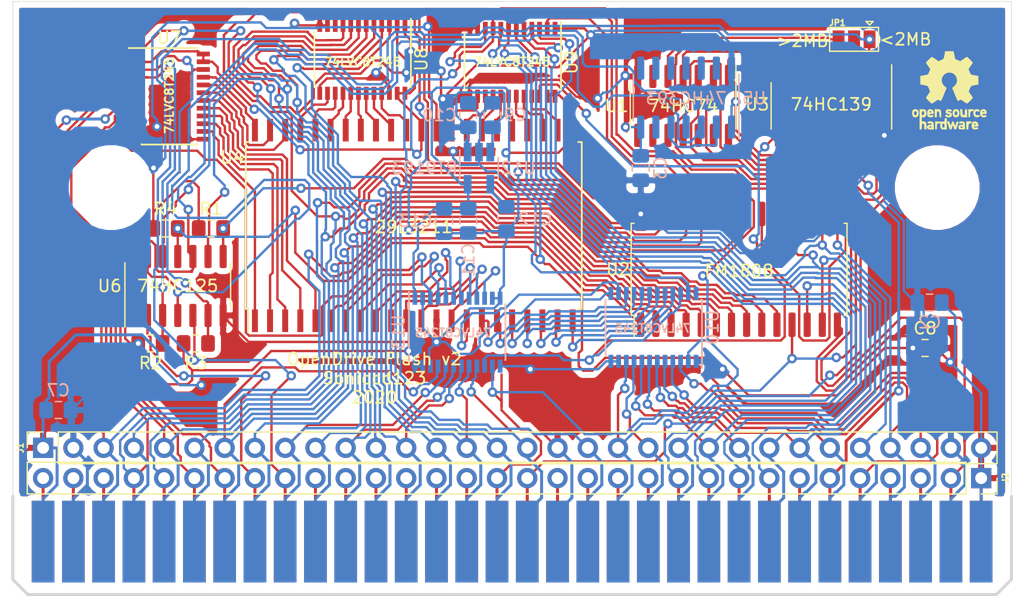
<source format=kicad_pcb>
(kicad_pcb (version 20171130) (host pcbnew "(5.1.4)-1")
  (layers (0 F.Cu signal) (31 B.Cu signal) (34 B.Paste user hide) (35 F.Paste user) (36 B.SilkS user) (37 F.SilkS user) (38 B.Mask user) (39 F.Mask user hide) (44 Edge.Cuts user))
  (net 0 "")
  (net 1 "Net-(CON1-PadB1)")
  (net 2 "Net-(CON1-PadB2)")
  (net 3 "Net-(CON1-PadB3)")
  (net 4 /A8)
  (net 5 /A9)
  (net 6 /A17)
  (net 7 /A18)
  (net 8 "Net-(CON1-PadB10)")
  (net 9 "Net-(CON1-PadB11)")
  (net 10 "Net-(CON1-PadB12)")
  (net 11 "Net-(CON1-PadB13)")
  (net 12 "Net-(CON1-PadB14)")
  (net 13 "Net-(CON1-PadB15)")
  (net 14 /OE)
  (net 15 /CE)
  (net 16 "Net-(CON1-PadB18)")
  (net 17 "Net-(CON1-PadB19)")
  (net 18 "Net-(CON1-PadB20)")
  (net 19 "Net-(CON1-PadB21)")
  (net 20 /D15)
  (net 21 /D14)
  (net 22 /D13)
  (net 23 /D12)
  (net 24 "Net-(CON1-PadB26)")
  (net 25 /RESET)
  (net 26 /WE)
  (net 27 "Net-(CON1-PadB29)")
  (net 28 "Net-(CON1-PadB30)")
  (net 29 /TIME)
  (net 30 GND)
  (net 31 /A10)
  (net 32 +5V)
  (net 33 /A7)
  (net 34 /A6)
  (net 35 /A12)
  (net 36 /A4)
  (net 37 /A11)
  (net 38 /A5)
  (net 39 /A2)
  (net 40 /A15)
  (net 41 /A3)
  (net 42 /A1)
  (net 43 /A16)
  (net 44 /D0)
  (net 45 /D7)
  (net 46 /A0)
  (net 47 /D8)
  (net 48 /D6)
  (net 49 /D4)
  (net 50 /D3)
  (net 51 /D11)
  (net 52 /D1)
  (net 53 /D9)
  (net 54 /D5)
  (net 55 /D2)
  (net 56 /D10)
  (net 57 /CART_A19)
  (net 58 /CART_A20)
  (net 59 /CART_A13)
  (net 60 /CART_A14)
  (net 61 "Net-(JP1-Pad2)")
  (net 62 "Net-(JP1-Pad3)")
  (net 63 /A13)
  (net 64 /A19)
  (net 65 /A20)
  (net 66 /A14)
  (net 67 /SRAM_CE)
  (net 68 "Net-(U3-Pad13)")
  (net 69 /ROM_CE)
  (net 70 /ROM_A20)
  (net 71 /ROM_A19)
  (net 72 /ROM_A8)
  (net 73 /ROM_A9)
  (net 74 /ROM_A10)
  (net 75 /ROM_A11)
  (net 76 /ROM_A12)
  (net 77 /ROM_A13)
  (net 78 /ROM_A14)
  (net 79 /ROM_A15)
  (net 80 /ROM_A16)
  (net 81 +3V3)
  (net 82 /ROM_D15)
  (net 83 /ROM_D7)
  (net 84 /ROM_D14)
  (net 85 /ROM_D6)
  (net 86 /ROM_D13)
  (net 87 /ROM_D5)
  (net 88 /ROM_D12)
  (net 89 /ROM_D11)
  (net 90 /ROM_D3)
  (net 91 /ROM_D4)
  (net 92 /ROM_D10)
  (net 93 /ROM_D2)
  (net 94 /ROM_D9)
  (net 95 /ROM_D1)
  (net 96 /ROM_D8)
  (net 97 /ROM_D0)
  (net 98 /3V_OE)
  (net 99 /3V_CE)
  (net 100 /ROM_A0)
  (net 101 /ROM_A1)
  (net 102 /ROM_A2)
  (net 103 /ROM_A3)
  (net 104 /ROM_A4)
  (net 105 /ROM_A5)
  (net 106 /ROM_A6)
  (net 107 /ROM_A7)
  (net 108 /ROM_A17)
  (net 109 /ROM_A18)
  (net 110 /3V_WE)
  (net 111 "Net-(C12-Pad1)")
  (net 112 "Net-(U5-Pad2)")
  (net 113 "Net-(U5-Pad4)")
  (net 114 "Net-(U5-Pad3)")
  (module Logos:open_h (layer F.Cu) (at 129.032 50.2412)
    (fp_text reference G*** hide)
    (fp_text value LOGO hide)
  )
  (module Package_SO:TSSOP-24_4.4x7.8mm_P0.65mm (layer B.Cu) (at 104.1908 70.1548 90)
    (fp_text reference U10 (at 0 4.95 -90) (layer B.SilkS) (effects (justify mirror)))
    (fp_text value 74LVC8T245)
    (pad 1 smd rect (at -2.85 3.575 90) (size 1.1 0.4) (layers B.Cu B.Paste B.Mask) (net 32 +5V))
    (pad 2 smd rect (at -2.85 2.925 90) (size 1.1 0.4) (layers B.Cu B.Paste B.Mask) (net 14 /OE))
    (pad 3 smd rect (at -2.85 2.275 90) (size 1.1 0.4) (layers B.Cu B.Paste B.Mask) (net 51 /D11))
    (pad 4 smd rect (at -2.85 1.625 90) (size 1.1 0.4) (layers B.Cu B.Paste B.Mask) (net 50 /D3))
    (pad 5 smd rect (at -2.85 0.975 90) (size 1.1 0.4) (layers B.Cu B.Paste B.Mask) (net 56 /D10))
    (pad 6 smd rect (at -2.85 0.325 90) (size 1.1 0.4) (layers B.Cu B.Paste B.Mask) (net 55 /D2))
    (pad 7 smd rect (at -2.85 -0.325 90) (size 1.1 0.4) (layers B.Cu B.Paste B.Mask) (net 53 /D9))
    (pad 8 smd rect (at -2.85 -0.975 90) (size 1.1 0.4) (layers B.Cu B.Paste B.Mask) (net 52 /D1))
    (pad 9 smd rect (at -2.85 -1.625 90) (size 1.1 0.4) (layers B.Cu B.Paste B.Mask) (net 47 /D8))
    (pad 10 smd rect (at -2.85 -2.275 90) (size 1.1 0.4) (layers B.Cu B.Paste B.Mask) (net 44 /D0))
    (pad 11 smd rect (at -2.85 -2.925 90) (size 1.1 0.4) (layers B.Cu B.Paste B.Mask) (net 30 GND))
    (pad 12 smd rect (at -2.85 -3.575 90) (size 1.1 0.4) (layers B.Cu B.Paste B.Mask) (net 30 GND))
    (pad 13 smd rect (at 2.85 -3.575 90) (size 1.1 0.4) (layers B.Cu B.Paste B.Mask) (net 30 GND))
    (pad 14 smd rect (at 2.85 -2.925 90) (size 1.1 0.4) (layers B.Cu B.Paste B.Mask) (net 97 /ROM_D0))
    (pad 15 smd rect (at 2.85 -2.275 90) (size 1.1 0.4) (layers B.Cu B.Paste B.Mask) (net 96 /ROM_D8))
    (pad 16 smd rect (at 2.85 -1.625 90) (size 1.1 0.4) (layers B.Cu B.Paste B.Mask) (net 95 /ROM_D1))
    (pad 17 smd rect (at 2.85 -0.975 90) (size 1.1 0.4) (layers B.Cu B.Paste B.Mask) (net 94 /ROM_D9))
    (pad 18 smd rect (at 2.85 -0.325 90) (size 1.1 0.4) (layers B.Cu B.Paste B.Mask) (net 93 /ROM_D2))
    (pad 19 smd rect (at 2.85 0.325 90) (size 1.1 0.4) (layers B.Cu B.Paste B.Mask) (net 92 /ROM_D10))
    (pad 20 smd rect (at 2.85 0.975 90) (size 1.1 0.4) (layers B.Cu B.Paste B.Mask) (net 90 /ROM_D3))
    (pad 21 smd rect (at 2.85 1.625 90) (size 1.1 0.4) (layers B.Cu B.Paste B.Mask) (net 89 /ROM_D11))
    (pad 22 smd rect (at 2.85 2.275 90) (size 1.1 0.4) (layers B.Cu B.Paste B.Mask) (net 69 /ROM_CE))
    (pad 23 smd rect (at 2.85 2.925 90) (size 1.1 0.4) (layers B.Cu B.Paste B.Mask) (net 81 +3V3))
    (pad 24 smd rect (at 2.85 3.575 90) (size 1.1 0.4) (layers B.Cu B.Paste B.Mask) (net 81 +3V3))
  )
  (module Package_SO:TSSOP-24_4.4x7.8mm_P0.65mm (layer F.Cu) (at 92.3544 47.9044 270)
    (fp_text reference U9 (at 0 -4.95 90) (layer F.SilkS))
    (fp_text value 74LVC8T245)
    (pad 1 smd rect (at -2.85 -3.575 270) (size 1.1 0.4) (layers F.Cu F.Paste F.Mask) (net 32 +5V))
    (pad 2 smd rect (at -2.85 -2.925 270) (size 1.1 0.4) (layers F.Cu F.Paste F.Mask) (net 14 /OE))
    (pad 3 smd rect (at -2.85 -2.275 270) (size 1.1 0.4) (layers F.Cu F.Paste F.Mask) (net 49 /D4))
    (pad 4 smd rect (at -2.85 -1.625 270) (size 1.1 0.4) (layers F.Cu F.Paste F.Mask) (net 23 /D12))
    (pad 5 smd rect (at -2.85 -0.975 270) (size 1.1 0.4) (layers F.Cu F.Paste F.Mask) (net 54 /D5))
    (pad 6 smd rect (at -2.85 -0.325 270) (size 1.1 0.4) (layers F.Cu F.Paste F.Mask) (net 22 /D13))
    (pad 7 smd rect (at -2.85 0.325 270) (size 1.1 0.4) (layers F.Cu F.Paste F.Mask) (net 48 /D6))
    (pad 8 smd rect (at -2.85 0.975 270) (size 1.1 0.4) (layers F.Cu F.Paste F.Mask) (net 21 /D14))
    (pad 9 smd rect (at -2.85 1.625 270) (size 1.1 0.4) (layers F.Cu F.Paste F.Mask) (net 45 /D7))
    (pad 10 smd rect (at -2.85 2.275 270) (size 1.1 0.4) (layers F.Cu F.Paste F.Mask) (net 20 /D15))
    (pad 11 smd rect (at -2.85 2.925 270) (size 1.1 0.4) (layers F.Cu F.Paste F.Mask) (net 30 GND))
    (pad 12 smd rect (at -2.85 3.575 270) (size 1.1 0.4) (layers F.Cu F.Paste F.Mask) (net 30 GND))
    (pad 13 smd rect (at 2.85 3.575 270) (size 1.1 0.4) (layers F.Cu F.Paste F.Mask) (net 30 GND))
    (pad 14 smd rect (at 2.85 2.925 270) (size 1.1 0.4) (layers F.Cu F.Paste F.Mask) (net 82 /ROM_D15))
    (pad 15 smd rect (at 2.85 2.275 270) (size 1.1 0.4) (layers F.Cu F.Paste F.Mask) (net 83 /ROM_D7))
    (pad 16 smd rect (at 2.85 1.625 270) (size 1.1 0.4) (layers F.Cu F.Paste F.Mask) (net 84 /ROM_D14))
    (pad 17 smd rect (at 2.85 0.975 270) (size 1.1 0.4) (layers F.Cu F.Paste F.Mask) (net 85 /ROM_D6))
    (pad 18 smd rect (at 2.85 0.325 270) (size 1.1 0.4) (layers F.Cu F.Paste F.Mask) (net 86 /ROM_D13))
    (pad 19 smd rect (at 2.85 -0.325 270) (size 1.1 0.4) (layers F.Cu F.Paste F.Mask) (net 87 /ROM_D5))
    (pad 20 smd rect (at 2.85 -0.975 270) (size 1.1 0.4) (layers F.Cu F.Paste F.Mask) (net 88 /ROM_D12))
    (pad 21 smd rect (at 2.85 -1.625 270) (size 1.1 0.4) (layers F.Cu F.Paste F.Mask) (net 91 /ROM_D4))
    (pad 22 smd rect (at 2.85 -2.275 270) (size 1.1 0.4) (layers F.Cu F.Paste F.Mask) (net 69 /ROM_CE))
    (pad 23 smd rect (at 2.85 -2.925 270) (size 1.1 0.4) (layers F.Cu F.Paste F.Mask) (net 81 +3V3))
    (pad 24 smd rect (at 2.85 -3.575 270) (size 1.1 0.4) (layers F.Cu F.Paste F.Mask) (net 81 +3V3))
  )
  (module Package_SO:TSSOP-24_4.4x7.8mm_P0.65mm (layer B.Cu) (at 87.7426 70.556 270)
    (fp_text reference U13 (at 0 4.95 90) (layer B.SilkS) (effects (justify mirror)))
    (fp_text value 74LVC8T245)
    (pad 24 smd rect (at 2.85 3.575 270) (size 1.1 0.4) (layers B.Cu B.Paste B.Mask) (net 32 +5V))
    (pad 23 smd rect (at 2.85 2.925 270) (size 1.1 0.4) (layers B.Cu B.Paste B.Mask) (net 32 +5V))
    (pad 22 smd rect (at 2.85 2.275 270) (size 1.1 0.4) (layers B.Cu B.Paste B.Mask) (net 30 GND))
    (pad 21 smd rect (at 2.85 1.625 270) (size 1.1 0.4) (layers B.Cu B.Paste B.Mask) (net 38 /A5))
    (pad 20 smd rect (at 2.85 0.975 270) (size 1.1 0.4) (layers B.Cu B.Paste B.Mask) (net 36 /A4))
    (pad 19 smd rect (at 2.85 0.325 270) (size 1.1 0.4) (layers B.Cu B.Paste B.Mask) (net 41 /A3))
    (pad 18 smd rect (at 2.85 -0.325 270) (size 1.1 0.4) (layers B.Cu B.Paste B.Mask) (net 39 /A2))
    (pad 17 smd rect (at 2.85 -0.975 270) (size 1.1 0.4) (layers B.Cu B.Paste B.Mask) (net 42 /A1))
    (pad 16 smd rect (at 2.85 -1.625 270) (size 1.1 0.4) (layers B.Cu B.Paste B.Mask) (net 46 /A0))
    (pad 15 smd rect (at 2.85 -2.275 270) (size 1.1 0.4) (layers B.Cu B.Paste B.Mask) (net 69 /ROM_CE))
    (pad 14 smd rect (at 2.85 -2.925 270) (size 1.1 0.4) (layers B.Cu B.Paste B.Mask) (net 14 /OE))
    (pad 13 smd rect (at 2.85 -3.575 270) (size 1.1 0.4) (layers B.Cu B.Paste B.Mask) (net 30 GND))
    (pad 12 smd rect (at -2.85 -3.575 270) (size 1.1 0.4) (layers B.Cu B.Paste B.Mask) (net 30 GND))
    (pad 11 smd rect (at -2.85 -2.925 270) (size 1.1 0.4) (layers B.Cu B.Paste B.Mask) (net 30 GND))
    (pad 10 smd rect (at -2.85 -2.275 270) (size 1.1 0.4) (layers B.Cu B.Paste B.Mask) (net 98 /3V_OE))
    (pad 9 smd rect (at -2.85 -1.625 270) (size 1.1 0.4) (layers B.Cu B.Paste B.Mask) (net 99 /3V_CE))
    (pad 8 smd rect (at -2.85 -0.975 270) (size 1.1 0.4) (layers B.Cu B.Paste B.Mask) (net 100 /ROM_A0))
    (pad 7 smd rect (at -2.85 -0.325 270) (size 1.1 0.4) (layers B.Cu B.Paste B.Mask) (net 101 /ROM_A1))
    (pad 6 smd rect (at -2.85 0.325 270) (size 1.1 0.4) (layers B.Cu B.Paste B.Mask) (net 102 /ROM_A2))
    (pad 5 smd rect (at -2.85 0.975 270) (size 1.1 0.4) (layers B.Cu B.Paste B.Mask) (net 103 /ROM_A3))
    (pad 4 smd rect (at -2.85 1.625 270) (size 1.1 0.4) (layers B.Cu B.Paste B.Mask) (net 104 /ROM_A4))
    (pad 3 smd rect (at -2.85 2.275 270) (size 1.1 0.4) (layers B.Cu B.Paste B.Mask) (net 105 /ROM_A5))
    (pad 2 smd rect (at -2.85 2.925 270) (size 1.1 0.4) (layers B.Cu B.Paste B.Mask) (net 30 GND))
    (pad 1 smd rect (at -2.85 3.575 270) (size 1.1 0.4) (layers B.Cu B.Paste B.Mask) (net 81 +3V3))
  )
  (module Package_SO:TSSOP-24_4.4x7.8mm_P0.65mm (layer F.Cu) (at 79.756 47.6504 270)
    (fp_text reference U8 (at 0 -4.95 90) (layer F.SilkS))
    (fp_text value 74LVC8T245)
    (pad 24 smd rect (at 2.85 -3.575 270) (size 1.1 0.4) (layers F.Cu F.Paste F.Mask) (net 81 +3V3))
    (pad 23 smd rect (at 2.85 -2.925 270) (size 1.1 0.4) (layers F.Cu F.Paste F.Mask) (net 81 +3V3))
    (pad 22 smd rect (at 2.85 -2.275 270) (size 1.1 0.4) (layers F.Cu F.Paste F.Mask) (net 30 GND))
    (pad 21 smd rect (at 2.85 -1.625 270) (size 1.1 0.4) (layers F.Cu F.Paste F.Mask) (net 80 /ROM_A16))
    (pad 20 smd rect (at 2.85 -0.975 270) (size 1.1 0.4) (layers F.Cu F.Paste F.Mask) (net 79 /ROM_A15))
    (pad 19 smd rect (at 2.85 -0.325 270) (size 1.1 0.4) (layers F.Cu F.Paste F.Mask) (net 78 /ROM_A14))
    (pad 18 smd rect (at 2.85 0.325 270) (size 1.1 0.4) (layers F.Cu F.Paste F.Mask) (net 77 /ROM_A13))
    (pad 17 smd rect (at 2.85 0.975 270) (size 1.1 0.4) (layers F.Cu F.Paste F.Mask) (net 76 /ROM_A12))
    (pad 16 smd rect (at 2.85 1.625 270) (size 1.1 0.4) (layers F.Cu F.Paste F.Mask) (net 75 /ROM_A11))
    (pad 15 smd rect (at 2.85 2.275 270) (size 1.1 0.4) (layers F.Cu F.Paste F.Mask) (net 74 /ROM_A10))
    (pad 14 smd rect (at 2.85 2.925 270) (size 1.1 0.4) (layers F.Cu F.Paste F.Mask) (net 73 /ROM_A9))
    (pad 13 smd rect (at 2.85 3.575 270) (size 1.1 0.4) (layers F.Cu F.Paste F.Mask) (net 30 GND))
    (pad 12 smd rect (at -2.85 3.575 270) (size 1.1 0.4) (layers F.Cu F.Paste F.Mask) (net 30 GND))
    (pad 11 smd rect (at -2.85 2.925 270) (size 1.1 0.4) (layers F.Cu F.Paste F.Mask) (net 30 GND))
    (pad 10 smd rect (at -2.85 2.275 270) (size 1.1 0.4) (layers F.Cu F.Paste F.Mask) (net 5 /A9))
    (pad 9 smd rect (at -2.85 1.625 270) (size 1.1 0.4) (layers F.Cu F.Paste F.Mask) (net 31 /A10))
    (pad 8 smd rect (at -2.85 0.975 270) (size 1.1 0.4) (layers F.Cu F.Paste F.Mask) (net 37 /A11))
    (pad 7 smd rect (at -2.85 0.325 270) (size 1.1 0.4) (layers F.Cu F.Paste F.Mask) (net 35 /A12))
    (pad 6 smd rect (at -2.85 -0.325 270) (size 1.1 0.4) (layers F.Cu F.Paste F.Mask) (net 59 /CART_A13))
    (pad 5 smd rect (at -2.85 -0.975 270) (size 1.1 0.4) (layers F.Cu F.Paste F.Mask) (net 60 /CART_A14))
    (pad 4 smd rect (at -2.85 -1.625 270) (size 1.1 0.4) (layers F.Cu F.Paste F.Mask) (net 40 /A15))
    (pad 3 smd rect (at -2.85 -2.275 270) (size 1.1 0.4) (layers F.Cu F.Paste F.Mask) (net 43 /A16))
    (pad 2 smd rect (at -2.85 -2.925 270) (size 1.1 0.4) (layers F.Cu F.Paste F.Mask) (net 81 +3V3))
    (pad 1 smd rect (at -2.85 -3.575 270) (size 1.1 0.4) (layers F.Cu F.Paste F.Mask) (net 32 +5V))
  )
  (module Package_SO:TSSOP-24_4.4x7.8mm_P0.65mm (layer F.Cu) (at 63.556 50.7798)
    (fp_text reference U7 (at 0 -4.95) (layer F.SilkS))
    (fp_text value 74LVC8T245)
    (pad 24 smd rect (at 2.85 -3.575) (size 1.1 0.4) (layers F.Cu F.Paste F.Mask) (net 81 +3V3))
    (pad 23 smd rect (at 2.85 -2.925) (size 1.1 0.4) (layers F.Cu F.Paste F.Mask) (net 81 +3V3))
    (pad 22 smd rect (at 2.85 -2.275) (size 1.1 0.4) (layers F.Cu F.Paste F.Mask) (net 30 GND))
    (pad 21 smd rect (at 2.85 -1.625) (size 1.1 0.4) (layers F.Cu F.Paste F.Mask) (net 70 /ROM_A20))
    (pad 20 smd rect (at 2.85 -0.975) (size 1.1 0.4) (layers F.Cu F.Paste F.Mask) (net 71 /ROM_A19))
    (pad 19 smd rect (at 2.85 -0.325) (size 1.1 0.4) (layers F.Cu F.Paste F.Mask) (net 72 /ROM_A8))
    (pad 18 smd rect (at 2.85 0.325) (size 1.1 0.4) (layers F.Cu F.Paste F.Mask) (net 106 /ROM_A6))
    (pad 17 smd rect (at 2.85 0.975) (size 1.1 0.4) (layers F.Cu F.Paste F.Mask) (net 107 /ROM_A7))
    (pad 16 smd rect (at 2.85 1.625) (size 1.1 0.4) (layers F.Cu F.Paste F.Mask) (net 108 /ROM_A17))
    (pad 15 smd rect (at 2.85 2.275) (size 1.1 0.4) (layers F.Cu F.Paste F.Mask) (net 109 /ROM_A18))
    (pad 14 smd rect (at 2.85 2.925) (size 1.1 0.4) (layers F.Cu F.Paste F.Mask) (net 110 /3V_WE))
    (pad 13 smd rect (at 2.85 3.575) (size 1.1 0.4) (layers F.Cu F.Paste F.Mask) (net 30 GND))
    (pad 12 smd rect (at -2.85 3.575) (size 1.1 0.4) (layers F.Cu F.Paste F.Mask) (net 30 GND))
    (pad 11 smd rect (at -2.85 2.925) (size 1.1 0.4) (layers F.Cu F.Paste F.Mask) (net 30 GND))
    (pad 10 smd rect (at -2.85 2.275) (size 1.1 0.4) (layers F.Cu F.Paste F.Mask) (net 26 /WE))
    (pad 9 smd rect (at -2.85 1.625) (size 1.1 0.4) (layers F.Cu F.Paste F.Mask) (net 7 /A18))
    (pad 8 smd rect (at -2.85 0.975) (size 1.1 0.4) (layers F.Cu F.Paste F.Mask) (net 6 /A17))
    (pad 7 smd rect (at -2.85 0.325) (size 1.1 0.4) (layers F.Cu F.Paste F.Mask) (net 33 /A7))
    (pad 6 smd rect (at -2.85 -0.325) (size 1.1 0.4) (layers F.Cu F.Paste F.Mask) (net 34 /A6))
    (pad 5 smd rect (at -2.85 -0.975) (size 1.1 0.4) (layers F.Cu F.Paste F.Mask) (net 4 /A8))
    (pad 4 smd rect (at -2.85 -1.625) (size 1.1 0.4) (layers F.Cu F.Paste F.Mask) (net 64 /A19))
    (pad 3 smd rect (at -2.85 -2.275) (size 1.1 0.4) (layers F.Cu F.Paste F.Mask) (net 65 /A20))
    (pad 2 smd rect (at -2.85 -2.925) (size 1.1 0.4) (layers F.Cu F.Paste F.Mask) (net 81 +3V3))
    (pad 1 smd rect (at -2.85 -3.575) (size 1.1 0.4) (layers F.Cu F.Paste F.Mask) (net 32 +5V))
  )
  (module db-smt:GENESIS-EDGE (layer F.Cu) (at 52.959 88.138)
    (fp_text reference CON1 hide)
    (fp_text value GENESIS-EDGE hide)
    (fp_line (start 81.28 3.175) (end 81.28 -3.81) (layer Edge.Cuts) (width 0.254))
    (fp_line (start 80.01 4.445) (end 81.28 3.175) (layer Edge.Cuts) (width 0.254))
    (fp_line (start -1.27 4.445) (end 80.01 4.445) (layer Edge.Cuts) (width 0.254))
    (fp_line (start -2.54 3.175) (end -1.27 4.445) (layer Edge.Cuts) (width 0.254))
    (fp_line (start -2.54 -3.81) (end -2.54 3.175) (layer Edge.Cuts) (width 0.254))
    (pad B1 smd rect (at 0 0) (size 1.905 6.858) (layers F.Cu) (net 1 "Net-(CON1-PadB1)"))
    (pad B2 smd rect (at 2.54 0) (size 1.905 6.858) (layers F.Cu) (net 2 "Net-(CON1-PadB2)"))
    (pad B3 smd rect (at 5.08 0) (size 1.905 6.858) (layers F.Cu) (net 3 "Net-(CON1-PadB3)"))
    (pad B4 smd rect (at 7.62 0) (size 1.905 6.858) (layers F.Cu) (net 4 /A8))
    (pad B5 smd rect (at 10.16 0) (size 1.905 6.858) (layers F.Cu) (net 5 /A9))
    (pad B6 smd rect (at 12.7 0) (size 1.905 6.858) (layers F.Cu) (net 6 /A17))
    (pad B7 smd rect (at 15.24 0) (size 1.905 6.858) (layers F.Cu) (net 7 /A18))
    (pad B8 smd rect (at 17.78 0) (size 1.905 6.858) (layers F.Cu) (net 57 /CART_A19))
    (pad B9 smd rect (at 20.32 0) (size 1.905 6.858) (layers F.Cu) (net 58 /CART_A20))
    (pad B10 smd rect (at 22.86 0) (size 1.905 6.858) (layers F.Cu) (net 8 "Net-(CON1-PadB10)"))
    (pad B11 smd rect (at 25.4 0) (size 1.905 6.858) (layers F.Cu) (net 9 "Net-(CON1-PadB11)"))
    (pad B12 smd rect (at 27.94 0) (size 1.905 6.858) (layers F.Cu) (net 10 "Net-(CON1-PadB12)"))
    (pad B13 smd rect (at 30.48 0) (size 1.905 6.858) (layers F.Cu) (net 11 "Net-(CON1-PadB13)"))
    (pad B14 smd rect (at 33.02 0) (size 1.905 6.858) (layers F.Cu) (net 12 "Net-(CON1-PadB14)"))
    (pad B15 smd rect (at 35.56 0) (size 1.905 6.858) (layers F.Cu) (net 13 "Net-(CON1-PadB15)"))
    (pad B16 smd rect (at 38.1 0) (size 1.905 6.858) (layers F.Cu) (net 14 /OE))
    (pad B17 smd rect (at 40.64 0) (size 1.905 6.858) (layers F.Cu) (net 15 /CE))
    (pad B18 smd rect (at 43.18 0) (size 1.905 6.858) (layers F.Cu) (net 16 "Net-(CON1-PadB18)"))
    (pad B19 smd rect (at 45.72 0) (size 1.905 6.858) (layers F.Cu) (net 17 "Net-(CON1-PadB19)"))
    (pad B20 smd rect (at 48.26 0) (size 1.905 6.858) (layers F.Cu) (net 18 "Net-(CON1-PadB20)"))
    (pad B21 smd rect (at 50.8 0) (size 1.905 6.858) (layers F.Cu) (net 19 "Net-(CON1-PadB21)"))
    (pad B22 smd rect (at 53.34 0) (size 1.905 6.858) (layers F.Cu) (net 20 /D15))
    (pad B23 smd rect (at 55.88 0) (size 1.905 6.858) (layers F.Cu) (net 21 /D14))
    (pad B24 smd rect (at 58.42 0) (size 1.905 6.858) (layers F.Cu) (net 22 /D13))
    (pad B25 smd rect (at 60.96 0) (size 1.905 6.858) (layers F.Cu) (net 23 /D12))
    (pad B26 smd rect (at 63.5 0) (size 1.905 6.858) (layers F.Cu) (net 24 "Net-(CON1-PadB26)"))
    (pad B27 smd rect (at 66.04 0) (size 1.905 6.858) (layers F.Cu) (net 25 /RESET))
    (pad B28 smd rect (at 68.58 0) (size 1.905 6.858) (layers F.Cu) (net 26 /WE))
    (pad B29 smd rect (at 71.12 0) (size 1.905 6.858) (layers F.Cu) (net 27 "Net-(CON1-PadB29)"))
    (pad B30 smd rect (at 73.66 0) (size 1.905 6.858) (layers F.Cu) (net 28 "Net-(CON1-PadB30)"))
    (pad B31 smd rect (at 76.2 0) (size 1.905 6.858) (layers F.Cu) (net 29 /TIME))
    (pad B32 smd rect (at 78.74 0) (size 1.905 6.858) (layers F.Cu) (net 30 GND))
    (pad A4 smd rect (at 7.62 0) (size 1.905 6.858) (layers B.Cu) (net 31 /A10))
    (pad A2 smd rect (at 2.54 0) (size 1.905 6.858) (layers B.Cu) (net 32 +5V))
    (pad A1 smd rect (at 0 0) (size 1.905 6.858) (layers B.Cu) (net 30 GND))
    (pad A3 smd rect (at 5.08 0) (size 1.905 6.858) (layers B.Cu) (net 33 /A7))
    (pad A5 smd rect (at 10.16 0) (size 1.905 6.858) (layers B.Cu) (net 34 /A6))
    (pad A8 smd rect (at 17.78 0) (size 1.905 6.858) (layers B.Cu) (net 35 /A12))
    (pad A9 smd rect (at 20.32 0) (size 1.905 6.858) (layers B.Cu) (net 36 /A4))
    (pad A6 smd rect (at 12.7 0) (size 1.905 6.858) (layers B.Cu) (net 37 /A11))
    (pad A7 smd rect (at 15.24 0) (size 1.905 6.858) (layers B.Cu) (net 38 /A5))
    (pad A10 smd rect (at 22.86 0) (size 1.905 6.858) (layers B.Cu) (net 59 /CART_A13))
    (pad A13 smd rect (at 30.48 0) (size 1.905 6.858) (layers B.Cu) (net 39 /A2))
    (pad A14 smd rect (at 33.02 0) (size 1.905 6.858) (layers B.Cu) (net 40 /A15))
    (pad A11 smd rect (at 25.4 0) (size 1.905 6.858) (layers B.Cu) (net 41 /A3))
    (pad A12 smd rect (at 27.94 0) (size 1.905 6.858) (layers B.Cu) (net 60 /CART_A14))
    (pad A15 smd rect (at 35.56 0) (size 1.905 6.858) (layers B.Cu) (net 42 /A1))
    (pad A16 smd rect (at 38.1 0) (size 1.905 6.858) (layers B.Cu) (net 43 /A16))
    (pad A18 smd rect (at 43.18 0) (size 1.905 6.858) (layers B.Cu) (net 30 GND))
    (pad A20 smd rect (at 48.26 0) (size 1.905 6.858) (layers B.Cu) (net 44 /D0))
    (pad A19 smd rect (at 45.72 0) (size 1.905 6.858) (layers B.Cu) (net 45 /D7))
    (pad A17 smd rect (at 40.64 0) (size 1.905 6.858) (layers B.Cu) (net 46 /A0))
    (pad A21 smd rect (at 50.8 0) (size 1.905 6.858) (layers B.Cu) (net 47 /D8))
    (pad A22 smd rect (at 53.34 0) (size 1.905 6.858) (layers B.Cu) (net 48 /D6))
    (pad A31 smd rect (at 76.2 0) (size 1.905 6.858) (layers B.Cu) (net 32 +5V))
    (pad A28 smd rect (at 68.58 0) (size 1.905 6.858) (layers B.Cu) (net 49 /D4))
    (pad A29 smd rect (at 71.12 0) (size 1.905 6.858) (layers B.Cu) (net 50 /D3))
    (pad A30 smd rect (at 73.66 0) (size 1.905 6.858) (layers B.Cu) (net 51 /D11))
    (pad A32 smd rect (at 78.74 0) (size 1.905 6.858) (layers B.Cu) (net 30 GND))
    (pad A23 smd rect (at 55.88 0) (size 1.905 6.858) (layers B.Cu) (net 52 /D1))
    (pad A24 smd rect (at 58.42 0) (size 1.905 6.858) (layers B.Cu) (net 53 /D9))
    (pad A25 smd rect (at 60.96 0) (size 1.905 6.858) (layers B.Cu) (net 54 /D5))
    (pad A26 smd rect (at 63.5 0) (size 1.905 6.858) (layers B.Cu) (net 55 /D2))
    (pad A27 smd rect (at 66.04 0) (size 1.905 6.858) (layers B.Cu) (net 56 /D10))
    (pad "" np_thru_hole circle (at 5.715 -29.718) (size 6.096 6.096) (drill 6.096) (layers *.Cu *.Mask))
    (pad "" np_thru_hole circle (at 75.057 -29.718) (size 6.096 6.096) (drill 6.096) (layers *.Cu *.Mask))
  )
  (module Package_SO:PSOP-44_16.9x27.17mm_P1.27mm (layer F.Cu) (at 84.074 61.595 90)
    (fp_text reference U4 (at 5.715 -15.24 180) (layer F.SilkS))
    (fp_text value 29L3211)
    (pad 44 smd rect (at 8 -13.335) (size 0.5 1.9) (layers F.Cu F.Paste F.Mask) (net 70 /ROM_A20))
    (pad 43 smd rect (at 8 -12.065) (size 0.5 1.9) (layers F.Cu F.Paste F.Mask) (net 71 /ROM_A19))
    (pad 42 smd rect (at 8 -10.795) (size 0.5 1.9) (layers F.Cu F.Paste F.Mask) (net 72 /ROM_A8))
    (pad 41 smd rect (at 8 -9.525) (size 0.5 1.9) (layers F.Cu F.Paste F.Mask) (net 73 /ROM_A9))
    (pad 40 smd rect (at 8 -8.255) (size 0.5 1.9) (layers F.Cu F.Paste F.Mask) (net 74 /ROM_A10))
    (pad 39 smd rect (at 8 -6.985) (size 0.5 1.9) (layers F.Cu F.Paste F.Mask) (net 75 /ROM_A11))
    (pad 38 smd rect (at 8 -5.715) (size 0.5 1.9) (layers F.Cu F.Paste F.Mask) (net 76 /ROM_A12))
    (pad 37 smd rect (at 8 -4.445) (size 0.5 1.9) (layers F.Cu F.Paste F.Mask) (net 77 /ROM_A13))
    (pad 36 smd rect (at 8 -3.175) (size 0.5 1.9) (layers F.Cu F.Paste F.Mask) (net 78 /ROM_A14))
    (pad 35 smd rect (at 8 -1.905) (size 0.5 1.9) (layers F.Cu F.Paste F.Mask) (net 79 /ROM_A15))
    (pad 34 smd rect (at 8 -0.635) (size 0.5 1.9) (layers F.Cu F.Paste F.Mask) (net 80 /ROM_A16))
    (pad 33 smd rect (at 8 0.635) (size 0.5 1.9) (layers F.Cu F.Paste F.Mask) (net 81 +3V3))
    (pad 32 smd rect (at 8 1.905) (size 0.5 1.9) (layers F.Cu F.Paste F.Mask) (net 30 GND))
    (pad 31 smd rect (at 8 3.175) (size 0.5 1.9) (layers F.Cu F.Paste F.Mask) (net 82 /ROM_D15))
    (pad 30 smd rect (at 8 4.445) (size 0.5 1.9) (layers F.Cu F.Paste F.Mask) (net 83 /ROM_D7))
    (pad 29 smd rect (at 8 5.715) (size 0.5 1.9) (layers F.Cu F.Paste F.Mask) (net 84 /ROM_D14))
    (pad 28 smd rect (at 8 6.985) (size 0.5 1.9) (layers F.Cu F.Paste F.Mask) (net 85 /ROM_D6))
    (pad 27 smd rect (at 8 8.255) (size 0.5 1.9) (layers F.Cu F.Paste F.Mask) (net 86 /ROM_D13))
    (pad 26 smd rect (at 8 9.525) (size 0.5 1.9) (layers F.Cu F.Paste F.Mask) (net 87 /ROM_D5))
    (pad 25 smd rect (at 8 10.795) (size 0.5 1.9) (layers F.Cu F.Paste F.Mask) (net 88 /ROM_D12))
    (pad 22 smd rect (at -8 13.335) (size 0.5 1.9) (layers F.Cu F.Paste F.Mask) (net 89 /ROM_D11))
    (pad 23 smd rect (at 8 13.335) (size 0.5 1.9) (layers F.Cu F.Paste F.Mask) (net 81 +3V3))
    (pad 21 smd rect (at -8 12.065) (size 0.5 1.9) (layers F.Cu F.Paste F.Mask) (net 90 /ROM_D3))
    (pad 24 smd rect (at 8 12.065) (size 0.5 1.9) (layers F.Cu F.Paste F.Mask) (net 91 /ROM_D4))
    (pad 20 smd rect (at -8 10.795) (size 0.5 1.9) (layers F.Cu F.Paste F.Mask) (net 92 /ROM_D10))
    (pad 19 smd rect (at -8 9.525) (size 0.5 1.9) (layers F.Cu F.Paste F.Mask) (net 93 /ROM_D2))
    (pad 18 smd rect (at -8 8.255) (size 0.5 1.9) (layers F.Cu F.Paste F.Mask) (net 94 /ROM_D9))
    (pad 17 smd rect (at -8 6.985) (size 0.5 1.9) (layers F.Cu F.Paste F.Mask) (net 95 /ROM_D1))
    (pad 16 smd rect (at -8 5.715) (size 0.5 1.9) (layers F.Cu F.Paste F.Mask) (net 96 /ROM_D8))
    (pad 15 smd rect (at -8 4.445) (size 0.5 1.9) (layers F.Cu F.Paste F.Mask) (net 97 /ROM_D0))
    (pad 14 smd rect (at -8 3.175) (size 0.5 1.9) (layers F.Cu F.Paste F.Mask) (net 98 /3V_OE))
    (pad 13 smd rect (at -8 1.905) (size 0.5 1.9) (layers F.Cu F.Paste F.Mask) (net 30 GND))
    (pad 12 smd rect (at -8 0.635) (size 0.5 1.9) (layers F.Cu F.Paste F.Mask) (net 99 /3V_CE))
    (pad 11 smd rect (at -8 -0.635) (size 0.5 1.9) (layers F.Cu F.Paste F.Mask) (net 100 /ROM_A0))
    (pad 10 smd rect (at -8 -1.905) (size 0.5 1.9) (layers F.Cu F.Paste F.Mask) (net 101 /ROM_A1))
    (pad 9 smd rect (at -8 -3.175) (size 0.5 1.9) (layers F.Cu F.Paste F.Mask) (net 102 /ROM_A2))
    (pad 8 smd rect (at -8 -4.445) (size 0.5 1.9) (layers F.Cu F.Paste F.Mask) (net 103 /ROM_A3))
    (pad 7 smd rect (at -8 -5.715) (size 0.5 1.9) (layers F.Cu F.Paste F.Mask) (net 104 /ROM_A4))
    (pad 6 smd rect (at -8 -6.985) (size 0.5 1.9) (layers F.Cu F.Paste F.Mask) (net 105 /ROM_A5))
    (pad 5 smd rect (at -8 -8.255) (size 0.5 1.9) (layers F.Cu F.Paste F.Mask) (net 106 /ROM_A6))
    (pad 4 smd rect (at -8 -9.525) (size 0.5 1.9) (layers F.Cu F.Paste F.Mask) (net 107 /ROM_A7))
    (pad 3 smd rect (at -8 -10.795) (size 0.5 1.9) (layers F.Cu F.Paste F.Mask) (net 108 /ROM_A17))
    (pad 2 smd rect (at -8 -12.065) (size 0.5 1.9) (layers F.Cu F.Paste F.Mask) (net 109 /ROM_A18))
    (pad 1 smd rect (at -8 -13.335) (size 0.5 1.9) (layers F.Cu F.Paste F.Mask) (net 110 /3V_WE))
  )
  (module Package_SO:SOIC-14_3.9x8.7mm_P1.27mm (layer B.Cu) (at 106.934 50.865 90)
    (fp_text reference U5 (at -0.062 5.715) (layer B.SilkS) (effects (justify mirror)))
    (fp_text value 74LS393)
    (pad 1 smd roundrect (at -2.475 3.81 90) (size 1.95 0.6) (layers B.Cu B.Paste B.Mask) (net 25 /RESET))
    (pad 2 smd roundrect (at -2.475 2.54 90) (size 1.95 0.6) (layers B.Cu B.Paste B.Mask) (net 112 "Net-(U5-Pad2)"))
    (pad 3 smd roundrect (at -2.475 1.27 90) (size 1.95 0.6) (layers B.Cu B.Paste B.Mask) (net 114 "Net-(U5-Pad3)"))
    (pad 4 smd roundrect (at -2.475 0 90) (size 1.95 0.6) (layers B.Cu B.Paste B.Mask) (net 113 "Net-(U5-Pad4)"))
    (pad 5 smd roundrect (at -2.475 -1.27 90) (size 1.95 0.6) (layers B.Cu B.Paste B.Mask) (net 112 "Net-(U5-Pad2)"))
    (pad 6 smd roundrect (at -2.475 -2.54 90) (size 1.95 0.6) (layers B.Cu B.Paste B.Mask))
    (pad 7 smd roundrect (at -2.475 -3.81 90) (size 1.95 0.6) (layers B.Cu B.Paste B.Mask) (net 30 GND))
    (pad 8 smd roundrect (at 2.475 -3.81 90) (size 1.95 0.6) (layers B.Cu B.Paste B.Mask))
    (pad 9 smd roundrect (at 2.475 -2.54 90) (size 1.95 0.6) (layers B.Cu B.Paste B.Mask))
    (pad 10 smd roundrect (at 2.475 -1.27 90) (size 1.95 0.6) (layers B.Cu B.Paste B.Mask))
    (pad 11 smd roundrect (at 2.475 0 90) (size 1.95 0.6) (layers B.Cu B.Paste B.Mask))
    (pad 12 smd roundrect (at 2.475 1.27 90) (size 1.95 0.6) (layers B.Cu B.Paste B.Mask))
    (pad 13 smd roundrect (at 2.475 2.54 90) (size 1.95 0.6) (layers B.Cu B.Paste B.Mask))
    (pad 14 smd roundrect (at 2.475 3.81 90) (size 1.95 0.6) (layers B.Cu B.Paste B.Mask) (net 32 +5V))
  )
  (module Package_TO_SOT_SMD:SOT-23-5_HandSoldering (layer B.Cu) (at 89.545 56.791 270)
    (fp_text reference U12 (at -0.022 -3.292 180) (layer B.SilkS) (effects (justify mirror)))
    (fp_text value RT9193)
    (pad 5 smd rect (at 1.35 0.95 270) (size 1.56 0.65) (layers B.Cu B.Paste B.Mask) (net 81 +3V3))
    (pad 4 smd rect (at 1.35 -0.95 270) (size 1.56 0.65) (layers B.Cu B.Paste B.Mask) (net 111 "Net-(C12-Pad1)"))
    (pad 3 smd rect (at -1.35 -0.95 270) (size 1.56 0.65) (layers B.Cu B.Paste B.Mask) (net 32 +5V))
    (pad 2 smd rect (at -1.35 0 270) (size 1.56 0.65) (layers B.Cu B.Paste B.Mask) (net 30 GND))
    (pad 1 smd rect (at -1.35 0.95 270) (size 1.56 0.65) (layers B.Cu B.Paste B.Mask) (net 32 +5V))
  )
  (module Capacitor_SMD:C_0805_2012Metric_Pad1.15x1.40mm_HandSolder (layer B.Cu) (at 86.614 61.223 90)
    (fp_text reference C13 (at 0.009 -2.413 180) (layer B.SilkS) (effects (justify mirror)))
    (fp_text value C)
    (pad 2 smd roundrect (at 1.025 0 90) (size 1.15 1.4) (layers B.Cu B.Paste B.Mask) (roundrect_rratio 0.217391) (net 81 +3V3))
    (pad 1 smd roundrect (at -1.025 0 90) (size 1.15 1.4) (layers B.Cu B.Paste B.Mask) (roundrect_rratio 0.217391) (net 30 GND))
  )
  (module Capacitor_SMD:C_0805_2012Metric_Pad1.15x1.40mm_HandSolder (layer B.Cu) (at 91.8464 61.0526 270)
    (fp_text reference C12 (at 0.009 -2.413 180) (layer B.SilkS) (effects (justify mirror)))
    (fp_text value C)
    (pad 2 smd roundrect (at 1.025 0 270) (size 1.15 1.4) (layers B.Cu B.Paste B.Mask) (roundrect_rratio 0.217391) (net 30 GND))
    (pad 1 smd roundrect (at -1.025 0 270) (size 1.15 1.4) (layers B.Cu B.Paste B.Mask) (roundrect_rratio 0.217391) (net 111 "Net-(C12-Pad1)"))
  )
  (module Capacitor_SMD:C_0805_2012Metric_Pad1.15x1.40mm_HandSolder (layer B.Cu) (at 88.646 61.205 90)
    (fp_text reference C11 (at -3.311 0 90) (layer B.SilkS) (effects (justify mirror)))
    (fp_text value C)
    (pad 2 smd roundrect (at 1.025 0 90) (size 1.15 1.4) (layers B.Cu B.Paste B.Mask) (roundrect_rratio 0.217391) (net 81 +3V3))
    (pad 1 smd roundrect (at -1.025 0 90) (size 1.15 1.4) (layers B.Cu B.Paste B.Mask) (roundrect_rratio 0.217391) (net 30 GND))
  )
  (module Capacitor_SMD:C_0805_2012Metric_Pad1.15x1.40mm_HandSolder (layer B.Cu) (at 88.646 52.333 90)
    (fp_text reference C10 (at 0 -2.413 180) (layer B.SilkS) (effects (justify mirror)))
    (fp_text value C)
    (pad 1 smd roundrect (at -1.025 0 90) (size 1.15 1.4) (layers B.Cu B.Paste B.Mask) (roundrect_rratio 0.217391) (net 32 +5V))
    (pad 2 smd roundrect (at 1.025 0 90) (size 1.15 1.4) (layers B.Cu B.Paste B.Mask) (roundrect_rratio 0.217391) (net 30 GND))
  )
  (module Capacitor_SMD:C_0805_2012Metric_Pad1.15x1.40mm_HandSolder (layer B.Cu) (at 90.678 52.333 90)
    (fp_text reference C9 (at 0.009 1.905 180) (layer B.SilkS) (effects (justify mirror)))
    (fp_text value C)
    (pad 2 smd roundrect (at 1.025 0 90) (size 1.15 1.4) (layers B.Cu B.Paste B.Mask) (roundrect_rratio 0.217391) (net 30 GND))
    (pad 1 smd roundrect (at -1.025 0 90) (size 1.15 1.4) (layers B.Cu B.Paste B.Mask) (roundrect_rratio 0.217391) (net 32 +5V))
  )
  (module Resistor_SMD:R_0805_2012Metric_Pad1.15x1.40mm_HandSolder (layer F.Cu) (at 65.777 71.501)
    (fp_text reference R3 (at 0 1.651) (layer F.SilkS))
    (fp_text value 1K)
    (pad 2 smd roundrect (at 1.025 0) (size 1.15 1.4) (layers F.Cu F.Paste F.Mask) (roundrect_rratio 0.217391) (net 65 /A20))
    (pad 1 smd roundrect (at -1.025 0) (size 1.15 1.4) (layers F.Cu F.Paste F.Mask) (roundrect_rratio 0.217391) (net 32 +5V))
  )
  (module Resistor_SMD:R_0805_2012Metric_Pad1.15x1.40mm_HandSolder (layer F.Cu) (at 63.237 61.849)
    (fp_text reference R4 (at 0 -1.65) (layer F.SilkS))
    (fp_text value 1K)
    (pad 2 smd roundrect (at 1.025 0) (size 1.15 1.4) (layers F.Cu F.Paste F.Mask) (roundrect_rratio 0.217391) (net 66 /A14))
    (pad 1 smd roundrect (at -1.025 0) (size 1.15 1.4) (layers F.Cu F.Paste F.Mask) (roundrect_rratio 0.217391) (net 32 +5V))
  )
  (module Resistor_SMD:R_0805_2012Metric_Pad1.15x1.40mm_HandSolder (layer F.Cu) (at 67.047 61.849)
    (fp_text reference R1 (at 0 -1.65) (layer F.SilkS))
    (fp_text value 1K)
    (pad 2 smd roundrect (at 1.025 0) (size 1.15 1.4) (layers F.Cu F.Paste F.Mask) (roundrect_rratio 0.217391) (net 63 /A13))
    (pad 1 smd roundrect (at -1.025 0) (size 1.15 1.4) (layers F.Cu F.Paste F.Mask) (roundrect_rratio 0.217391) (net 32 +5V))
  )
  (module Resistor_SMD:R_0805_2012Metric_Pad1.15x1.40mm_HandSolder (layer F.Cu) (at 61.967 71.501)
    (fp_text reference R2 (at 0.009 1.651) (layer F.SilkS))
    (fp_text value 1K)
    (pad 2 smd roundrect (at 1.025 0) (size 1.15 1.4) (layers F.Cu F.Paste F.Mask) (roundrect_rratio 0.217391) (net 64 /A19))
    (pad 1 smd roundrect (at -1.025 0) (size 1.15 1.4) (layers F.Cu F.Paste F.Mask) (roundrect_rratio 0.217391) (net 32 +5V))
  )
  (module Package_SO:SOIC-14_3.9x8.7mm_P1.27mm (layer F.Cu) (at 64.262 66.675 90)
    (fp_text reference U6 (at 0 -5.715) (layer F.SilkS))
    (fp_text value 74125)
    (pad 14 smd roundrect (at 2.475 -3.81 90) (size 1.95 0.6) (layers F.Cu F.Paste F.Mask) (net 32 +5V))
    (pad 13 smd roundrect (at 2.475 -2.54 90) (size 1.95 0.6) (layers F.Cu F.Paste F.Mask) (net 113 "Net-(U5-Pad4)"))
    (pad 12 smd roundrect (at 2.475 -1.27 90) (size 1.95 0.6) (layers F.Cu F.Paste F.Mask) (net 60 /CART_A14))
    (pad 11 smd roundrect (at 2.475 0 90) (size 1.95 0.6) (layers F.Cu F.Paste F.Mask) (net 66 /A14))
    (pad 10 smd roundrect (at 2.475 1.27 90) (size 1.95 0.6) (layers F.Cu F.Paste F.Mask) (net 114 "Net-(U5-Pad3)"))
    (pad 9 smd roundrect (at 2.475 2.54 90) (size 1.95 0.6) (layers F.Cu F.Paste F.Mask) (net 59 /CART_A13))
    (pad 8 smd roundrect (at 2.475 3.81 90) (size 1.95 0.6) (layers F.Cu F.Paste F.Mask) (net 63 /A13))
    (pad 7 smd roundrect (at -2.475 3.81 90) (size 1.95 0.6) (layers F.Cu F.Paste F.Mask) (net 30 GND))
    (pad 6 smd roundrect (at -2.475 2.54 90) (size 1.95 0.6) (layers F.Cu F.Paste F.Mask) (net 65 /A20))
    (pad 5 smd roundrect (at -2.475 1.27 90) (size 1.95 0.6) (layers F.Cu F.Paste F.Mask) (net 58 /CART_A20))
    (pad 4 smd roundrect (at -2.475 0 90) (size 1.95 0.6) (layers F.Cu F.Paste F.Mask) (net 113 "Net-(U5-Pad4)"))
    (pad 3 smd roundrect (at -2.475 -1.27 90) (size 1.95 0.6) (layers F.Cu F.Paste F.Mask) (net 64 /A19))
    (pad 2 smd roundrect (at -2.475 -2.54 90) (size 1.95 0.6) (layers F.Cu F.Paste F.Mask) (net 57 /CART_A19))
    (pad 1 smd roundrect (at -2.475 -3.81 90) (size 1.95 0.6) (layers F.Cu F.Paste F.Mask) (net 114 "Net-(U5-Pad3)"))
  )
  (module Package_SO:SOIC-16_3.9x9.9mm_P1.27mm (layer F.Cu) (at 119.126 51.562 270)
    (fp_text reference U3 (at -0.127 6.223 180) (layer F.SilkS))
    (fp_text value 74LS139)
    (pad 1 smd roundrect (at -2.475 -4.445 270) (size 1.95 0.6) (layers F.Cu F.Paste F.Mask) (net 30 GND))
    (pad 2 smd roundrect (at -2.475 -3.175 270) (size 1.95 0.6) (layers F.Cu F.Paste F.Mask) (net 58 /CART_A20))
    (pad 3 smd roundrect (at -2.475 -1.905 270) (size 1.95 0.6) (layers F.Cu F.Paste F.Mask) (net 61 "Net-(JP1-Pad2)"))
    (pad 4 smd roundrect (at -2.475 -0.635 270) (size 1.95 0.6) (layers F.Cu F.Paste F.Mask))
    (pad 5 smd roundrect (at -2.475 0.635 270) (size 1.95 0.6) (layers F.Cu F.Paste F.Mask))
    (pad 6 smd roundrect (at -2.475 1.905 270) (size 1.95 0.6) (layers F.Cu F.Paste F.Mask))
    (pad 7 smd roundrect (at -2.475 3.175 270) (size 1.95 0.6) (layers F.Cu F.Paste F.Mask) (net 68 "Net-(U3-Pad13)"))
    (pad 8 smd roundrect (at -2.475 4.445 270) (size 1.95 0.6) (layers F.Cu F.Paste F.Mask) (net 30 GND))
    (pad 9 smd roundrect (at 2.475 4.445 270) (size 1.95 0.6) (layers F.Cu F.Paste F.Mask) (net 69 /ROM_CE))
    (pad 10 smd roundrect (at 2.475 3.175 270) (size 1.95 0.6) (layers F.Cu F.Paste F.Mask))
    (pad 11 smd roundrect (at 2.475 1.905 270) (size 1.95 0.6) (layers F.Cu F.Paste F.Mask))
    (pad 12 smd roundrect (at 2.475 0.635 270) (size 1.95 0.6) (layers F.Cu F.Paste F.Mask) (net 67 /SRAM_CE))
    (pad 13 smd roundrect (at 2.475 -0.635 270) (size 1.95 0.6) (layers F.Cu F.Paste F.Mask) (net 68 "Net-(U3-Pad13)"))
    (pad 14 smd roundrect (at 2.475 -1.905 270) (size 1.95 0.6) (layers F.Cu F.Paste F.Mask) (net 68 "Net-(U3-Pad13)"))
    (pad 15 smd roundrect (at 2.475 -3.175 270) (size 1.95 0.6) (layers F.Cu F.Paste F.Mask) (net 15 /CE))
    (pad 16 smd roundrect (at 2.475 -4.445 270) (size 1.95 0.6) (layers F.Cu F.Paste F.Mask) (net 32 +5V))
  )
  (module Package_SO:SOIC-28W_7.5x17.9mm_P1.27mm (layer F.Cu) (at 111.379 65.278 90)
    (fp_text reference U2 (at 0 -10.16 180) (layer F.SilkS))
    (fp_text value FM1808B-SG)
    (pad 28 smd roundrect (at 4.65 -8.255 90) (size 2.05 0.6) (layers F.Cu F.Paste F.Mask) (net 32 +5V))
    (pad 27 smd roundrect (at 4.65 -6.985 90) (size 2.05 0.6) (layers F.Cu F.Paste F.Mask) (net 26 /WE))
    (pad 26 smd roundrect (at 4.65 -5.715 90) (size 2.05 0.6) (layers F.Cu F.Paste F.Mask) (net 63 /A13))
    (pad 25 smd roundrect (at 4.65 -4.445 90) (size 2.05 0.6) (layers F.Cu F.Paste F.Mask) (net 4 /A8))
    (pad 24 smd roundrect (at 4.65 -3.175 90) (size 2.05 0.6) (layers F.Cu F.Paste F.Mask) (net 5 /A9))
    (pad 23 smd roundrect (at 4.65 -1.905 90) (size 2.05 0.6) (layers F.Cu F.Paste F.Mask) (net 37 /A11))
    (pad 22 smd roundrect (at 4.65 -0.635 90) (size 2.05 0.6) (layers F.Cu F.Paste F.Mask) (net 14 /OE))
    (pad 21 smd roundrect (at 4.65 0.635 90) (size 2.05 0.6) (layers F.Cu F.Paste F.Mask) (net 31 /A10))
    (pad 20 smd roundrect (at 4.65 1.905 90) (size 2.05 0.6) (layers F.Cu F.Paste F.Mask) (net 67 /SRAM_CE))
    (pad 19 smd roundrect (at 4.65 3.175 90) (size 2.05 0.6) (layers F.Cu F.Paste F.Mask) (net 45 /D7))
    (pad 18 smd roundrect (at 4.65 4.445 90) (size 2.05 0.6) (layers F.Cu F.Paste F.Mask) (net 48 /D6))
    (pad 17 smd roundrect (at 4.65 5.715 90) (size 2.05 0.6) (layers F.Cu F.Paste F.Mask) (net 54 /D5))
    (pad 16 smd roundrect (at 4.65 6.985 90) (size 2.05 0.6) (layers F.Cu F.Paste F.Mask) (net 49 /D4))
    (pad 15 smd roundrect (at 4.65 8.255 90) (size 2.05 0.6) (layers F.Cu F.Paste F.Mask) (net 50 /D3))
    (pad 14 smd roundrect (at -4.65 8.255 90) (size 2.05 0.6) (layers F.Cu F.Paste F.Mask) (net 30 GND))
    (pad 13 smd roundrect (at -4.65 6.985 90) (size 2.05 0.6) (layers F.Cu F.Paste F.Mask) (net 55 /D2))
    (pad 12 smd roundrect (at -4.65 5.715 90) (size 2.05 0.6) (layers F.Cu F.Paste F.Mask) (net 52 /D1))
    (pad 11 smd roundrect (at -4.65 4.445 90) (size 2.05 0.6) (layers F.Cu F.Paste F.Mask) (net 44 /D0))
    (pad 10 smd roundrect (at -4.65 3.175 90) (size 2.05 0.6) (layers F.Cu F.Paste F.Mask) (net 46 /A0))
    (pad 9 smd roundrect (at -4.65 1.905 90) (size 2.05 0.6) (layers F.Cu F.Paste F.Mask) (net 42 /A1))
    (pad 8 smd roundrect (at -4.65 0.635 90) (size 2.05 0.6) (layers F.Cu F.Paste F.Mask) (net 39 /A2))
    (pad 7 smd roundrect (at -4.65 -0.635 90) (size 2.05 0.6) (layers F.Cu F.Paste F.Mask) (net 41 /A3))
    (pad 6 smd roundrect (at -4.65 -1.905 90) (size 2.05 0.6) (layers F.Cu F.Paste F.Mask) (net 36 /A4))
    (pad 5 smd roundrect (at -4.65 -3.175 90) (size 2.05 0.6) (layers F.Cu F.Paste F.Mask) (net 38 /A5))
    (pad 4 smd roundrect (at -4.65 -4.445 90) (size 2.05 0.6) (layers F.Cu F.Paste F.Mask) (net 34 /A6))
    (pad 3 smd roundrect (at -4.65 -5.715 90) (size 2.05 0.6) (layers F.Cu F.Paste F.Mask) (net 33 /A7))
    (pad 2 smd roundrect (at -4.65 -6.985 90) (size 2.05 0.6) (layers F.Cu F.Paste F.Mask) (net 35 /A12))
    (pad 1 smd roundrect (at -4.65 -8.255 90) (size 2.05 0.6) (layers F.Cu F.Paste F.Mask) (net 66 /A14))
  )
  (module Package_SO:SOIC-14_3.9x8.7mm_P1.27mm (layer F.Cu) (at 106.68 51.562 270)
    (fp_text reference U1 (at 0 5.588 180) (layer F.SilkS))
    (fp_text value 74HC74)
    (pad 1 smd roundrect (at -2.475 -3.81 270) (size 1.95 0.6) (layers F.Cu F.Paste F.Mask) (net 25 /RESET))
    (pad 2 smd roundrect (at -2.475 -2.54 270) (size 1.95 0.6) (layers F.Cu F.Paste F.Mask) (net 44 /D0))
    (pad 3 smd roundrect (at -2.475 -1.27 270) (size 1.95 0.6) (layers F.Cu F.Paste F.Mask) (net 29 /TIME))
    (pad 4 smd roundrect (at -2.475 0 270) (size 1.95 0.6) (layers F.Cu F.Paste F.Mask) (net 32 +5V))
    (pad 5 smd roundrect (at -2.475 1.27 270) (size 1.95 0.6) (layers F.Cu F.Paste F.Mask) (net 62 "Net-(JP1-Pad3)"))
    (pad 6 smd roundrect (at -2.475 2.54 270) (size 1.95 0.6) (layers F.Cu F.Paste F.Mask))
    (pad 7 smd roundrect (at -2.475 3.81 270) (size 1.95 0.6) (layers F.Cu F.Paste F.Mask) (net 30 GND))
    (pad 8 smd roundrect (at 2.475 3.81 270) (size 1.95 0.6) (layers F.Cu F.Paste F.Mask))
    (pad 9 smd roundrect (at 2.475 2.54 270) (size 1.95 0.6) (layers F.Cu F.Paste F.Mask))
    (pad 10 smd roundrect (at 2.475 1.27 270) (size 1.95 0.6) (layers F.Cu F.Paste F.Mask))
    (pad 11 smd roundrect (at 2.475 0 270) (size 1.95 0.6) (layers F.Cu F.Paste F.Mask))
    (pad 12 smd roundrect (at 2.475 -1.27 270) (size 1.95 0.6) (layers F.Cu F.Paste F.Mask))
    (pad 13 smd roundrect (at 2.475 -2.54 270) (size 1.95 0.6) (layers F.Cu F.Paste F.Mask))
    (pad 14 smd roundrect (at 2.475 -3.81 270) (size 1.95 0.6) (layers F.Cu F.Paste F.Mask) (net 32 +5V))
  )
  (module Jumper:SolderJumper-3_P1.3mm_Open_Pad1.0x1.5mm (layer F.Cu) (at 121.031 45.974 180)
    (fp_text reference JP1 (at 1.397 1.397) (layer F.SilkS) (effects (font (size 0.5 0.5) (thickness 0.125))))
    (fp_text value <2M/4M)
    (pad 1 smd rect (at -1.3 0 180) (size 1 1.5) (layers F.Cu F.Mask) (net 58 /CART_A20))
    (pad 2 smd rect (at 0 0 180) (size 1 1.5) (layers F.Cu F.Mask) (net 61 "Net-(JP1-Pad2)"))
    (pad 3 smd rect (at 1.3 0 180) (size 1 1.5) (layers F.Cu F.Mask) (net 62 "Net-(JP1-Pad3)"))
  )
  (module Capacitor_SMD:C_0805_2012Metric_Pad1.15x1.40mm_HandSolder (layer F.Cu) (at 126.991 71.882)
    (fp_text reference C8 (at 0 -1.65) (layer F.SilkS))
    (fp_text value C)
    (pad 2 smd roundrect (at 1.025 0) (size 1.15 1.4) (layers F.Cu F.Paste F.Mask) (roundrect_rratio 0.217391) (net 30 GND))
    (pad 1 smd roundrect (at -1.025 0) (size 1.15 1.4) (layers F.Cu F.Paste F.Mask) (roundrect_rratio 0.217391) (net 32 +5V))
  )
  (module Capacitor_SMD:C_0805_2012Metric_Pad1.15x1.40mm_HandSolder (layer B.Cu) (at 54.238 77.089 180)
    (fp_text reference C7 (at 0 1.65) (layer B.SilkS) (effects (justify mirror)))
    (fp_text value C)
    (pad 2 smd roundrect (at 1.025 0 180) (size 1.15 1.4) (layers B.Cu B.Paste B.Mask) (roundrect_rratio 0.217391) (net 30 GND))
    (pad 1 smd roundrect (at -1.025 0 180) (size 1.15 1.4) (layers B.Cu B.Paste B.Mask) (roundrect_rratio 0.217391) (net 32 +5V))
  )
  (module Capacitor_SMD:C_0805_2012Metric_Pad1.15x1.40mm_HandSolder (layer B.Cu) (at 103.124 56.778 90)
    (fp_text reference C3 (at 0 1.65 90) (layer B.SilkS) (effects (justify mirror)))
    (fp_text value C)
    (pad 2 smd roundrect (at 1.025 0 90) (size 1.15 1.4) (layers B.Cu B.Paste B.Mask) (roundrect_rratio 0.217391) (net 30 GND))
    (pad 1 smd roundrect (at -1.025 0 90) (size 1.15 1.4) (layers B.Cu B.Paste B.Mask) (roundrect_rratio 0.217391) (net 32 +5V))
  )
  (module Capacitor_SMD:C_0805_2012Metric_Pad1.15x1.40mm_HandSolder (layer B.Cu) (at 127.372 68.072)
    (fp_text reference C2 (at 0 1.65) (layer B.SilkS) (effects (justify mirror)))
    (fp_text value C)
    (pad 2 smd roundrect (at 1.025 0) (size 1.15 1.4) (layers B.Cu B.Paste B.Mask) (roundrect_rratio 0.217391) (net 30 GND))
    (pad 1 smd roundrect (at -1.025 0) (size 1.15 1.4) (layers B.Cu B.Paste B.Mask) (roundrect_rratio 0.217391) (net 32 +5V))
  )
  (module Connector_PinSocket_2.54mm:PinSocket_1x32_P2.54mm_Vertical (layer F.Cu) (at 52.959 80.264 90)
    (fp_text reference J1 (at 0 -1.905 90) (layer F.SilkS) (effects (font (size 0.5 0.5) (thickness 0.125))))
    (fp_text value Conn_01x32_Male)
    (pad 32 thru_hole oval (at 0 78.74 90) (size 1.7 1.7) (drill 1) (layers *.Cu *.Mask) (net 30 GND))
    (pad 31 thru_hole oval (at 0 76.2 90) (size 1.7 1.7) (drill 1) (layers *.Cu *.Mask) (net 32 +5V))
    (pad 30 thru_hole oval (at 0 73.66 90) (size 1.7 1.7) (drill 1) (layers *.Cu *.Mask) (net 51 /D11))
    (pad 29 thru_hole oval (at 0 71.12 90) (size 1.7 1.7) (drill 1) (layers *.Cu *.Mask) (net 50 /D3))
    (pad 28 thru_hole oval (at 0 68.58 90) (size 1.7 1.7) (drill 1) (layers *.Cu *.Mask) (net 49 /D4))
    (pad 27 thru_hole oval (at 0 66.04 90) (size 1.7 1.7) (drill 1) (layers *.Cu *.Mask) (net 56 /D10))
    (pad 26 thru_hole oval (at 0 63.5 90) (size 1.7 1.7) (drill 1) (layers *.Cu *.Mask) (net 55 /D2))
    (pad 25 thru_hole oval (at 0 60.96 90) (size 1.7 1.7) (drill 1) (layers *.Cu *.Mask) (net 54 /D5))
    (pad 24 thru_hole oval (at 0 58.42 90) (size 1.7 1.7) (drill 1) (layers *.Cu *.Mask) (net 53 /D9))
    (pad 23 thru_hole oval (at 0 55.88 90) (size 1.7 1.7) (drill 1) (layers *.Cu *.Mask) (net 52 /D1))
    (pad 22 thru_hole oval (at 0 53.34 90) (size 1.7 1.7) (drill 1) (layers *.Cu *.Mask) (net 48 /D6))
    (pad 21 thru_hole oval (at 0 50.8 90) (size 1.7 1.7) (drill 1) (layers *.Cu *.Mask) (net 47 /D8))
    (pad 20 thru_hole oval (at 0 48.26 90) (size 1.7 1.7) (drill 1) (layers *.Cu *.Mask) (net 44 /D0))
    (pad 19 thru_hole oval (at 0 45.72 90) (size 1.7 1.7) (drill 1) (layers *.Cu *.Mask) (net 45 /D7))
    (pad 18 thru_hole oval (at 0 43.18 90) (size 1.7 1.7) (drill 1) (layers *.Cu *.Mask) (net 30 GND))
    (pad 17 thru_hole oval (at 0 40.64 90) (size 1.7 1.7) (drill 1) (layers *.Cu *.Mask) (net 46 /A0))
    (pad 16 thru_hole oval (at 0 38.1 90) (size 1.7 1.7) (drill 1) (layers *.Cu *.Mask) (net 43 /A16))
    (pad 15 thru_hole oval (at 0 35.56 90) (size 1.7 1.7) (drill 1) (layers *.Cu *.Mask) (net 42 /A1))
    (pad 14 thru_hole oval (at 0 33.02 90) (size 1.7 1.7) (drill 1) (layers *.Cu *.Mask) (net 40 /A15))
    (pad 13 thru_hole oval (at 0 30.48 90) (size 1.7 1.7) (drill 1) (layers *.Cu *.Mask) (net 39 /A2))
    (pad 12 thru_hole oval (at 0 27.94 90) (size 1.7 1.7) (drill 1) (layers *.Cu *.Mask) (net 60 /CART_A14))
    (pad 11 thru_hole oval (at 0 25.4 90) (size 1.7 1.7) (drill 1) (layers *.Cu *.Mask) (net 41 /A3))
    (pad 10 thru_hole oval (at 0 22.86 90) (size 1.7 1.7) (drill 1) (layers *.Cu *.Mask) (net 59 /CART_A13))
    (pad 9 thru_hole oval (at 0 20.32 90) (size 1.7 1.7) (drill 1) (layers *.Cu *.Mask) (net 36 /A4))
    (pad 8 thru_hole oval (at 0 17.78 90) (size 1.7 1.7) (drill 1) (layers *.Cu *.Mask) (net 35 /A12))
    (pad 7 thru_hole oval (at 0 15.24 90) (size 1.7 1.7) (drill 1) (layers *.Cu *.Mask) (net 38 /A5))
    (pad 6 thru_hole oval (at 0 12.7 90) (size 1.7 1.7) (drill 1) (layers *.Cu *.Mask) (net 37 /A11))
    (pad 5 thru_hole oval (at 0 10.16 90) (size 1.7 1.7) (drill 1) (layers *.Cu *.Mask) (net 34 /A6))
    (pad 4 thru_hole oval (at 0 7.62 90) (size 1.7 1.7) (drill 1) (layers *.Cu *.Mask) (net 31 /A10))
    (pad 3 thru_hole oval (at 0 5.08 90) (size 1.7 1.7) (drill 1) (layers *.Cu *.Mask) (net 33 /A7))
    (pad 2 thru_hole oval (at 0 2.54 90) (size 1.7 1.7) (drill 1) (layers *.Cu *.Mask) (net 32 +5V))
    (pad 1 thru_hole rect (at 0 0 90) (size 1.7 1.7) (drill 1) (layers *.Cu *.Mask) (net 30 GND))
  )
  (module Connector_PinSocket_2.54mm:PinSocket_1x32_P2.54mm_Vertical (layer F.Cu) (at 131.699 82.804 270)
    (fp_text reference J2 (at 0 -2.032 90) (layer F.SilkS) (effects (font (size 0.5 0.5) (thickness 0.125))))
    (fp_text value Conn_01x32_Male)
    (pad 32 thru_hole oval (at 0 78.74 270) (size 1.7 1.7) (drill 1) (layers *.Cu *.Mask) (net 1 "Net-(CON1-PadB1)"))
    (pad 31 thru_hole oval (at 0 76.2 270) (size 1.7 1.7) (drill 1) (layers *.Cu *.Mask) (net 2 "Net-(CON1-PadB2)"))
    (pad 30 thru_hole oval (at 0 73.66 270) (size 1.7 1.7) (drill 1) (layers *.Cu *.Mask) (net 3 "Net-(CON1-PadB3)"))
    (pad 29 thru_hole oval (at 0 71.12 270) (size 1.7 1.7) (drill 1) (layers *.Cu *.Mask) (net 4 /A8))
    (pad 28 thru_hole oval (at 0 68.58 270) (size 1.7 1.7) (drill 1) (layers *.Cu *.Mask) (net 5 /A9))
    (pad 27 thru_hole oval (at 0 66.04 270) (size 1.7 1.7) (drill 1) (layers *.Cu *.Mask) (net 6 /A17))
    (pad 26 thru_hole oval (at 0 63.5 270) (size 1.7 1.7) (drill 1) (layers *.Cu *.Mask) (net 7 /A18))
    (pad 25 thru_hole oval (at 0 60.96 270) (size 1.7 1.7) (drill 1) (layers *.Cu *.Mask) (net 57 /CART_A19))
    (pad 24 thru_hole oval (at 0 58.42 270) (size 1.7 1.7) (drill 1) (layers *.Cu *.Mask) (net 58 /CART_A20))
    (pad 23 thru_hole oval (at 0 55.88 270) (size 1.7 1.7) (drill 1) (layers *.Cu *.Mask) (net 8 "Net-(CON1-PadB10)"))
    (pad 22 thru_hole oval (at 0 53.34 270) (size 1.7 1.7) (drill 1) (layers *.Cu *.Mask) (net 9 "Net-(CON1-PadB11)"))
    (pad 21 thru_hole oval (at 0 50.8 270) (size 1.7 1.7) (drill 1) (layers *.Cu *.Mask) (net 10 "Net-(CON1-PadB12)"))
    (pad 20 thru_hole oval (at 0 48.26 270) (size 1.7 1.7) (drill 1) (layers *.Cu *.Mask) (net 11 "Net-(CON1-PadB13)"))
    (pad 19 thru_hole oval (at 0 45.72 270) (size 1.7 1.7) (drill 1) (layers *.Cu *.Mask) (net 12 "Net-(CON1-PadB14)"))
    (pad 18 thru_hole oval (at 0 43.18 270) (size 1.7 1.7) (drill 1) (layers *.Cu *.Mask) (net 13 "Net-(CON1-PadB15)"))
    (pad 17 thru_hole oval (at 0 40.64 270) (size 1.7 1.7) (drill 1) (layers *.Cu *.Mask) (net 14 /OE))
    (pad 16 thru_hole oval (at 0 38.1 270) (size 1.7 1.7) (drill 1) (layers *.Cu *.Mask) (net 15 /CE))
    (pad 15 thru_hole oval (at 0 35.56 270) (size 1.7 1.7) (drill 1) (layers *.Cu *.Mask) (net 16 "Net-(CON1-PadB18)"))
    (pad 14 thru_hole oval (at 0 33.02 270) (size 1.7 1.7) (drill 1) (layers *.Cu *.Mask) (net 17 "Net-(CON1-PadB19)"))
    (pad 13 thru_hole oval (at 0 30.48 270) (size 1.7 1.7) (drill 1) (layers *.Cu *.Mask) (net 18 "Net-(CON1-PadB20)"))
    (pad 12 thru_hole oval (at 0 27.94 270) (size 1.7 1.7) (drill 1) (layers *.Cu *.Mask) (net 19 "Net-(CON1-PadB21)"))
    (pad 11 thru_hole oval (at 0 25.4 270) (size 1.7 1.7) (drill 1) (layers *.Cu *.Mask) (net 20 /D15))
    (pad 10 thru_hole oval (at 0 22.86 270) (size 1.7 1.7) (drill 1) (layers *.Cu *.Mask) (net 21 /D14))
    (pad 9 thru_hole oval (at 0 20.32 270) (size 1.7 1.7) (drill 1) (layers *.Cu *.Mask) (net 22 /D13))
    (pad 8 thru_hole oval (at 0 17.78 270) (size 1.7 1.7) (drill 1) (layers *.Cu *.Mask) (net 23 /D12))
    (pad 7 thru_hole oval (at 0 15.24 270) (size 1.7 1.7) (drill 1) (layers *.Cu *.Mask) (net 24 "Net-(CON1-PadB26)"))
    (pad 6 thru_hole oval (at 0 12.7 270) (size 1.7 1.7) (drill 1) (layers *.Cu *.Mask) (net 25 /RESET))
    (pad 5 thru_hole oval (at 0 10.16 270) (size 1.7 1.7) (drill 1) (layers *.Cu *.Mask) (net 26 /WE))
    (pad 4 thru_hole oval (at 0 7.62 270) (size 1.7 1.7) (drill 1) (layers *.Cu *.Mask) (net 27 "Net-(CON1-PadB29)"))
    (pad 3 thru_hole oval (at 0 5.08 270) (size 1.7 1.7) (drill 1) (layers *.Cu *.Mask) (net 28 "Net-(CON1-PadB30)"))
    (pad 2 thru_hole oval (at 0 2.54 270) (size 1.7 1.7) (drill 1) (layers *.Cu *.Mask) (net 29 /TIME))
    (pad 1 thru_hole rect (at 0 0 270) (size 1.7 1.7) (drill 1) (layers *.Cu *.Mask) (net 30 GND))
  )
  (gr_text 74LVC8T245 (at 104.14 70.231) (layer B.SilkS) (effects (font (size 0.7 0.7)) (justify mirror)))
  (gr_text 74LVC8T245 (at 87.376 70.612) (layer B.SilkS) (effects (font (size 0.7 0.7)) (justify mirror)))
  (gr_text 74LVC8T245 (at 92.329 47.879) (layer F.SilkS) (effects (font (size 0.7 0.7))))
  (gr_text 74LVC8T245 (at 79.756 47.879) (layer F.SilkS) (effects (font (size 0.7 0.7))))
  (gr_text "OpenDrive Flash v2\nSoniccd123\n2020" (at 80.772 74.422) (layer F.SilkS) (effects (font (size 1 1))))
  (gr_text 74LVC8T245 (at 63.5508 50.6984 90) (layer F.SilkS) (effects (font (size 0.7 0.7))))
  (gr_line (start 50.419 42.799) (end 55.499 42.799) (layer Edge.Cuts) (width 0.05))
  (gr_text RT9193 (at 84.963 56.769) (layer B.SilkS) (effects (font (size 1 1)) (justify mirror)))
  (gr_text FM1808 (at 111.379 65.405) (layer F.SilkS) (effects (font (size 1 1))))
  (gr_text 29L3211 (at 84.074 61.722) (layer F.SilkS) (effects (font (size 1 1))))
  (gr_text 74HC125 (at 64.262 66.675) (layer F.SilkS) (effects (font (size 1 1))))
  (gr_text 74HC393 (at 106.934 50.927) (layer B.SilkS) (effects (font (size 1 1)) (justify mirror)))
  (gr_text "74HC74\n" (at 106.68 51.562) (layer F.SilkS) (effects (font (size 1 1))))
  (gr_text 74HC139 (at 119.126 51.435) (layer F.SilkS) (effects (font (size 1 1))))
  (gr_text <2MB (at 125.349 45.974) (layer F.SilkS) (effects (font (size 1 1))))
  (gr_text >2MB (at 116.713 46.101) (layer F.SilkS) (effects (font (size 1 1))))
  (gr_line (start 55.499 42.799) (end 134.239 42.799) (layer Edge.Cuts) (width 0.05))
  (gr_line (start 50.419 84.328) (end 50.419 42.799) (layer Edge.Cuts) (width 0.05))
  (gr_line (start 134.239 42.799) (end 134.239 84.328) (layer Edge.Cuts) (width 0.05))
  (segment (start 52.959 88.138) (end 52.959 84.459) (width 0.25) (layer F.Cu) (net 1))
  (segment (start 52.959 84.459) (end 52.959 82.804) (width 0.25) (layer F.Cu) (net 1))
  (segment (start 55.499 84.459) (end 55.499 82.804) (width 0.25) (layer F.Cu) (net 2))
  (segment (start 55.499 88.138) (end 55.499 84.459) (width 0.25) (layer F.Cu) (net 2))
  (segment (start 58.039 88.138) (end 58.039 84.459) (width 0.25) (layer F.Cu) (net 3))
  (segment (start 58.039 84.459) (end 58.039 82.804) (width 0.25) (layer F.Cu) (net 3))
  (segment (start 60.579 88.138) (end 60.579 84.459) (width 0.25) (layer F.Cu) (net 4))
  (segment (start 60.579 84.459) (end 60.579 82.804) (width 0.25) (layer F.Cu) (net 4))
  (via (at 76.00021 59.69) (size 0.8) (drill 0.4) (layers F.Cu B.Cu) (net 4))
  (segment (start 75.942999 59.747211) (end 76.00021 59.69) (width 0.2) (layer B.Cu) (net 4))
  (segment (start 75.942999 62.880536) (end 75.942999 59.747211) (width 0.2) (layer B.Cu) (net 4))
  (segment (start 75.949869 65.818379) (end 75.949869 62.887406) (width 0.2) (layer B.Cu) (net 4))
  (segment (start 76.54985 74.383849) (end 76.54985 66.41836) (width 0.2) (layer B.Cu) (net 4))
  (segment (start 61.68126 77.39396) (end 68.240547 77.39396) (width 0.2) (layer B.Cu) (net 4))
  (segment (start 69.834516 75.79999) (end 75.133709 75.79999) (width 0.2) (layer B.Cu) (net 4))
  (segment (start 59.428999 79.646221) (end 61.68126 77.39396) (width 0.2) (layer B.Cu) (net 4))
  (segment (start 75.949869 62.887406) (end 75.942999 62.880536) (width 0.2) (layer B.Cu) (net 4))
  (segment (start 59.428999 80.816001) (end 59.428999 79.646221) (width 0.2) (layer B.Cu) (net 4))
  (segment (start 59.729001 81.116003) (end 59.428999 80.816001) (width 0.2) (layer B.Cu) (net 4))
  (segment (start 75.133709 75.79999) (end 76.54985 74.383849) (width 0.2) (layer B.Cu) (net 4))
  (segment (start 68.240547 77.39396) (end 69.834516 75.79999) (width 0.2) (layer B.Cu) (net 4))
  (segment (start 59.729001 81.954001) (end 59.729001 81.116003) (width 0.2) (layer B.Cu) (net 4))
  (segment (start 76.54985 66.41836) (end 75.949869 65.818379) (width 0.2) (layer B.Cu) (net 4))
  (segment (start 60.579 82.804) (end 59.729001 81.954001) (width 0.2) (layer B.Cu) (net 4))
  (segment (start 106.934 62.357) (end 106.934 60.628) (width 0.2) (layer F.Cu) (net 4))
  (segment (start 101.903624 62.200432) (end 102.597443 62.894251) (width 0.2) (layer F.Cu) (net 4))
  (segment (start 100.323638 62.200432) (end 101.903624 62.200432) (width 0.2) (layer F.Cu) (net 4))
  (segment (start 79.502 58.585512) (end 81.675532 56.411979) (width 0.2) (layer F.Cu) (net 4))
  (segment (start 79.502 59.203641) (end 79.502 58.585512) (width 0.2) (layer F.Cu) (net 4))
  (segment (start 91.33532 57.188022) (end 92.33531 58.188011) (width 0.2) (layer F.Cu) (net 4))
  (segment (start 77.411351 60.079089) (end 78.626552 60.079089) (width 0.2) (layer F.Cu) (net 4))
  (segment (start 78.626552 60.079089) (end 79.502 59.203641) (width 0.2) (layer F.Cu) (net 4))
  (segment (start 76.00021 59.69) (end 77.022262 59.69) (width 0.2) (layer F.Cu) (net 4))
  (segment (start 81.675532 56.411979) (end 83.217379 56.411979) (width 0.2) (layer F.Cu) (net 4))
  (segment (start 77.022262 59.69) (end 77.411351 60.079089) (width 0.2) (layer F.Cu) (net 4))
  (segment (start 91.27498 57.18802) (end 91.274982 57.188022) (width 0.2) (layer F.Cu) (net 4))
  (segment (start 92.33531 58.188011) (end 93.530892 58.188011) (width 0.2) (layer F.Cu) (net 4))
  (segment (start 106.396749 62.894251) (end 106.934 62.357) (width 0.2) (layer F.Cu) (net 4))
  (segment (start 83.217379 56.411979) (end 83.99342 57.18802) (width 0.2) (layer F.Cu) (net 4))
  (segment (start 83.99342 57.18802) (end 91.27498 57.18802) (width 0.2) (layer F.Cu) (net 4))
  (segment (start 91.274982 57.188022) (end 91.33532 57.188022) (width 0.2) (layer F.Cu) (net 4))
  (segment (start 93.530892 58.188011) (end 93.539963 58.17894) (width 0.2) (layer F.Cu) (net 4))
  (segment (start 102.597443 62.894251) (end 106.396749 62.894251) (width 0.2) (layer F.Cu) (net 4))
  (segment (start 93.539963 58.17894) (end 96.302148 58.17894) (width 0.2) (layer F.Cu) (net 4))
  (segment (start 96.302148 58.17894) (end 100.323638 62.200432) (width 0.2) (layer F.Cu) (net 4))
  (segment (start 54.125969 54.528332) (end 58.010151 50.644151) (width 0.2) (layer F.Cu) (net 4))
  (segment (start 54.125969 60.524108) (end 54.125969 54.528332) (width 0.2) (layer F.Cu) (net 4))
  (segment (start 58.25195 64.650088) (end 54.125969 60.524108) (width 0.2) (layer F.Cu) (net 4))
  (segment (start 60.579 82.804) (end 61.729001 81.653999) (width 0.2) (layer F.Cu) (net 4))
  (segment (start 61.729001 81.653999) (end 61.729001 77.985001) (width 0.2) (layer F.Cu) (net 4))
  (segment (start 61.729001 77.985001) (end 58.6105 74.8665) (width 0.2) (layer F.Cu) (net 4))
  (segment (start 58.6105 74.8665) (end 58.6105 74.7395) (width 0.2) (layer F.Cu) (net 4))
  (segment (start 58.6105 74.7395) (end 58.25195 74.38095) (width 0.2) (layer F.Cu) (net 4))
  (segment (start 58.25195 74.38095) (end 58.25195 64.650088) (width 0.2) (layer F.Cu) (net 4))
  (segment (start 60.5096 49.8244) (end 60.4992 49.8348) (width 0.2) (layer F.Cu) (net 4))
  (segment (start 61.2596 49.8244) (end 60.5096 49.8244) (width 0.2) (layer F.Cu) (net 4))
  (segment (start 58.819502 49.8348) (end 58.010151 50.644151) (width 0.2) (layer F.Cu) (net 4))
  (segment (start 60.4992 49.8348) (end 58.819502 49.8348) (width 0.2) (layer F.Cu) (net 4))
  (segment (start 63.119 82.804) (end 63.119 88.138) (width 0.25) (layer F.Cu) (net 5))
  (via (at 77.510237 60.832596) (size 0.8) (drill 0.4) (layers F.Cu B.Cu) (net 5))
  (segment (start 77.496 44.914) (end 77.481 44.929) (width 0.2) (layer F.Cu) (net 5))
  (segment (start 71.944744 52.07) (end 71.019938 51.145194) (width 0.2) (layer F.Cu) (net 5))
  (segment (start 73.533 52.07) (end 71.944744 52.07) (width 0.2) (layer F.Cu) (net 5))
  (segment (start 73.829001 52.366001) (end 73.533 52.07) (width 0.2) (layer F.Cu) (net 5))
  (segment (start 73.829001 58.694534) (end 73.829001 52.366001) (width 0.2) (layer F.Cu) (net 5))
  (segment (start 75.967062 60.832596) (end 73.829001 58.694534) (width 0.2) (layer F.Cu) (net 5))
  (segment (start 68.137001 45.615987) (end 69.197999 44.554989) (width 0.2) (layer F.Cu) (net 5))
  (segment (start 77.510237 60.832596) (end 75.967062 60.832596) (width 0.2) (layer F.Cu) (net 5))
  (segment (start 71.019938 51.145194) (end 70.549634 51.145194) (width 0.2) (layer F.Cu) (net 5))
  (segment (start 70.549634 51.145194) (end 68.137001 48.732561) (width 0.2) (layer F.Cu) (net 5))
  (segment (start 68.137001 48.732561) (end 68.137001 45.615987) (width 0.2) (layer F.Cu) (net 5))
  (segment (start 69.197999 44.554989) (end 69.870001 44.554989) (width 0.2) (layer F.Cu) (net 5))
  (segment (start 77.510237 61.935763) (end 77.510237 60.832596) (width 0.2) (layer B.Cu) (net 5))
  (segment (start 77.343 62.103) (end 77.510237 61.935763) (width 0.2) (layer B.Cu) (net 5))
  (segment (start 77.343 62.992) (end 77.343 62.103) (width 0.2) (layer B.Cu) (net 5))
  (segment (start 63.119 82.804) (end 62.269001 81.954001) (width 0.2) (layer B.Cu) (net 5))
  (segment (start 62.269001 81.954001) (end 62.269001 81.116003) (width 0.2) (layer B.Cu) (net 5))
  (segment (start 62.269001 81.116003) (end 61.968999 80.816001) (width 0.2) (layer B.Cu) (net 5))
  (segment (start 61.968999 80.816001) (end 61.968999 79.711999) (width 0.2) (layer B.Cu) (net 5))
  (segment (start 61.968999 79.711999) (end 63.487018 78.19398) (width 0.2) (layer B.Cu) (net 5))
  (segment (start 75.451164 76.613933) (end 77.34987 74.715227) (width 0.2) (layer B.Cu) (net 5))
  (segment (start 63.487018 78.19398) (end 68.571924 78.19398) (width 0.2) (layer B.Cu) (net 5))
  (segment (start 77.113889 65.851001) (end 76.749889 65.487001) (width 0.2) (layer B.Cu) (net 5))
  (segment (start 68.571924 78.19398) (end 70.15197 76.613933) (width 0.2) (layer B.Cu) (net 5))
  (segment (start 70.15197 76.613933) (end 75.451164 76.613933) (width 0.2) (layer B.Cu) (net 5))
  (segment (start 76.749889 64.814999) (end 77.113889 64.450999) (width 0.2) (layer B.Cu) (net 5))
  (segment (start 77.34987 74.715227) (end 77.34987 65.851001) (width 0.2) (layer B.Cu) (net 5))
  (segment (start 77.113889 64.450999) (end 77.113889 63.221111) (width 0.2) (layer B.Cu) (net 5))
  (segment (start 77.34987 65.851001) (end 77.113889 65.851001) (width 0.2) (layer B.Cu) (net 5))
  (segment (start 76.749889 65.487001) (end 76.749889 64.814999) (width 0.2) (layer B.Cu) (net 5))
  (segment (start 77.113889 63.221111) (end 77.343 62.992) (width 0.2) (layer B.Cu) (net 5))
  (segment (start 108.204 62.992) (end 108.204 60.628) (width 0.2) (layer F.Cu) (net 5))
  (segment (start 107.901739 63.294261) (end 108.204 62.992) (width 0.2) (layer F.Cu) (net 5))
  (segment (start 102.431755 63.294261) (end 107.901739 63.294261) (width 0.2) (layer F.Cu) (net 5))
  (segment (start 101.748494 62.611) (end 102.431755 63.294261) (width 0.2) (layer F.Cu) (net 5))
  (segment (start 79.549959 60.166291) (end 79.549959 59.721381) (width 0.2) (layer F.Cu) (net 5))
  (segment (start 78.684625 61.031625) (end 79.549959 60.166291) (width 0.2) (layer F.Cu) (net 5))
  (segment (start 96.13646 58.57895) (end 100.168509 62.611) (width 0.2) (layer F.Cu) (net 5))
  (segment (start 91.16963 57.58803) (end 92.169621 58.588021) (width 0.2) (layer F.Cu) (net 5))
  (segment (start 77.510237 60.832596) (end 78.075922 60.832596) (width 0.2) (layer F.Cu) (net 5))
  (segment (start 79.549959 59.721381) (end 79.913959 59.357381) (width 0.2) (layer F.Cu) (net 5))
  (segment (start 79.913959 59.357381) (end 79.913959 58.739251) (width 0.2) (layer F.Cu) (net 5))
  (segment (start 100.168509 62.611) (end 101.748494 62.611) (width 0.2) (layer F.Cu) (net 5))
  (segment (start 81.841221 56.811989) (end 83.05169 56.811989) (width 0.2) (layer F.Cu) (net 5))
  (segment (start 78.274951 61.031625) (end 78.684625 61.031625) (width 0.2) (layer F.Cu) (net 5))
  (segment (start 78.075922 60.832596) (end 78.274951 61.031625) (width 0.2) (layer F.Cu) (net 5))
  (segment (start 83.05169 56.811989) (end 83.827731 57.58803) (width 0.2) (layer F.Cu) (net 5))
  (segment (start 93.696581 58.588021) (end 93.705652 58.57895) (width 0.2) (layer F.Cu) (net 5))
  (segment (start 83.827731 57.58803) (end 91.16963 57.58803) (width 0.2) (layer F.Cu) (net 5))
  (segment (start 92.169621 58.588021) (end 93.696581 58.588021) (width 0.2) (layer F.Cu) (net 5))
  (segment (start 79.913959 58.739251) (end 81.841221 56.811989) (width 0.2) (layer F.Cu) (net 5))
  (segment (start 93.705652 58.57895) (end 96.13646 58.57895) (width 0.2) (layer F.Cu) (net 5))
  (segment (start 69.870001 44.554989) (end 70.049811 44.554989) (width 0.2) (layer F.Cu) (net 5))
  (segment (start 70.049811 44.554989) (end 70.9168 43.688) (width 0.2) (layer F.Cu) (net 5))
  (segment (start 77.481 44.0504) (end 77.481 44.8004) (width 0.2) (layer F.Cu) (net 5))
  (segment (start 77.1186 43.688) (end 77.481 44.0504) (width 0.2) (layer F.Cu) (net 5))
  (segment (start 70.9168 43.688) (end 77.1186 43.688) (width 0.2) (layer F.Cu) (net 5))
  (segment (start 65.659 84.459) (end 65.659 82.804) (width 0.25) (layer F.Cu) (net 6))
  (segment (start 65.659 88.138) (end 65.659 84.459) (width 0.25) (layer F.Cu) (net 6))
  (segment (start 59.636898 51.7744) (end 61.2596 51.7744) (width 0.2) (layer F.Cu) (net 6))
  (segment (start 58.502948 53.361991) (end 58.983619 52.88132) (width 0.2) (layer F.Cu) (net 6))
  (segment (start 58.144009 53.361991) (end 58.502948 53.361991) (width 0.2) (layer F.Cu) (net 6))
  (segment (start 58.136269 53.369731) (end 58.144009 53.361991) (width 0.2) (layer F.Cu) (net 6))
  (segment (start 58.136269 53.43699) (end 58.136269 53.369731) (width 0.2) (layer F.Cu) (net 6))
  (segment (start 58.983619 52.88132) (end 58.983619 52.427679) (width 0.2) (layer F.Cu) (net 6))
  (segment (start 54.925989 60.19273) (end 54.925989 56.64727) (width 0.2) (layer F.Cu) (net 6))
  (segment (start 59.05197 64.318711) (end 54.925989 60.19273) (width 0.2) (layer F.Cu) (net 6))
  (segment (start 64.508999 81.653999) (end 64.508999 81.018999) (width 0.2) (layer F.Cu) (net 6))
  (segment (start 65.659 82.804) (end 64.508999 81.653999) (width 0.2) (layer F.Cu) (net 6))
  (segment (start 64.508999 81.018999) (end 64.269001 80.779001) (width 0.2) (layer F.Cu) (net 6))
  (segment (start 64.269001 80.779001) (end 64.269001 79.266605) (width 0.2) (layer F.Cu) (net 6))
  (segment (start 58.983619 52.427679) (end 59.636898 51.7744) (width 0.2) (layer F.Cu) (net 6))
  (segment (start 54.925989 56.64727) (end 58.136269 53.43699) (width 0.2) (layer F.Cu) (net 6))
  (segment (start 64.269001 79.266605) (end 59.05197 74.049574) (width 0.2) (layer F.Cu) (net 6))
  (segment (start 59.05197 74.049574) (end 59.05197 64.318711) (width 0.2) (layer F.Cu) (net 6))
  (segment (start 68.199 88.138) (end 68.199 84.459) (width 0.25) (layer F.Cu) (net 7))
  (segment (start 68.199 84.459) (end 68.199 82.804) (width 0.25) (layer F.Cu) (net 7))
  (segment (start 67.048999 81.653999) (end 67.349001 81.954001) (width 0.2) (layer F.Cu) (net 7))
  (segment (start 67.048999 80.256999) (end 67.048999 81.653999) (width 0.2) (layer F.Cu) (net 7))
  (segment (start 66.159999 79.113999) (end 66.929 79.883) (width 0.2) (layer F.Cu) (net 7))
  (segment (start 67.349001 81.954001) (end 68.199 82.804) (width 0.2) (layer F.Cu) (net 7))
  (segment (start 66.929 80.137) (end 67.048999 80.256999) (width 0.2) (layer F.Cu) (net 7))
  (segment (start 65.106999 79.113999) (end 66.159999 79.113999) (width 0.2) (layer F.Cu) (net 7))
  (segment (start 65.099998 79.121) (end 65.106999 79.113999) (width 0.2) (layer F.Cu) (net 7))
  (segment (start 59.45198 73.883886) (end 64.689094 79.121) (width 0.2) (layer F.Cu) (net 7))
  (segment (start 58.301958 53.837) (end 55.325999 56.812959) (width 0.2) (layer F.Cu) (net 7))
  (segment (start 66.929 79.883) (end 66.929 80.137) (width 0.2) (layer F.Cu) (net 7))
  (segment (start 55.325999 56.812959) (end 55.325999 60.027041) (width 0.2) (layer F.Cu) (net 7))
  (segment (start 55.325999 60.027041) (end 59.451978 64.153021) (width 0.2) (layer F.Cu) (net 7))
  (segment (start 59.451978 64.153021) (end 59.451978 64.658978) (width 0.2) (layer F.Cu) (net 7))
  (segment (start 64.689094 79.121) (end 65.099998 79.121) (width 0.2) (layer F.Cu) (net 7))
  (segment (start 59.451978 64.658978) (end 59.45198 64.65898) (width 0.2) (layer F.Cu) (net 7))
  (segment (start 59.45198 64.65898) (end 59.45198 73.883886) (width 0.2) (layer F.Cu) (net 7))
  (segment (start 58.593638 53.837) (end 58.301958 53.837) (width 0.2) (layer F.Cu) (net 7))
  (segment (start 60.006238 52.4244) (end 58.593638 53.837) (width 0.2) (layer F.Cu) (net 7))
  (segment (start 61.2596 52.4244) (end 60.006238 52.4244) (width 0.2) (layer F.Cu) (net 7))
  (segment (start 75.819 84.459) (end 75.819 82.804) (width 0.25) (layer F.Cu) (net 8))
  (segment (start 75.819 88.138) (end 75.819 84.459) (width 0.25) (layer F.Cu) (net 8))
  (segment (start 78.359 84.459) (end 78.359 82.804) (width 0.25) (layer F.Cu) (net 9))
  (segment (start 78.359 88.138) (end 78.359 84.459) (width 0.25) (layer F.Cu) (net 9))
  (segment (start 80.899 88.138) (end 80.899 84.459) (width 0.25) (layer F.Cu) (net 10))
  (segment (start 80.899 84.459) (end 80.899 82.804) (width 0.25) (layer F.Cu) (net 10))
  (segment (start 83.439 88.138) (end 83.439 84.459) (width 0.25) (layer F.Cu) (net 11))
  (segment (start 83.439 84.459) (end 83.439 82.804) (width 0.25) (layer F.Cu) (net 11))
  (segment (start 85.979 84.459) (end 85.979 82.804) (width 0.25) (layer F.Cu) (net 12))
  (segment (start 85.979 88.138) (end 85.979 84.459) (width 0.25) (layer F.Cu) (net 12))
  (segment (start 88.519 84.459) (end 88.519 82.804) (width 0.25) (layer F.Cu) (net 13))
  (segment (start 88.519 88.138) (end 88.519 84.459) (width 0.25) (layer F.Cu) (net 13))
  (segment (start 91.059 84.459) (end 91.059 82.804) (width 0.25) (layer F.Cu) (net 14))
  (segment (start 91.059 88.138) (end 91.059 84.459) (width 0.25) (layer F.Cu) (net 14))
  (segment (start 94.749001 79.711999) (end 93.750991 78.713989) (width 0.2) (layer F.Cu) (net 14))
  (segment (start 94.749001 80.816001) (end 94.749001 79.711999) (width 0.2) (layer F.Cu) (net 14))
  (segment (start 93.911003 81.653999) (end 94.749001 80.816001) (width 0.2) (layer F.Cu) (net 14))
  (segment (start 91.059 82.804) (end 92.209001 81.653999) (width 0.2) (layer F.Cu) (net 14))
  (segment (start 92.209001 81.653999) (end 93.911003 81.653999) (width 0.2) (layer F.Cu) (net 14))
  (segment (start 93.750991 78.713989) (end 93.244011 78.713989) (width 0.2) (layer F.Cu) (net 14))
  (segment (start 110.744 59.503) (end 110.744 60.628) (width 0.2) (layer F.Cu) (net 14))
  (segment (start 112.61401 59.566598) (end 112.350402 59.30299) (width 0.2) (layer F.Cu) (net 14))
  (segment (start 110.94401 59.30299) (end 110.744 59.503) (width 0.2) (layer F.Cu) (net 14))
  (segment (start 93.244011 78.713989) (end 93.052311 78.713989) (width 0.2) (layer F.Cu) (net 14))
  (segment (start 106.976216 77.32399) (end 106.464689 77.32399) (width 0.2) (layer B.Cu) (net 14))
  (segment (start 109.22 75.080206) (end 106.976216 77.32399) (width 0.2) (layer B.Cu) (net 14))
  (segment (start 109.22 75.057) (end 109.22 75.080206) (width 0.2) (layer B.Cu) (net 14))
  (segment (start 110.363 75.057) (end 109.22 75.057) (width 0.2) (layer B.Cu) (net 14))
  (segment (start 111.252 74.168) (end 110.363 75.057) (width 0.2) (layer B.Cu) (net 14))
  (segment (start 106.464689 77.32399) (end 106.272688 77.131989) (width 0.2) (layer B.Cu) (net 14))
  (segment (start 106.272688 77.131989) (end 104.908311 77.131989) (width 0.2) (layer B.Cu) (net 14))
  (segment (start 100.717696 79.063302) (end 100.666999 79.113999) (width 0.2) (layer B.Cu) (net 14))
  (segment (start 104.908311 77.131989) (end 104.20831 77.83199) (width 0.2) (layer B.Cu) (net 14))
  (segment (start 104.20831 77.83199) (end 103.085311 77.83199) (width 0.2) (layer B.Cu) (net 14))
  (segment (start 103.085311 77.83199) (end 101.854 79.063302) (width 0.2) (layer B.Cu) (net 14))
  (segment (start 101.854 79.063302) (end 100.717696 79.063302) (width 0.2) (layer B.Cu) (net 14))
  (segment (start 100.666999 79.113999) (end 98.432001 79.113999) (width 0.2) (layer B.Cu) (net 14))
  (segment (start 91.44 77.101678) (end 92.513161 78.174839) (width 0.2) (layer F.Cu) (net 14))
  (segment (start 93.052311 78.713989) (end 92.513161 78.174839) (width 0.2) (layer F.Cu) (net 14))
  (segment (start 110.297999 72.705999) (end 111.252 73.66) (width 0.2) (layer B.Cu) (net 14))
  (segment (start 107.076 73.337) (end 107.076 72.837) (width 0.2) (layer B.Cu) (net 14))
  (segment (start 111.252 73.66) (end 111.252 74.168) (width 0.2) (layer B.Cu) (net 14))
  (segment (start 111.722705 59.30299) (end 111.125 58.705284) (width 0.2) (layer F.Cu) (net 14))
  (segment (start 111.75399 59.30299) (end 111.722705 59.30299) (width 0.2) (layer F.Cu) (net 14))
  (segment (start 111.75399 59.30299) (end 110.94401 59.30299) (width 0.2) (layer F.Cu) (net 14))
  (segment (start 112.350402 59.30299) (end 111.75399 59.30299) (width 0.2) (layer F.Cu) (net 14))
  (segment (start 111.125 58.705284) (end 110.531796 58.11208) (width 0.2) (layer F.Cu) (net 14))
  (segment (start 106.880872 58.11208) (end 105.41 56.641206) (width 0.2) (layer F.Cu) (net 14))
  (segment (start 110.531796 58.11208) (end 106.880872 58.11208) (width 0.2) (layer F.Cu) (net 14))
  (segment (start 105.41 56.641206) (end 105.340824 56.57203) (width 0.2) (layer F.Cu) (net 14))
  (via (at 108.331 65.83199) (size 0.8) (drill 0.4) (layers F.Cu B.Cu) (net 14))
  (segment (start 108.500708 65.83199) (end 108.331 65.83199) (width 0.2) (layer F.Cu) (net 14))
  (segment (start 112.61401 61.718688) (end 108.500708 65.83199) (width 0.2) (layer F.Cu) (net 14))
  (segment (start 112.61401 61.56001) (end 112.61401 61.718688) (width 0.2) (layer F.Cu) (net 14))
  (segment (start 112.61401 61.56001) (end 112.61401 59.566598) (width 0.2) (layer F.Cu) (net 14))
  (segment (start 108.730999 66.231989) (end 108.730999 71.138999) (width 0.2) (layer B.Cu) (net 14))
  (segment (start 108.331 65.83199) (end 108.730999 66.231989) (width 0.2) (layer B.Cu) (net 14))
  (segment (start 102.557632 56.57203) (end 103.70197 56.57203) (width 0.2) (layer F.Cu) (net 14))
  (segment (start 100.29198 54.306378) (end 102.557632 56.57203) (width 0.2) (layer F.Cu) (net 14))
  (segment (start 100.29198 45.72) (end 100.29198 54.306378) (width 0.2) (layer F.Cu) (net 14))
  (segment (start 105.340824 56.57203) (end 103.70197 56.57203) (width 0.2) (layer F.Cu) (net 14))
  (via (at 90.678 75.5904) (size 0.8) (drill 0.4) (layers F.Cu B.Cu) (net 14))
  (segment (start 91.44 76.3524) (end 90.678 75.5904) (width 0.2) (layer F.Cu) (net 14))
  (segment (start 91.44 76.8096) (end 91.44 76.3524) (width 0.2) (layer F.Cu) (net 14))
  (segment (start 91.44 76.8096) (end 91.44 77.101678) (width 0.2) (layer F.Cu) (net 14))
  (segment (start 91.44 74.106) (end 91.44 76.8096) (width 0.2) (layer F.Cu) (net 14))
  (segment (start 94.908402 75.5904) (end 95.206201 75.888199) (width 0.2) (layer B.Cu) (net 14))
  (segment (start 90.678 75.5904) (end 94.908402 75.5904) (width 0.2) (layer B.Cu) (net 14))
  (segment (start 98.432001 79.113999) (end 95.206201 75.888199) (width 0.2) (layer B.Cu) (net 14))
  (segment (start 90.6676 75.58) (end 90.678 75.5904) (width 0.2) (layer B.Cu) (net 14))
  (segment (start 90.6676 73.406) (end 90.6676 75.58) (width 0.2) (layer B.Cu) (net 14))
  (segment (start 98.776379 44.204399) (end 99.67599 45.10401) (width 0.2) (layer F.Cu) (net 14))
  (segment (start 95.489399 44.204399) (end 98.776379 44.204399) (width 0.2) (layer F.Cu) (net 14))
  (segment (start 95.2794 44.414398) (end 95.489399 44.204399) (width 0.2) (layer F.Cu) (net 14))
  (segment (start 95.2794 45.0544) (end 95.2794 44.414398) (width 0.2) (layer F.Cu) (net 14))
  (segment (start 99.67599 45.10401) (end 100.29198 45.72) (width 0.2) (layer F.Cu) (net 14))
  (segment (start 108.149 71.2216) (end 108.8136 71.2216) (width 0.2) (layer B.Cu) (net 14))
  (segment (start 107.1158 72.2548) (end 108.149 71.2216) (width 0.2) (layer B.Cu) (net 14))
  (segment (start 107.1158 73.0048) (end 107.1158 72.2548) (width 0.2) (layer B.Cu) (net 14))
  (segment (start 108.730999 71.138999) (end 108.8136 71.2216) (width 0.2) (layer B.Cu) (net 14))
  (segment (start 108.8136 71.2216) (end 110.297999 72.705999) (width 0.2) (layer B.Cu) (net 14))
  (segment (start 93.599 84.459) (end 93.599 82.804) (width 0.25) (layer F.Cu) (net 15))
  (segment (start 93.599 88.138) (end 93.599 84.459) (width 0.25) (layer F.Cu) (net 15))
  (via (at 105.41 78.232) (size 0.8) (drill 0.4) (layers F.Cu B.Cu) (net 15))
  (segment (start 105.148999 78.493001) (end 105.41 78.232) (width 0.2) (layer F.Cu) (net 15))
  (segment (start 105.148999 80.576003) (end 105.148999 78.493001) (width 0.2) (layer F.Cu) (net 15))
  (segment (start 104.311001 81.414001) (end 105.148999 80.576003) (width 0.2) (layer F.Cu) (net 15))
  (segment (start 93.599 82.804) (end 94.988999 81.414001) (width 0.2) (layer F.Cu) (net 15))
  (segment (start 94.988999 81.414001) (end 104.311001 81.414001) (width 0.2) (layer F.Cu) (net 15))
  (via (at 118.999 74.168) (size 0.8) (drill 0.4) (layers F.Cu B.Cu) (net 15))
  (segment (start 118.999 74.168) (end 119.564685 74.168) (width 0.2) (layer F.Cu) (net 15))
  (segment (start 121.57702 72.155665) (end 121.57702 61.360678) (width 0.2) (layer F.Cu) (net 15))
  (segment (start 122.301 55.626) (end 122.301 54.037) (width 0.2) (layer F.Cu) (net 15))
  (segment (start 121.57702 61.360678) (end 123.71701 59.220689) (width 0.2) (layer F.Cu) (net 15))
  (segment (start 123.71701 59.220689) (end 123.71701 57.04201) (width 0.2) (layer F.Cu) (net 15))
  (segment (start 119.564685 74.168) (end 121.57702 72.155665) (width 0.2) (layer F.Cu) (net 15))
  (segment (start 123.71701 57.04201) (end 122.301 55.626) (width 0.2) (layer F.Cu) (net 15))
  (segment (start 117.253081 75.913919) (end 118.999 74.168) (width 0.2) (layer B.Cu) (net 15))
  (segment (start 109.517684 75.913919) (end 117.253081 75.913919) (width 0.2) (layer B.Cu) (net 15))
  (segment (start 107.199603 78.232) (end 109.517684 75.913919) (width 0.2) (layer B.Cu) (net 15))
  (segment (start 105.41 78.232) (end 107.199603 78.232) (width 0.2) (layer B.Cu) (net 15))
  (segment (start 96.139 84.459) (end 96.139 82.804) (width 0.25) (layer F.Cu) (net 16))
  (segment (start 96.139 88.138) (end 96.139 84.459) (width 0.25) (layer F.Cu) (net 16))
  (segment (start 98.679 84.459) (end 98.679 82.804) (width 0.25) (layer F.Cu) (net 17))
  (segment (start 98.679 88.138) (end 98.679 84.459) (width 0.25) (layer F.Cu) (net 17))
  (segment (start 101.219 88.138) (end 101.219 82.804) (width 0.25) (layer F.Cu) (net 18))
  (segment (start 103.759 88.138) (end 103.759 84.459) (width 0.25) (layer F.Cu) (net 19))
  (segment (start 103.759 84.459) (end 103.759 82.804) (width 0.25) (layer F.Cu) (net 19))
  (segment (start 106.299 84.459) (end 106.299 82.804) (width 0.25) (layer F.Cu) (net 20))
  (segment (start 106.299 88.138) (end 106.299 84.459) (width 0.25) (layer F.Cu) (net 20))
  (segment (start 90.065 44.9) (end 90.065 46.2093) (width 0.2) (layer F.Cu) (net 20))
  (via (at 87.122 47.85502) (size 0.8) (drill 0.4) (layers F.Cu B.Cu) (net 20))
  (segment (start 87.521999 47.455021) (end 87.521999 47.098001) (width 0.2) (layer F.Cu) (net 20))
  (segment (start 87.122 47.85502) (end 87.521999 47.455021) (width 0.2) (layer F.Cu) (net 20))
  (segment (start 88.00935 46.61065) (end 89.66365 46.61065) (width 0.2) (layer F.Cu) (net 20))
  (segment (start 87.521999 47.098001) (end 88.00935 46.61065) (width 0.2) (layer F.Cu) (net 20))
  (segment (start 90.065 46.2093) (end 89.66365 46.61065) (width 0.2) (layer F.Cu) (net 20))
  (segment (start 91.153976 48.165024) (end 89.567024 48.165024) (width 0.2) (layer B.Cu) (net 20))
  (segment (start 92.494581 47.882001) (end 91.436999 47.882001) (width 0.2) (layer B.Cu) (net 20))
  (segment (start 93.537001 48.924421) (end 92.494581 47.882001) (width 0.2) (layer B.Cu) (net 20))
  (segment (start 91.436999 47.882001) (end 91.153976 48.165024) (width 0.2) (layer B.Cu) (net 20))
  (segment (start 93.537001 57.342001) (end 93.537001 48.924421) (width 0.2) (layer B.Cu) (net 20))
  (segment (start 93.54197 57.34697) (end 93.537001 57.342001) (width 0.2) (layer B.Cu) (net 20))
  (segment (start 100.726797 65.13199) (end 93.54197 57.947164) (width 0.2) (layer B.Cu) (net 20))
  (segment (start 106.299 82.804) (end 105.449001 81.954001) (width 0.2) (layer B.Cu) (net 20))
  (segment (start 105.866998 78.994) (end 107.003302 78.994) (width 0.2) (layer B.Cu) (net 20))
  (segment (start 87.211995 47.765025) (end 87.122 47.85502) (width 0.2) (layer B.Cu) (net 20))
  (segment (start 93.54197 57.947164) (end 93.54197 57.34697) (width 0.2) (layer B.Cu) (net 20))
  (segment (start 109.131009 65.620445) (end 109.131009 65.595997) (width 0.2) (layer B.Cu) (net 20))
  (segment (start 105.449001 81.954001) (end 105.449001 81.116003) (width 0.2) (layer B.Cu) (net 20))
  (segment (start 105.449001 81.116003) (end 105.148999 80.816001) (width 0.2) (layer B.Cu) (net 20))
  (segment (start 89.567024 48.165024) (end 89.167025 47.765025) (width 0.2) (layer B.Cu) (net 20))
  (segment (start 118.631071 76.313929) (end 120.38993 74.55507) (width 0.2) (layer B.Cu) (net 20))
  (segment (start 105.148999 80.816001) (end 105.148999 79.711999) (width 0.2) (layer B.Cu) (net 20))
  (segment (start 111.685585 68.175021) (end 109.131009 65.620445) (width 0.2) (layer B.Cu) (net 20))
  (segment (start 105.148999 79.711999) (end 105.866998 78.994) (width 0.2) (layer B.Cu) (net 20))
  (segment (start 119.182927 68.175021) (end 111.685585 68.175021) (width 0.2) (layer B.Cu) (net 20))
  (segment (start 107.003302 78.994) (end 109.683372 76.313929) (width 0.2) (layer B.Cu) (net 20))
  (segment (start 109.683372 76.313929) (end 118.631071 76.313929) (width 0.2) (layer B.Cu) (net 20))
  (segment (start 120.38993 74.55507) (end 120.38993 69.382024) (width 0.2) (layer B.Cu) (net 20))
  (segment (start 89.167025 47.765025) (end 87.211995 47.765025) (width 0.2) (layer B.Cu) (net 20))
  (segment (start 120.38993 69.382024) (end 119.182927 68.175021) (width 0.2) (layer B.Cu) (net 20))
  (segment (start 109.131009 65.595997) (end 108.667001 65.131989) (width 0.2) (layer B.Cu) (net 20))
  (segment (start 108.667001 65.131989) (end 100.726797 65.13199) (width 0.2) (layer B.Cu) (net 20))
  (segment (start 108.839 88.138) (end 108.839 84.459) (width 0.25) (layer F.Cu) (net 21))
  (segment (start 108.839 84.459) (end 108.839 82.804) (width 0.25) (layer F.Cu) (net 21))
  (segment (start 91.369 45.769699) (end 91.369 44.929) (width 0.2) (layer F.Cu) (net 21))
  (via (at 90.693999 47.182001) (size 0.8) (drill 0.4) (layers F.Cu B.Cu) (net 21))
  (segment (start 91.365 45.825) (end 91.365 44.9) (width 0.2) (layer F.Cu) (net 21))
  (segment (start 91.240001 45.949999) (end 91.365 45.825) (width 0.2) (layer F.Cu) (net 21))
  (segment (start 91.240001 46.635999) (end 91.240001 45.949999) (width 0.2) (layer F.Cu) (net 21))
  (segment (start 90.693999 47.182001) (end 91.240001 46.635999) (width 0.2) (layer F.Cu) (net 21))
  (segment (start 92.837 46.482) (end 91.394 46.482) (width 0.2) (layer B.Cu) (net 21))
  (segment (start 93.472 47.117) (end 92.837 46.482) (width 0.2) (layer B.Cu) (net 21))
  (segment (start 94.34199 57.615786) (end 94.34199 48.36799) (width 0.2) (layer B.Cu) (net 21))
  (segment (start 100.937244 64.21104) (end 94.34199 57.615786) (width 0.2) (layer B.Cu) (net 21))
  (segment (start 108.274639 64.21104) (end 100.937244 64.21104) (width 0.2) (layer B.Cu) (net 21))
  (segment (start 108.839 82.804) (end 107.899011 81.864011) (width 0.2) (layer B.Cu) (net 21))
  (segment (start 107.899011 81.864011) (end 107.899011 81.026013) (width 0.2) (layer B.Cu) (net 21))
  (segment (start 110.287049 77.113949) (end 118.962449 77.113949) (width 0.2) (layer B.Cu) (net 21))
  (segment (start 107.899011 81.026013) (end 107.688999 80.816001) (width 0.2) (layer B.Cu) (net 21))
  (segment (start 121.18995 69.050648) (end 119.430292 67.29099) (width 0.2) (layer B.Cu) (net 21))
  (segment (start 108.39557 64.331971) (end 108.274639 64.21104) (width 0.2) (layer B.Cu) (net 21))
  (segment (start 107.688999 80.816001) (end 107.688999 79.711999) (width 0.2) (layer B.Cu) (net 21))
  (segment (start 93.472 47.728023) (end 93.472 47.117) (width 0.2) (layer B.Cu) (net 21))
  (segment (start 107.688999 79.711999) (end 110.287049 77.113949) (width 0.2) (layer B.Cu) (net 21))
  (segment (start 94.34199 48.36799) (end 94.111967 48.36799) (width 0.2) (layer B.Cu) (net 21))
  (segment (start 118.962449 77.113949) (end 121.18995 74.886448) (width 0.2) (layer B.Cu) (net 21))
  (segment (start 121.18995 74.886448) (end 121.18995 69.050648) (width 0.2) (layer B.Cu) (net 21))
  (segment (start 119.430292 67.29099) (end 118.744332 67.29099) (width 0.2) (layer B.Cu) (net 21))
  (segment (start 109.94398 65.277572) (end 108.99838 64.331971) (width 0.2) (layer B.Cu) (net 21))
  (segment (start 118.744332 67.29099) (end 118.660321 67.375001) (width 0.2) (layer B.Cu) (net 21))
  (segment (start 118.660321 67.375001) (end 112.016962 67.375001) (width 0.2) (layer B.Cu) (net 21))
  (segment (start 91.394 46.482) (end 90.693999 47.182001) (width 0.2) (layer B.Cu) (net 21))
  (segment (start 112.016962 67.375001) (end 109.94398 65.302019) (width 0.2) (layer B.Cu) (net 21))
  (segment (start 109.94398 65.302019) (end 109.94398 65.277572) (width 0.2) (layer B.Cu) (net 21))
  (segment (start 94.111967 48.36799) (end 93.472 47.728023) (width 0.2) (layer B.Cu) (net 21))
  (segment (start 108.99838 64.331971) (end 108.39557 64.331971) (width 0.2) (layer B.Cu) (net 21))
  (segment (start 111.379 88.138) (end 111.379 82.804) (width 0.25) (layer F.Cu) (net 22))
  (via (at 94.234 47.454021) (size 0.8) (drill 0.4) (layers F.Cu B.Cu) (net 22))
  (segment (start 92.669 45.854) (end 92.669 44.929) (width 0.2) (layer F.Cu) (net 22))
  (segment (start 92.665 45.885021) (end 94.234 47.454021) (width 0.2) (layer F.Cu) (net 22))
  (segment (start 92.665 44.9) (end 92.665 45.885021) (width 0.2) (layer F.Cu) (net 22))
  (segment (start 94.633999 47.85402) (end 94.234 47.454021) (width 0.2) (layer B.Cu) (net 22))
  (segment (start 94.71702 47.85402) (end 94.633999 47.85402) (width 0.2) (layer B.Cu) (net 22))
  (segment (start 101.102933 63.81103) (end 94.742 57.450097) (width 0.2) (layer B.Cu) (net 22))
  (segment (start 109.043136 63.81103) (end 101.102933 63.81103) (width 0.2) (layer B.Cu) (net 22))
  (segment (start 110.34399 65.111883) (end 109.043136 63.81103) (width 0.2) (layer B.Cu) (net 22))
  (segment (start 111.379 82.804) (end 111.379 81.966002) (width 0.2) (layer B.Cu) (net 22))
  (segment (start 94.742 47.879) (end 94.71702 47.85402) (width 0.2) (layer B.Cu) (net 22))
  (segment (start 111.379 81.966002) (end 110.146999 80.734001) (width 0.2) (layer B.Cu) (net 22))
  (segment (start 110.34399 65.13633) (end 110.34399 65.111883) (width 0.2) (layer B.Cu) (net 22))
  (segment (start 110.146999 80.734001) (end 110.146999 79.793999) (width 0.2) (layer B.Cu) (net 22))
  (segment (start 117.782599 65.974999) (end 116.757999 65.974999) (width 0.2) (layer B.Cu) (net 22))
  (segment (start 94.742 57.450097) (end 94.742 47.879) (width 0.2) (layer B.Cu) (net 22))
  (segment (start 110.146999 79.793999) (end 112.027029 77.913969) (width 0.2) (layer B.Cu) (net 22))
  (segment (start 112.027029 77.913969) (end 119.315969 77.913969) (width 0.2) (layer B.Cu) (net 22))
  (segment (start 119.315969 77.891827) (end 121.98997 75.217826) (width 0.2) (layer B.Cu) (net 22))
  (segment (start 119.315969 77.913969) (end 119.315969 77.891827) (width 0.2) (layer B.Cu) (net 22))
  (segment (start 121.98997 75.217826) (end 121.98997 68.43046) (width 0.2) (layer B.Cu) (net 22))
  (segment (start 117.823621 66.016021) (end 117.782599 65.974999) (width 0.2) (layer B.Cu) (net 22))
  (segment (start 121.98997 68.43046) (end 119.575531 66.016021) (width 0.2) (layer B.Cu) (net 22))
  (segment (start 119.575531 66.016021) (end 117.823621 66.016021) (width 0.2) (layer B.Cu) (net 22))
  (segment (start 116.757999 65.974999) (end 115.758009 66.974991) (width 0.2) (layer B.Cu) (net 22))
  (segment (start 115.758009 66.974991) (end 112.182651 66.974991) (width 0.2) (layer B.Cu) (net 22))
  (segment (start 112.182651 66.974991) (end 110.34399 65.13633) (width 0.2) (layer B.Cu) (net 22))
  (segment (start 113.919 84.459) (end 113.919 82.804) (width 0.25) (layer F.Cu) (net 23))
  (segment (start 113.919 88.138) (end 113.919 84.459) (width 0.25) (layer F.Cu) (net 23))
  (segment (start 93.965 44.9) (end 93.965 45.825) (width 0.2) (layer F.Cu) (net 23))
  (via (at 96.201362 46.674807) (size 0.8) (drill 0.4) (layers F.Cu B.Cu) (net 23))
  (segment (start 95.851566 46.325011) (end 96.201362 46.674807) (width 0.2) (layer F.Cu) (net 23))
  (segment (start 93.965 45.825) (end 94.465011 46.325011) (width 0.2) (layer F.Cu) (net 23))
  (segment (start 94.465011 46.325011) (end 95.851566 46.325011) (width 0.2) (layer F.Cu) (net 23))
  (segment (start 95.182987 46.930013) (end 95.438193 46.674807) (width 0.2) (layer B.Cu) (net 23))
  (segment (start 95.182987 57.325385) (end 95.182987 46.930013) (width 0.2) (layer B.Cu) (net 23))
  (segment (start 109.208826 63.411021) (end 101.268622 63.41102) (width 0.2) (layer B.Cu) (net 23))
  (segment (start 110.744 64.946195) (end 109.208826 63.411021) (width 0.2) (layer B.Cu) (net 23))
  (segment (start 110.744 64.970641) (end 110.744 64.946195) (width 0.2) (layer B.Cu) (net 23))
  (segment (start 116.102649 66.064652) (end 115.59232 66.574981) (width 0.2) (layer B.Cu) (net 23))
  (segment (start 113.069001 81.954001) (end 113.069001 81.352947) (width 0.2) (layer B.Cu) (net 23))
  (segment (start 119.741219 65.616011) (end 117.98931 65.616011) (width 0.2) (layer B.Cu) (net 23))
  (segment (start 113.069001 81.352947) (end 112.529001 80.812947) (width 0.2) (layer B.Cu) (net 23))
  (segment (start 112.529001 80.812947) (end 112.529001 79.890001) (width 0.2) (layer B.Cu) (net 23))
  (segment (start 115.59232 66.574981) (end 112.34834 66.574981) (width 0.2) (layer B.Cu) (net 23))
  (segment (start 113.825012 78.59399) (end 116.997612 78.59399) (width 0.2) (layer B.Cu) (net 23))
  (segment (start 112.529001 79.890001) (end 113.825012 78.59399) (width 0.2) (layer B.Cu) (net 23))
  (segment (start 95.438193 46.674807) (end 96.201362 46.674807) (width 0.2) (layer B.Cu) (net 23))
  (segment (start 116.997612 78.59399) (end 117.277623 78.313979) (width 0.2) (layer B.Cu) (net 23))
  (segment (start 113.919 82.804) (end 113.069001 81.954001) (width 0.2) (layer B.Cu) (net 23))
  (segment (start 117.277623 78.313979) (end 119.481658 78.313979) (width 0.2) (layer B.Cu) (net 23))
  (segment (start 119.481658 78.313979) (end 122.38998 75.405657) (width 0.2) (layer B.Cu) (net 23))
  (segment (start 122.38998 68.264772) (end 119.741219 65.616011) (width 0.2) (layer B.Cu) (net 23))
  (segment (start 112.34834 66.574981) (end 110.744 64.970641) (width 0.2) (layer B.Cu) (net 23))
  (segment (start 122.38998 75.405657) (end 122.38998 68.264772) (width 0.2) (layer B.Cu) (net 23))
  (segment (start 101.268622 63.41102) (end 95.182987 57.325385) (width 0.2) (layer B.Cu) (net 23))
  (segment (start 117.98931 65.616011) (end 117.948288 65.574989) (width 0.2) (layer B.Cu) (net 23))
  (segment (start 117.948288 65.574989) (end 116.59231 65.574989) (width 0.2) (layer B.Cu) (net 23))
  (segment (start 116.59231 65.574989) (end 116.102649 66.064649) (width 0.2) (layer B.Cu) (net 23))
  (segment (start 116.102649 66.064649) (end 116.102649 66.064652) (width 0.2) (layer B.Cu) (net 23))
  (segment (start 116.459 84.459) (end 116.459 82.804) (width 0.25) (layer F.Cu) (net 24))
  (segment (start 116.459 88.138) (end 116.459 84.459) (width 0.25) (layer F.Cu) (net 24))
  (segment (start 118.999 84.459) (end 118.999 82.804) (width 0.25) (layer F.Cu) (net 25))
  (segment (start 118.999 88.138) (end 118.999 84.459) (width 0.25) (layer F.Cu) (net 25))
  (via (at 124.779 75.481029) (size 0.8) (drill 0.4) (layers F.Cu B.Cu) (net 25))
  (segment (start 124.582969 75.481029) (end 124.779 75.481029) (width 0.25) (layer F.Cu) (net 25))
  (segment (start 120.363999 79.699999) (end 124.582969 75.481029) (width 0.25) (layer F.Cu) (net 25))
  (segment (start 118.999 82.804) (end 120.363999 81.439001) (width 0.25) (layer F.Cu) (net 25))
  (segment (start 120.363999 81.439001) (end 120.363999 79.699999) (width 0.25) (layer F.Cu) (net 25))
  (segment (start 124.779 75.481029) (end 124.779 67.317998) (width 0.25) (layer B.Cu) (net 25))
  (segment (start 110.49 49.087) (end 111.09001 49.68701) (width 0.2) (layer F.Cu) (net 25))
  (via (at 122.21699 58.228) (size 0.8) (drill 0.4) (layers F.Cu B.Cu) (net 25))
  (segment (start 124.779 61.355695) (end 124.779 67.317998) (width 0.2) (layer B.Cu) (net 25))
  (segment (start 122.21699 58.793685) (end 124.779 61.355695) (width 0.2) (layer B.Cu) (net 25))
  (segment (start 122.21699 58.228) (end 122.21699 58.793685) (width 0.2) (layer B.Cu) (net 25))
  (segment (start 110.49 49.087) (end 110.49 47.70901) (width 0.2) (layer F.Cu) (net 25))
  (segment (start 110.49 47.70901) (end 110.49 48.75202) (width 0.2) (layer F.Cu) (net 25))
  (via (at 111.09001 51.21599) (size 0.8) (drill 0.4) (layers F.Cu B.Cu) (net 25))
  (segment (start 110.744 51.562) (end 111.09001 51.21599) (width 0.2) (layer B.Cu) (net 25))
  (segment (start 110.744 53.34) (end 110.744 51.562) (width 0.2) (layer B.Cu) (net 25))
  (segment (start 111.09001 49.68701) (end 111.09001 51.21599) (width 0.2) (layer F.Cu) (net 25))
  (segment (start 111.09001 52.79701) (end 111.09001 51.21599) (width 0.2) (layer F.Cu) (net 25))
  (segment (start 111.09001 53.579012) (end 111.09001 52.79701) (width 0.2) (layer F.Cu) (net 25))
  (segment (start 113.213898 55.7029) (end 111.09001 53.579012) (width 0.2) (layer F.Cu) (net 25))
  (segment (start 116.4089 55.7029) (end 113.213898 55.7029) (width 0.2) (layer F.Cu) (net 25))
  (segment (start 117.16397 56.45797) (end 116.4089 55.7029) (width 0.2) (layer F.Cu) (net 25))
  (segment (start 117.979576 56.45797) (end 117.16397 56.45797) (width 0.2) (layer F.Cu) (net 25))
  (segment (start 118.618 57.096395) (end 117.979576 56.45797) (width 0.2) (layer F.Cu) (net 25))
  (segment (start 121.085385 57.096395) (end 118.618 57.096395) (width 0.2) (layer F.Cu) (net 25))
  (segment (start 122.21699 58.228) (end 121.085385 57.096395) (width 0.2) (layer F.Cu) (net 25))
  (segment (start 121.539 88.138) (end 121.539 82.804) (width 0.25) (layer F.Cu) (net 26))
  (segment (start 127.373999 81.414001) (end 128.008999 80.779001) (width 0.2) (layer F.Cu) (net 26))
  (segment (start 121.539 82.804) (end 122.928999 81.414001) (width 0.2) (layer F.Cu) (net 26))
  (segment (start 122.928999 81.414001) (end 127.373999 81.414001) (width 0.2) (layer F.Cu) (net 26))
  (segment (start 128.008999 80.779001) (end 128.008999 79.890001) (width 0.2) (layer F.Cu) (net 26))
  (segment (start 102.787598 61.95301) (end 102.235 61.400412) (width 0.2) (layer F.Cu) (net 26))
  (segment (start 103.460402 61.95301) (end 102.787598 61.95301) (width 0.2) (layer F.Cu) (net 26))
  (segment (start 104.394 60.628) (end 104.394 61.019412) (width 0.2) (layer F.Cu) (net 26))
  (segment (start 104.394 61.019412) (end 103.460402 61.95301) (width 0.2) (layer F.Cu) (net 26))
  (segment (start 100.655016 61.400412) (end 96.042614 56.78801) (width 0.2) (layer F.Cu) (net 26))
  (segment (start 102.235 61.400412) (end 100.655016 61.400412) (width 0.2) (layer F.Cu) (net 26))
  (via (at 92.837 57.088) (size 0.8) (drill 0.4) (layers F.Cu B.Cu) (net 26))
  (segment (start 96.042614 56.78801) (end 93.13699 56.78801) (width 0.2) (layer F.Cu) (net 26))
  (segment (start 93.13699 56.78801) (end 92.837 57.088) (width 0.2) (layer F.Cu) (net 26))
  (segment (start 94.691525 59.662416) (end 94.691525 61.552296) (width 0.2) (layer B.Cu) (net 26))
  (segment (start 92.837 57.807891) (end 94.691525 59.662416) (width 0.2) (layer B.Cu) (net 26))
  (segment (start 92.837 57.088) (end 92.837 57.807891) (width 0.2) (layer B.Cu) (net 26))
  (via (at 94.691525 64.439475) (size 0.8) (drill 0.4) (layers F.Cu B.Cu) (net 26))
  (segment (start 94.691525 62.026475) (end 94.691525 64.439475) (width 0.2) (layer B.Cu) (net 26))
  (segment (start 94.691525 62.026475) (end 94.691525 61.552296) (width 0.2) (layer B.Cu) (net 26))
  (segment (start 123.278979 74.968021) (end 123.278979 74.81365) (width 0.2) (layer F.Cu) (net 26))
  (segment (start 118.953979 78.313979) (end 119.933021 78.313979) (width 0.2) (layer F.Cu) (net 26))
  (segment (start 118.618 77.978) (end 118.953979 78.313979) (width 0.2) (layer F.Cu) (net 26))
  (segment (start 119.933021 78.313979) (end 123.278979 74.968021) (width 0.2) (layer F.Cu) (net 26))
  (segment (start 117.856 77.343) (end 118.491 77.978) (width 0.2) (layer F.Cu) (net 26))
  (segment (start 111.552097 77.343) (end 117.856 77.343) (width 0.2) (layer F.Cu) (net 26))
  (segment (start 98.189999 72.043051) (end 97.917 72.31605) (width 0.2) (layer F.Cu) (net 26))
  (segment (start 94.691525 64.439475) (end 95.091524 64.839474) (width 0.2) (layer F.Cu) (net 26))
  (segment (start 118.491 77.978) (end 118.618 77.978) (width 0.2) (layer F.Cu) (net 26))
  (segment (start 97.917 73.406) (end 98.298 73.787) (width 0.2) (layer F.Cu) (net 26))
  (segment (start 109.624061 75.414965) (end 111.552097 77.343) (width 0.2) (layer F.Cu) (net 26))
  (segment (start 97.917 72.31605) (end 97.917 73.406) (width 0.2) (layer F.Cu) (net 26))
  (segment (start 98.298 73.787) (end 99.06 73.787) (width 0.2) (layer F.Cu) (net 26))
  (segment (start 108.777001 74.105988) (end 109.624061 74.953048) (width 0.2) (layer F.Cu) (net 26))
  (segment (start 99.06 73.787) (end 100.141001 72.705999) (width 0.2) (layer F.Cu) (net 26))
  (segment (start 100.141001 72.705999) (end 108.413001 72.705999) (width 0.2) (layer F.Cu) (net 26))
  (segment (start 109.624061 74.953048) (end 109.624061 75.414965) (width 0.2) (layer F.Cu) (net 26))
  (segment (start 108.413001 72.705999) (end 108.777001 73.069999) (width 0.2) (layer F.Cu) (net 26))
  (segment (start 108.777001 73.069999) (end 108.777001 74.105988) (width 0.2) (layer F.Cu) (net 26))
  (segment (start 95.446474 64.839474) (end 98.189999 67.582999) (width 0.2) (layer F.Cu) (net 26))
  (segment (start 95.091524 64.839474) (end 95.446474 64.839474) (width 0.2) (layer F.Cu) (net 26))
  (segment (start 98.189999 67.582999) (end 98.189999 72.043051) (width 0.2) (layer F.Cu) (net 26))
  (segment (start 124.111622 73.981008) (end 123.557315 74.535315) (width 0.2) (layer F.Cu) (net 26))
  (segment (start 125.446379 73.981008) (end 124.111622 73.981008) (width 0.2) (layer F.Cu) (net 26))
  (segment (start 128.008999 76.543629) (end 125.446379 73.981008) (width 0.2) (layer F.Cu) (net 26))
  (segment (start 128.008999 79.890001) (end 128.008999 76.543629) (width 0.2) (layer F.Cu) (net 26))
  (segment (start 123.278979 74.81365) (end 123.557315 74.535315) (width 0.2) (layer F.Cu) (net 26))
  (segment (start 89.614041 63.071041) (end 89.931141 63.388141) (width 0.2) (layer F.Cu) (net 26))
  (segment (start 82.239847 63.071041) (end 89.614041 63.071041) (width 0.2) (layer F.Cu) (net 26))
  (segment (start 80.115275 65.195612) (end 82.239847 63.071041) (width 0.2) (layer F.Cu) (net 26))
  (segment (start 80.115275 65.764275) (end 80.115275 65.195612) (width 0.2) (layer F.Cu) (net 26))
  (segment (start 89.931141 63.388141) (end 93.640191 63.388141) (width 0.2) (layer F.Cu) (net 26))
  (segment (start 65.892198 55.3212) (end 66.652202 56.081204) (width 0.2) (layer F.Cu) (net 26))
  (segment (start 69.977 58.532893) (end 69.977 70.573002) (width 0.2) (layer F.Cu) (net 26))
  (segment (start 69.977 70.573002) (end 70.248999 70.845001) (width 0.2) (layer F.Cu) (net 26))
  (segment (start 60.382398 55.3212) (end 65.892198 55.3212) (width 0.2) (layer F.Cu) (net 26))
  (segment (start 76.369001 68.404999) (end 77.228999 67.545001) (width 0.2) (layer F.Cu) (net 26))
  (segment (start 59.622999 54.561801) (end 60.382398 55.3212) (width 0.2) (layer F.Cu) (net 26))
  (segment (start 61.2596 53.0744) (end 60.2096 53.0744) (width 0.2) (layer F.Cu) (net 26))
  (segment (start 93.640191 63.388141) (end 94.691525 64.439475) (width 0.2) (layer F.Cu) (net 26))
  (segment (start 67.525311 56.081204) (end 69.977 58.532893) (width 0.2) (layer F.Cu) (net 26))
  (segment (start 70.248999 70.845001) (end 76.309001 70.845001) (width 0.2) (layer F.Cu) (net 26))
  (segment (start 76.369001 70.785001) (end 76.369001 68.404999) (width 0.2) (layer F.Cu) (net 26))
  (segment (start 76.309001 70.845001) (end 76.369001 70.785001) (width 0.2) (layer F.Cu) (net 26))
  (segment (start 77.228999 67.545001) (end 78.33455 67.545001) (width 0.2) (layer F.Cu) (net 26))
  (segment (start 66.652202 56.081204) (end 67.525311 56.081204) (width 0.2) (layer F.Cu) (net 26))
  (segment (start 78.33455 67.545001) (end 80.115275 65.764275) (width 0.2) (layer F.Cu) (net 26))
  (segment (start 59.9248 53.086) (end 59.910336 53.086) (width 0.2) (layer F.Cu) (net 26))
  (segment (start 60.706 53.0548) (end 59.956 53.0548) (width 0.2) (layer F.Cu) (net 26))
  (segment (start 59.956 53.0548) (end 59.9248 53.086) (width 0.2) (layer F.Cu) (net 26))
  (segment (start 59.622999 53.373337) (end 59.622999 53.984199) (width 0.2) (layer F.Cu) (net 26))
  (segment (start 59.910336 53.086) (end 59.622999 53.373337) (width 0.2) (layer F.Cu) (net 26))
  (segment (start 59.622999 53.984199) (end 59.622999 54.561801) (width 0.2) (layer F.Cu) (net 26))
  (segment (start 124.079 88.138) (end 124.079 82.804) (width 0.25) (layer F.Cu) (net 27))
  (segment (start 126.619 88.138) (end 126.619 84.459) (width 0.25) (layer F.Cu) (net 28))
  (segment (start 126.619 84.459) (end 126.619 82.804) (width 0.25) (layer F.Cu) (net 28))
  (segment (start 130.309001 79.711999) (end 130.309001 81.653999) (width 0.2) (layer F.Cu) (net 29))
  (segment (start 130.309001 81.653999) (end 129.159 82.804) (width 0.2) (layer F.Cu) (net 29))
  (segment (start 130.309001 75.445001) (end 130.309001 79.711999) (width 0.25) (layer F.Cu) (net 29))
  (segment (start 122.289383 72.009) (end 122.301 72.009) (width 0.25) (layer F.Cu) (net 29))
  (segment (start 122.289381 72.009002) (end 122.300998 72.009002) (width 0.2) (layer F.Cu) (net 29))
  (segment (start 122.168192 72.130192) (end 122.289381 72.009002) (width 0.2) (layer F.Cu) (net 29))
  (segment (start 122.168192 72.130192) (end 122.289383 72.009) (width 0.2) (layer F.Cu) (net 29))
  (segment (start 122.300998 72.009002) (end 124.968 69.342) (width 0.2) (layer F.Cu) (net 29))
  (segment (start 124.968 69.342) (end 129.921 69.342) (width 0.2) (layer F.Cu) (net 29))
  (segment (start 130.309001 69.730001) (end 130.309001 74.556001) (width 0.2) (layer F.Cu) (net 29))
  (segment (start 129.921 69.342) (end 130.309001 69.730001) (width 0.2) (layer F.Cu) (net 29))
  (segment (start 130.309001 74.556001) (end 130.309001 75.445001) (width 0.2) (layer F.Cu) (net 29))
  (segment (start 129.159 88.138) (end 129.159 84.459) (width 0.25) (layer F.Cu) (net 29))
  (segment (start 129.159 84.459) (end 129.159 82.804) (width 0.25) (layer F.Cu) (net 29))
  (segment (start 118.851998 75.057) (end 119.241383 75.057) (width 0.2) (layer F.Cu) (net 29))
  (segment (start 111.360236 56.11203) (end 112.551146 57.30294) (width 0.2) (layer F.Cu) (net 29))
  (segment (start 118.161789 58.90298) (end 120.13609 58.90298) (width 0.2) (layer F.Cu) (net 29))
  (segment (start 119.241383 75.057) (end 122.168192 72.130192) (width 0.2) (layer F.Cu) (net 29))
  (segment (start 108.413618 56.11203) (end 111.360236 56.11203) (width 0.2) (layer F.Cu) (net 29))
  (segment (start 107.34999 55.048402) (end 108.413618 56.11203) (width 0.2) (layer F.Cu) (net 29))
  (segment (start 107.34999 53.025598) (end 107.34999 55.048402) (width 0.2) (layer F.Cu) (net 29))
  (segment (start 107.95 52.425588) (end 107.34999 53.025598) (width 0.2) (layer F.Cu) (net 29))
  (segment (start 107.95 49.087) (end 107.95 52.425588) (width 0.2) (layer F.Cu) (net 29))
  (segment (start 112.551146 57.30294) (end 115.642037 57.30294) (width 0.2) (layer F.Cu) (net 29))
  (segment (start 118.298999 74.504001) (end 118.851998 75.057) (width 0.2) (layer F.Cu) (net 29))
  (segment (start 115.642037 57.30294) (end 116.432087 58.09299) (width 0.2) (layer F.Cu) (net 29))
  (segment (start 120.13609 58.90298) (end 120.777 59.54389) (width 0.2) (layer F.Cu) (net 29))
  (segment (start 116.432087 58.09299) (end 117.3518 58.09299) (width 0.2) (layer F.Cu) (net 29))
  (segment (start 120.777 59.54389) (end 120.777 70.446412) (width 0.2) (layer F.Cu) (net 29))
  (segment (start 117.3518 58.09299) (end 118.161789 58.90298) (width 0.2) (layer F.Cu) (net 29))
  (segment (start 118.298999 72.924413) (end 118.298999 74.504001) (width 0.2) (layer F.Cu) (net 29))
  (segment (start 120.777 70.446412) (end 118.298999 72.924413) (width 0.2) (layer F.Cu) (net 29))
  (segment (start 96.139 80.264) (end 97.3415 81.4665) (width 0.25) (layer B.Cu) (net 30))
  (segment (start 97.3415 81.4665) (end 97.3415 84.459) (width 0.25) (layer B.Cu) (net 30))
  (segment (start 96.139 85.6615) (end 96.139 88.138) (width 0.25) (layer B.Cu) (net 30))
  (segment (start 97.3415 84.459) (end 96.139 85.6615) (width 0.25) (layer B.Cu) (net 30))
  (segment (start 131.699 82.804) (end 131.699 81.704) (width 0.25) (layer B.Cu) (net 30))
  (segment (start 131.699 81.704) (end 131.699 80.264) (width 0.25) (layer B.Cu) (net 30))
  (segment (start 131.699 88.138) (end 131.699 85.6615) (width 0.25) (layer B.Cu) (net 30))
  (segment (start 131.699 85.6615) (end 131.699 82.804) (width 0.25) (layer B.Cu) (net 30))
  (segment (start 54.059 80.264) (end 52.959 80.264) (width 0.25) (layer B.Cu) (net 30))
  (segment (start 131.699 88.138) (end 131.699 84.459) (width 0.25) (layer F.Cu) (net 30))
  (segment (start 52.959 84.543002) (end 54.134001 83.368001) (width 0.25) (layer B.Cu) (net 30))
  (segment (start 131.699 84.459) (end 131.699 82.804) (width 0.25) (layer F.Cu) (net 30))
  (segment (start 54.134001 80.339001) (end 54.059 80.264) (width 0.25) (layer B.Cu) (net 30))
  (segment (start 54.134001 83.368001) (end 54.134001 80.339001) (width 0.25) (layer B.Cu) (net 30))
  (segment (start 52.959 88.138) (end 52.959 84.543002) (width 0.25) (layer B.Cu) (net 30))
  (segment (start 114.88101 47.81199) (end 114.681 48.012) (width 0.2) (layer F.Cu) (net 30))
  (segment (start 123.571 49.087) (end 123.571 50.162) (width 0.2) (layer F.Cu) (net 30))
  (segment (start 123.571 50.162) (end 123.37099 50.36201) (width 0.2) (layer F.Cu) (net 30))
  (segment (start 120.097402 47.81199) (end 114.88101 47.81199) (width 0.2) (layer F.Cu) (net 30))
  (segment (start 123.37099 50.36201) (end 120.694598 50.36201) (width 0.2) (layer F.Cu) (net 30))
  (segment (start 120.694598 50.36201) (end 120.43099 50.098402) (width 0.2) (layer F.Cu) (net 30))
  (segment (start 114.681 48.012) (end 114.681 49.087) (width 0.2) (layer F.Cu) (net 30))
  (segment (start 120.43099 50.098402) (end 120.43099 48.145578) (width 0.2) (layer F.Cu) (net 30))
  (segment (start 120.43099 48.145578) (end 120.097402 47.81199) (width 0.2) (layer F.Cu) (net 30))
  (segment (start 106.807 46.609) (end 113.67802 46.609) (width 0.2) (layer F.Cu) (net 30))
  (segment (start 106.097294 47.318706) (end 106.807 46.609) (width 0.2) (layer F.Cu) (net 30))
  (segment (start 106.097294 48.058294) (end 106.097294 47.318706) (width 0.2) (layer F.Cu) (net 30))
  (segment (start 102.87 50.162) (end 103.07001 50.36201) (width 0.2) (layer F.Cu) (net 30))
  (segment (start 102.87 49.087) (end 102.87 50.162) (width 0.2) (layer F.Cu) (net 30))
  (segment (start 103.07001 50.36201) (end 105.746402 50.36201) (width 0.2) (layer F.Cu) (net 30))
  (segment (start 105.746402 50.36201) (end 106.01001 50.098402) (width 0.2) (layer F.Cu) (net 30))
  (segment (start 106.01001 50.098402) (end 106.01001 48.145578) (width 0.2) (layer F.Cu) (net 30))
  (segment (start 106.01001 48.145578) (end 106.097294 48.058294) (width 0.2) (layer F.Cu) (net 30))
  (via (at 85.979 71.374) (size 0.8) (drill 0.4) (layers F.Cu B.Cu) (net 30))
  (segment (start 85.979 71.374) (end 85.979 69.595) (width 0.2) (layer F.Cu) (net 30))
  (segment (start 131.699 79.061919) (end 131.699 80.264) (width 0.2) (layer F.Cu) (net 30))
  (segment (start 123.971 49.087) (end 131.699 56.815) (width 0.2) (layer F.Cu) (net 30))
  (segment (start 123.571 49.087) (end 123.971 49.087) (width 0.2) (layer F.Cu) (net 30))
  (segment (start 113.67802 46.609) (end 114.24301 47.17399) (width 0.2) (layer F.Cu) (net 30))
  (segment (start 114.24301 47.17399) (end 114.88101 47.81199) (width 0.2) (layer F.Cu) (net 30))
  (segment (start 85.413315 71.374) (end 85.979 71.374) (width 0.2) (layer F.Cu) (net 30))
  (segment (start 68.44271 69.60441) (end 70.2123 71.374) (width 0.2) (layer F.Cu) (net 30))
  (segment (start 68.44271 69.52071) (end 68.44271 69.60441) (width 0.2) (layer F.Cu) (net 30))
  (segment (start 68.072 69.15) (end 68.44271 69.52071) (width 0.2) (layer F.Cu) (net 30))
  (segment (start 89.878 62.23) (end 88.646 62.23) (width 0.2) (layer B.Cu) (net 30))
  (segment (start 88.628 62.248) (end 88.646 62.23) (width 0.2) (layer B.Cu) (net 30))
  (segment (start 86.614 62.248) (end 88.628 62.248) (width 0.2) (layer B.Cu) (net 30))
  (segment (start 89.269372 51.931372) (end 88.646 51.308) (width 0.2) (layer B.Cu) (net 30))
  (segment (start 89.64601 52.30801) (end 89.269372 51.931372) (width 0.2) (layer B.Cu) (net 30))
  (segment (start 89.64601 54.35999) (end 89.64601 52.30801) (width 0.2) (layer B.Cu) (net 30))
  (segment (start 89.545 54.461) (end 89.64601 54.35999) (width 0.2) (layer B.Cu) (net 30))
  (segment (start 89.545 55.441) (end 89.545 54.461) (width 0.2) (layer B.Cu) (net 30))
  (segment (start 90.022648 51.931372) (end 89.64601 52.30801) (width 0.2) (layer B.Cu) (net 30))
  (segment (start 90.054628 51.931372) (end 90.022648 51.931372) (width 0.2) (layer B.Cu) (net 30))
  (segment (start 90.678 51.308) (end 90.054628 51.931372) (width 0.2) (layer B.Cu) (net 30))
  (segment (start 89.545 56.421) (end 89.444999 56.521001) (width 0.2) (layer B.Cu) (net 30))
  (via (at 87.376 55.372) (size 0.8) (drill 0.4) (layers F.Cu B.Cu) (net 30))
  (segment (start 87.056 55.372) (end 87.376 55.372) (width 0.2) (layer F.Cu) (net 30))
  (segment (start 85.979 53.595) (end 85.979 54.295) (width 0.2) (layer F.Cu) (net 30))
  (segment (start 85.979 54.295) (end 87.056 55.372) (width 0.2) (layer F.Cu) (net 30))
  (segment (start 87.959316 56.521001) (end 88.131999 56.521001) (width 0.2) (layer B.Cu) (net 30))
  (segment (start 87.376 55.937685) (end 87.959316 56.521001) (width 0.2) (layer B.Cu) (net 30))
  (segment (start 87.376 55.372) (end 87.376 55.937685) (width 0.2) (layer B.Cu) (net 30))
  (segment (start 89.444999 56.521001) (end 88.131999 56.521001) (width 0.2) (layer B.Cu) (net 30))
  (segment (start 85.979 53.595) (end 85.979 52.445) (width 0.2) (layer F.Cu) (net 30))
  (via (at 129.108525 73.075475) (size 0.8) (drill 0.4) (layers F.Cu B.Cu) (net 30))
  (segment (start 131.699 80.264) (end 131.699 75.66595) (width 0.2) (layer B.Cu) (net 30))
  (segment (start 131.699 75.66595) (end 129.108525 73.075475) (width 0.2) (layer B.Cu) (net 30))
  (segment (start 128.44206 72.40901) (end 129.108525 73.075475) (width 0.2) (layer F.Cu) (net 30))
  (segment (start 120.00471 70.29871) (end 120.00471 70.653004) (width 0.2) (layer F.Cu) (net 30))
  (segment (start 119.634 69.928) (end 120.00471 70.29871) (width 0.2) (layer F.Cu) (net 30))
  (segment (start 117.898989 72.758725) (end 117.898989 74.66969) (width 0.2) (layer F.Cu) (net 30))
  (segment (start 120.00471 70.653004) (end 117.898989 72.758725) (width 0.2) (layer F.Cu) (net 30))
  (segment (start 117.898989 74.66969) (end 118.686309 75.45701) (width 0.2) (layer F.Cu) (net 30))
  (segment (start 118.686309 75.45701) (end 119.407072 75.45701) (width 0.2) (layer F.Cu) (net 30))
  (segment (start 75.184 71.374) (end 85.413315 71.374) (width 0.2) (layer F.Cu) (net 30))
  (segment (start 70.2123 71.374) (end 75.184 71.374) (width 0.2) (layer F.Cu) (net 30))
  (segment (start 52.959 77.343) (end 53.213 77.089) (width 0.25) (layer B.Cu) (net 30))
  (segment (start 52.959 80.264) (end 52.959 77.343) (width 0.25) (layer B.Cu) (net 30))
  (segment (start 122.371014 72.54004) (end 122.32404 72.54004) (width 0.2) (layer F.Cu) (net 30))
  (segment (start 127.81599 70.88199) (end 124.029064 70.88199) (width 0.2) (layer F.Cu) (net 30))
  (segment (start 128.016 71.082) (end 127.81599 70.88199) (width 0.2) (layer F.Cu) (net 30))
  (segment (start 128.016 71.882) (end 128.016 71.082) (width 0.2) (layer F.Cu) (net 30))
  (segment (start 124.029064 70.88199) (end 122.371014 72.54004) (width 0.2) (layer F.Cu) (net 30))
  (segment (start 119.407072 75.45701) (end 122.32404 72.54004) (width 0.2) (layer F.Cu) (net 30))
  (segment (start 131.699 56.815) (end 131.699 79.061919) (width 0.2) (layer F.Cu) (net 30))
  (segment (start 129.020372 68.695372) (end 128.397 68.072) (width 0.2) (layer B.Cu) (net 30))
  (segment (start 129.508524 69.183524) (end 129.020372 68.695372) (width 0.2) (layer B.Cu) (net 30))
  (segment (start 129.508524 72.675476) (end 129.508524 69.183524) (width 0.2) (layer B.Cu) (net 30))
  (segment (start 129.108525 73.075475) (end 129.508524 72.675476) (width 0.2) (layer B.Cu) (net 30))
  (segment (start 103.124 55.753) (end 103.124 52.64) (width 0.2) (layer B.Cu) (net 30))
  (segment (start 102.87 49.087) (end 101.88899 49.087) (width 0.2) (layer F.Cu) (net 30))
  (segment (start 101.88899 49.087) (end 101.82399 49.022) (width 0.2) (layer F.Cu) (net 30))
  (via (at 101.854 53.34) (size 0.8) (drill 0.4) (layers F.Cu B.Cu) (net 30))
  (segment (start 103.124 53.34) (end 101.854 53.34) (width 0.2) (layer B.Cu) (net 30))
  (segment (start 101.854 49.05201) (end 101.82399 49.022) (width 0.2) (layer F.Cu) (net 30))
  (segment (start 101.854 53.34) (end 101.854 49.05201) (width 0.2) (layer F.Cu) (net 30))
  (segment (start 93.853 77.978) (end 94.0435 78.1685) (width 0.2) (layer F.Cu) (net 30))
  (segment (start 94.0435 78.1685) (end 96.139 80.264) (width 0.2) (layer F.Cu) (net 30))
  (segment (start 85.979 52.445) (end 85.979 51.435) (width 0.2) (layer F.Cu) (net 30))
  (via (at 80.899 48.767999) (size 0.8) (drill 0.4) (layers F.Cu B.Cu) (net 30))
  (segment (start 80.899 48.772) (end 80.899 48.767999) (width 0.2) (layer F.Cu) (net 30))
  (segment (start 82.031 50.829) (end 82.031 49.904) (width 0.2) (layer F.Cu) (net 30))
  (segment (start 82.031 49.904) (end 80.899 48.772) (width 0.2) (layer F.Cu) (net 30))
  (segment (start 80.899 48.767999) (end 81.298999 48.368) (width 0.2) (layer B.Cu) (net 30))
  (segment (start 93.853 73.533) (end 93.853 73.66) (width 0.2) (layer F.Cu) (net 30))
  (segment (start 85.979 71.374) (end 87.718999 73.113999) (width 0.2) (layer F.Cu) (net 30))
  (segment (start 87.718999 73.113999) (end 90.620997 73.113999) (width 0.2) (layer F.Cu) (net 30))
  (segment (start 93.726 73.406) (end 93.853 73.533) (width 0.2) (layer F.Cu) (net 30))
  (segment (start 90.620997 73.113999) (end 90.912998 73.406) (width 0.2) (layer F.Cu) (net 30))
  (segment (start 93.853 73.66) (end 93.853 77.978) (width 0.2) (layer F.Cu) (net 30))
  (segment (start 90.912998 73.406) (end 93.726 73.406) (width 0.2) (layer F.Cu) (net 30))
  (via (at 93.853 73.66) (size 0.8) (drill 0.4) (layers F.Cu B.Cu) (net 30))
  (segment (start 94.418685 73.66) (end 93.853 73.66) (width 0.2) (layer B.Cu) (net 30))
  (via (at 101.82399 49.022) (size 0.8) (drill 0.4) (layers F.Cu B.Cu) (net 30))
  (via (at 99.503 50.927) (size 0.8) (drill 0.4) (layers F.Cu B.Cu) (net 30))
  (segment (start 99.503 50.927) (end 99.99199 50.43801) (width 0.2) (layer B.Cu) (net 30))
  (segment (start 100.40798 50.43801) (end 101.82399 49.022) (width 0.2) (layer B.Cu) (net 30))
  (segment (start 99.99199 50.43801) (end 100.40798 50.43801) (width 0.2) (layer B.Cu) (net 30))
  (segment (start 81.298999 45.865999) (end 80.391 44.958) (width 0.2) (layer B.Cu) (net 30))
  (segment (start 81.298999 46.119999) (end 81.298999 45.865999) (width 0.2) (layer B.Cu) (net 30))
  (segment (start 81.298999 48.368) (end 81.298999 46.119999) (width 0.2) (layer B.Cu) (net 30))
  (segment (start 62.167501 71.690499) (end 62.54103 72.064028) (width 0.2) (layer B.Cu) (net 30))
  (segment (start 62.54103 73.09497) (end 64.44603 74.99997) (width 0.2) (layer B.Cu) (net 30))
  (segment (start 62.54103 72.064028) (end 62.54103 73.09497) (width 0.2) (layer B.Cu) (net 30))
  (segment (start 64.44603 74.99997) (end 66.23697 74.99997) (width 0.2) (layer B.Cu) (net 30))
  (via (at 66.23697 74.99997) (size 0.8) (drill 0.4) (layers F.Cu B.Cu) (net 30))
  (segment (start 53.467 73.025) (end 55.716001 70.775999) (width 0.25) (layer B.Cu) (net 30))
  (segment (start 61.253001 70.775999) (end 62.167501 71.690499) (width 0.25) (layer B.Cu) (net 30))
  (segment (start 53.213 76.289) (end 53.467 76.035) (width 0.25) (layer B.Cu) (net 30))
  (segment (start 53.213 77.089) (end 53.213 76.289) (width 0.25) (layer B.Cu) (net 30))
  (segment (start 53.467 76.035) (end 53.467 73.025) (width 0.25) (layer B.Cu) (net 30))
  (segment (start 55.716001 70.775999) (end 61.253001 70.775999) (width 0.25) (layer B.Cu) (net 30))
  (segment (start 85.37699 73.367311) (end 85.37699 73.406) (width 0.2) (layer B.Cu) (net 30))
  (segment (start 85.979 71.374) (end 85.37699 71.97601) (width 0.2) (layer B.Cu) (net 30))
  (segment (start 85.37699 71.97601) (end 85.37699 73.367311) (width 0.2) (layer B.Cu) (net 30))
  (segment (start 93.599 73.406) (end 93.853 73.66) (width 0.2) (layer B.Cu) (net 30))
  (segment (start 91.3176 73.406) (end 93.599 73.406) (width 0.2) (layer B.Cu) (net 30))
  (segment (start 91.3176 67.706) (end 90.6676 67.706) (width 0.2) (layer B.Cu) (net 30))
  (segment (start 91.3176 66.956) (end 91.632001 66.641599) (width 0.2) (layer B.Cu) (net 30))
  (segment (start 91.3176 67.706) (end 91.3176 66.956) (width 0.2) (layer B.Cu) (net 30))
  (segment (start 84.8176 70.2126) (end 85.979 71.374) (width 0.2) (layer B.Cu) (net 30))
  (segment (start 84.8176 67.706) (end 84.8176 70.2126) (width 0.2) (layer B.Cu) (net 30))
  (segment (start 92.469772 61.454228) (end 91.8464 62.0776) (width 0.2) (layer B.Cu) (net 30))
  (segment (start 92.84641 58.96281) (end 92.84641 61.07759) (width 0.2) (layer B.Cu) (net 30))
  (segment (start 90.944599 57.060999) (end 92.84641 58.96281) (width 0.2) (layer B.Cu) (net 30))
  (segment (start 90.184999 57.060999) (end 90.944599 57.060999) (width 0.2) (layer B.Cu) (net 30))
  (segment (start 89.545 56.421) (end 90.184999 57.060999) (width 0.2) (layer B.Cu) (net 30))
  (segment (start 92.84641 61.07759) (end 92.469772 61.454228) (width 0.2) (layer B.Cu) (net 30))
  (segment (start 89.545 55.441) (end 89.545 56.421) (width 0.2) (layer B.Cu) (net 30))
  (segment (start 90.0304 62.0776) (end 91.8464 62.0776) (width 0.2) (layer B.Cu) (net 30))
  (segment (start 89.878 62.23) (end 90.0304 62.0776) (width 0.2) (layer B.Cu) (net 30))
  (segment (start 91.8464 63.0936) (end 91.8464 62.0776) (width 0.2) (layer B.Cu) (net 30))
  (segment (start 91.632001 63.307999) (end 91.8464 63.0936) (width 0.2) (layer B.Cu) (net 30))
  (segment (start 91.632001 66.641599) (end 91.632001 63.307999) (width 0.2) (layer B.Cu) (net 30))
  (segment (start 60.706 53.7048) (end 60.706 54.3548) (width 0.2) (layer F.Cu) (net 30))
  (segment (start 62.9908 54.3548) (end 62.5856 53.9496) (width 0.2) (layer F.Cu) (net 30))
  (segment (start 66.406 54.3548) (end 62.9908 54.3548) (width 0.2) (layer F.Cu) (net 30))
  (segment (start 62.5856 53.383915) (end 62.5856 53.9496) (width 0.2) (layer F.Cu) (net 30))
  (segment (start 62.5856 51.5752) (end 62.5856 53.383915) (width 0.2) (layer F.Cu) (net 30))
  (segment (start 65.656 48.5048) (end 62.5856 51.5752) (width 0.2) (layer F.Cu) (net 30))
  (segment (start 66.406 48.5048) (end 65.656 48.5048) (width 0.2) (layer F.Cu) (net 30))
  (segment (start 80.499001 49.167998) (end 80.899 48.767999) (width 0.2) (layer F.Cu) (net 30))
  (segment (start 80.413771 49.253228) (end 80.499001 49.167998) (width 0.2) (layer F.Cu) (net 30))
  (segment (start 76.78847 49.253228) (end 80.413771 49.253228) (width 0.2) (layer F.Cu) (net 30))
  (segment (start 76.181 49.860698) (end 76.78847 49.253228) (width 0.2) (layer F.Cu) (net 30))
  (segment (start 76.181 50.5004) (end 76.181 49.860698) (width 0.2) (layer F.Cu) (net 30))
  (segment (start 76.181 44.8004) (end 76.831 44.8004) (width 0.2) (layer F.Cu) (net 30))
  (via (at 74.0664 44.62901) (size 0.8) (drill 0.4) (layers F.Cu B.Cu) (net 30))
  (segment (start 76.181 44.8004) (end 74.23779 44.8004) (width 0.2) (layer F.Cu) (net 30))
  (segment (start 74.23779 44.8004) (end 74.0664 44.62901) (width 0.2) (layer F.Cu) (net 30))
  (segment (start 73.666401 45.029009) (end 71.699009 45.029009) (width 0.2) (layer B.Cu) (net 30))
  (segment (start 71.699009 45.029009) (end 71.224989 44.554989) (width 0.2) (layer B.Cu) (net 30))
  (segment (start 74.0664 44.62901) (end 73.666401 45.029009) (width 0.2) (layer B.Cu) (net 30))
  (segment (start 71.224989 44.554989) (end 63.395011 44.554989) (width 0.2) (layer B.Cu) (net 30))
  (segment (start 63.395011 44.554989) (end 62.129981 45.820019) (width 0.2) (layer B.Cu) (net 30))
  (segment (start 76.027391 45.029009) (end 76.0984 44.958) (width 0.2) (layer B.Cu) (net 30))
  (segment (start 73.666401 45.029009) (end 76.027391 45.029009) (width 0.2) (layer B.Cu) (net 30))
  (segment (start 75.946 44.958) (end 76.0984 44.958) (width 0.2) (layer B.Cu) (net 30))
  (segment (start 76.0984 44.958) (end 80.391 44.958) (width 0.2) (layer B.Cu) (net 30))
  (segment (start 85.979 51.435) (end 85.359021 50.815021) (width 0.2) (layer F.Cu) (net 30))
  (segment (start 85.359021 50.815021) (end 85.359021 45.043673) (width 0.2) (layer F.Cu) (net 30))
  (segment (start 85.359021 45.043673) (end 85.181674 44.866326) (width 0.2) (layer F.Cu) (net 30))
  (segment (start 97.917 50.8) (end 98.044 50.927) (width 0.2) (layer F.Cu) (net 30))
  (segment (start 97.720698 50.8) (end 97.917 50.8) (width 0.2) (layer F.Cu) (net 30))
  (segment (start 85.979 52.895) (end 88.0364 50.8376) (width 0.2) (layer F.Cu) (net 30))
  (segment (start 98.044 50.927) (end 99.503 50.927) (width 0.2) (layer F.Cu) (net 30))
  (segment (start 88.0364 50.8376) (end 88.0364 50.1396) (width 0.2) (layer F.Cu) (net 30))
  (segment (start 88.0364 50.1396) (end 88.801011 49.374989) (width 0.2) (layer F.Cu) (net 30))
  (segment (start 85.979 53.595) (end 85.979 52.895) (width 0.2) (layer F.Cu) (net 30))
  (segment (start 88.801011 49.374989) (end 96.295688 49.374989) (width 0.2) (layer F.Cu) (net 30))
  (segment (start 96.295688 49.374989) (end 97.720698 50.8) (width 0.2) (layer F.Cu) (net 30))
  (segment (start 88.801011 49.830389) (end 88.801011 49.374989) (width 0.2) (layer F.Cu) (net 30))
  (segment (start 88.7286 49.9028) (end 88.801011 49.830389) (width 0.2) (layer F.Cu) (net 30))
  (segment (start 88.7286 50.6528) (end 88.7286 49.9028) (width 0.2) (layer F.Cu) (net 30))
  (segment (start 88.7794 45.0544) (end 89.4294 45.0544) (width 0.2) (layer F.Cu) (net 30))
  (segment (start 85.180174 44.958) (end 85.245174 44.893) (width 0.2) (layer B.Cu) (net 30))
  (segment (start 81.28 44.958) (end 83.566 44.958) (width 0.2) (layer B.Cu) (net 30))
  (segment (start 83.566 44.958) (end 85.180174 44.958) (width 0.2) (layer B.Cu) (net 30))
  (segment (start 80.391 44.958) (end 81.28 44.958) (width 0.2) (layer B.Cu) (net 30))
  (via (at 85.245174 44.893) (size 0.8) (drill 0.4) (layers F.Cu B.Cu) (net 30))
  (segment (start 88.618 44.893) (end 88.7794 45.0544) (width 0.2) (layer F.Cu) (net 30))
  (segment (start 85.245174 44.893) (end 88.618 44.893) (width 0.2) (layer F.Cu) (net 30))
  (segment (start 100.6158 73.0048) (end 101.2658 73.0048) (width 0.2) (layer B.Cu) (net 30))
  (segment (start 99.5606 73.66) (end 99.3648 73.66) (width 0.2) (layer B.Cu) (net 30))
  (segment (start 100.2158 73.0048) (end 99.5606 73.66) (width 0.2) (layer B.Cu) (net 30))
  (segment (start 100.6158 73.0048) (end 100.2158 73.0048) (width 0.2) (layer B.Cu) (net 30))
  (segment (start 99.3648 73.66) (end 94.418685 73.66) (width 0.2) (layer B.Cu) (net 30))
  (segment (start 91.3176 68.056) (end 91.3176 67.706) (width 0.2) (layer B.Cu) (net 30))
  (segment (start 90.817599 68.556001) (end 91.3176 68.056) (width 0.2) (layer B.Cu) (net 30))
  (segment (start 88.796999 68.556001) (end 90.817599 68.556001) (width 0.2) (layer B.Cu) (net 30))
  (segment (start 85.979 71.374) (end 88.796999 68.556001) (width 0.2) (layer B.Cu) (net 30))
  (segment (start 99.71259 67.80801) (end 100.2158 67.3048) (width 0.2) (layer B.Cu) (net 30))
  (segment (start 94.267195 67.80801) (end 99.71259 67.80801) (width 0.2) (layer B.Cu) (net 30))
  (segment (start 93.119194 68.956011) (end 94.267195 67.80801) (width 0.2) (layer B.Cu) (net 30))
  (segment (start 91.699119 68.956011) (end 93.119194 68.956011) (width 0.2) (layer B.Cu) (net 30))
  (segment (start 89.601955 71.053175) (end 91.699119 68.956011) (width 0.2) (layer B.Cu) (net 30))
  (segment (start 89.601955 71.725177) (end 89.601955 71.053175) (width 0.2) (layer B.Cu) (net 30))
  (segment (start 88.948331 72.378801) (end 89.601955 71.725177) (width 0.2) (layer B.Cu) (net 30))
  (segment (start 87.751199 72.378801) (end 88.948331 72.378801) (width 0.2) (layer B.Cu) (net 30))
  (segment (start 86.746398 71.374) (end 87.751199 72.378801) (width 0.2) (layer B.Cu) (net 30))
  (segment (start 100.2158 67.3048) (end 100.6158 67.3048) (width 0.2) (layer B.Cu) (net 30))
  (segment (start 85.979 71.374) (end 86.746398 71.374) (width 0.2) (layer B.Cu) (net 30))
  (via (at 62.517598 53.2892) (size 0.8) (drill 0.4) (layers F.Cu B.Cu) (net 30))
  (segment (start 61.056 54.3548) (end 60.706 54.3548) (width 0.2) (layer F.Cu) (net 30))
  (segment (start 61.456 53.9548) (end 61.056 54.3548) (width 0.2) (layer F.Cu) (net 30))
  (segment (start 61.456 53.6048) (end 61.456 53.9548) (width 0.2) (layer F.Cu) (net 30))
  (segment (start 61.7716 53.2892) (end 61.456 53.6048) (width 0.2) (layer F.Cu) (net 30))
  (segment (start 62.517598 53.2892) (end 61.7716 53.2892) (width 0.2) (layer F.Cu) (net 30))
  (segment (start 62.517598 53.881598) (end 62.9908 54.3548) (width 0.2) (layer F.Cu) (net 30))
  (segment (start 62.517598 53.2892) (end 62.517598 53.881598) (width 0.2) (layer F.Cu) (net 30))
  (segment (start 62.129981 52.335898) (end 62.129981 51.001619) (width 0.2) (layer B.Cu) (net 30))
  (segment (start 62.517598 52.723515) (end 62.129981 52.335898) (width 0.2) (layer B.Cu) (net 30))
  (segment (start 62.517598 53.2892) (end 62.517598 52.723515) (width 0.2) (layer B.Cu) (net 30))
  (segment (start 62.129981 45.820019) (end 62.129981 51.001619) (width 0.2) (layer B.Cu) (net 30))
  (segment (start 60.579 88.138) (end 60.579 84.543002) (width 0.25) (layer B.Cu) (net 31))
  (segment (start 60.579 84.543002) (end 61.754001 83.368001) (width 0.25) (layer B.Cu) (net 31))
  (segment (start 61.754001 83.368001) (end 61.754001 81.439001) (width 0.25) (layer B.Cu) (net 31))
  (segment (start 61.754001 81.439001) (end 61.428999 81.113999) (width 0.25) (layer B.Cu) (net 31))
  (segment (start 61.428999 81.113999) (end 60.579 80.264) (width 0.25) (layer B.Cu) (net 31))
  (via (at 76.643 62.544535) (size 0.8) (drill 0.4) (layers F.Cu B.Cu) (net 31))
  (via (at 70.961828 50.00174) (size 0.8) (drill 0.4) (layers F.Cu B.Cu) (net 31))
  (segment (start 70.961828 51.112129) (end 70.961828 50.00174) (width 0.2) (layer B.Cu) (net 31))
  (segment (start 74.394698 54.544999) (end 70.961828 51.112129) (width 0.2) (layer B.Cu) (net 31))
  (segment (start 76.643 61.97885) (end 76.700211 61.921639) (width 0.2) (layer B.Cu) (net 31))
  (segment (start 74.865002 54.544999) (end 74.394698 54.544999) (width 0.2) (layer B.Cu) (net 31))
  (segment (start 76.643 62.544535) (end 76.643 61.97885) (width 0.2) (layer B.Cu) (net 31))
  (segment (start 76.700211 61.921639) (end 76.700211 58.793211) (width 0.2) (layer B.Cu) (net 31))
  (segment (start 76.700211 58.793211) (end 75.229002 57.322002) (width 0.2) (layer B.Cu) (net 31))
  (segment (start 75.229002 57.322002) (end 75.229002 54.908999) (width 0.2) (layer B.Cu) (net 31))
  (segment (start 75.229002 54.908999) (end 74.865002 54.544999) (width 0.2) (layer B.Cu) (net 31))
  (segment (start 77.957852 46.042148) (end 78.146 45.854) (width 0.2) (layer F.Cu) (net 31))
  (segment (start 76.846 46.042148) (end 77.957852 46.042148) (width 0.2) (layer F.Cu) (net 31))
  (segment (start 76.835 46.053148) (end 76.846 46.042148) (width 0.2) (layer F.Cu) (net 31))
  (segment (start 75.830146 46.053148) (end 76.835 46.053148) (width 0.2) (layer F.Cu) (net 31))
  (segment (start 75.17401 45.32901) (end 75.17401 45.397012) (width 0.2) (layer F.Cu) (net 31))
  (segment (start 70.495982 45.32901) (end 75.17401 45.32901) (width 0.2) (layer F.Cu) (net 31))
  (segment (start 69.870001 45.954991) (end 70.495982 45.32901) (width 0.2) (layer F.Cu) (net 31))
  (segment (start 75.17401 45.397012) (end 75.830146 46.053148) (width 0.2) (layer F.Cu) (net 31))
  (segment (start 70.961828 50.00174) (end 70.561829 49.601741) (width 0.2) (layer F.Cu) (net 31))
  (segment (start 70.561829 49.601741) (end 70.175741 49.601741) (width 0.2) (layer F.Cu) (net 31))
  (segment (start 70.175741 49.601741) (end 68.961 48.387) (width 0.2) (layer F.Cu) (net 31))
  (segment (start 68.961 48.387) (end 68.961 46.609) (width 0.2) (layer F.Cu) (net 31))
  (segment (start 68.961 46.609) (end 69.615009 45.954991) (width 0.2) (layer F.Cu) (net 31))
  (segment (start 69.615009 45.954991) (end 69.870001 45.954991) (width 0.2) (layer F.Cu) (net 31))
  (segment (start 78.146 44.944) (end 78.131 44.929) (width 0.2) (layer F.Cu) (net 31))
  (segment (start 78.146 45.854) (end 78.146 44.944) (width 0.2) (layer F.Cu) (net 31))
  (segment (start 76.349879 62.837656) (end 76.643 62.544535) (width 0.2) (layer B.Cu) (net 31))
  (segment (start 76.349879 65.65269) (end 76.349879 62.837656) (width 0.2) (layer B.Cu) (net 31))
  (segment (start 76.94986 74.549538) (end 76.94986 66.25267) (width 0.2) (layer B.Cu) (net 31))
  (segment (start 75.299398 76.2) (end 76.94986 74.549538) (width 0.2) (layer B.Cu) (net 31))
  (segment (start 70.000205 76.2) (end 75.299398 76.2) (width 0.2) (layer B.Cu) (net 31))
  (segment (start 76.94986 66.25267) (end 76.349879 65.65269) (width 0.2) (layer B.Cu) (net 31))
  (segment (start 68.406235 77.79397) (end 70.000205 76.2) (width 0.2) (layer B.Cu) (net 31))
  (segment (start 61.846949 77.79397) (end 68.406235 77.79397) (width 0.2) (layer B.Cu) (net 31))
  (segment (start 60.579 79.061919) (end 61.846949 77.79397) (width 0.2) (layer B.Cu) (net 31))
  (segment (start 60.579 80.264) (end 60.579 79.061919) (width 0.2) (layer B.Cu) (net 31))
  (segment (start 112.014 61.753) (end 112.014 60.628) (width 0.2) (layer F.Cu) (net 31))
  (segment (start 110.072729 63.694271) (end 112.014 61.753) (width 0.2) (layer F.Cu) (net 31))
  (segment (start 102.266067 63.694271) (end 110.072729 63.694271) (width 0.2) (layer F.Cu) (net 31))
  (segment (start 100.00282 63.01101) (end 101.582806 63.01101) (width 0.2) (layer F.Cu) (net 31))
  (segment (start 95.970772 58.97896) (end 100.00282 63.01101) (width 0.2) (layer F.Cu) (net 31))
  (segment (start 93.86227 58.988031) (end 93.871341 58.97896) (width 0.2) (layer F.Cu) (net 31))
  (segment (start 79.949969 60.331979) (end 79.949969 59.88707) (width 0.2) (layer F.Cu) (net 31))
  (segment (start 78.432948 61.849) (end 79.949969 60.331979) (width 0.2) (layer F.Cu) (net 31))
  (segment (start 77.90422 61.849) (end 78.432948 61.849) (width 0.2) (layer F.Cu) (net 31))
  (segment (start 76.643 62.544535) (end 77.208685 62.544535) (width 0.2) (layer F.Cu) (net 31))
  (segment (start 80.313969 59.52307) (end 80.313969 58.90494) (width 0.2) (layer F.Cu) (net 31))
  (segment (start 80.313969 58.90494) (end 82.00691 57.211999) (width 0.2) (layer F.Cu) (net 31))
  (segment (start 82.00691 57.211999) (end 82.886001 57.211999) (width 0.2) (layer F.Cu) (net 31))
  (segment (start 101.582806 63.01101) (end 102.266067 63.694271) (width 0.2) (layer F.Cu) (net 31))
  (segment (start 77.208685 62.544535) (end 77.90422 61.849) (width 0.2) (layer F.Cu) (net 31))
  (segment (start 82.886001 57.211999) (end 83.250001 57.575999) (width 0.2) (layer F.Cu) (net 31))
  (segment (start 93.871341 58.97896) (end 95.970772 58.97896) (width 0.2) (layer F.Cu) (net 31))
  (segment (start 83.524003 57.850001) (end 83.662042 57.98804) (width 0.2) (layer F.Cu) (net 31))
  (segment (start 83.250001 57.575999) (end 83.250001 57.850001) (width 0.2) (layer F.Cu) (net 31))
  (segment (start 83.250001 57.850001) (end 83.524003 57.850001) (width 0.2) (layer F.Cu) (net 31))
  (segment (start 79.949969 59.88707) (end 80.313969 59.52307) (width 0.2) (layer F.Cu) (net 31))
  (segment (start 83.662042 57.98804) (end 91.003942 57.98804) (width 0.2) (layer F.Cu) (net 31))
  (segment (start 91.003942 57.98804) (end 92.003932 58.988031) (width 0.2) (layer F.Cu) (net 31))
  (segment (start 92.003932 58.988031) (end 93.86227 58.988031) (width 0.2) (layer F.Cu) (net 31))
  (segment (start 130.008999 81.113999) (end 129.159 80.264) (width 0.25) (layer B.Cu) (net 32))
  (segment (start 55.499 88.138) (end 55.499 84.543002) (width 0.25) (layer B.Cu) (net 32))
  (segment (start 129.159 88.138) (end 129.159 84.543002) (width 0.25) (layer B.Cu) (net 32))
  (segment (start 130.334001 83.368001) (end 130.334001 81.439001) (width 0.25) (layer B.Cu) (net 32))
  (segment (start 56.674001 81.439001) (end 56.348999 81.113999) (width 0.25) (layer B.Cu) (net 32))
  (segment (start 56.674001 83.368001) (end 56.674001 81.439001) (width 0.25) (layer B.Cu) (net 32))
  (segment (start 56.348999 81.113999) (end 55.499 80.264) (width 0.25) (layer B.Cu) (net 32))
  (segment (start 129.159 84.543002) (end 130.334001 83.368001) (width 0.25) (layer B.Cu) (net 32))
  (segment (start 130.334001 81.439001) (end 130.008999 81.113999) (width 0.25) (layer B.Cu) (net 32))
  (segment (start 55.499 84.543002) (end 56.674001 83.368001) (width 0.25) (layer B.Cu) (net 32))
  (segment (start 119.424598 55.31201) (end 119.09101 54.978422) (width 0.2) (layer F.Cu) (net 32))
  (segment (start 121.367402 55.31201) (end 119.424598 55.31201) (width 0.2) (layer F.Cu) (net 32))
  (segment (start 121.63101 55.048402) (end 121.367402 55.31201) (width 0.2) (layer F.Cu) (net 32))
  (segment (start 121.63101 53.095578) (end 121.63101 55.048402) (width 0.2) (layer F.Cu) (net 32))
  (segment (start 121.964598 52.76199) (end 121.63101 53.095578) (width 0.2) (layer F.Cu) (net 32))
  (segment (start 123.37099 52.76199) (end 121.964598 52.76199) (width 0.2) (layer F.Cu) (net 32))
  (segment (start 123.571 52.962) (end 123.37099 52.76199) (width 0.2) (layer F.Cu) (net 32))
  (segment (start 123.571 54.037) (end 123.571 52.962) (width 0.2) (layer F.Cu) (net 32))
  (segment (start 106.68 49.087) (end 106.68 47.301698) (width 0.2) (layer F.Cu) (net 32))
  (segment (start 106.68 47.301698) (end 106.972688 47.00901) (width 0.2) (layer F.Cu) (net 32))
  (segment (start 111.90601 47.00901) (end 112.70599 47.80899) (width 0.2) (layer F.Cu) (net 32))
  (segment (start 106.972688 47.00901) (end 111.90601 47.00901) (width 0.2) (layer F.Cu) (net 32))
  (segment (start 112.70599 47.80899) (end 112.70599 47.93599) (width 0.2) (layer F.Cu) (net 32))
  (segment (start 119.09101 52.092708) (end 119.09101 53.12099) (width 0.2) (layer F.Cu) (net 32))
  (segment (start 119.09101 54.978422) (end 119.09101 53.12099) (width 0.2) (layer F.Cu) (net 32))
  (segment (start 112.70599 47.93599) (end 112.70599 48.723402) (width 0.2) (layer F.Cu) (net 32))
  (segment (start 112.70599 48.723402) (end 115.179598 51.19701) (width 0.2) (layer F.Cu) (net 32))
  (segment (start 115.179598 51.19701) (end 118.195312 51.19701) (width 0.2) (layer F.Cu) (net 32))
  (segment (start 118.195312 51.19701) (end 119.09101 52.092708) (width 0.2) (layer F.Cu) (net 32))
  (segment (start 60.452 62.934) (end 60.452 63.125) (width 0.2) (layer F.Cu) (net 32))
  (segment (start 62.212 61.849) (end 61.537 61.849) (width 0.2) (layer F.Cu) (net 32))
  (segment (start 61.537 61.849) (end 60.452 62.934) (width 0.2) (layer F.Cu) (net 32))
  (segment (start 60.452 63.125) (end 60.452 64.2) (width 0.2) (layer F.Cu) (net 32))
  (segment (start 60.942 71.501) (end 60.267 71.501) (width 0.2) (layer F.Cu) (net 32))
  (segment (start 59.85199 71.08599) (end 59.85199 64.80001) (width 0.2) (layer F.Cu) (net 32))
  (segment (start 60.267 71.501) (end 59.85199 71.08599) (width 0.2) (layer F.Cu) (net 32))
  (segment (start 59.85199 64.80001) (end 60.08129 64.57071) (width 0.2) (layer F.Cu) (net 32))
  (segment (start 60.08129 64.57071) (end 60.452 64.2) (width 0.2) (layer F.Cu) (net 32))
  (segment (start 88.595 53.409) (end 88.646 53.358) (width 0.2) (layer B.Cu) (net 32))
  (segment (start 88.595 55.441) (end 88.595 53.409) (width 0.2) (layer B.Cu) (net 32))
  (segment (start 90.678 53.358) (end 90.678 54.864) (width 0.2) (layer B.Cu) (net 32))
  (segment (start 90.495 55.047) (end 90.495 55.441) (width 0.2) (layer B.Cu) (net 32))
  (segment (start 90.678 54.864) (end 90.495 55.047) (width 0.2) (layer B.Cu) (net 32))
  (segment (start 87.64599 52.35799) (end 88.646 53.358) (width 0.2) (layer B.Cu) (net 32))
  (segment (start 91.67801 52.35799) (end 91.67801 50.53001) (width 0.2) (layer B.Cu) (net 32))
  (segment (start 90.678 53.358) (end 91.67801 52.35799) (width 0.2) (layer B.Cu) (net 32))
  (segment (start 91.67801 50.53001) (end 91.58099 50.43299) (width 0.2) (layer B.Cu) (net 32))
  (segment (start 87.87001 50.43299) (end 87.64599 50.65701) (width 0.2) (layer B.Cu) (net 32))
  (segment (start 87.64599 50.65701) (end 87.64599 52.35799) (width 0.2) (layer B.Cu) (net 32))
  (segment (start 129.159 80.264) (end 129.159 77.978) (width 0.2) (layer B.Cu) (net 32))
  (via (at 123.571 54.037) (size 0.8) (drill 0.4) (layers F.Cu B.Cu) (net 32))
  (segment (start 125.20401 61.215007) (end 123.571 59.581997) (width 0.2) (layer B.Cu) (net 32))
  (segment (start 123.571 56.007) (end 123.571 54.037) (width 0.2) (layer B.Cu) (net 32))
  (via (at 60.942 71.501) (size 0.8) (drill 0.4) (layers F.Cu B.Cu) (net 32))
  (segment (start 55.499 76.944) (end 55.499 80.264) (width 0.2) (layer B.Cu) (net 32))
  (segment (start 60.942 71.501) (end 55.499 76.944) (width 0.2) (layer B.Cu) (net 32))
  (segment (start 62.212 61.049) (end 62.212 61.849) (width 0.2) (layer F.Cu) (net 32))
  (segment (start 62.212 60.487025) (end 62.212 61.049) (width 0.2) (layer F.Cu) (net 32))
  (segment (start 64.821942 57.877083) (end 62.212 60.487025) (width 0.2) (layer F.Cu) (net 32))
  (segment (start 65.493944 57.877083) (end 64.821942 57.877083) (width 0.2) (layer F.Cu) (net 32))
  (segment (start 66.022 58.405139) (end 65.493944 57.877083) (width 0.2) (layer F.Cu) (net 32))
  (segment (start 66.022 61.849) (end 66.022 58.405139) (width 0.2) (layer F.Cu) (net 32))
  (via (at 62.23 56.769) (size 0.8) (drill 0.4) (layers F.Cu B.Cu) (net 32))
  (segment (start 62.212 60.487025) (end 62.212 56.787) (width 0.2) (layer F.Cu) (net 32))
  (segment (start 62.212 56.787) (end 62.23 56.769) (width 0.2) (layer F.Cu) (net 32))
  (via (at 69.534 45.25499) (size 0.8) (drill 0.4) (layers F.Cu B.Cu) (net 32))
  (segment (start 91.58099 50.43299) (end 89.52101 50.43299) (width 0.2) (layer B.Cu) (net 32))
  (segment (start 89.52101 50.43299) (end 87.87001 50.43299) (width 0.2) (layer B.Cu) (net 32))
  (segment (start 126.873 68.74298) (end 125.20401 67.07399) (width 0.2) (layer B.Cu) (net 32))
  (segment (start 125.20401 67.07399) (end 125.20401 61.215007) (width 0.2) (layer B.Cu) (net 32))
  (segment (start 129.159 77.978) (end 126.873 75.692) (width 0.2) (layer B.Cu) (net 32))
  (segment (start 126.873 73.025) (end 126.873 68.74298) (width 0.2) (layer B.Cu) (net 32))
  (segment (start 55.499 77.325) (end 55.263 77.089) (width 0.25) (layer B.Cu) (net 32))
  (segment (start 55.499 80.264) (end 55.499 77.325) (width 0.25) (layer B.Cu) (net 32))
  (segment (start 126.873 68.598) (end 126.347 68.072) (width 0.2) (layer B.Cu) (net 32))
  (segment (start 126.873 68.74298) (end 126.873 68.598) (width 0.2) (layer B.Cu) (net 32))
  (via (at 86.510676 50.979675) (size 0.8) (drill 0.4) (layers F.Cu B.Cu) (net 32))
  (segment (start 87.64599 50.65701) (end 86.833341 50.65701) (width 0.2) (layer B.Cu) (net 32))
  (segment (start 86.833341 50.65701) (end 86.510676 50.979675) (width 0.2) (layer B.Cu) (net 32))
  (via (at 86.36 48.63298) (size 0.8) (drill 0.4) (layers F.Cu B.Cu) (net 32))
  (segment (start 86.22498 48.768) (end 86.36 48.63298) (width 0.2) (layer B.Cu) (net 32))
  (segment (start 62.529991 47.50431) (end 64.779312 45.25499) (width 0.2) (layer B.Cu) (net 32))
  (segment (start 62.23 56.769) (end 62.629999 56.369001) (width 0.2) (layer B.Cu) (net 32))
  (segment (start 62.629999 56.369001) (end 62.756999 56.369001) (width 0.2) (layer B.Cu) (net 32))
  (segment (start 62.756999 56.369001) (end 63.217598 55.908402) (width 0.2) (layer B.Cu) (net 32))
  (segment (start 63.217598 55.908402) (end 63.217598 50.067296) (width 0.2) (layer B.Cu) (net 32))
  (segment (start 63.217598 50.067296) (end 62.529991 49.379689) (width 0.2) (layer B.Cu) (net 32))
  (segment (start 62.529991 49.379689) (end 62.529991 47.50431) (width 0.2) (layer B.Cu) (net 32))
  (segment (start 64.752 73.027002) (end 64.752 71.501) (width 0.2) (layer F.Cu) (net 32))
  (segment (start 60.942 71.501) (end 60.942 73.896) (width 0.2) (layer F.Cu) (net 32))
  (segment (start 60.942 73.896) (end 61.976 74.93) (width 0.2) (layer F.Cu) (net 32))
  (segment (start 61.976 74.93) (end 65.106001 74.930001) (width 0.2) (layer F.Cu) (net 32))
  (segment (start 65.106001 74.930001) (end 65.470001 74.566001) (width 0.2) (layer F.Cu) (net 32))
  (segment (start 65.470001 74.566001) (end 65.470001 73.745003) (width 0.2) (layer F.Cu) (net 32))
  (segment (start 65.470001 73.745003) (end 64.752 73.027002) (width 0.2) (layer F.Cu) (net 32))
  (segment (start 123.571 56.769) (end 123.571 56.007) (width 0.2) (layer B.Cu) (net 32))
  (segment (start 123.571 59.581997) (end 123.571 56.769) (width 0.2) (layer B.Cu) (net 32))
  (segment (start 117.952979 48.418979) (end 123.571 54.037) (width 0.2) (layer B.Cu) (net 32))
  (segment (start 116.524001 48.418979) (end 117.952979 48.418979) (width 0.2) (layer B.Cu) (net 32))
  (segment (start 116.495022 48.39) (end 110.744 48.39) (width 0.2) (layer B.Cu) (net 32))
  (segment (start 116.524001 48.418979) (end 116.495022 48.39) (width 0.2) (layer B.Cu) (net 32))
  (segment (start 86.36 50.828999) (end 86.510676 50.979675) (width 0.2) (layer F.Cu) (net 32))
  (segment (start 86.36 48.63298) (end 86.36 50.828999) (width 0.2) (layer F.Cu) (net 32))
  (segment (start 72.110433 51.66999) (end 73.698689 51.66999) (width 0.2) (layer F.Cu) (net 32))
  (segment (start 79.612481 48.853218) (end 80.713698 47.752) (width 0.2) (layer F.Cu) (net 32))
  (segment (start 71.185627 50.745184) (end 72.110433 51.66999) (width 0.2) (layer F.Cu) (net 32))
  (segment (start 68.537011 48.566873) (end 70.715322 50.745184) (width 0.2) (layer F.Cu) (net 32))
  (segment (start 69.534 45.25499) (end 68.537011 46.251979) (width 0.2) (layer F.Cu) (net 32))
  (segment (start 75.432027 51.144971) (end 75.670999 50.905999) (width 0.2) (layer F.Cu) (net 32))
  (segment (start 68.537011 46.251979) (end 68.537011 48.566873) (width 0.2) (layer F.Cu) (net 32))
  (segment (start 76.622782 48.853218) (end 79.612481 48.853218) (width 0.2) (layer F.Cu) (net 32))
  (segment (start 74.225699 52.197) (end 74.3456 52.197) (width 0.2) (layer F.Cu) (net 32))
  (segment (start 75.39763 51.144971) (end 75.432027 51.144971) (width 0.2) (layer F.Cu) (net 32))
  (segment (start 74.3456 52.197) (end 75.39763 51.144971) (width 0.2) (layer F.Cu) (net 32))
  (segment (start 73.698689 51.66999) (end 74.225699 52.197) (width 0.2) (layer F.Cu) (net 32))
  (segment (start 75.670999 50.905999) (end 75.670999 49.805001) (width 0.2) (layer F.Cu) (net 32))
  (segment (start 70.715322 50.745184) (end 71.185627 50.745184) (width 0.2) (layer F.Cu) (net 32))
  (segment (start 75.670999 49.805001) (end 76.622782 48.853218) (width 0.2) (layer F.Cu) (net 32))
  (segment (start 80.713698 47.752) (end 81.28 47.752) (width 0.2) (layer F.Cu) (net 32))
  (via (at 83.458991 48.768) (size 0.8) (drill 0.4) (layers F.Cu B.Cu) (net 32))
  (segment (start 84.963 48.768) (end 83.458991 48.768) (width 0.2) (layer B.Cu) (net 32))
  (segment (start 84.963 48.768) (end 86.22498 48.768) (width 0.2) (layer B.Cu) (net 32))
  (segment (start 82.296 48.768) (end 83.458991 48.768) (width 0.2) (layer F.Cu) (net 32))
  (segment (start 81.915 48.387) (end 82.296 48.768) (width 0.2) (layer F.Cu) (net 32))
  (via (at 125.966 71.882) (size 0.8) (drill 0.4) (layers F.Cu B.Cu) (net 32))
  (segment (start 118.154598 52.76199) (end 118.827402 52.76199) (width 0.2) (layer F.Cu) (net 32))
  (segment (start 117.813887 56.85798) (end 118.658856 57.70295) (width 0.2) (layer F.Cu) (net 32))
  (segment (start 116.894172 56.85798) (end 117.813887 56.85798) (width 0.2) (layer F.Cu) (net 32))
  (segment (start 113.04821 56.10291) (end 116.139104 56.10291) (width 0.2) (layer F.Cu) (net 32))
  (segment (start 122.682 58.928) (end 122.91699 58.69301) (width 0.2) (layer F.Cu) (net 32))
  (segment (start 119.09101 53.025598) (end 119.09101 53.12099) (width 0.2) (layer F.Cu) (net 32))
  (segment (start 110.9823 54.037) (end 113.04821 56.10291) (width 0.2) (layer F.Cu) (net 32))
  (segment (start 110.49 54.037) (end 110.9823 54.037) (width 0.2) (layer F.Cu) (net 32))
  (segment (start 118.658856 57.70295) (end 120.633156 57.70295) (width 0.2) (layer F.Cu) (net 32))
  (segment (start 120.633156 57.70295) (end 121.858205 58.928) (width 0.2) (layer F.Cu) (net 32))
  (segment (start 121.858205 58.928) (end 122.682 58.928) (width 0.2) (layer F.Cu) (net 32))
  (segment (start 122.91699 57.487728) (end 121.541292 56.11203) (width 0.2) (layer F.Cu) (net 32))
  (segment (start 117.89099 55.077688) (end 117.89099 53.025598) (width 0.2) (layer F.Cu) (net 32))
  (segment (start 122.91699 58.69301) (end 122.91699 57.487728) (width 0.2) (layer F.Cu) (net 32))
  (segment (start 118.827402 52.76199) (end 119.09101 53.025598) (width 0.2) (layer F.Cu) (net 32))
  (segment (start 121.541292 56.11203) (end 118.925331 56.11203) (width 0.2) (layer F.Cu) (net 32))
  (segment (start 118.925331 56.11203) (end 117.89099 55.077688) (width 0.2) (layer F.Cu) (net 32))
  (segment (start 116.139104 56.10291) (end 116.894172 56.85798) (width 0.2) (layer F.Cu) (net 32))
  (segment (start 117.89099 53.025598) (end 118.154598 52.76199) (width 0.2) (layer F.Cu) (net 32))
  (segment (start 110.744 46.412699) (end 109.581322 45.25002) (width 0.2) (layer B.Cu) (net 32))
  (segment (start 110.744 48.39) (end 110.744 46.412699) (width 0.2) (layer B.Cu) (net 32))
  (segment (start 118.977994 60.430994) (end 122.639988 56.769) (width 0.2) (layer B.Cu) (net 32))
  (segment (start 117.663999 62.909999) (end 118.977994 61.596004) (width 0.2) (layer B.Cu) (net 32))
  (segment (start 113.422362 62.909999) (end 117.663999 62.909999) (width 0.2) (layer B.Cu) (net 32))
  (segment (start 118.977994 61.596004) (end 118.977994 60.430994) (width 0.2) (layer B.Cu) (net 32))
  (segment (start 112.41671 63.91565) (end 113.422362 62.909999) (width 0.2) (layer B.Cu) (net 32))
  (segment (start 111.47135 63.91565) (end 112.41671 63.91565) (width 0.2) (layer B.Cu) (net 32))
  (segment (start 103.124 57.803) (end 103.124 60.628) (width 0.2) (layer B.Cu) (net 32))
  (segment (start 122.639988 56.769) (end 123.571 56.769) (width 0.2) (layer B.Cu) (net 32))
  (segment (start 103.124 60.628) (end 103.49471 60.99871) (width 0.2) (layer B.Cu) (net 32))
  (segment (start 103.49471 60.99871) (end 104.17871 60.99871) (width 0.2) (layer B.Cu) (net 32))
  (segment (start 104.17871 60.99871) (end 105.39099 62.21099) (width 0.2) (layer B.Cu) (net 32))
  (segment (start 105.39099 62.21099) (end 109.766689 62.21099) (width 0.2) (layer B.Cu) (net 32))
  (segment (start 109.766689 62.21099) (end 111.47135 63.91565) (width 0.2) (layer B.Cu) (net 32))
  (via (at 98.929232 45.6) (size 0.8) (drill 0.4) (layers F.Cu B.Cu) (net 32))
  (segment (start 99.279212 45.25002) (end 98.929232 45.6) (width 0.2) (layer B.Cu) (net 32))
  (segment (start 100.49502 45.25002) (end 99.279212 45.25002) (width 0.2) (layer B.Cu) (net 32))
  (segment (start 109.581322 45.25002) (end 100.49502 45.25002) (width 0.2) (layer B.Cu) (net 32))
  (segment (start 96.206458 48.322774) (end 98.529233 45.999999) (width 0.2) (layer F.Cu) (net 32))
  (segment (start 86.510676 50.979675) (end 86.910675 50.579676) (width 0.2) (layer F.Cu) (net 32))
  (segment (start 86.910675 50.579676) (end 86.910675 50.537271) (width 0.2) (layer F.Cu) (net 32))
  (segment (start 98.529233 45.999999) (end 98.929232 45.6) (width 0.2) (layer F.Cu) (net 32))
  (segment (start 86.910675 50.537271) (end 89.271957 48.175989) (width 0.2) (layer F.Cu) (net 32))
  (segment (start 89.271957 48.175989) (end 95.400201 48.175989) (width 0.2) (layer F.Cu) (net 32))
  (segment (start 95.400201 48.175989) (end 95.546986 48.322774) (width 0.2) (layer F.Cu) (net 32))
  (segment (start 95.546986 48.322774) (end 96.206458 48.322774) (width 0.2) (layer F.Cu) (net 32))
  (via (at 103.124 60.628) (size 0.8) (drill 0.4) (layers F.Cu B.Cu) (net 32))
  (via (at 64.779312 45.25499) (size 0.8) (drill 0.4) (layers F.Cu B.Cu) (net 32))
  (segment (start 65.27019 45.25499) (end 64.779312 45.25499) (width 0.2) (layer B.Cu) (net 32))
  (segment (start 65.27019 45.25499) (end 69.534 45.25499) (width 0.2) (layer B.Cu) (net 32))
  (segment (start 64.779312 45.25499) (end 62.82901 45.25499) (width 0.2) (layer F.Cu) (net 32))
  (segment (start 60.706 46.8048) (end 60.706 47.2048) (width 0.2) (layer F.Cu) (net 32))
  (segment (start 60.784 46.7268) (end 60.706 46.8048) (width 0.2) (layer F.Cu) (net 32))
  (segment (start 61.3572 46.7268) (end 60.784 46.7268) (width 0.2) (layer F.Cu) (net 32))
  (segment (start 62.82901 45.25499) (end 61.3572 46.7268) (width 0.2) (layer F.Cu) (net 32))
  (segment (start 84.5676 73.406) (end 84.71199 73.406) (width 0.2) (layer B.Cu) (net 32))
  (segment (start 84.1676 73.406) (end 84.5676 73.406) (width 0.2) (layer B.Cu) (net 32))
  (via (at 83.65001 72.136) (size 0.8) (drill 0.4) (layers F.Cu B.Cu) (net 32))
  (segment (start 84.1676 73.406) (end 84.1676 72.65359) (width 0.2) (layer B.Cu) (net 32))
  (segment (start 84.1676 72.65359) (end 83.65001 72.136) (width 0.2) (layer B.Cu) (net 32))
  (segment (start 70.497941 73.745003) (end 65.470001 73.745003) (width 0.2) (layer F.Cu) (net 32))
  (segment (start 72.106944 72.136) (end 70.497941 73.745003) (width 0.2) (layer F.Cu) (net 32))
  (segment (start 83.65001 72.136) (end 72.106944 72.136) (width 0.2) (layer F.Cu) (net 32))
  (segment (start 81.28 47.752) (end 81.915 48.387) (width 0.2) (layer F.Cu) (net 32))
  (via (at 83.82 46.99) (size 0.8) (drill 0.4) (layers F.Cu B.Cu) (net 32))
  (segment (start 83.82 46.0394) (end 83.82 46.99) (width 0.2) (layer F.Cu) (net 32))
  (segment (start 83.331 44.8004) (end 83.331 45.5504) (width 0.2) (layer F.Cu) (net 32))
  (segment (start 83.331 45.5504) (end 83.82 46.0394) (width 0.2) (layer F.Cu) (net 32))
  (segment (start 85.46298 48.63298) (end 86.36 48.63298) (width 0.2) (layer B.Cu) (net 32))
  (segment (start 83.82 46.99) (end 85.46298 48.63298) (width 0.2) (layer B.Cu) (net 32))
  (segment (start 98.383632 45.0544) (end 98.929232 45.6) (width 0.2) (layer F.Cu) (net 32))
  (segment (start 95.9294 45.0544) (end 98.383632 45.0544) (width 0.2) (layer F.Cu) (net 32))
  (via (at 109.982 73.66) (size 0.8) (drill 0.4) (layers F.Cu B.Cu) (net 32))
  (segment (start 112.17902 75.85702) (end 109.982 73.66) (width 0.2) (layer F.Cu) (net 32))
  (segment (start 119.619732 75.85702) (end 112.17902 75.85702) (width 0.2) (layer F.Cu) (net 32))
  (segment (start 125.966 71.882) (end 123.594752 71.882) (width 0.2) (layer F.Cu) (net 32))
  (segment (start 123.594752 71.882) (end 119.619732 75.85702) (width 0.2) (layer F.Cu) (net 32))
  (segment (start 109.3268 73.0048) (end 107.7658 73.0048) (width 0.2) (layer B.Cu) (net 32))
  (segment (start 109.982 73.66) (end 109.3268 73.0048) (width 0.2) (layer B.Cu) (net 32))
  (segment (start 126.589372 73.300172) (end 126.873 73.5838) (width 0.2) (layer B.Cu) (net 32))
  (segment (start 126.589372 72.505372) (end 126.589372 73.300172) (width 0.2) (layer B.Cu) (net 32))
  (segment (start 125.966 71.882) (end 126.589372 72.505372) (width 0.2) (layer B.Cu) (net 32))
  (segment (start 126.873 75.692) (end 126.873 73.5838) (width 0.2) (layer B.Cu) (net 32))
  (segment (start 126.873 73.5838) (end 126.873 73.025) (width 0.2) (layer B.Cu) (net 32))
  (segment (start 58.888999 81.113999) (end 58.039 80.264) (width 0.25) (layer B.Cu) (net 33))
  (segment (start 58.039 88.138) (end 58.039 84.543002) (width 0.25) (layer B.Cu) (net 33))
  (segment (start 58.039 84.543002) (end 59.214001 83.368001) (width 0.25) (layer B.Cu) (net 33))
  (segment (start 59.214001 83.368001) (end 59.214001 81.439001) (width 0.25) (layer B.Cu) (net 33))
  (segment (start 59.214001 81.439001) (end 58.888999 81.113999) (width 0.25) (layer B.Cu) (net 33))
  (via (at 75.249869 64.008) (size 0.8) (drill 0.4) (layers F.Cu B.Cu) (net 33))
  (via (at 54.911675 52.752675) (size 0.8) (drill 0.4) (layers F.Cu B.Cu) (net 33))
  (via (at 58.166947 52.66199) (size 0.8) (drill 0.4) (layers F.Cu B.Cu) (net 33))
  (segment (start 55.00236 52.66199) (end 54.911675 52.752675) (width 0.25) (layer B.Cu) (net 33))
  (segment (start 58.166947 52.66199) (end 55.00236 52.66199) (width 0.25) (layer B.Cu) (net 33))
  (segment (start 58.039 79.061919) (end 58.039 80.264) (width 0.2) (layer F.Cu) (net 33))
  (segment (start 57.85194 65.08406) (end 57.85194 78.874859) (width 0.2) (layer F.Cu) (net 33))
  (segment (start 57.85194 78.874859) (end 58.039 79.061919) (width 0.2) (layer F.Cu) (net 33))
  (segment (start 54.911675 52.752675) (end 53.725959 53.938391) (width 0.2) (layer F.Cu) (net 33))
  (segment (start 53.725959 53.938391) (end 53.725959 60.689797) (width 0.2) (layer F.Cu) (net 33))
  (segment (start 53.725959 60.689797) (end 56.555173 63.51901) (width 0.2) (layer F.Cu) (net 33))
  (segment (start 56.555173 63.51901) (end 57.851938 64.815776) (width 0.2) (layer F.Cu) (net 33))
  (segment (start 57.851938 64.815776) (end 57.851938 65.084058) (width 0.2) (layer F.Cu) (net 33))
  (segment (start 57.851938 65.084058) (end 57.85194 65.08406) (width 0.2) (layer F.Cu) (net 33))
  (segment (start 77.785891 65.851001) (end 77.09287 65.851001) (width 0.2) (layer F.Cu) (net 33))
  (segment (start 102.61998 68.20298) (end 101.346 66.929) (width 0.2) (layer F.Cu) (net 33))
  (segment (start 103.626091 68.20298) (end 102.61998 68.20298) (width 0.2) (layer F.Cu) (net 33))
  (segment (start 78.085882 65.55101) (end 77.785891 65.851001) (width 0.2) (layer F.Cu) (net 33))
  (segment (start 103.826101 68.40299) (end 103.626091 68.20298) (width 0.2) (layer F.Cu) (net 33))
  (segment (start 105.35999 68.40299) (end 103.826101 68.40299) (width 0.2) (layer F.Cu) (net 33))
  (segment (start 98.677308 66.21109) (end 94.654331 62.188111) (width 0.2) (layer F.Cu) (net 33))
  (segment (start 105.664 68.707) (end 105.35999 68.40299) (width 0.2) (layer F.Cu) (net 33))
  (segment (start 105.664 69.928) (end 105.664 68.707) (width 0.2) (layer F.Cu) (net 33))
  (segment (start 100.257302 66.21109) (end 98.677308 66.21109) (width 0.2) (layer F.Cu) (net 33))
  (segment (start 90.678428 62.188111) (end 89.761349 61.27103) (width 0.2) (layer F.Cu) (net 33))
  (segment (start 82.90846 61.27103) (end 78.62848 65.55101) (width 0.2) (layer F.Cu) (net 33))
  (segment (start 101.346 66.929) (end 100.975212 66.929) (width 0.2) (layer F.Cu) (net 33))
  (segment (start 77.09287 65.851001) (end 75.249869 64.008) (width 0.2) (layer F.Cu) (net 33))
  (segment (start 94.654331 62.188111) (end 90.678428 62.188111) (width 0.2) (layer F.Cu) (net 33))
  (segment (start 100.975212 66.929) (end 100.257302 66.21109) (width 0.2) (layer F.Cu) (net 33))
  (segment (start 89.761349 61.27103) (end 82.90846 61.27103) (width 0.2) (layer F.Cu) (net 33))
  (segment (start 78.62848 65.55101) (end 78.085882 65.55101) (width 0.2) (layer F.Cu) (net 33))
  (segment (start 75.249869 66.232869) (end 75.249869 64.008) (width 0.2) (layer B.Cu) (net 33))
  (segment (start 76.14984 67.13284) (end 75.249869 66.232869) (width 0.2) (layer B.Cu) (net 33))
  (segment (start 58.039 80.264) (end 61.37112 76.93188) (width 0.2) (layer B.Cu) (net 33))
  (segment (start 61.37112 76.93188) (end 68.13693 76.93188) (width 0.2) (layer B.Cu) (net 33))
  (segment (start 68.13693 76.93188) (end 69.668827 75.39998) (width 0.2) (layer B.Cu) (net 33))
  (segment (start 69.668827 75.39998) (end 74.96802 75.39998) (width 0.2) (layer B.Cu) (net 33))
  (segment (start 74.96802 75.39998) (end 76.14984 74.21816) (width 0.2) (layer B.Cu) (net 33))
  (segment (start 76.14984 74.21816) (end 76.14984 67.13284) (width 0.2) (layer B.Cu) (net 33))
  (segment (start 58.566946 52.261991) (end 58.583609 52.261991) (width 0.2) (layer F.Cu) (net 33))
  (segment (start 58.166947 52.66199) (end 58.566946 52.261991) (width 0.2) (layer F.Cu) (net 33))
  (segment (start 59.7212 51.1244) (end 61.2596 51.1244) (width 0.2) (layer F.Cu) (net 33))
  (segment (start 58.583609 52.261991) (end 59.7212 51.1244) (width 0.2) (layer F.Cu) (net 33))
  (segment (start 63.119 88.138) (end 63.119 84.543002) (width 0.25) (layer B.Cu) (net 34))
  (segment (start 63.119 84.543002) (end 64.294001 83.368001) (width 0.25) (layer B.Cu) (net 34))
  (segment (start 63.968999 81.113999) (end 63.119 80.264) (width 0.25) (layer B.Cu) (net 34))
  (segment (start 64.294001 81.439001) (end 63.968999 81.113999) (width 0.25) (layer B.Cu) (net 34))
  (segment (start 64.294001 83.368001) (end 64.294001 81.439001) (width 0.25) (layer B.Cu) (net 34))
  (via (at 77.44989 65.151) (size 0.8) (drill 0.4) (layers F.Cu B.Cu) (net 34))
  (segment (start 63.119 78.682302) (end 63.119 80.264) (width 0.2) (layer F.Cu) (net 34))
  (segment (start 58.65196 74.215262) (end 63.119 78.682302) (width 0.2) (layer F.Cu) (net 34))
  (segment (start 58.65196 64.79204) (end 58.65196 74.215262) (width 0.2) (layer F.Cu) (net 34))
  (segment (start 57.983 51.237) (end 54.525979 54.694021) (width 0.2) (layer F.Cu) (net 34))
  (segment (start 54.525979 54.694021) (end 54.525979 60.358419) (width 0.2) (layer F.Cu) (net 34))
  (segment (start 54.525979 60.358419) (end 58.651958 64.484398) (width 0.2) (layer F.Cu) (net 34))
  (segment (start 58.651958 64.484398) (end 58.651958 64.792038) (width 0.2) (layer F.Cu) (net 34))
  (segment (start 58.651958 64.792038) (end 58.65196 64.79204) (width 0.2) (layer F.Cu) (net 34))
  (segment (start 106.934 68.834) (end 106.934 69.928) (width 0.2) (layer F.Cu) (net 34))
  (segment (start 106.807 68.707) (end 106.934 68.834) (width 0.2) (layer F.Cu) (net 34))
  (segment (start 90.844117 61.788101) (end 94.820019 61.788101) (width 0.2) (layer F.Cu) (net 34))
  (segment (start 89.927038 60.87102) (end 90.844117 61.788101) (width 0.2) (layer F.Cu) (net 34))
  (segment (start 82.742772 60.87102) (end 89.927038 60.87102) (width 0.2) (layer F.Cu) (net 34))
  (segment (start 100.42299 65.81108) (end 101.106251 66.494341) (width 0.2) (layer F.Cu) (net 34))
  (segment (start 105.525679 68.00298) (end 106.229699 68.707) (width 0.2) (layer F.Cu) (net 34))
  (segment (start 77.44989 65.151) (end 77.849889 64.751001) (width 0.2) (layer F.Cu) (net 34))
  (segment (start 94.820019 61.788101) (end 98.842997 65.81108) (width 0.2) (layer F.Cu) (net 34))
  (segment (start 98.842997 65.81108) (end 100.42299 65.81108) (width 0.2) (layer F.Cu) (net 34))
  (segment (start 101.106251 66.494341) (end 101.477039 66.494341) (width 0.2) (layer F.Cu) (net 34))
  (segment (start 101.477039 66.494341) (end 102.785668 67.80297) (width 0.2) (layer F.Cu) (net 34))
  (segment (start 102.785668 67.80297) (end 103.79178 67.80297) (width 0.2) (layer F.Cu) (net 34))
  (segment (start 77.849889 64.751001) (end 78.862791 64.751001) (width 0.2) (layer F.Cu) (net 34))
  (segment (start 103.79178 67.80297) (end 103.99179 68.00298) (width 0.2) (layer F.Cu) (net 34))
  (segment (start 103.99179 68.00298) (end 105.525679 68.00298) (width 0.2) (layer F.Cu) (net 34))
  (segment (start 78.862791 64.751001) (end 82.742772 60.87102) (width 0.2) (layer F.Cu) (net 34))
  (segment (start 106.229699 68.707) (end 106.807 68.707) (width 0.2) (layer F.Cu) (net 34))
  (segment (start 77.74988 65.45099) (end 77.44989 65.151) (width 0.2) (layer B.Cu) (net 34))
  (segment (start 77.74988 74.90412) (end 77.74988 65.45099) (width 0.2) (layer B.Cu) (net 34))
  (segment (start 75.640057 77.013943) (end 77.74988 74.90412) (width 0.2) (layer B.Cu) (net 34))
  (segment (start 63.119 80.264) (end 64.669009 78.713991) (width 0.2) (layer B.Cu) (net 34))
  (segment (start 64.669009 78.713991) (end 66.64331 78.713991) (width 0.2) (layer B.Cu) (net 34))
  (segment (start 66.64331 78.713991) (end 66.643312 78.713989) (width 0.2) (layer B.Cu) (net 34))
  (segment (start 66.643312 78.713989) (end 68.617614 78.713989) (width 0.2) (layer B.Cu) (net 34))
  (segment (start 68.617614 78.713989) (end 70.317659 77.013943) (width 0.2) (layer B.Cu) (net 34))
  (segment (start 70.317659 77.013943) (end 75.640057 77.013943) (width 0.2) (layer B.Cu) (net 34))
  (segment (start 58.7456 50.4744) (end 61.2596 50.4744) (width 0.2) (layer F.Cu) (net 34))
  (segment (start 57.983 51.237) (end 58.7456 50.4744) (width 0.2) (layer F.Cu) (net 34))
  (segment (start 71.588999 81.113999) (end 70.739 80.264) (width 0.25) (layer B.Cu) (net 35))
  (segment (start 70.739 88.138) (end 70.739 84.543002) (width 0.25) (layer B.Cu) (net 35))
  (segment (start 70.739 84.543002) (end 71.914001 83.368001) (width 0.25) (layer B.Cu) (net 35))
  (segment (start 71.914001 83.368001) (end 71.914001 81.439001) (width 0.25) (layer B.Cu) (net 35))
  (segment (start 71.914001 81.439001) (end 71.588999 81.113999) (width 0.25) (layer B.Cu) (net 35))
  (segment (start 104.394 69.928) (end 104.394 68.803) (width 0.2) (layer F.Cu) (net 35))
  (segment (start 90.512739 62.588121) (end 89.895648 61.97103) (width 0.2) (layer F.Cu) (net 35))
  (segment (start 100.809523 67.32901) (end 100.091613 66.6111) (width 0.2) (layer F.Cu) (net 35))
  (segment (start 100.091613 66.6111) (end 98.511619 66.6111) (width 0.2) (layer F.Cu) (net 35))
  (segment (start 98.511619 66.6111) (end 94.48864 62.588121) (width 0.2) (layer F.Cu) (net 35))
  (segment (start 94.48864 62.588121) (end 90.512739 62.588121) (width 0.2) (layer F.Cu) (net 35))
  (via (at 84.559001 51.6255) (size 0.8) (drill 0.4) (layers F.Cu B.Cu) (net 35))
  (via (at 72.761447 50.945417) (size 0.8) (drill 0.4) (layers F.Cu B.Cu) (net 35))
  (segment (start 84.559001 52.191185) (end 85.108999 52.741183) (width 0.2) (layer B.Cu) (net 35))
  (segment (start 84.559001 51.6255) (end 84.559001 52.191185) (width 0.2) (layer B.Cu) (net 35))
  (segment (start 103.460402 68.60299) (end 102.364688 68.60299) (width 0.2) (layer F.Cu) (net 35))
  (segment (start 104.394 68.803) (end 103.660412 68.803) (width 0.2) (layer F.Cu) (net 35))
  (segment (start 103.660412 68.803) (end 103.460402 68.60299) (width 0.2) (layer F.Cu) (net 35))
  (segment (start 101.090708 67.32901) (end 100.809523 67.32901) (width 0.2) (layer F.Cu) (net 35))
  (segment (start 102.364688 68.60299) (end 101.090708 67.32901) (width 0.2) (layer F.Cu) (net 35))
  (segment (start 72.761447 51.511102) (end 72.761447 50.945417) (width 0.2) (layer B.Cu) (net 35))
  (segment (start 72.898 51.647655) (end 72.761447 51.511102) (width 0.2) (layer B.Cu) (net 35))
  (segment (start 72.898 51.916905) (end 72.898 51.647655) (width 0.2) (layer B.Cu) (net 35))
  (segment (start 70.739 80.264) (end 70.739 79.061919) (width 0.2) (layer B.Cu) (net 35))
  (segment (start 70.739 79.061919) (end 71.586948 78.213971) (width 0.2) (layer B.Cu) (net 35))
  (segment (start 76.137125 78.213971) (end 78.94991 75.401186) (width 0.2) (layer B.Cu) (net 35))
  (segment (start 71.586948 78.213971) (end 76.137125 78.213971) (width 0.2) (layer B.Cu) (net 35))
  (segment (start 78.94991 75.401186) (end 78.94991 63.45591) (width 0.2) (layer B.Cu) (net 35))
  (segment (start 78.94991 63.45591) (end 78.846467 63.352467) (width 0.2) (layer B.Cu) (net 35))
  (segment (start 78.846467 63.352467) (end 78.672463 63.352467) (width 0.2) (layer B.Cu) (net 35))
  (segment (start 74.726074 53.744979) (end 72.898 51.916905) (width 0.2) (layer B.Cu) (net 35))
  (segment (start 76.029022 56.990625) (end 76.029022 54.577621) (width 0.2) (layer B.Cu) (net 35))
  (segment (start 78.672463 63.352467) (end 78.308463 62.988467) (width 0.2) (layer B.Cu) (net 35))
  (segment (start 76.029022 54.577621) (end 75.19638 53.744979) (width 0.2) (layer B.Cu) (net 35))
  (segment (start 77.500231 59.22089) (end 77.500231 58.461833) (width 0.2) (layer B.Cu) (net 35))
  (segment (start 78.308463 62.988467) (end 78.308463 62.316465) (width 0.2) (layer B.Cu) (net 35))
  (segment (start 78.308463 62.316465) (end 78.672463 61.952465) (width 0.2) (layer B.Cu) (net 35))
  (segment (start 78.672463 60.393122) (end 77.500231 59.22089) (width 0.2) (layer B.Cu) (net 35))
  (segment (start 78.672463 61.952465) (end 78.672463 60.393122) (width 0.2) (layer B.Cu) (net 35))
  (segment (start 75.19638 53.744979) (end 74.726074 53.744979) (width 0.2) (layer B.Cu) (net 35))
  (segment (start 77.500231 58.461833) (end 76.029022 56.990625) (width 0.2) (layer B.Cu) (net 35))
  (via (at 83.65001 61.971031) (size 0.8) (drill 0.4) (layers F.Cu B.Cu) (net 35))
  (segment (start 83.650011 61.97103) (end 83.65001 61.971031) (width 0.2) (layer F.Cu) (net 35))
  (segment (start 85.23743 61.97103) (end 83.650011 61.97103) (width 0.2) (layer F.Cu) (net 35))
  (segment (start 89.895648 61.97103) (end 85.23743 61.97103) (width 0.2) (layer F.Cu) (net 35))
  (segment (start 83.65001 58.666699) (end 83.83901 58.477699) (width 0.2) (layer B.Cu) (net 35))
  (segment (start 83.65001 61.971031) (end 83.65001 58.666699) (width 0.2) (layer B.Cu) (net 35))
  (segment (start 83.83901 57.33419) (end 85.108999 56.064201) (width 0.2) (layer B.Cu) (net 35))
  (segment (start 83.83901 58.477699) (end 83.83901 57.33419) (width 0.2) (layer B.Cu) (net 35))
  (segment (start 85.108999 52.741183) (end 85.108999 56.064201) (width 0.2) (layer B.Cu) (net 35))
  (segment (start 84.559001 45.824999) (end 84.559001 51.6255) (width 0.2) (layer F.Cu) (net 35))
  (segment (start 84.145163 45.411161) (end 84.559001 45.824999) (width 0.2) (layer F.Cu) (net 35))
  (segment (start 83.146001 43.903999) (end 83.184002 43.942) (width 0.2) (layer F.Cu) (net 35))
  (segment (start 79.615999 43.903999) (end 83.146001 43.903999) (width 0.2) (layer F.Cu) (net 35))
  (segment (start 79.431 44.088998) (end 79.615999 43.903999) (width 0.2) (layer F.Cu) (net 35))
  (segment (start 79.431 44.929) (end 79.431 44.088998) (width 0.2) (layer F.Cu) (net 35))
  (segment (start 70.57642 48.801721) (end 70.415699 48.641) (width 0.2) (layer F.Cu) (net 35))
  (segment (start 83.184002 43.942) (end 83.863902 43.942) (width 0.2) (layer F.Cu) (net 35))
  (segment (start 71.317457 48.801721) (end 70.57642 48.801721) (width 0.2) (layer F.Cu) (net 35))
  (segment (start 74.774631 46.12903) (end 75.498769 46.853168) (width 0.2) (layer F.Cu) (net 35))
  (segment (start 71.927144 49.411408) (end 71.317457 48.801721) (width 0.2) (layer F.Cu) (net 35))
  (segment (start 83.863902 43.942) (end 84.145163 44.223261) (width 0.2) (layer F.Cu) (net 35))
  (segment (start 72.397448 49.411408) (end 71.927144 49.411408) (width 0.2) (layer F.Cu) (net 35))
  (segment (start 84.145163 44.223261) (end 84.145163 45.411161) (width 0.2) (layer F.Cu) (net 35))
  (segment (start 70.415699 48.641) (end 70.346396 48.641) (width 0.2) (layer F.Cu) (net 35))
  (segment (start 72.761447 50.945417) (end 72.761447 49.775407) (width 0.2) (layer F.Cu) (net 35))
  (segment (start 70.346396 48.641) (end 69.76102 48.055624) (width 0.2) (layer F.Cu) (net 35))
  (segment (start 69.76102 48.055624) (end 69.76102 47.19537) (width 0.2) (layer F.Cu) (net 35))
  (segment (start 69.76102 47.19537) (end 70.827358 46.12903) (width 0.2) (layer F.Cu) (net 35))
  (segment (start 72.761447 49.775407) (end 72.397448 49.411408) (width 0.2) (layer F.Cu) (net 35))
  (segment (start 79.446 44.944) (end 79.431 44.929) (width 0.2) (layer F.Cu) (net 35))
  (segment (start 75.498769 46.853168) (end 78.446832 46.853168) (width 0.2) (layer F.Cu) (net 35))
  (segment (start 78.446832 46.853168) (end 79.446 45.854) (width 0.2) (layer F.Cu) (net 35))
  (segment (start 70.827358 46.12903) (end 74.774631 46.12903) (width 0.2) (layer F.Cu) (net 35))
  (segment (start 79.446 45.854) (end 79.446 44.944) (width 0.2) (layer F.Cu) (net 35))
  (segment (start 74.454001 81.439001) (end 74.128999 81.113999) (width 0.25) (layer B.Cu) (net 36))
  (segment (start 74.454001 83.368001) (end 74.454001 81.439001) (width 0.25) (layer B.Cu) (net 36))
  (segment (start 73.279 84.543002) (end 74.454001 83.368001) (width 0.25) (layer B.Cu) (net 36))
  (segment (start 74.128999 81.113999) (end 73.279 80.264) (width 0.25) (layer B.Cu) (net 36))
  (segment (start 73.279 88.138) (end 73.279 84.543002) (width 0.25) (layer B.Cu) (net 36))
  (segment (start 74.929019 78.613981) (end 76.90332 78.613981) (width 0.2) (layer B.Cu) (net 36))
  (segment (start 73.279 80.264) (end 74.929019 78.613981) (width 0.2) (layer B.Cu) (net 36))
  (segment (start 76.90332 78.613981) (end 79.247019 78.613981) (width 0.2) (layer B.Cu) (net 36))
  (segment (start 79.629 75.934396) (end 79.34992 75.655317) (width 0.2) (layer B.Cu) (net 36))
  (segment (start 79.247019 78.613981) (end 79.629 78.232) (width 0.2) (layer B.Cu) (net 36))
  (segment (start 79.629 78.232) (end 79.629 75.934396) (width 0.2) (layer B.Cu) (net 36))
  (via (at 79.008464 62.652466) (size 0.8) (drill 0.4) (layers F.Cu B.Cu) (net 36))
  (segment (start 79.34992 75.655317) (end 79.34992 62.993922) (width 0.2) (layer B.Cu) (net 36))
  (segment (start 79.34992 62.993922) (end 79.008464 62.652466) (width 0.2) (layer B.Cu) (net 36))
  (segment (start 75.20301 78.33999) (end 73.279 80.264) (width 0.2) (layer F.Cu) (net 36))
  (segment (start 81.696007 78.33999) (end 75.20301 78.33999) (width 0.2) (layer F.Cu) (net 36))
  (segment (start 100.754366 65.01106) (end 101.437627 65.694321) (width 0.2) (layer F.Cu) (net 36))
  (segment (start 95.151399 60.988081) (end 99.174375 65.01106) (width 0.2) (layer F.Cu) (net 36))
  (segment (start 79.008464 62.652466) (end 79.408463 62.252467) (width 0.2) (layer F.Cu) (net 36))
  (segment (start 79.408463 62.252467) (end 80.229929 62.252467) (width 0.2) (layer F.Cu) (net 36))
  (segment (start 99.174375 65.01106) (end 100.754366 65.01106) (width 0.2) (layer F.Cu) (net 36))
  (segment (start 80.229929 62.252467) (end 82.411396 60.071) (width 0.2) (layer F.Cu) (net 36))
  (segment (start 82.411396 60.071) (end 90.258416 60.071) (width 0.2) (layer F.Cu) (net 36))
  (segment (start 90.258416 60.071) (end 91.175495 60.988081) (width 0.2) (layer F.Cu) (net 36))
  (segment (start 91.175495 60.988081) (end 95.151399 60.988081) (width 0.2) (layer F.Cu) (net 36))
  (via (at 85.043639 75.621066) (size 0.8) (drill 0.4) (layers F.Cu B.Cu) (net 36))
  (segment (start 81.696007 78.33999) (end 82.324715 78.33999) (width 0.2) (layer F.Cu) (net 36))
  (segment (start 82.324715 78.33999) (end 85.043639 75.621066) (width 0.2) (layer F.Cu) (net 36))
  (segment (start 85.099705 75.565) (end 85.043639 75.621066) (width 0.2) (layer B.Cu) (net 36))
  (segment (start 85.465482 75.565) (end 85.099705 75.565) (width 0.2) (layer B.Cu) (net 36))
  (segment (start 86.253489 74.776993) (end 85.465482 75.565) (width 0.2) (layer B.Cu) (net 36))
  (segment (start 107.715008 68.179992) (end 107.69202 68.20298) (width 0.2) (layer F.Cu) (net 36))
  (segment (start 108.819992 68.179992) (end 107.715008 68.179992) (width 0.2) (layer F.Cu) (net 36))
  (segment (start 109.474 68.834) (end 108.819992 68.179992) (width 0.2) (layer F.Cu) (net 36))
  (segment (start 109.474 68.834) (end 109.474 69.928) (width 0.2) (layer F.Cu) (net 36))
  (segment (start 107.434377 68.20298) (end 107.138378 67.90698) (width 0.2) (layer F.Cu) (net 36))
  (segment (start 107.69202 68.20298) (end 107.434377 68.20298) (width 0.2) (layer F.Cu) (net 36))
  (segment (start 106.561075 67.90698) (end 105.857057 67.20296) (width 0.2) (layer F.Cu) (net 36))
  (segment (start 107.138378 67.90698) (end 106.561075 67.90698) (width 0.2) (layer F.Cu) (net 36))
  (segment (start 104.123158 67.00295) (end 103.117044 67.00295) (width 0.2) (layer F.Cu) (net 36))
  (segment (start 105.857057 67.20296) (end 104.323168 67.20296) (width 0.2) (layer F.Cu) (net 36))
  (segment (start 104.323168 67.20296) (end 104.123158 67.00295) (width 0.2) (layer F.Cu) (net 36))
  (segment (start 101.564681 65.694323) (end 101.564679 65.694321) (width 0.2) (layer F.Cu) (net 36))
  (segment (start 101.808417 65.694323) (end 101.564681 65.694323) (width 0.2) (layer F.Cu) (net 36))
  (segment (start 103.117044 67.00295) (end 101.808417 65.694323) (width 0.2) (layer F.Cu) (net 36))
  (segment (start 101.437627 65.694321) (end 101.564679 65.694321) (width 0.2) (layer F.Cu) (net 36))
  (segment (start 86.676992 73.69869) (end 86.676992 73.406) (width 0.2) (layer B.Cu) (net 36))
  (segment (start 86.253489 74.776993) (end 86.676992 74.35349) (width 0.2) (layer B.Cu) (net 36))
  (segment (start 86.676992 74.35349) (end 86.676992 73.69869) (width 0.2) (layer B.Cu) (net 36))
  (segment (start 66.834001 83.368001) (end 66.834001 81.439001) (width 0.25) (layer B.Cu) (net 37))
  (segment (start 66.834001 81.439001) (end 66.508999 81.113999) (width 0.25) (layer B.Cu) (net 37))
  (segment (start 65.659 84.543002) (end 66.834001 83.368001) (width 0.25) (layer B.Cu) (net 37))
  (segment (start 65.659 88.138) (end 65.659 84.543002) (width 0.25) (layer B.Cu) (net 37))
  (segment (start 66.508999 81.113999) (end 65.659 80.264) (width 0.25) (layer B.Cu) (net 37))
  (via (at 72.061447 50.111409) (size 0.8) (drill 0.4) (layers F.Cu B.Cu) (net 37))
  (segment (start 72.061447 51.64605) (end 72.061447 50.111409) (width 0.2) (layer B.Cu) (net 37))
  (segment (start 75.030691 54.144989) (end 74.560386 54.144989) (width 0.2) (layer B.Cu) (net 37))
  (segment (start 75.629012 57.156314) (end 75.629012 54.74331) (width 0.2) (layer B.Cu) (net 37))
  (segment (start 77.100221 58.627522) (end 75.629012 57.156314) (width 0.2) (layer B.Cu) (net 37))
  (segment (start 77.100221 59.386578) (end 77.100221 58.627522) (width 0.2) (layer B.Cu) (net 37))
  (segment (start 65.659 80.264) (end 66.809001 79.113999) (width 0.2) (layer B.Cu) (net 37))
  (segment (start 66.809001 79.113999) (end 68.783303 79.113999) (width 0.2) (layer B.Cu) (net 37))
  (segment (start 78.210238 61.065222) (end 78.210238 60.496595) (width 0.2) (layer B.Cu) (net 37))
  (segment (start 70.483348 77.413953) (end 75.805746 77.413953) (width 0.2) (layer B.Cu) (net 37))
  (segment (start 78.21023 61.06523) (end 78.210238 61.065222) (width 0.2) (layer B.Cu) (net 37))
  (segment (start 68.783303 79.113999) (end 70.483348 77.413953) (width 0.2) (layer B.Cu) (net 37))
  (segment (start 75.805746 77.413953) (end 78.14989 75.069809) (width 0.2) (layer B.Cu) (net 37))
  (segment (start 78.14989 75.069809) (end 78.14989 64.599215) (width 0.2) (layer B.Cu) (net 37))
  (segment (start 78.14989 64.599215) (end 77.899347 64.599215) (width 0.2) (layer B.Cu) (net 37))
  (segment (start 74.560386 54.144989) (end 72.061447 51.64605) (width 0.2) (layer B.Cu) (net 37))
  (segment (start 77.899347 64.599215) (end 77.535347 64.235215) (width 0.2) (layer B.Cu) (net 37))
  (segment (start 77.535347 64.235215) (end 77.535347 63.563213) (width 0.2) (layer B.Cu) (net 37))
  (segment (start 77.535347 63.563213) (end 77.908453 63.190107) (width 0.2) (layer B.Cu) (net 37))
  (segment (start 75.629012 54.74331) (end 75.030691 54.144989) (width 0.2) (layer B.Cu) (net 37))
  (segment (start 77.908453 63.190107) (end 77.908453 62.150776) (width 0.2) (layer B.Cu) (net 37))
  (segment (start 77.908453 62.150776) (end 78.21023 61.849) (width 0.2) (layer B.Cu) (net 37))
  (segment (start 78.21023 61.849) (end 78.21023 61.06523) (width 0.2) (layer B.Cu) (net 37))
  (segment (start 78.210238 60.496595) (end 77.100221 59.386578) (width 0.2) (layer B.Cu) (net 37))
  (segment (start 109.27399 59.30299) (end 109.474 59.503) (width 0.2) (layer F.Cu) (net 37))
  (segment (start 96.208302 56.388) (end 99.123292 59.30299) (width 0.2) (layer F.Cu) (net 37))
  (segment (start 85.598 56.388) (end 96.208302 56.388) (width 0.2) (layer F.Cu) (net 37))
  (segment (start 85.259001 56.049001) (end 85.598 56.388) (width 0.2) (layer F.Cu) (net 37))
  (segment (start 85.259001 51.289498) (end 85.259001 56.049001) (width 0.2) (layer F.Cu) (net 37))
  (segment (start 84.959011 50.989508) (end 85.259001 51.289498) (width 0.2) (layer F.Cu) (net 37))
  (segment (start 109.474 59.503) (end 109.474 60.628) (width 0.2) (layer F.Cu) (net 37))
  (segment (start 99.123292 59.30299) (end 109.27399 59.30299) (width 0.2) (layer F.Cu) (net 37))
  (segment (start 84.545173 44.057573) (end 84.545173 45.245471) (width 0.2) (layer F.Cu) (net 37))
  (segment (start 83.991589 43.503989) (end 84.545173 44.057573) (width 0.2) (layer F.Cu) (net 37))
  (segment (start 79.45031 43.503989) (end 83.991589 43.503989) (width 0.2) (layer F.Cu) (net 37))
  (segment (start 78.781 44.929) (end 78.781 44.173299) (width 0.2) (layer F.Cu) (net 37))
  (segment (start 78.796 44.944) (end 78.781 44.929) (width 0.2) (layer F.Cu) (net 37))
  (segment (start 69.36101 48.221312) (end 69.36101 46.84399) (width 0.2) (layer F.Cu) (net 37))
  (segment (start 78.207842 46.442158) (end 78.796 45.854) (width 0.2) (layer F.Cu) (net 37))
  (segment (start 70.358 49.149) (end 70.288698 49.149) (width 0.2) (layer F.Cu) (net 37))
  (segment (start 78.796 45.854) (end 78.796 44.944) (width 0.2) (layer F.Cu) (net 37))
  (segment (start 72.061447 50.111409) (end 71.151769 49.201731) (width 0.2) (layer F.Cu) (net 37))
  (segment (start 70.288698 49.149) (end 69.36101 48.221312) (width 0.2) (layer F.Cu) (net 37))
  (segment (start 69.937533 46.453158) (end 70.66167 45.72902) (width 0.2) (layer F.Cu) (net 37))
  (segment (start 78.781 44.173299) (end 79.45031 43.503989) (width 0.2) (layer F.Cu) (net 37))
  (segment (start 77.117842 46.453158) (end 77.128842 46.442158) (width 0.2) (layer F.Cu) (net 37))
  (segment (start 69.36101 46.84399) (end 69.751842 46.453158) (width 0.2) (layer F.Cu) (net 37))
  (segment (start 71.151769 49.201731) (end 70.410731 49.201731) (width 0.2) (layer F.Cu) (net 37))
  (segment (start 69.751842 46.453158) (end 69.937533 46.453158) (width 0.2) (layer F.Cu) (net 37))
  (segment (start 70.66167 45.72902) (end 74.940319 45.72902) (width 0.2) (layer F.Cu) (net 37))
  (segment (start 70.410731 49.201731) (end 70.358 49.149) (width 0.2) (layer F.Cu) (net 37))
  (segment (start 74.940319 45.72902) (end 75.664457 46.453158) (width 0.2) (layer F.Cu) (net 37))
  (segment (start 84.959011 45.65931) (end 84.959011 50.989508) (width 0.2) (layer F.Cu) (net 37))
  (segment (start 75.664457 46.453158) (end 77.117842 46.453158) (width 0.2) (layer F.Cu) (net 37))
  (segment (start 84.545173 45.245471) (end 84.959011 45.65931) (width 0.2) (layer F.Cu) (net 37))
  (segment (start 77.128842 46.442158) (end 78.207842 46.442158) (width 0.2) (layer F.Cu) (net 37))
  (segment (start 69.374001 83.368001) (end 69.374001 81.439001) (width 0.25) (layer B.Cu) (net 38))
  (segment (start 69.374001 81.439001) (end 69.048999 81.113999) (width 0.25) (layer B.Cu) (net 38))
  (segment (start 69.048999 81.113999) (end 68.199 80.264) (width 0.25) (layer B.Cu) (net 38))
  (segment (start 68.199 88.138) (end 68.199 84.543002) (width 0.25) (layer B.Cu) (net 38))
  (segment (start 68.199 84.543002) (end 69.374001 83.368001) (width 0.25) (layer B.Cu) (net 38))
  (via (at 78.235348 63.899214) (size 0.8) (drill 0.4) (layers F.Cu B.Cu) (net 38))
  (segment (start 68.199 79.061919) (end 68.199 80.264) (width 0.2) (layer F.Cu) (net 38))
  (segment (start 68.199 76.609642) (end 68.199 79.061919) (width 0.2) (layer F.Cu) (net 38))
  (segment (start 71.294634 73.514008) (end 68.199 76.609642) (width 0.2) (layer F.Cu) (net 38))
  (segment (start 74.123001 73.514008) (end 71.294634 73.514008) (width 0.2) (layer F.Cu) (net 38))
  (segment (start 74.443669 73.834676) (end 74.123001 73.514008) (width 0.2) (layer F.Cu) (net 38))
  (via (at 84.040849 75.565) (size 0.8) (drill 0.4) (layers F.Cu B.Cu) (net 38))
  (segment (start 82.089676 73.834676) (end 83.947 75.692) (width 0.2) (layer F.Cu) (net 38))
  (segment (start 81.994324 73.834676) (end 82.089676 73.834676) (width 0.2) (layer F.Cu) (net 38))
  (segment (start 81.994324 73.834676) (end 74.443669 73.834676) (width 0.2) (layer F.Cu) (net 38))
  (segment (start 84.731011 74.907989) (end 83.947 75.692) (width 0.2) (layer B.Cu) (net 38))
  (segment (start 85.327011 74.907989) (end 84.731011 74.907989) (width 0.2) (layer B.Cu) (net 38))
  (segment (start 79.695627 63.352467) (end 78.782095 63.352467) (width 0.2) (layer F.Cu) (net 38))
  (segment (start 82.577084 60.47101) (end 79.695627 63.352467) (width 0.2) (layer F.Cu) (net 38))
  (segment (start 91.009806 61.388091) (end 90.092727 60.47101) (width 0.2) (layer F.Cu) (net 38))
  (segment (start 94.985711 61.388091) (end 91.009806 61.388091) (width 0.2) (layer F.Cu) (net 38))
  (segment (start 106.972689 68.30699) (end 106.395387 68.30699) (width 0.2) (layer F.Cu) (net 38))
  (segment (start 107.92701 68.60299) (end 107.268689 68.60299) (width 0.2) (layer F.Cu) (net 38))
  (segment (start 104.157479 67.60297) (end 103.957469 67.40296) (width 0.2) (layer F.Cu) (net 38))
  (segment (start 107.95 68.58) (end 107.92701 68.60299) (width 0.2) (layer F.Cu) (net 38))
  (segment (start 108.204 68.834) (end 107.95 68.58) (width 0.2) (layer F.Cu) (net 38))
  (segment (start 94.985711 61.388095) (end 94.985711 61.388091) (width 0.2) (layer F.Cu) (net 38))
  (segment (start 78.782095 63.352467) (end 78.235348 63.899214) (width 0.2) (layer F.Cu) (net 38))
  (segment (start 106.395387 68.30699) (end 105.691368 67.60297) (width 0.2) (layer F.Cu) (net 38))
  (segment (start 108.204 69.928) (end 108.204 68.834) (width 0.2) (layer F.Cu) (net 38))
  (segment (start 105.691368 67.60297) (end 104.157479 67.60297) (width 0.2) (layer F.Cu) (net 38))
  (segment (start 103.957469 67.40296) (end 102.951356 67.40296) (width 0.2) (layer F.Cu) (net 38))
  (segment (start 102.951356 67.40296) (end 101.642727 66.094331) (width 0.2) (layer F.Cu) (net 38))
  (segment (start 107.268689 68.60299) (end 106.972689 68.30699) (width 0.2) (layer F.Cu) (net 38))
  (segment (start 99.008686 65.41107) (end 94.985711 61.388095) (width 0.2) (layer F.Cu) (net 38))
  (segment (start 101.642727 66.094331) (end 101.271939 66.094331) (width 0.2) (layer F.Cu) (net 38))
  (segment (start 101.271939 66.094331) (end 100.588678 65.41107) (width 0.2) (layer F.Cu) (net 38))
  (segment (start 90.092727 60.47101) (end 82.577084 60.47101) (width 0.2) (layer F.Cu) (net 38))
  (segment (start 100.588678 65.41107) (end 99.008686 65.41107) (width 0.2) (layer F.Cu) (net 38))
  (segment (start 78.5499 64.213766) (end 78.235348 63.899214) (width 0.2) (layer B.Cu) (net 38))
  (segment (start 78.5499 75.235498) (end 78.5499 64.213766) (width 0.2) (layer B.Cu) (net 38))
  (segment (start 75.971435 77.813963) (end 78.5499 75.235498) (width 0.2) (layer B.Cu) (net 38))
  (segment (start 70.649037 77.813963) (end 75.971435 77.813963) (width 0.2) (layer B.Cu) (net 38))
  (segment (start 68.199 80.264) (end 70.649037 77.813963) (width 0.2) (layer B.Cu) (net 38))
  (segment (start 86.02699 73.971312) (end 86.02699 73.406) (width 0.2) (layer B.Cu) (net 38))
  (segment (start 85.6039 74.6311) (end 85.327011 74.907989) (width 0.2) (layer B.Cu) (net 38))
  (segment (start 85.6039 74.6311) (end 85.688201 74.6311) (width 0.2) (layer B.Cu) (net 38))
  (segment (start 85.688201 74.6311) (end 86.021991 74.29731) (width 0.2) (layer B.Cu) (net 38))
  (segment (start 86.021991 74.29731) (end 86.021991 73.976311) (width 0.2) (layer B.Cu) (net 38))
  (segment (start 86.021991 73.976311) (end 86.02699 73.971312) (width 0.2) (layer B.Cu) (net 38))
  (segment (start 83.439 88.138) (end 83.439 84.543002) (width 0.25) (layer B.Cu) (net 39))
  (segment (start 83.439 84.543002) (end 84.614001 83.368001) (width 0.25) (layer B.Cu) (net 39))
  (segment (start 84.614001 83.368001) (end 84.614001 81.439001) (width 0.25) (layer B.Cu) (net 39))
  (segment (start 84.614001 81.439001) (end 84.288999 81.113999) (width 0.25) (layer B.Cu) (net 39))
  (segment (start 84.288999 81.113999) (end 83.439 80.264) (width 0.25) (layer B.Cu) (net 39))
  (via (at 80.64997 60.223071) (size 0.8) (drill 0.4) (layers F.Cu B.Cu) (net 39))
  (segment (start 83.439 78.613) (end 83.439 80.264) (width 0.2) (layer F.Cu) (net 39))
  (segment (start 82.498998 79.323998) (end 83.439 80.264) (width 0.2) (layer B.Cu) (net 39))
  (segment (start 81.661 79.323998) (end 82.498998 79.323998) (width 0.2) (layer B.Cu) (net 39))
  (segment (start 81.22904 78.892038) (end 81.661 79.323998) (width 0.2) (layer B.Cu) (net 39))
  (segment (start 80.94996 60.523061) (end 80.94996 74.957756) (width 0.2) (layer B.Cu) (net 39))
  (segment (start 80.64997 60.223071) (end 80.94996 60.523061) (width 0.2) (layer B.Cu) (net 39))
  (segment (start 80.94996 74.957756) (end 81.164602 75.172398) (width 0.2) (layer B.Cu) (net 39))
  (segment (start 81.164602 75.172398) (end 81.164602 75.207202) (width 0.2) (layer B.Cu) (net 39))
  (segment (start 81.164602 75.207202) (end 81.22904 75.27164) (width 0.2) (layer B.Cu) (net 39))
  (segment (start 81.22904 75.27164) (end 81.22904 78.892038) (width 0.2) (layer B.Cu) (net 39))
  (via (at 87.053509 76.117828) (size 0.8) (drill 0.4) (layers F.Cu B.Cu) (net 39))
  (segment (start 86.463337 76.708) (end 87.053509 76.117828) (width 0.2) (layer F.Cu) (net 39))
  (segment (start 85.344 76.708) (end 86.463337 76.708) (width 0.2) (layer F.Cu) (net 39))
  (segment (start 85.344 76.708) (end 83.439 78.613) (width 0.2) (layer F.Cu) (net 39))
  (segment (start 87.053509 76.117828) (end 87.053509 75.275516) (width 0.2) (layer B.Cu) (net 39))
  (segment (start 112.014 68.803) (end 112.014 69.928) (width 0.2) (layer F.Cu) (net 39))
  (segment (start 111.537 68.326) (end 112.014 68.803) (width 0.2) (layer F.Cu) (net 39))
  (segment (start 110.59434 68.087642) (end 110.832698 68.326) (width 0.2) (layer F.Cu) (net 39))
  (segment (start 109.15137 67.379972) (end 109.859039 68.087642) (width 0.2) (layer F.Cu) (net 39))
  (segment (start 107.742767 67.379972) (end 109.15137 67.379972) (width 0.2) (layer F.Cu) (net 39))
  (segment (start 106.892454 67.10696) (end 107.469755 67.10696) (width 0.2) (layer F.Cu) (net 39))
  (segment (start 106.188435 66.40294) (end 106.892454 67.10696) (width 0.2) (layer F.Cu) (net 39))
  (segment (start 104.654545 66.40294) (end 106.188435 66.40294) (width 0.2) (layer F.Cu) (net 39))
  (segment (start 83.30593 59.18807) (end 90.506883 59.18807) (width 0.2) (layer F.Cu) (net 39))
  (segment (start 83.272558 59.221442) (end 83.30593 59.18807) (width 0.2) (layer F.Cu) (net 39))
  (segment (start 94.82124 60.188061) (end 94.830311 60.17899) (width 0.2) (layer F.Cu) (net 39))
  (segment (start 82.129558 59.221442) (end 83.272558 59.221442) (width 0.2) (layer F.Cu) (net 39))
  (segment (start 94.830311 60.17899) (end 95.473702 60.17899) (width 0.2) (layer F.Cu) (net 39))
  (segment (start 109.859039 68.087642) (end 110.59434 68.087642) (width 0.2) (layer F.Cu) (net 39))
  (segment (start 81.527928 59.823072) (end 82.129558 59.221442) (width 0.2) (layer F.Cu) (net 39))
  (segment (start 107.469755 67.10696) (end 107.742767 67.379972) (width 0.2) (layer F.Cu) (net 39))
  (segment (start 104.454537 66.202932) (end 104.654545 66.40294) (width 0.2) (layer F.Cu) (net 39))
  (segment (start 81.049969 59.823072) (end 81.527928 59.823072) (width 0.2) (layer F.Cu) (net 39))
  (segment (start 99.505753 64.21104) (end 101.085742 64.21104) (width 0.2) (layer F.Cu) (net 39))
  (segment (start 80.64997 60.223071) (end 81.049969 59.823072) (width 0.2) (layer F.Cu) (net 39))
  (segment (start 110.832698 68.326) (end 111.537 68.326) (width 0.2) (layer F.Cu) (net 39))
  (segment (start 91.506873 60.188061) (end 94.82124 60.188061) (width 0.2) (layer F.Cu) (net 39))
  (segment (start 101.085742 64.21104) (end 101.769002 64.894301) (width 0.2) (layer F.Cu) (net 39))
  (segment (start 101.769002 64.894301) (end 102.139791 64.894301) (width 0.2) (layer F.Cu) (net 39))
  (segment (start 90.506883 59.18807) (end 91.506873 60.188061) (width 0.2) (layer F.Cu) (net 39))
  (segment (start 95.473702 60.17899) (end 99.505753 64.21104) (width 0.2) (layer F.Cu) (net 39))
  (segment (start 102.139791 64.894301) (end 103.448422 66.202932) (width 0.2) (layer F.Cu) (net 39))
  (segment (start 103.448422 66.202932) (end 104.454537 66.202932) (width 0.2) (layer F.Cu) (net 39))
  (segment (start 87.97699 74.32901) (end 87.97699 73.406) (width 0.2) (layer B.Cu) (net 39))
  (segment (start 87.616113 74.689887) (end 87.97699 74.32901) (width 0.2) (layer B.Cu) (net 39))
  (segment (start 87.616113 74.712913) (end 87.616113 74.689887) (width 0.2) (layer B.Cu) (net 39))
  (segment (start 87.053509 75.275516) (end 87.616113 74.712913) (width 0.2) (layer B.Cu) (net 39))
  (segment (start 85.979 84.543002) (end 87.154001 83.368001) (width 0.25) (layer B.Cu) (net 40))
  (segment (start 85.979 88.138) (end 85.979 84.543002) (width 0.25) (layer B.Cu) (net 40))
  (segment (start 87.154001 83.368001) (end 87.154001 81.439001) (width 0.25) (layer B.Cu) (net 40))
  (segment (start 87.154001 81.439001) (end 86.828999 81.113999) (width 0.25) (layer B.Cu) (net 40))
  (segment (start 86.828999 81.113999) (end 85.979 80.264) (width 0.25) (layer B.Cu) (net 40))
  (via (at 72.326042 47.688958) (size 0.8) (drill 0.4) (layers F.Cu B.Cu) (net 40))
  (segment (start 79.196802 48.053198) (end 81.396 45.854) (width 0.2) (layer F.Cu) (net 40))
  (segment (start 75.001704 48.053198) (end 79.196802 48.053198) (width 0.2) (layer F.Cu) (net 40))
  (segment (start 74.319507 47.371) (end 75.001704 48.053198) (width 0.2) (layer F.Cu) (net 40))
  (segment (start 72.644 47.371) (end 74.319507 47.371) (width 0.2) (layer F.Cu) (net 40))
  (segment (start 72.326042 47.688958) (end 72.644 47.371) (width 0.2) (layer F.Cu) (net 40))
  (segment (start 81.396 44.944) (end 81.381 44.929) (width 0.2) (layer F.Cu) (net 40))
  (segment (start 81.396 45.854) (end 81.396 44.944) (width 0.2) (layer F.Cu) (net 40))
  (segment (start 85.129001 79.414001) (end 85.979 80.264) (width 0.2) (layer B.Cu) (net 40))
  (segment (start 81.716692 76.86695) (end 83.77373 78.923988) (width 0.2) (layer B.Cu) (net 40))
  (segment (start 81.62905 76.86695) (end 81.716692 76.86695) (width 0.2) (layer B.Cu) (net 40))
  (segment (start 81.62905 75.071146) (end 81.62905 76.86695) (width 0.2) (layer B.Cu) (net 40))
  (segment (start 81.34997 74.792067) (end 81.62905 75.071146) (width 0.2) (layer B.Cu) (net 40))
  (segment (start 72.326042 47.688958) (end 73.156955 48.519871) (width 0.2) (layer B.Cu) (net 40))
  (segment (start 73.156955 48.519871) (end 73.156955 48.772955) (width 0.2) (layer B.Cu) (net 40))
  (segment (start 73.156955 48.772955) (end 73.406 49.022) (width 0.2) (layer B.Cu) (net 40))
  (segment (start 81.238433 59.521433) (end 81.34997 59.63297) (width 0.2) (layer B.Cu) (net 40))
  (segment (start 84.638988 78.923988) (end 85.129001 79.414001) (width 0.2) (layer B.Cu) (net 40))
  (segment (start 73.406 49.022) (end 73.533 49.022) (width 0.2) (layer B.Cu) (net 40))
  (segment (start 81.34997 59.63297) (end 81.34997 74.792067) (width 0.2) (layer B.Cu) (net 40))
  (segment (start 73.533 49.022) (end 73.550517 49.039517) (width 0.2) (layer B.Cu) (net 40))
  (segment (start 73.550517 49.039517) (end 74.116431 49.039517) (width 0.2) (layer B.Cu) (net 40))
  (segment (start 74.116431 49.039517) (end 74.98565 49.908736) (width 0.2) (layer B.Cu) (net 40))
  (segment (start 74.98565 49.908736) (end 74.98565 51.837154) (width 0.2) (layer B.Cu) (net 40))
  (segment (start 74.98565 51.837154) (end 77.300115 54.151618) (width 0.2) (layer B.Cu) (net 40))
  (segment (start 79.497868 59.521433) (end 81.238433 59.521433) (width 0.2) (layer B.Cu) (net 40))
  (segment (start 77.300115 54.151618) (end 77.300115 56.564624) (width 0.2) (layer B.Cu) (net 40))
  (segment (start 77.300115 56.564624) (end 78.700261 57.96477) (width 0.2) (layer B.Cu) (net 40))
  (segment (start 78.700261 57.96477) (end 78.700261 58.723826) (width 0.2) (layer B.Cu) (net 40))
  (segment (start 83.77373 78.923988) (end 84.638988 78.923988) (width 0.2) (layer B.Cu) (net 40))
  (segment (start 78.700261 58.723826) (end 79.497868 59.521433) (width 0.2) (layer B.Cu) (net 40))
  (segment (start 79.534001 81.439001) (end 79.208999 81.113999) (width 0.25) (layer B.Cu) (net 41))
  (segment (start 79.534001 83.368001) (end 79.534001 81.439001) (width 0.25) (layer B.Cu) (net 41))
  (segment (start 79.208999 81.113999) (end 78.359 80.264) (width 0.25) (layer B.Cu) (net 41))
  (segment (start 78.359 88.138) (end 78.359 84.543002) (width 0.25) (layer B.Cu) (net 41))
  (segment (start 78.359 84.543002) (end 79.534001 83.368001) (width 0.25) (layer B.Cu) (net 41))
  (segment (start 79.208999 79.414001) (end 79.970999 79.414001) (width 0.2) (layer B.Cu) (net 41))
  (segment (start 78.359 80.264) (end 79.208999 79.414001) (width 0.2) (layer B.Cu) (net 41))
  (via (at 79.84995 61.468) (size 0.8) (drill 0.4) (layers F.Cu B.Cu) (net 41))
  (segment (start 80.14994 75.289134) (end 80.14994 61.76799) (width 0.2) (layer B.Cu) (net 41))
  (segment (start 80.14994 61.76799) (end 79.84995 61.468) (width 0.2) (layer B.Cu) (net 41))
  (segment (start 80.42902 78.95598) (end 79.970999 79.414001) (width 0.2) (layer B.Cu) (net 41))
  (segment (start 80.42902 75.603018) (end 80.42902 78.95598) (width 0.2) (layer B.Cu) (net 41))
  (segment (start 80.281403 75.4554) (end 80.42902 75.603018) (width 0.2) (layer B.Cu) (net 41))
  (segment (start 80.281403 75.420597) (end 80.281403 75.4554) (width 0.2) (layer B.Cu) (net 41))
  (segment (start 80.281403 75.420597) (end 80.14994 75.289134) (width 0.2) (layer B.Cu) (net 41))
  (segment (start 82.746302 78.74) (end 79.883 78.74) (width 0.2) (layer F.Cu) (net 41))
  (segment (start 79.883 78.74) (end 78.359 80.264) (width 0.2) (layer F.Cu) (net 41))
  (via (at 86.058484 76.008) (size 0.8) (drill 0.4) (layers F.Cu B.Cu) (net 41))
  (segment (start 85.758494 76.30799) (end 86.058484 76.008) (width 0.2) (layer F.Cu) (net 41))
  (segment (start 85.178311 76.30799) (end 85.758494 76.30799) (width 0.2) (layer F.Cu) (net 41))
  (segment (start 84.997651 76.488651) (end 85.178311 76.30799) (width 0.2) (layer F.Cu) (net 41))
  (segment (start 84.997651 76.488651) (end 82.746302 78.74) (width 0.2) (layer F.Cu) (net 41))
  (segment (start 86.653499 75.109828) (end 87.122 74.641327) (width 0.2) (layer B.Cu) (net 41))
  (segment (start 86.653499 75.481836) (end 86.653499 75.109828) (width 0.2) (layer B.Cu) (net 41))
  (segment (start 86.058484 76.008) (end 86.127335 76.008) (width 0.2) (layer B.Cu) (net 41))
  (segment (start 86.127335 76.008) (end 86.653499 75.481836) (width 0.2) (layer B.Cu) (net 41))
  (segment (start 80.249949 61.068001) (end 79.84995 61.468) (width 0.2) (layer F.Cu) (net 41))
  (segment (start 80.848697 61.068001) (end 80.249949 61.068001) (width 0.2) (layer F.Cu) (net 41))
  (segment (start 82.295246 59.621452) (end 80.848697 61.068001) (width 0.2) (layer F.Cu) (net 41))
  (segment (start 83.507548 59.621452) (end 82.295246 59.621452) (width 0.2) (layer F.Cu) (net 41))
  (segment (start 91.341184 60.588071) (end 90.341195 59.58808) (width 0.2) (layer F.Cu) (net 41))
  (segment (start 94.986929 60.588071) (end 91.341184 60.588071) (width 0.2) (layer F.Cu) (net 41))
  (segment (start 94.996 60.579) (end 94.986929 60.588071) (width 0.2) (layer F.Cu) (net 41))
  (segment (start 83.54092 59.58808) (end 83.507548 59.621452) (width 0.2) (layer F.Cu) (net 41))
  (segment (start 95.308016 60.579) (end 94.996 60.579) (width 0.2) (layer F.Cu) (net 41))
  (segment (start 107.577078 67.779982) (end 107.304067 67.50697) (width 0.2) (layer F.Cu) (net 41))
  (segment (start 108.985681 67.779982) (end 107.577078 67.779982) (width 0.2) (layer F.Cu) (net 41))
  (segment (start 110.42865 68.48765) (end 109.693349 68.48765) (width 0.2) (layer F.Cu) (net 41))
  (segment (start 110.744 68.803) (end 110.42865 68.48765) (width 0.2) (layer F.Cu) (net 41))
  (segment (start 104.288847 66.60294) (end 103.282732 66.60294) (width 0.2) (layer F.Cu) (net 41))
  (segment (start 107.304067 67.50697) (end 106.726764 67.50697) (width 0.2) (layer F.Cu) (net 41))
  (segment (start 109.693349 68.48765) (end 108.985681 67.779982) (width 0.2) (layer F.Cu) (net 41))
  (segment (start 106.022746 66.80295) (end 104.488857 66.80295) (width 0.2) (layer F.Cu) (net 41))
  (segment (start 110.744 69.928) (end 110.744 68.803) (width 0.2) (layer F.Cu) (net 41))
  (segment (start 101.603315 65.294311) (end 100.920054 64.61105) (width 0.2) (layer F.Cu) (net 41))
  (segment (start 104.488857 66.80295) (end 104.288847 66.60294) (width 0.2) (layer F.Cu) (net 41))
  (segment (start 103.282732 66.60294) (end 101.974103 65.294311) (width 0.2) (layer F.Cu) (net 41))
  (segment (start 106.726764 67.50697) (end 106.022746 66.80295) (width 0.2) (layer F.Cu) (net 41))
  (segment (start 101.974103 65.294311) (end 101.603315 65.294311) (width 0.2) (layer F.Cu) (net 41))
  (segment (start 90.341195 59.58808) (end 83.54092 59.58808) (width 0.2) (layer F.Cu) (net 41))
  (segment (start 100.920054 64.61105) (end 99.340064 64.61105) (width 0.2) (layer F.Cu) (net 41))
  (segment (start 99.340064 64.61105) (end 95.308016 60.579) (width 0.2) (layer F.Cu) (net 41))
  (segment (start 87.32699 74.26781) (end 87.32699 73.406) (width 0.2) (layer B.Cu) (net 41))
  (segment (start 87.122 74.641327) (end 87.122 74.4728) (width 0.2) (layer B.Cu) (net 41))
  (segment (start 87.122 74.4728) (end 87.32699 74.26781) (width 0.2) (layer B.Cu) (net 41))
  (segment (start 88.519 84.543002) (end 89.694001 83.368001) (width 0.25) (layer B.Cu) (net 42))
  (segment (start 89.694001 81.439001) (end 89.368999 81.113999) (width 0.25) (layer B.Cu) (net 42))
  (segment (start 89.694001 83.368001) (end 89.694001 81.439001) (width 0.25) (layer B.Cu) (net 42))
  (segment (start 88.519 88.138) (end 88.519 84.543002) (width 0.25) (layer B.Cu) (net 42))
  (segment (start 89.368999 81.113999) (end 88.519 80.264) (width 0.25) (layer B.Cu) (net 42))
  (via (at 81.433479 58.821432) (size 0.8) (drill 0.4) (layers F.Cu B.Cu) (net 42))
  (via (at 87.890223 75.570186) (size 0.8) (drill 0.4) (layers F.Cu B.Cu) (net 42))
  (segment (start 88.519 76.198963) (end 87.890223 75.570186) (width 0.2) (layer F.Cu) (net 42))
  (segment (start 88.519 76.835) (end 88.519 76.198963) (width 0.2) (layer F.Cu) (net 42))
  (segment (start 88.519 76.835) (end 88.519 80.264) (width 0.2) (layer F.Cu) (net 42))
  (segment (start 87.890223 75.570186) (end 87.822001 75.501964) (width 0.2) (layer B.Cu) (net 42))
  (segment (start 87.890223 75.004501) (end 88.377 74.517724) (width 0.2) (layer B.Cu) (net 42))
  (segment (start 87.890223 75.570186) (end 87.890223 75.004501) (width 0.2) (layer B.Cu) (net 42))
  (segment (start 87.368999 79.113999) (end 87.669001 79.414001) (width 0.2) (layer B.Cu) (net 42))
  (segment (start 85.717999 79.113999) (end 87.368999 79.113999) (width 0.2) (layer B.Cu) (net 42))
  (segment (start 85.127978 78.523978) (end 85.717999 79.113999) (width 0.2) (layer B.Cu) (net 42))
  (segment (start 87.669001 79.414001) (end 88.519 80.264) (width 0.2) (layer B.Cu) (net 42))
  (segment (start 83.939419 78.523978) (end 85.127978 78.523978) (width 0.2) (layer B.Cu) (net 42))
  (segment (start 82.02906 76.613619) (end 83.939419 78.523978) (width 0.2) (layer B.Cu) (net 42))
  (segment (start 82.02906 74.905457) (end 82.02906 76.613619) (width 0.2) (layer B.Cu) (net 42))
  (segment (start 81.74998 74.626378) (end 82.02906 74.905457) (width 0.2) (layer B.Cu) (net 42))
  (segment (start 81.74998 59.137933) (end 81.74998 74.626378) (width 0.2) (layer B.Cu) (net 42))
  (segment (start 81.433479 58.821432) (end 81.74998 59.137933) (width 0.2) (layer B.Cu) (net 42))
  (segment (start 113.284 68.803) (end 113.284 69.928) (width 0.2) (layer F.Cu) (net 42))
  (segment (start 112.40699 67.92599) (end 113.284 68.803) (width 0.2) (layer F.Cu) (net 42))
  (segment (start 110.998386 67.92599) (end 112.40699 67.92599) (width 0.2) (layer F.Cu) (net 42))
  (segment (start 110.760029 67.687632) (end 110.998386 67.92599) (width 0.2) (layer F.Cu) (net 42))
  (segment (start 110.024727 67.687632) (end 110.760029 67.687632) (width 0.2) (layer F.Cu) (net 42))
  (segment (start 109.317059 66.979962) (end 110.024727 67.687632) (width 0.2) (layer F.Cu) (net 42))
  (segment (start 107.635444 66.70695) (end 107.908455 66.979962) (width 0.2) (layer F.Cu) (net 42))
  (segment (start 107.058142 66.70695) (end 107.635444 66.70695) (width 0.2) (layer F.Cu) (net 42))
  (segment (start 94.193647 59.788051) (end 94.202718 59.77898) (width 0.2) (layer F.Cu) (net 42))
  (segment (start 91.672562 59.788051) (end 94.193647 59.788051) (width 0.2) (layer F.Cu) (net 42))
  (segment (start 104.620226 65.802922) (end 104.820234 66.00293) (width 0.2) (layer F.Cu) (net 42))
  (segment (start 107.908455 66.979962) (end 109.317059 66.979962) (width 0.2) (layer F.Cu) (net 42))
  (segment (start 90.672571 58.78806) (end 91.672562 59.788051) (width 0.2) (layer F.Cu) (net 42))
  (segment (start 83.108949 58.78806) (end 90.672571 58.78806) (width 0.2) (layer F.Cu) (net 42))
  (segment (start 81.433479 58.821432) (end 83.075577 58.821432) (width 0.2) (layer F.Cu) (net 42))
  (segment (start 94.202718 59.77898) (end 95.639392 59.77898) (width 0.2) (layer F.Cu) (net 42))
  (segment (start 95.639392 59.77898) (end 99.671442 63.81103) (width 0.2) (layer F.Cu) (net 42))
  (segment (start 99.671442 63.81103) (end 101.25143 63.81103) (width 0.2) (layer F.Cu) (net 42))
  (segment (start 101.25143 63.81103) (end 101.934691 64.494291) (width 0.2) (layer F.Cu) (net 42))
  (segment (start 101.934691 64.494291) (end 102.305479 64.494291) (width 0.2) (layer F.Cu) (net 42))
  (segment (start 102.305479 64.494291) (end 103.61411 65.802922) (width 0.2) (layer F.Cu) (net 42))
  (segment (start 103.61411 65.802922) (end 104.620226 65.802922) (width 0.2) (layer F.Cu) (net 42))
  (segment (start 83.075577 58.821432) (end 83.108949 58.78806) (width 0.2) (layer F.Cu) (net 42))
  (segment (start 104.820234 66.00293) (end 106.354124 66.00293) (width 0.2) (layer F.Cu) (net 42))
  (segment (start 106.354124 66.00293) (end 107.058142 66.70695) (width 0.2) (layer F.Cu) (net 42))
  (segment (start 88.62699 74.28861) (end 88.62699 73.406) (width 0.2) (layer B.Cu) (net 42))
  (segment (start 88.377 74.517724) (end 88.397876 74.517724) (width 0.2) (layer B.Cu) (net 42))
  (segment (start 88.397876 74.517724) (end 88.62699 74.28861) (width 0.2) (layer B.Cu) (net 42))
  (segment (start 92.234001 83.368001) (end 92.234001 81.439001) (width 0.25) (layer B.Cu) (net 43))
  (segment (start 91.059 84.543002) (end 92.234001 83.368001) (width 0.25) (layer B.Cu) (net 43))
  (segment (start 92.234001 81.439001) (end 91.908999 81.113999) (width 0.25) (layer B.Cu) (net 43))
  (segment (start 91.059 88.138) (end 91.059 84.543002) (width 0.25) (layer B.Cu) (net 43))
  (segment (start 91.908999 81.113999) (end 91.059 80.264) (width 0.25) (layer B.Cu) (net 43))
  (via (at 74.286009 48.360368) (size 0.8) (drill 0.4) (layers F.Cu B.Cu) (net 43))
  (segment (start 74.836015 48.453208) (end 78.67949 48.453208) (width 0.2) (layer F.Cu) (net 43))
  (segment (start 74.286009 48.360368) (end 74.743175 48.360368) (width 0.2) (layer F.Cu) (net 43))
  (segment (start 74.743175 48.360368) (end 74.836015 48.453208) (width 0.2) (layer F.Cu) (net 43))
  (segment (start 78.67949 48.453208) (end 78.679491 48.453208) (width 0.2) (layer F.Cu) (net 43))
  (segment (start 79.446792 48.453208) (end 82.046 45.854) (width 0.2) (layer F.Cu) (net 43))
  (segment (start 78.67949 48.453208) (end 79.446792 48.453208) (width 0.2) (layer F.Cu) (net 43))
  (segment (start 82.046 44.944) (end 82.031 44.929) (width 0.2) (layer F.Cu) (net 43))
  (segment (start 82.046 45.854) (end 82.046 44.944) (width 0.2) (layer F.Cu) (net 43))
  (segment (start 89.908999 79.113999) (end 91.059 80.264) (width 0.2) (layer B.Cu) (net 43))
  (segment (start 87.534688 78.713989) (end 87.934698 79.113999) (width 0.2) (layer B.Cu) (net 43))
  (segment (start 85.883688 78.713989) (end 87.534688 78.713989) (width 0.2) (layer B.Cu) (net 43))
  (segment (start 87.934698 79.113999) (end 89.908999 79.113999) (width 0.2) (layer B.Cu) (net 43))
  (segment (start 85.293667 78.123968) (end 85.883688 78.713989) (width 0.2) (layer B.Cu) (net 43))
  (segment (start 74.286009 48.360368) (end 74.318925 48.360368) (width 0.2) (layer B.Cu) (net 43))
  (segment (start 74.318925 48.360368) (end 75.530194 49.571637) (width 0.2) (layer B.Cu) (net 43))
  (segment (start 77.700125 53.985929) (end 77.700125 56.398936) (width 0.2) (layer B.Cu) (net 43))
  (segment (start 75.530194 51.816) (end 77.700125 53.985929) (width 0.2) (layer B.Cu) (net 43))
  (segment (start 77.700125 56.398936) (end 78.832189 57.531) (width 0.2) (layer B.Cu) (net 43))
  (segment (start 78.832189 57.531) (end 81.28 57.531) (width 0.2) (layer B.Cu) (net 43))
  (segment (start 82.42907 76.44793) (end 82.536389 76.44793) (width 0.2) (layer B.Cu) (net 43))
  (segment (start 81.849999 58.100999) (end 81.849999 58.248001) (width 0.2) (layer B.Cu) (net 43))
  (segment (start 81.849999 58.248001) (end 82.14999 58.547992) (width 0.2) (layer B.Cu) (net 43))
  (segment (start 75.530194 49.571637) (end 75.530194 51.816) (width 0.2) (layer B.Cu) (net 43))
  (segment (start 82.536389 76.44793) (end 84.212427 78.123968) (width 0.2) (layer B.Cu) (net 43))
  (segment (start 82.14999 58.547992) (end 82.14999 74.460689) (width 0.2) (layer B.Cu) (net 43))
  (segment (start 82.14999 74.460689) (end 82.42907 74.739768) (width 0.2) (layer B.Cu) (net 43))
  (segment (start 81.28 57.531) (end 81.849999 58.100999) (width 0.2) (layer B.Cu) (net 43))
  (segment (start 82.42907 74.739768) (end 82.42907 76.44793) (width 0.2) (layer B.Cu) (net 43))
  (segment (start 84.212427 78.123968) (end 85.293667 78.123968) (width 0.2) (layer B.Cu) (net 43))
  (segment (start 101.958422 73.401422) (end 101.865 73.308) (width 0.2) (layer B.Cu) (net 44))
  (segment (start 101.219 80.28941) (end 101.219 80.264) (width 0.25) (layer B.Cu) (net 44))
  (segment (start 102.394001 83.368001) (end 102.394001 81.464411) (width 0.25) (layer B.Cu) (net 44))
  (segment (start 102.394001 81.464411) (end 101.219 80.28941) (width 0.25) (layer B.Cu) (net 44))
  (segment (start 101.219 88.138) (end 101.219 84.543002) (width 0.25) (layer B.Cu) (net 44))
  (segment (start 101.219 84.543002) (end 102.394001 83.368001) (width 0.25) (layer B.Cu) (net 44))
  (via (at 115.824 72.771) (size 0.8) (drill 0.4) (layers F.Cu B.Cu) (net 44))
  (segment (start 115.824 72.205315) (end 115.824 69.928) (width 0.2) (layer F.Cu) (net 44))
  (segment (start 115.824 72.771) (end 115.824 72.205315) (width 0.2) (layer F.Cu) (net 44))
  (via (at 119.538181 72.675181) (size 0.8) (drill 0.4) (layers F.Cu B.Cu) (net 44))
  (segment (start 115.824 72.771) (end 119.442362 72.771) (width 0.2) (layer B.Cu) (net 44))
  (segment (start 119.442362 72.771) (end 119.538181 72.675181) (width 0.2) (layer B.Cu) (net 44))
  (segment (start 113.13799 75.45701) (end 115.824 72.771) (width 0.2) (layer B.Cu) (net 44))
  (segment (start 105.073999 77.531999) (end 106.106999 77.531999) (width 0.2) (layer B.Cu) (net 44))
  (segment (start 104.373998 78.232) (end 105.073999 77.531999) (width 0.2) (layer B.Cu) (net 44))
  (segment (start 103.251 78.232) (end 104.373998 78.232) (width 0.2) (layer B.Cu) (net 44))
  (segment (start 101.219 80.264) (end 103.251 78.232) (width 0.2) (layer B.Cu) (net 44))
  (segment (start 109.408895 75.45701) (end 113.13799 75.45701) (width 0.2) (layer B.Cu) (net 44))
  (segment (start 107.141905 77.724) (end 109.408895 75.45701) (width 0.2) (layer B.Cu) (net 44))
  (segment (start 106.299 77.724) (end 107.141905 77.724) (width 0.2) (layer B.Cu) (net 44))
  (segment (start 106.106999 77.531999) (end 106.299 77.724) (width 0.2) (layer B.Cu) (net 44))
  (via (at 101.784025 75.280025) (size 0.8) (drill 0.4) (layers F.Cu B.Cu) (net 44))
  (segment (start 101.219 80.264) (end 101.219 75.84505) (width 0.2) (layer F.Cu) (net 44))
  (segment (start 101.219 75.84505) (end 101.784025 75.280025) (width 0.2) (layer F.Cu) (net 44))
  (segment (start 101.88 74.618365) (end 101.88 73.308) (width 0.2) (layer B.Cu) (net 44))
  (segment (start 101.784025 75.280025) (end 101.784025 74.71434) (width 0.2) (layer B.Cu) (net 44))
  (segment (start 101.784025 74.71434) (end 101.88 74.618365) (width 0.2) (layer B.Cu) (net 44))
  (segment (start 121.17701 59.378201) (end 121.17701 71.602037) (width 0.2) (layer F.Cu) (net 44))
  (segment (start 116.562796 57.658) (end 117.482509 57.658) (width 0.2) (layer F.Cu) (net 44))
  (segment (start 115.807726 56.90293) (end 116.562796 57.658) (width 0.2) (layer F.Cu) (net 44))
  (segment (start 120.301778 58.50297) (end 121.17701 59.378201) (width 0.2) (layer F.Cu) (net 44))
  (segment (start 112.716834 56.90293) (end 115.807726 56.90293) (width 0.2) (layer F.Cu) (net 44))
  (segment (start 120.103866 72.675181) (end 119.538181 72.675181) (width 0.2) (layer F.Cu) (net 44))
  (segment (start 109.22 49.087) (end 109.22 51.054) (width 0.2) (layer F.Cu) (net 44))
  (segment (start 109.22 51.054) (end 108.61999 51.65401) (width 0.2) (layer F.Cu) (net 44))
  (segment (start 117.482509 57.658) (end 118.327478 58.50297) (width 0.2) (layer F.Cu) (net 44))
  (segment (start 108.61999 51.65401) (end 108.61999 55.048402) (width 0.2) (layer F.Cu) (net 44))
  (segment (start 118.327478 58.50297) (end 120.301778 58.50297) (width 0.2) (layer F.Cu) (net 44))
  (segment (start 108.61999 55.048402) (end 109.283608 55.71202) (width 0.2) (layer F.Cu) (net 44))
  (segment (start 109.283608 55.71202) (end 111.525924 55.71202) (width 0.2) (layer F.Cu) (net 44))
  (segment (start 121.17701 71.602037) (end 120.103866 72.675181) (width 0.2) (layer F.Cu) (net 44))
  (segment (start 111.525924 55.71202) (end 112.716834 56.90293) (width 0.2) (layer F.Cu) (net 44))
  (segment (start 90.805 45.015) (end 90.719 44.929) (width 0.2) (layer F.Cu) (net 45))
  (segment (start 99.854001 83.368001) (end 99.854001 81.439001) (width 0.25) (layer B.Cu) (net 45))
  (segment (start 98.679 84.543002) (end 99.854001 83.368001) (width 0.25) (layer B.Cu) (net 45))
  (segment (start 99.854001 81.439001) (end 99.528999 81.113999) (width 0.25) (layer B.Cu) (net 45))
  (segment (start 98.679 88.138) (end 98.679 84.543002) (width 0.25) (layer B.Cu) (net 45))
  (segment (start 99.528999 81.113999) (end 98.679 80.264) (width 0.25) (layer B.Cu) (net 45))
  (segment (start 84.594058 49.33298) (end 83.283019 50.644019) (width 0.2) (layer B.Cu) (net 45))
  (segment (start 83.283019 50.47597) (end 83.283019 50.644019) (width 0.2) (layer B.Cu) (net 45))
  (via (at 87.333228 48.862832) (size 0.8) (drill 0.4) (layers F.Cu B.Cu) (net 45))
  (segment (start 86.86308 49.33298) (end 87.333228 48.862832) (width 0.2) (layer B.Cu) (net 45))
  (segment (start 86.54398 49.33298) (end 86.86308 49.33298) (width 0.2) (layer B.Cu) (net 45))
  (segment (start 86.54398 49.33298) (end 84.594058 49.33298) (width 0.2) (layer B.Cu) (net 45))
  (segment (start 87.922009 48.274051) (end 87.333228 48.862832) (width 0.2) (layer F.Cu) (net 45))
  (segment (start 87.922009 47.332991) (end 87.922009 48.274051) (width 0.2) (layer F.Cu) (net 45))
  (segment (start 90.715 46.124998) (end 89.829338 47.01066) (width 0.2) (layer F.Cu) (net 45))
  (segment (start 91.398009 43.376989) (end 90.715 44.059998) (width 0.2) (layer F.Cu) (net 45))
  (segment (start 100.145989 43.376989) (end 91.398009 43.376989) (width 0.2) (layer F.Cu) (net 45))
  (segment (start 101.092 44.323) (end 100.145989 43.376989) (width 0.2) (layer F.Cu) (net 45))
  (segment (start 101.092 53.975) (end 101.092 44.323) (width 0.2) (layer F.Cu) (net 45))
  (segment (start 101.196588 53.975) (end 101.092 53.975) (width 0.2) (layer F.Cu) (net 45))
  (segment (start 88.24434 47.01066) (end 87.922009 47.332991) (width 0.2) (layer F.Cu) (net 45))
  (segment (start 115.321909 62.35302) (end 117.155679 62.35302) (width 0.2) (layer F.Cu) (net 45))
  (segment (start 105.837889 55.372) (end 102.593588 55.372) (width 0.2) (layer F.Cu) (net 45))
  (segment (start 114.78899 61.820102) (end 115.321909 62.35302) (width 0.2) (layer F.Cu) (net 45))
  (segment (start 111.02886 56.91205) (end 107.377939 56.91205) (width 0.2) (layer F.Cu) (net 45))
  (segment (start 117.69401 59.566598) (end 117.020422 58.89301) (width 0.2) (layer F.Cu) (net 45))
  (segment (start 114.554 60.628) (end 114.554 61.214) (width 0.2) (layer F.Cu) (net 45))
  (segment (start 90.715 44.059998) (end 90.715 46.124998) (width 0.2) (layer F.Cu) (net 45))
  (segment (start 114.78899 61.44899) (end 114.78899 61.820102) (width 0.2) (layer F.Cu) (net 45))
  (segment (start 117.69401 61.814689) (end 117.69401 59.566598) (width 0.2) (layer F.Cu) (net 45))
  (segment (start 107.377939 56.91205) (end 105.837889 55.372) (width 0.2) (layer F.Cu) (net 45))
  (segment (start 117.020422 58.89301) (end 116.100709 58.89301) (width 0.2) (layer F.Cu) (net 45))
  (segment (start 116.100709 58.89301) (end 115.31066 58.10296) (width 0.2) (layer F.Cu) (net 45))
  (segment (start 114.554 61.214) (end 114.78899 61.44899) (width 0.2) (layer F.Cu) (net 45))
  (segment (start 112.21977 58.10296) (end 111.02886 56.91205) (width 0.2) (layer F.Cu) (net 45))
  (segment (start 89.829338 47.01066) (end 88.24434 47.01066) (width 0.2) (layer F.Cu) (net 45))
  (segment (start 115.31066 58.10296) (end 112.21977 58.10296) (width 0.2) (layer F.Cu) (net 45))
  (segment (start 117.155679 62.35302) (end 117.69401 61.814689) (width 0.2) (layer F.Cu) (net 45))
  (segment (start 102.593588 55.372) (end 101.196588 53.975) (width 0.2) (layer F.Cu) (net 45))
  (segment (start 97.829001 79.414001) (end 98.679 80.264) (width 0.2) (layer B.Cu) (net 45))
  (segment (start 97.528999 79.113999) (end 97.829001 79.414001) (width 0.2) (layer B.Cu) (net 45))
  (segment (start 94.151001 79.113999) (end 97.528999 79.113999) (width 0.2) (layer B.Cu) (net 45))
  (segment (start 82.95001 74.129312) (end 83.340849 74.520151) (width 0.2) (layer B.Cu) (net 45))
  (segment (start 82.95001 58.801) (end 82.95001 74.129312) (width 0.2) (layer B.Cu) (net 45))
  (segment (start 83.439 58.31201) (end 82.95001 58.801) (width 0.2) (layer B.Cu) (net 45))
  (segment (start 83.283019 55.089019) (end 83.439 55.245) (width 0.2) (layer B.Cu) (net 45))
  (segment (start 83.439 55.245) (end 83.439 58.31201) (width 0.2) (layer B.Cu) (net 45))
  (segment (start 93.700294 78.663292) (end 94.151001 79.113999) (width 0.2) (layer B.Cu) (net 45))
  (segment (start 83.283019 50.644019) (end 83.283019 55.089019) (width 0.2) (layer B.Cu) (net 45))
  (segment (start 85.517096 77.216) (end 86.215065 77.913969) (width 0.2) (layer B.Cu) (net 45))
  (segment (start 83.340849 76.044151) (end 84.512698 77.216) (width 0.2) (layer B.Cu) (net 45))
  (segment (start 84.512698 77.216) (end 85.517096 77.216) (width 0.2) (layer B.Cu) (net 45))
  (segment (start 83.340849 74.520151) (end 83.340849 76.044151) (width 0.2) (layer B.Cu) (net 45))
  (segment (start 87.877668 77.913969) (end 88.277677 78.313979) (width 0.2) (layer B.Cu) (net 45))
  (segment (start 86.215065 77.913969) (end 87.877668 77.913969) (width 0.2) (layer B.Cu) (net 45))
  (segment (start 88.277677 78.313979) (end 90.251979 78.313979) (width 0.2) (layer B.Cu) (net 45))
  (segment (start 90.601292 78.663292) (end 93.700294 78.663292) (width 0.2) (layer B.Cu) (net 45))
  (segment (start 90.251979 78.313979) (end 90.601292 78.663292) (width 0.2) (layer B.Cu) (net 45))
  (segment (start 93.599 80.264) (end 93.599 81.064998) (width 0.25) (layer B.Cu) (net 46))
  (segment (start 93.599 81.064998) (end 94.8015 82.267498) (width 0.25) (layer B.Cu) (net 46))
  (via (at 82.55 57.912) (size 0.8) (drill 0.4) (layers F.Cu B.Cu) (net 46))
  (segment (start 94.8015 84.459) (end 93.599 85.6615) (width 0.25) (layer B.Cu) (net 46))
  (segment (start 94.8015 82.267498) (end 94.8015 84.459) (width 0.25) (layer B.Cu) (net 46))
  (segment (start 93.599 85.6615) (end 93.599 88.138) (width 0.25) (layer B.Cu) (net 46))
  (segment (start 91.059 77.724) (end 92.749001 79.414001) (width 0.2) (layer F.Cu) (net 46))
  (segment (start 90.424 77.089) (end 91.059 77.724) (width 0.2) (layer F.Cu) (net 46))
  (segment (start 90.424 77.089) (end 90.415877 77.089) (width 0.2) (layer F.Cu) (net 46))
  (segment (start 90.415877 77.089) (end 88.890202 75.563325) (width 0.2) (layer F.Cu) (net 46))
  (segment (start 92.749001 79.414001) (end 93.599 80.264) (width 0.2) (layer F.Cu) (net 46))
  (via (at 88.890202 75.563325) (size 0.8) (drill 0.4) (layers F.Cu B.Cu) (net 46))
  (segment (start 88.890202 74.99764) (end 89.027 74.860842) (width 0.2) (layer B.Cu) (net 46))
  (segment (start 88.890202 75.563325) (end 88.890202 74.99764) (width 0.2) (layer B.Cu) (net 46))
  (segment (start 92.398302 79.063302) (end 93.599 80.264) (width 0.2) (layer B.Cu) (net 46))
  (segment (start 90.424 79.063302) (end 92.398302 79.063302) (width 0.2) (layer B.Cu) (net 46))
  (segment (start 90.074688 78.713989) (end 90.424 79.063302) (width 0.2) (layer B.Cu) (net 46))
  (segment (start 88.111989 78.713989) (end 90.074688 78.713989) (width 0.2) (layer B.Cu) (net 46))
  (segment (start 86.049377 78.313979) (end 87.711979 78.313979) (width 0.2) (layer B.Cu) (net 46))
  (segment (start 82.55 57.912) (end 82.55 74.295) (width 0.2) (layer B.Cu) (net 46))
  (segment (start 87.711979 78.313979) (end 88.111989 78.713989) (width 0.2) (layer B.Cu) (net 46))
  (segment (start 82.55 74.295) (end 82.829079 74.574077) (width 0.2) (layer B.Cu) (net 46))
  (segment (start 82.829079 74.574077) (end 82.829079 76.174921) (width 0.2) (layer B.Cu) (net 46))
  (segment (start 82.829079 76.174921) (end 84.378116 77.723958) (width 0.2) (layer B.Cu) (net 46))
  (segment (start 84.378116 77.723958) (end 85.459356 77.723958) (width 0.2) (layer B.Cu) (net 46))
  (segment (start 85.459356 77.723958) (end 86.049377 78.313979) (width 0.2) (layer B.Cu) (net 46))
  (segment (start 114.554 68.803) (end 114.554 69.928) (width 0.2) (layer F.Cu) (net 46))
  (segment (start 112.483699 67.437) (end 112.807 67.760302) (width 0.2) (layer F.Cu) (net 46))
  (segment (start 113.511302 67.760302) (end 114.554 68.803) (width 0.2) (layer F.Cu) (net 46))
  (segment (start 110.190416 67.287622) (end 110.925718 67.287622) (width 0.2) (layer F.Cu) (net 46))
  (segment (start 109.577796 66.675) (end 109.601 66.675) (width 0.2) (layer F.Cu) (net 46))
  (segment (start 111.075096 67.437) (end 112.483699 67.437) (width 0.2) (layer F.Cu) (net 46))
  (segment (start 109.482748 66.579952) (end 109.577796 66.675) (width 0.2) (layer F.Cu) (net 46))
  (segment (start 110.190416 67.264416) (end 110.190416 67.287622) (width 0.2) (layer F.Cu) (net 46))
  (segment (start 108.074144 66.579952) (end 109.482748 66.579952) (width 0.2) (layer F.Cu) (net 46))
  (segment (start 109.601 66.675) (end 110.190416 67.264416) (width 0.2) (layer F.Cu) (net 46))
  (segment (start 107.801133 66.30694) (end 108.074144 66.579952) (width 0.2) (layer F.Cu) (net 46))
  (segment (start 107.223831 66.30694) (end 107.801133 66.30694) (width 0.2) (layer F.Cu) (net 46))
  (segment (start 106.519813 65.60292) (end 107.223831 66.30694) (width 0.2) (layer F.Cu) (net 46))
  (segment (start 91.838243 59.388041) (end 94.027959 59.388041) (width 0.2) (layer F.Cu) (net 46))
  (segment (start 90.838259 58.38805) (end 91.838243 59.388041) (width 0.2) (layer F.Cu) (net 46))
  (segment (start 95.805082 59.37897) (end 99.837131 63.41102) (width 0.2) (layer F.Cu) (net 46))
  (segment (start 110.925718 67.287622) (end 111.075096 67.437) (width 0.2) (layer F.Cu) (net 46))
  (segment (start 83.496353 58.38805) (end 90.838259 58.38805) (width 0.2) (layer F.Cu) (net 46))
  (segment (start 103.779798 65.402912) (end 104.785915 65.402912) (width 0.2) (layer F.Cu) (net 46))
  (segment (start 83.420302 58.311999) (end 83.496353 58.38805) (width 0.2) (layer F.Cu) (net 46))
  (segment (start 82.949999 58.311999) (end 83.420302 58.311999) (width 0.2) (layer F.Cu) (net 46))
  (segment (start 82.55 57.912) (end 82.949999 58.311999) (width 0.2) (layer F.Cu) (net 46))
  (segment (start 112.807 67.760302) (end 113.511302 67.760302) (width 0.2) (layer F.Cu) (net 46))
  (segment (start 94.027959 59.388041) (end 94.03703 59.37897) (width 0.2) (layer F.Cu) (net 46))
  (segment (start 94.03703 59.37897) (end 95.805082 59.37897) (width 0.2) (layer F.Cu) (net 46))
  (segment (start 99.837131 63.41102) (end 101.417118 63.41102) (width 0.2) (layer F.Cu) (net 46))
  (segment (start 101.417118 63.41102) (end 102.100379 64.094281) (width 0.2) (layer F.Cu) (net 46))
  (segment (start 104.785915 65.402912) (end 104.985923 65.60292) (width 0.2) (layer F.Cu) (net 46))
  (segment (start 102.100379 64.094281) (end 102.471167 64.094281) (width 0.2) (layer F.Cu) (net 46))
  (segment (start 104.985923 65.60292) (end 106.519813 65.60292) (width 0.2) (layer F.Cu) (net 46))
  (segment (start 102.471167 64.094281) (end 103.779798 65.402912) (width 0.2) (layer F.Cu) (net 46))
  (segment (start 89.27699 73.698689) (end 89.27699 73.406) (width 0.2) (layer B.Cu) (net 46))
  (segment (start 89.27699 74.34981) (end 89.27699 73.698689) (width 0.2) (layer B.Cu) (net 46))
  (segment (start 89.027 74.5998) (end 89.27699 74.34981) (width 0.2) (layer B.Cu) (net 46))
  (segment (start 89.027 74.860842) (end 89.027 74.5998) (width 0.2) (layer B.Cu) (net 46))
  (segment (start 104.934001 83.368001) (end 104.934001 81.464411) (width 0.25) (layer B.Cu) (net 47))
  (segment (start 104.934001 81.464411) (end 103.759 80.28941) (width 0.25) (layer B.Cu) (net 47))
  (segment (start 103.759 88.138) (end 103.759 84.543002) (width 0.25) (layer B.Cu) (net 47))
  (segment (start 103.759 84.543002) (end 104.934001 83.368001) (width 0.25) (layer B.Cu) (net 47))
  (segment (start 103.759 80.28941) (end 103.759 80.264) (width 0.25) (layer B.Cu) (net 47))
  (segment (start 102.909001 79.414001) (end 103.759 80.264) (width 0.2) (layer F.Cu) (net 47))
  (segment (start 102.556315 73.349315) (end 102.515 73.308) (width 0.2) (layer B.Cu) (net 47))
  (segment (start 102.87 79.375) (end 102.208989 78.713989) (width 0.2) (layer F.Cu) (net 47))
  (segment (start 102.87 79.375) (end 102.909001 79.414001) (width 0.2) (layer F.Cu) (net 47))
  (via (at 101.936326 77.425326) (size 0.8) (drill 0.4) (layers F.Cu B.Cu) (net 47))
  (segment (start 102.208989 78.713989) (end 102.208989 77.697989) (width 0.2) (layer F.Cu) (net 47))
  (segment (start 102.208989 77.697989) (end 101.936326 77.425326) (width 0.2) (layer F.Cu) (net 47))
  (segment (start 101.936326 77.425326) (end 101.936326 76.117674) (width 0.2) (layer B.Cu) (net 47))
  (segment (start 102.515 75.539) (end 102.515 73.308) (width 0.2) (layer B.Cu) (net 47))
  (segment (start 101.936326 76.117674) (end 102.515 75.539) (width 0.2) (layer B.Cu) (net 47))
  (segment (start 92.019 45.854) (end 92.019 44.929) (width 0.2) (layer F.Cu) (net 48))
  (segment (start 106.553 84.328) (end 106.43 84.328) (width 0.25) (layer B.Cu) (net 48))
  (segment (start 107.474001 81.439001) (end 107.474001 83.406999) (width 0.25) (layer B.Cu) (net 48))
  (segment (start 106.299 80.264) (end 107.474001 81.439001) (width 0.25) (layer B.Cu) (net 48))
  (segment (start 107.474001 83.406999) (end 106.553 84.328) (width 0.25) (layer B.Cu) (net 48))
  (segment (start 106.43 84.328) (end 106.299 84.459) (width 0.25) (layer B.Cu) (net 48))
  (segment (start 106.299 84.459) (end 106.299 88.138) (width 0.25) (layer B.Cu) (net 48))
  (via (at 91.694 47.182) (size 0.8) (drill 0.4) (layers F.Cu B.Cu) (net 48))
  (segment (start 115.824 59.182) (end 115.824 60.628) (width 0.2) (layer F.Cu) (net 48))
  (segment (start 99.980301 43.776999) (end 100.69199 44.488688) (width 0.2) (layer F.Cu) (net 48))
  (segment (start 92.297999 43.776999) (end 99.980301 43.776999) (width 0.2) (layer F.Cu) (net 48))
  (segment (start 115.354688 58.90899) (end 115.55099 58.90899) (width 0.2) (layer F.Cu) (net 48))
  (segment (start 92.015 44.059998) (end 92.297999 43.776999) (width 0.2) (layer F.Cu) (net 48))
  (segment (start 91.694 47.182) (end 91.694 46.609) (width 0.2) (layer F.Cu) (net 48))
  (segment (start 92.015 46.288) (end 92.015 44.059998) (width 0.2) (layer F.Cu) (net 48))
  (segment (start 91.694 46.609) (end 92.015 46.288) (width 0.2) (layer F.Cu) (net 48))
  (segment (start 105.672201 55.77201) (end 107.21225 57.31206) (width 0.2) (layer F.Cu) (net 48))
  (segment (start 100.69199 44.488688) (end 100.69199 54.140689) (width 0.2) (layer F.Cu) (net 48))
  (segment (start 100.69199 54.140689) (end 102.323311 55.77201) (width 0.2) (layer F.Cu) (net 48))
  (segment (start 110.863172 57.31206) (end 112.054082 58.50297) (width 0.2) (layer F.Cu) (net 48))
  (segment (start 102.323311 55.77201) (end 105.672201 55.77201) (width 0.2) (layer F.Cu) (net 48))
  (segment (start 114.948669 58.50297) (end 115.354688 58.90899) (width 0.2) (layer F.Cu) (net 48))
  (segment (start 107.21225 57.31206) (end 110.863172 57.31206) (width 0.2) (layer F.Cu) (net 48))
  (segment (start 112.054082 58.50297) (end 114.948669 58.50297) (width 0.2) (layer F.Cu) (net 48))
  (segment (start 115.55099 58.90899) (end 115.824 59.182) (width 0.2) (layer F.Cu) (net 48))
  (segment (start 92.971302 47.182) (end 91.694 47.182) (width 0.2) (layer B.Cu) (net 48))
  (segment (start 93.07199 47.282688) (end 92.971302 47.182) (width 0.2) (layer B.Cu) (net 48))
  (segment (start 93.07199 47.893712) (end 93.07199 47.282688) (width 0.2) (layer B.Cu) (net 48))
  (segment (start 93.94198 48.763702) (end 93.07199 47.893712) (width 0.2) (layer B.Cu) (net 48))
  (segment (start 106.299 80.264) (end 109.849061 76.713939) (width 0.2) (layer B.Cu) (net 48))
  (segment (start 109.849061 76.713939) (end 118.79676 76.713939) (width 0.2) (layer B.Cu) (net 48))
  (segment (start 118.79676 76.713939) (end 120.78994 74.720759) (width 0.2) (layer B.Cu) (net 48))
  (segment (start 120.78994 74.720759) (end 120.78994 69.216336) (width 0.2) (layer B.Cu) (net 48))
  (segment (start 108.10895 64.61105) (end 100.771555 64.61105) (width 0.2) (layer B.Cu) (net 48))
  (segment (start 93.94198 57.781475) (end 93.94198 48.763702) (width 0.2) (layer B.Cu) (net 48))
  (segment (start 120.78994 69.216336) (end 119.264604 67.691) (width 0.2) (layer B.Cu) (net 48))
  (segment (start 119.264604 67.691) (end 118.910021 67.691) (width 0.2) (layer B.Cu) (net 48))
  (segment (start 109.54397 65.467708) (end 109.54397 65.44326) (width 0.2) (layer B.Cu) (net 48))
  (segment (start 118.910021 67.691) (end 118.82601 67.775011) (width 0.2) (layer B.Cu) (net 48))
  (segment (start 118.82601 67.775011) (end 111.851273 67.775011) (width 0.2) (layer B.Cu) (net 48))
  (segment (start 109.54397 65.44326) (end 108.832691 64.731981) (width 0.2) (layer B.Cu) (net 48))
  (segment (start 111.851273 67.775011) (end 109.54397 65.467708) (width 0.2) (layer B.Cu) (net 48))
  (segment (start 108.832691 64.731981) (end 108.229881 64.731981) (width 0.2) (layer B.Cu) (net 48))
  (segment (start 108.229881 64.731981) (end 108.10895 64.61105) (width 0.2) (layer B.Cu) (net 48))
  (segment (start 100.771555 64.61105) (end 93.94198 57.781475) (width 0.2) (layer B.Cu) (net 48))
  (segment (start 121.539 84.543002) (end 122.903999 83.178003) (width 0.25) (layer B.Cu) (net 49))
  (segment (start 122.903999 83.178003) (end 122.903999 81.628999) (width 0.25) (layer B.Cu) (net 49))
  (segment (start 122.388999 81.113999) (end 121.539 80.264) (width 0.25) (layer B.Cu) (net 49))
  (segment (start 121.539 88.138) (end 121.539 84.543002) (width 0.25) (layer B.Cu) (net 49))
  (segment (start 122.903999 81.628999) (end 122.388999 81.113999) (width 0.25) (layer B.Cu) (net 49))
  (via (at 118.364 63.246) (size 0.8) (drill 0.4) (layers F.Cu B.Cu) (net 49))
  (segment (start 118.364 63.246) (end 118.364 60.628) (width 0.2) (layer F.Cu) (net 49))
  (segment (start 121.539 80.264) (end 122.682 79.121) (width 0.2) (layer B.Cu) (net 49))
  (segment (start 122.809 79.121) (end 123.67899 78.25101) (width 0.2) (layer B.Cu) (net 49))
  (segment (start 122.682 79.121) (end 122.809 79.121) (width 0.2) (layer B.Cu) (net 49))
  (segment (start 123.67899 78.25101) (end 123.67899 67.856688) (width 0.2) (layer B.Cu) (net 49))
  (segment (start 118.763999 63.645999) (end 118.364 63.246) (width 0.2) (layer B.Cu) (net 49))
  (segment (start 119.064001 63.946001) (end 118.763999 63.645999) (width 0.2) (layer B.Cu) (net 49))
  (segment (start 119.768303 63.946001) (end 119.064001 63.946001) (width 0.2) (layer B.Cu) (net 49))
  (segment (start 123.67899 67.856688) (end 119.768303 63.946001) (width 0.2) (layer B.Cu) (net 49))
  (via (at 97.147154 46.35003) (size 0.8) (drill 0.4) (layers F.Cu B.Cu) (net 49))
  (segment (start 96.722125 45.925001) (end 97.147154 46.35003) (width 0.2) (layer F.Cu) (net 49))
  (segment (start 94.745001 45.925001) (end 96.722125 45.925001) (width 0.2) (layer F.Cu) (net 49))
  (segment (start 94.645 44.9) (end 94.645 45.825) (width 0.2) (layer F.Cu) (net 49))
  (segment (start 94.645 45.825) (end 94.745001 45.925001) (width 0.2) (layer F.Cu) (net 49))
  (segment (start 117.893697 63.246) (end 118.364 63.246) (width 0.2) (layer B.Cu) (net 49))
  (segment (start 95.983007 56.994007) (end 101.6 62.611) (width 0.2) (layer B.Cu) (net 49))
  (segment (start 97.296526 48.762524) (end 97.296526 49.388474) (width 0.2) (layer B.Cu) (net 49))
  (segment (start 97.147154 48.613152) (end 97.296526 48.762524) (width 0.2) (layer B.Cu) (net 49))
  (segment (start 95.983007 50.701993) (end 95.983007 56.994007) (width 0.2) (layer B.Cu) (net 49))
  (segment (start 97.296526 49.388474) (end 95.983007 50.701993) (width 0.2) (layer B.Cu) (net 49))
  (segment (start 97.147154 46.35003) (end 97.147154 48.613152) (width 0.2) (layer B.Cu) (net 49))
  (segment (start 101.6 62.611) (end 109.601 62.611) (width 0.2) (layer B.Cu) (net 49))
  (segment (start 117.829688 63.310009) (end 117.893697 63.246) (width 0.2) (layer B.Cu) (net 49))
  (segment (start 109.601 62.611) (end 112.649 65.659) (width 0.2) (layer B.Cu) (net 49))
  (segment (start 112.649 65.659) (end 112.649 65.744244) (width 0.2) (layer B.Cu) (net 49))
  (segment (start 115.260942 65.774961) (end 116.890502 64.145401) (width 0.2) (layer B.Cu) (net 49))
  (segment (start 112.649 65.744244) (end 112.679717 65.774961) (width 0.2) (layer B.Cu) (net 49))
  (segment (start 117.325626 63.310009) (end 117.829688 63.310009) (width 0.2) (layer B.Cu) (net 49))
  (segment (start 112.679717 65.774961) (end 115.260942 65.774961) (width 0.2) (layer B.Cu) (net 49))
  (segment (start 116.890502 64.145401) (end 116.890502 63.745133) (width 0.2) (layer B.Cu) (net 49))
  (segment (start 116.890502 63.745133) (end 117.325626 63.310009) (width 0.2) (layer B.Cu) (net 49))
  (segment (start 124.206 84.332) (end 124.48 84.332) (width 0.25) (layer B.Cu) (net 50))
  (segment (start 124.928999 81.113999) (end 124.079 80.264) (width 0.25) (layer B.Cu) (net 50))
  (segment (start 124.079 88.138) (end 124.079 84.459) (width 0.25) (layer B.Cu) (net 50))
  (segment (start 125.254001 83.557999) (end 125.254001 81.439001) (width 0.25) (layer B.Cu) (net 50))
  (segment (start 124.48 84.332) (end 125.254001 83.557999) (width 0.25) (layer B.Cu) (net 50))
  (segment (start 124.079 84.459) (end 124.206 84.332) (width 0.25) (layer B.Cu) (net 50))
  (segment (start 125.254001 81.439001) (end 124.928999 81.113999) (width 0.25) (layer B.Cu) (net 50))
  (via (at 119.634 63.246) (size 0.8) (drill 0.4) (layers F.Cu B.Cu) (net 50))
  (segment (start 119.634 63.246) (end 119.634 60.628) (width 0.2) (layer F.Cu) (net 50))
  (segment (start 124.079 67.691) (end 119.634 63.246) (width 0.2) (layer B.Cu) (net 50))
  (segment (start 124.079 80.264) (end 124.079 67.691) (width 0.2) (layer B.Cu) (net 50))
  (via (at 106.764983 75.823972) (size 0.8) (drill 0.4) (layers F.Cu B.Cu) (net 50))
  (segment (start 105.765 74.823989) (end 105.765 74.067) (width 0.2) (layer B.Cu) (net 50))
  (segment (start 106.764983 75.823972) (end 105.765 74.823989) (width 0.2) (layer B.Cu) (net 50))
  (segment (start 105.765 74.067) (end 105.765 73.308) (width 0.2) (layer B.Cu) (net 50))
  (segment (start 125.479001 75.145028) (end 125.115001 74.781028) (width 0.2) (layer F.Cu) (net 50))
  (segment (start 125.479001 77.661918) (end 125.479001 75.145028) (width 0.2) (layer F.Cu) (net 50))
  (segment (start 124.079 80.264) (end 124.079 79.061919) (width 0.2) (layer F.Cu) (net 50))
  (segment (start 124.079 79.061919) (end 125.479001 77.661918) (width 0.2) (layer F.Cu) (net 50))
  (segment (start 106.922397 76.084603) (end 106.922397 75.981386) (width 0.2) (layer F.Cu) (net 50))
  (segment (start 110.147689 77.06999) (end 109.882087 77.06999) (width 0.2) (layer F.Cu) (net 50))
  (segment (start 107.742763 76.90497) (end 106.922397 76.084603) (width 0.2) (layer F.Cu) (net 50))
  (segment (start 117.494679 78.19398) (end 111.271679 78.19398) (width 0.2) (layer F.Cu) (net 50))
  (segment (start 109.882087 77.06999) (end 109.717067 76.90497) (width 0.2) (layer F.Cu) (net 50))
  (segment (start 125.115001 74.781028) (end 124.442999 74.781028) (width 0.2) (layer F.Cu) (net 50))
  (segment (start 124.442999 74.781028) (end 124.078999 75.145028) (width 0.2) (layer F.Cu) (net 50))
  (segment (start 124.078999 75.145028) (end 124.078999 75.383945) (width 0.2) (layer F.Cu) (net 50))
  (segment (start 106.922397 75.981386) (end 106.764983 75.823972) (width 0.2) (layer F.Cu) (net 50))
  (segment (start 124.078999 75.383945) (end 120.348945 79.113999) (width 0.2) (layer F.Cu) (net 50))
  (segment (start 109.717067 76.90497) (end 107.742763 76.90497) (width 0.2) (layer F.Cu) (net 50))
  (segment (start 120.348945 79.113999) (end 118.414697 79.113999) (width 0.2) (layer F.Cu) (net 50))
  (segment (start 111.271679 78.19398) (end 110.147689 77.06999) (width 0.2) (layer F.Cu) (net 50))
  (segment (start 118.414697 79.113999) (end 117.494679 78.19398) (width 0.2) (layer F.Cu) (net 50))
  (segment (start 126.75 84.328) (end 126.619 84.459) (width 0.25) (layer B.Cu) (net 51))
  (segment (start 126.619 80.264) (end 127.8215 81.4665) (width 0.25) (layer B.Cu) (net 51))
  (segment (start 127.8215 81.4665) (end 127.8215 83.3795) (width 0.25) (layer B.Cu) (net 51))
  (segment (start 127.8215 83.3795) (end 126.873 84.328) (width 0.25) (layer B.Cu) (net 51))
  (segment (start 126.873 84.328) (end 126.75 84.328) (width 0.25) (layer B.Cu) (net 51))
  (segment (start 126.619 84.459) (end 126.619 88.138) (width 0.25) (layer B.Cu) (net 51))
  (segment (start 109.075328 75.43193) (end 109.474 75.830603) (width 0.2) (layer F.Cu) (net 51))
  (segment (start 109.474 75.830603) (end 111.437367 77.79397) (width 0.2) (layer F.Cu) (net 51))
  (segment (start 117.660368 77.79397) (end 118.580387 78.713989) (width 0.2) (layer F.Cu) (net 51))
  (segment (start 111.437367 77.79397) (end 117.660368 77.79397) (width 0.2) (layer F.Cu) (net 51))
  (segment (start 120.168011 78.713989) (end 123.678989 75.203011) (width 0.2) (layer F.Cu) (net 51))
  (segment (start 118.580387 78.713989) (end 120.168011 78.713989) (width 0.2) (layer F.Cu) (net 51))
  (segment (start 123.678989 75.203011) (end 123.678989 74.979339) (width 0.2) (layer F.Cu) (net 51))
  (segment (start 124.27731 74.381018) (end 123.678989 74.979339) (width 0.2) (layer F.Cu) (net 51))
  (segment (start 125.28069 74.381018) (end 124.27731 74.381018) (width 0.2) (layer F.Cu) (net 51))
  (segment (start 126.619 75.719328) (end 125.28069 74.381018) (width 0.2) (layer F.Cu) (net 51))
  (segment (start 126.619 80.264) (end 126.619 75.719328) (width 0.2) (layer F.Cu) (net 51))
  (via (at 107.5944 74.8792) (size 0.8) (drill 0.4) (layers F.Cu B.Cu) (net 51))
  (segment (start 107.5902 74.8792) (end 107.5944 74.8792) (width 0.2) (layer B.Cu) (net 51))
  (segment (start 106.4658 73.0048) (end 106.4658 73.7548) (width 0.2) (layer B.Cu) (net 51))
  (segment (start 106.4658 73.7548) (end 107.5902 74.8792) (width 0.2) (layer B.Cu) (net 51))
  (segment (start 108.712815 75.43193) (end 109.075328 75.43193) (width 0.2) (layer F.Cu) (net 51))
  (segment (start 108.160085 74.8792) (end 108.712815 75.43193) (width 0.2) (layer F.Cu) (net 51))
  (segment (start 107.5944 74.8792) (end 108.160085 74.8792) (width 0.2) (layer F.Cu) (net 51))
  (segment (start 108.843 84.455) (end 108.839 84.459) (width 0.25) (layer B.Cu) (net 52))
  (segment (start 108.839 84.459) (end 108.839 88.138) (width 0.25) (layer B.Cu) (net 52))
  (segment (start 108.839 80.264) (end 108.839 81.026) (width 0.25) (layer B.Cu) (net 52))
  (segment (start 110.014001 82.201001) (end 110.014001 83.368001) (width 0.25) (layer B.Cu) (net 52))
  (segment (start 110.014001 83.368001) (end 108.927002 84.455) (width 0.25) (layer B.Cu) (net 52))
  (segment (start 108.839 81.026) (end 110.014001 82.201001) (width 0.25) (layer B.Cu) (net 52))
  (segment (start 108.927002 84.455) (end 108.843 84.455) (width 0.25) (layer B.Cu) (net 52))
  (segment (start 107.989001 79.414001) (end 108.839 80.264) (width 0.2) (layer F.Cu) (net 52))
  (via (at 117.094 66.675) (size 0.8) (drill 0.4) (layers F.Cu B.Cu) (net 52))
  (segment (start 117.094 67.240685) (end 117.094 69.928) (width 0.2) (layer F.Cu) (net 52))
  (segment (start 117.094 66.675) (end 117.094 67.240685) (width 0.2) (layer F.Cu) (net 52))
  (segment (start 105.746001 77.531999) (end 104.713001 77.531999) (width 0.2) (layer F.Cu) (net 52))
  (segment (start 105.938002 77.724) (end 105.746001 77.531999) (width 0.2) (layer F.Cu) (net 52))
  (segment (start 106.299 77.724) (end 105.938002 77.724) (width 0.2) (layer F.Cu) (net 52))
  (segment (start 106.299 77.724) (end 107.989001 79.414001) (width 0.2) (layer F.Cu) (net 52))
  (via (at 102.701086 76.759106) (size 0.8) (drill 0.4) (layers F.Cu B.Cu) (net 52))
  (segment (start 104.713001 77.531999) (end 103.473979 77.531999) (width 0.2) (layer F.Cu) (net 52))
  (segment (start 103.473979 77.531999) (end 102.701086 76.759106) (width 0.2) (layer F.Cu) (net 52))
  (segment (start 103.165 74.233) (end 103.165 73.308) (width 0.2) (layer B.Cu) (net 52))
  (segment (start 103.165 75.729507) (end 103.165 74.233) (width 0.2) (layer B.Cu) (net 52))
  (segment (start 102.701086 76.193421) (end 103.165 75.729507) (width 0.2) (layer B.Cu) (net 52))
  (segment (start 102.701086 76.759106) (end 102.701086 76.193421) (width 0.2) (layer B.Cu) (net 52))
  (segment (start 117.221 66.548) (end 117.094 66.675) (width 0.2) (layer B.Cu) (net 52))
  (segment (start 119.253 66.548) (end 117.221 66.548) (width 0.2) (layer B.Cu) (net 52))
  (segment (start 121.58996 68.88496) (end 119.253 66.548) (width 0.2) (layer B.Cu) (net 52))
  (segment (start 121.58996 75.052137) (end 121.58996 68.88496) (width 0.2) (layer B.Cu) (net 52))
  (segment (start 119.128138 77.513959) (end 121.58996 75.052137) (width 0.2) (layer B.Cu) (net 52))
  (segment (start 111.589041 77.513959) (end 119.128138 77.513959) (width 0.2) (layer B.Cu) (net 52))
  (segment (start 108.839 80.264) (end 111.589041 77.513959) (width 0.2) (layer B.Cu) (net 52))
  (segment (start 111.379 84.459) (end 111.379 88.138) (width 0.25) (layer B.Cu) (net 53))
  (segment (start 111.594002 84.328) (end 111.51 84.328) (width 0.25) (layer B.Cu) (net 53))
  (segment (start 111.379 80.264) (end 112.228999 81.113999) (width 0.25) (layer B.Cu) (net 53))
  (segment (start 112.554001 82.239999) (end 112.554001 83.368001) (width 0.25) (layer B.Cu) (net 53))
  (segment (start 112.554001 83.368001) (end 111.594002 84.328) (width 0.25) (layer B.Cu) (net 53))
  (segment (start 112.228999 81.113999) (end 112.228999 81.914997) (width 0.25) (layer B.Cu) (net 53))
  (segment (start 112.228999 81.914997) (end 112.554001 82.239999) (width 0.25) (layer B.Cu) (net 53))
  (segment (start 111.51 84.328) (end 111.379 84.459) (width 0.25) (layer B.Cu) (net 53))
  (segment (start 110.529001 79.414001) (end 111.379 80.264) (width 0.2) (layer F.Cu) (net 53))
  (segment (start 107.245698 78.105) (end 106.46469 77.323992) (width 0.2) (layer F.Cu) (net 53))
  (segment (start 109.22 78.105) (end 107.245698 78.105) (width 0.2) (layer F.Cu) (net 53))
  (segment (start 109.22 78.105) (end 110.529001 79.414001) (width 0.2) (layer F.Cu) (net 53))
  (segment (start 106.103693 77.323992) (end 105.91169 77.131989) (width 0.2) (layer F.Cu) (net 53))
  (segment (start 106.46469 77.323992) (end 106.103693 77.323992) (width 0.2) (layer F.Cu) (net 53))
  (segment (start 103.815 74.700577) (end 103.815 73.308) (width 0.2) (layer B.Cu) (net 53))
  (via (at 103.687332 76.593813) (size 0.8) (drill 0.4) (layers F.Cu B.Cu) (net 53))
  (segment (start 104.225508 77.131989) (end 103.687332 76.593813) (width 0.2) (layer F.Cu) (net 53))
  (segment (start 104.944989 77.131989) (end 104.225508 77.131989) (width 0.2) (layer F.Cu) (net 53))
  (segment (start 105.91169 77.131989) (end 104.944989 77.131989) (width 0.2) (layer F.Cu) (net 53))
  (segment (start 103.815 75.90046) (end 103.815 74.700577) (width 0.2) (layer B.Cu) (net 53))
  (segment (start 103.687332 76.028128) (end 103.815 75.90046) (width 0.2) (layer B.Cu) (net 53))
  (segment (start 103.687332 76.593813) (end 103.687332 76.028128) (width 0.2) (layer B.Cu) (net 53))
  (segment (start 93.319 44.929) (end 93.319 45.854) (width 0.2) (layer F.Cu) (net 54))
  (segment (start 113.919 81.064998) (end 115.1215 82.267498) (width 0.25) (layer B.Cu) (net 54))
  (segment (start 115.1215 82.267498) (end 115.1215 84.459) (width 0.25) (layer B.Cu) (net 54))
  (segment (start 113.919 80.264) (end 113.919 81.064998) (width 0.25) (layer B.Cu) (net 54))
  (segment (start 113.919 85.6615) (end 113.919 88.138) (width 0.25) (layer B.Cu) (net 54))
  (segment (start 115.1215 84.459) (end 113.919 85.6615) (width 0.25) (layer B.Cu) (net 54))
  (segment (start 93.315 45.825) (end 93.315 44.9) (width 0.2) (layer F.Cu) (net 54))
  (segment (start 94.244021 46.754021) (end 93.315 45.825) (width 0.2) (layer F.Cu) (net 54))
  (segment (start 94.570002 46.754021) (end 94.244021 46.754021) (width 0.2) (layer F.Cu) (net 54))
  (segment (start 117.094 61.849) (end 117.094 60.628) (width 0.2) (layer F.Cu) (net 54))
  (segment (start 116.264412 61.849) (end 117.094 61.849) (width 0.2) (layer F.Cu) (net 54))
  (segment (start 116.160402 61.95301) (end 116.264412 61.849) (width 0.2) (layer F.Cu) (net 54))
  (segment (start 115.189 61.654412) (end 115.487598 61.95301) (width 0.2) (layer F.Cu) (net 54))
  (segment (start 115.189 59.309) (end 115.189 61.654412) (width 0.2) (layer F.Cu) (net 54))
  (segment (start 114.78298 58.90298) (end 115.189 59.309) (width 0.2) (layer F.Cu) (net 54))
  (segment (start 115.487598 61.95301) (end 116.160402 61.95301) (width 0.2) (layer F.Cu) (net 54))
  (via (at 117.590503 64.081134) (size 0.8) (drill 0.4) (layers F.Cu B.Cu) (net 54))
  (segment (start 114.40198 58.90298) (end 114.78298 58.90298) (width 0.2) (layer F.Cu) (net 54))
  (segment (start 114.40198 58.90298) (end 113.95399 59.35097) (width 0.2) (layer F.Cu) (net 54))
  (segment (start 113.95399 59.35097) (end 113.95399 61.689402) (width 0.2) (layer F.Cu) (net 54))
  (segment (start 113.95399 61.689402) (end 116.345722 64.081134) (width 0.2) (layer F.Cu) (net 54))
  (segment (start 116.345722 64.081134) (end 117.590503 64.081134) (width 0.2) (layer F.Cu) (net 54))
  (segment (start 118.035502 65.091818) (end 118.035502 65.096504) (width 0.2) (layer B.Cu) (net 54))
  (segment (start 117.590503 64.646819) (end 118.035502 65.091818) (width 0.2) (layer B.Cu) (net 54))
  (segment (start 117.590503 64.081134) (end 117.590503 64.646819) (width 0.2) (layer B.Cu) (net 54))
  (via (at 95.882987 47.622773) (size 0.8) (drill 0.4) (layers F.Cu B.Cu) (net 54))
  (segment (start 94.570002 46.754021) (end 95.014235 46.754021) (width 0.2) (layer F.Cu) (net 54))
  (segment (start 95.014235 46.754021) (end 95.882987 47.622773) (width 0.2) (layer F.Cu) (net 54))
  (segment (start 115.426631 66.174971) (end 116.505097 65.096504) (width 0.2) (layer B.Cu) (net 54))
  (segment (start 112.514029 66.174971) (end 115.426631 66.174971) (width 0.2) (layer B.Cu) (net 54))
  (segment (start 111.14401 64.804952) (end 112.514029 66.174971) (width 0.2) (layer B.Cu) (net 54))
  (segment (start 111.14401 64.780506) (end 111.14401 64.804952) (width 0.2) (layer B.Cu) (net 54))
  (segment (start 109.374516 63.011013) (end 111.14401 64.780506) (width 0.2) (layer B.Cu) (net 54))
  (segment (start 95.882987 47.622773) (end 95.882987 48.188458) (width 0.2) (layer B.Cu) (net 54))
  (segment (start 116.505097 65.096504) (end 118.035502 65.096504) (width 0.2) (layer B.Cu) (net 54))
  (segment (start 95.882987 48.188458) (end 95.631 48.440445) (width 0.2) (layer B.Cu) (net 54))
  (segment (start 95.631 48.440445) (end 95.631 50.488301) (width 0.2) (layer B.Cu) (net 54))
  (segment (start 95.631 50.488301) (end 95.582997 50.536304) (width 0.2) (layer B.Cu) (net 54))
  (segment (start 101.434311 63.01101) (end 109.36601 63.01101) (width 0.2) (layer B.Cu) (net 54))
  (segment (start 95.582997 50.536304) (end 95.582997 57.159696) (width 0.2) (layer B.Cu) (net 54))
  (segment (start 109.36601 63.01101) (end 109.374516 63.011013) (width 0.2) (layer B.Cu) (net 54))
  (segment (start 95.582997 57.159696) (end 101.434311 63.01101) (width 0.2) (layer B.Cu) (net 54))
  (segment (start 119.906907 65.216001) (end 118.154999 65.216001) (width 0.2) (layer B.Cu) (net 54))
  (segment (start 118.154999 65.216001) (end 118.035502 65.096504) (width 0.2) (layer B.Cu) (net 54))
  (segment (start 122.78999 68.099084) (end 119.906907 65.216001) (width 0.2) (layer B.Cu) (net 54))
  (segment (start 122.78999 75.571346) (end 122.78999 68.099084) (width 0.2) (layer B.Cu) (net 54))
  (segment (start 119.647347 78.713989) (end 122.78999 75.571346) (width 0.2) (layer B.Cu) (net 54))
  (segment (start 117.443312 78.713989) (end 119.647347 78.713989) (width 0.2) (layer B.Cu) (net 54))
  (segment (start 117.163302 78.994) (end 117.443312 78.713989) (width 0.2) (layer B.Cu) (net 54))
  (segment (start 115.189 78.994) (end 117.163302 78.994) (width 0.2) (layer B.Cu) (net 54))
  (segment (start 113.919 80.264) (end 115.189 78.994) (width 0.2) (layer B.Cu) (net 54))
  (segment (start 117.823999 83.178003) (end 117.823999 81.628999) (width 0.25) (layer B.Cu) (net 55))
  (segment (start 117.823999 81.628999) (end 117.308999 81.113999) (width 0.25) (layer B.Cu) (net 55))
  (segment (start 116.459 84.459) (end 116.938999 83.979001) (width 0.25) (layer B.Cu) (net 55))
  (segment (start 117.308999 81.113999) (end 116.459 80.264) (width 0.25) (layer B.Cu) (net 55))
  (segment (start 116.459 88.138) (end 116.459 84.459) (width 0.25) (layer B.Cu) (net 55))
  (segment (start 117.023001 83.979001) (end 117.823999 83.178003) (width 0.25) (layer B.Cu) (net 55))
  (segment (start 116.938999 83.979001) (end 117.023001 83.979001) (width 0.25) (layer B.Cu) (net 55))
  (segment (start 115.189 78.994) (end 110.674698 78.994) (width 0.2) (layer F.Cu) (net 55))
  (segment (start 116.459 80.264) (end 115.189 78.994) (width 0.2) (layer F.Cu) (net 55))
  (via (at 118.491 64.516) (size 0.8) (drill 0.4) (layers F.Cu B.Cu) (net 55))
  (segment (start 118.364 64.643) (end 118.491 64.516) (width 0.2) (layer F.Cu) (net 55))
  (segment (start 118.364 69.928) (end 118.364 64.643) (width 0.2) (layer F.Cu) (net 55))
  (segment (start 110.674698 78.994) (end 109.502849 77.822151) (width 0.2) (layer F.Cu) (net 55))
  (segment (start 107.411386 77.70499) (end 109.385689 77.70499) (width 0.2) (layer F.Cu) (net 55))
  (segment (start 106.630379 76.923982) (end 107.411386 77.70499) (width 0.2) (layer F.Cu) (net 55))
  (segment (start 109.385689 77.70499) (end 109.502849 77.822151) (width 0.2) (layer F.Cu) (net 55))
  (segment (start 106.077379 76.731979) (end 106.269382 76.923982) (width 0.2) (layer F.Cu) (net 55))
  (segment (start 106.269382 76.923982) (end 106.630379 76.923982) (width 0.2) (layer F.Cu) (net 55))
  (via (at 104.776245 76.031979) (size 0.8) (drill 0.4) (layers F.Cu B.Cu) (net 55))
  (segment (start 105.433979 76.689713) (end 104.776245 76.031979) (width 0.2) (layer F.Cu) (net 55))
  (segment (start 105.433979 76.731979) (end 105.433979 76.689713) (width 0.2) (layer F.Cu) (net 55))
  (segment (start 105.433979 76.731979) (end 106.077379 76.731979) (width 0.2) (layer F.Cu) (net 55))
  (segment (start 104.71499 75.25099) (end 104.465 75.001) (width 0.2) (layer B.Cu) (net 55))
  (segment (start 104.71499 75.970724) (end 104.71499 75.25099) (width 0.2) (layer B.Cu) (net 55))
  (segment (start 104.776245 76.031979) (end 104.71499 75.970724) (width 0.2) (layer B.Cu) (net 55))
  (segment (start 104.465 75.001) (end 104.465 73.308) (width 0.2) (layer B.Cu) (net 55))
  (segment (start 118.618 64.389) (end 118.491 64.516) (width 0.2) (layer B.Cu) (net 55))
  (segment (start 119.645604 64.389) (end 118.618 64.389) (width 0.2) (layer B.Cu) (net 55))
  (segment (start 123.19 67.933396) (end 119.645604 64.389) (width 0.2) (layer B.Cu) (net 55))
  (segment (start 117.609001 79.113999) (end 119.813036 79.113999) (width 0.2) (layer B.Cu) (net 55))
  (segment (start 119.813036 79.113999) (end 123.27898 75.648055) (width 0.2) (layer B.Cu) (net 55))
  (segment (start 123.27898 75.648055) (end 123.27898 72.85998) (width 0.2) (layer B.Cu) (net 55))
  (segment (start 116.459 80.264) (end 117.609001 79.113999) (width 0.2) (layer B.Cu) (net 55))
  (segment (start 123.27898 72.85998) (end 123.19 72.771) (width 0.2) (layer B.Cu) (net 55))
  (segment (start 123.19 72.771) (end 123.19 67.933396) (width 0.2) (layer B.Cu) (net 55))
  (segment (start 120.174001 81.439001) (end 119.848999 81.113999) (width 0.25) (layer B.Cu) (net 56))
  (segment (start 118.999 84.459) (end 119.478999 83.979001) (width 0.25) (layer B.Cu) (net 56))
  (segment (start 119.563001 83.979001) (end 120.174001 83.368001) (width 0.25) (layer B.Cu) (net 56))
  (segment (start 120.174001 83.368001) (end 120.174001 81.439001) (width 0.25) (layer B.Cu) (net 56))
  (segment (start 118.999 88.138) (end 118.999 84.459) (width 0.25) (layer B.Cu) (net 56))
  (segment (start 119.848999 81.113999) (end 118.999 80.264) (width 0.25) (layer B.Cu) (net 56))
  (segment (start 119.478999 83.979001) (end 119.563001 83.979001) (width 0.25) (layer B.Cu) (net 56))
  (segment (start 117.602 78.867) (end 118.999 80.264) (width 0.2) (layer F.Cu) (net 56))
  (segment (start 111.10599 78.59399) (end 115.354689 78.59399) (width 0.2) (layer F.Cu) (net 56))
  (segment (start 115.354689 78.59399) (end 115.627698 78.867) (width 0.2) (layer F.Cu) (net 56))
  (segment (start 115.627698 78.867) (end 117.602 78.867) (width 0.2) (layer F.Cu) (net 56))
  (segment (start 109.716398 77.47) (end 109.551378 77.30498) (width 0.2) (layer F.Cu) (net 56))
  (segment (start 109.982 77.47) (end 109.716398 77.47) (width 0.2) (layer F.Cu) (net 56))
  (segment (start 109.982 77.47) (end 111.10599 78.59399) (width 0.2) (layer F.Cu) (net 56))
  (segment (start 107.577074 77.30498) (end 106.796068 76.523972) (width 0.2) (layer F.Cu) (net 56))
  (segment (start 109.551378 77.30498) (end 107.577074 77.30498) (width 0.2) (layer F.Cu) (net 56))
  (segment (start 106.796068 76.523972) (end 106.435071 76.523972) (width 0.2) (layer F.Cu) (net 56))
  (segment (start 106.435071 76.523972) (end 106.243068 76.331969) (width 0.2) (layer F.Cu) (net 56))
  (via (at 105.772738 75.948288) (size 0.8) (drill 0.4) (layers F.Cu B.Cu) (net 56))
  (segment (start 106.243068 76.331969) (end 106.156419 76.331969) (width 0.2) (layer F.Cu) (net 56))
  (segment (start 106.156419 76.331969) (end 105.772738 75.948288) (width 0.2) (layer F.Cu) (net 56))
  (segment (start 105.115 75.29055) (end 105.115 74.209) (width 0.2) (layer B.Cu) (net 56))
  (segment (start 105.772738 75.948288) (end 105.115 75.29055) (width 0.2) (layer B.Cu) (net 56))
  (segment (start 105.115 74.209) (end 105.115 73.308) (width 0.2) (layer B.Cu) (net 56))
  (segment (start 70.739 88.138) (end 70.739 84.459) (width 0.25) (layer F.Cu) (net 57))
  (segment (start 70.739 84.459) (end 70.739 82.804) (width 0.25) (layer F.Cu) (net 57))
  (via (at 71.630635 74.214009) (size 0.8) (drill 0.4) (layers F.Cu B.Cu) (net 57))
  (segment (start 69.588999 76.255645) (end 71.630635 74.214009) (width 0.2) (layer F.Cu) (net 57))
  (segment (start 70.739 82.804) (end 69.588999 81.653999) (width 0.2) (layer F.Cu) (net 57))
  (segment (start 69.588999 81.653999) (end 69.588999 76.255645) (width 0.2) (layer F.Cu) (net 57))
  (segment (start 61.976 70.982166) (end 61.722 70.728166) (width 0.2) (layer F.Cu) (net 57))
  (segment (start 61.722 70.728166) (end 61.722 69.15) (width 0.2) (layer F.Cu) (net 57))
  (via (at 64.77 74.23) (size 0.8) (drill 0.4) (layers F.Cu B.Cu) (net 57))
  (segment (start 64.168166 74.23) (end 64.77 74.23) (width 0.2) (layer F.Cu) (net 57))
  (segment (start 61.976 72.037834) (end 64.168166 74.23) (width 0.2) (layer F.Cu) (net 57))
  (segment (start 61.976 72.009) (end 61.976 72.037834) (width 0.2) (layer F.Cu) (net 57))
  (segment (start 61.976 72.009) (end 61.976 70.982166) (width 0.2) (layer F.Cu) (net 57))
  (segment (start 71.614644 74.23) (end 71.630635 74.214009) (width 0.2) (layer B.Cu) (net 57))
  (segment (start 64.77 74.23) (end 71.614644 74.23) (width 0.2) (layer B.Cu) (net 57))
  (segment (start 73.279 88.138) (end 73.279 84.459) (width 0.25) (layer F.Cu) (net 58))
  (segment (start 73.279 84.459) (end 73.279 82.804) (width 0.25) (layer F.Cu) (net 58))
  (segment (start 122.301 46.004) (end 122.331 45.974) (width 0.2) (layer F.Cu) (net 58))
  (segment (start 122.301 49.087) (end 122.301 46.004) (width 0.2) (layer F.Cu) (net 58))
  (via (at 73.787 74.214009) (size 0.8) (drill 0.4) (layers F.Cu B.Cu) (net 58))
  (segment (start 72.128999 75.87201) (end 73.787 74.214009) (width 0.2) (layer F.Cu) (net 58))
  (segment (start 73.279 82.804) (end 72.128999 81.653999) (width 0.2) (layer F.Cu) (net 58))
  (segment (start 72.128999 81.653999) (end 72.128999 75.87201) (width 0.2) (layer F.Cu) (net 58))
  (via (at 65.659 72.898) (size 0.8) (drill 0.4) (layers F.Cu B.Cu) (net 58))
  (segment (start 65.659 69.277) (end 65.532 69.15) (width 0.2) (layer F.Cu) (net 58))
  (segment (start 65.659 72.898) (end 65.659 69.277) (width 0.2) (layer F.Cu) (net 58))
  (via (at 122.331 45.974) (size 0.8) (drill 0.4) (layers F.Cu B.Cu) (net 58))
  (segment (start 72.470991 72.898) (end 73.787 74.214009) (width 0.2) (layer B.Cu) (net 58))
  (segment (start 65.659 72.898) (end 72.470991 72.898) (width 0.2) (layer B.Cu) (net 58))
  (segment (start 121.217368 45.560368) (end 121.631 45.974) (width 0.2) (layer B.Cu) (net 58))
  (segment (start 109.732969 44.835969) (end 110.457368 45.560368) (width 0.2) (layer B.Cu) (net 58))
  (segment (start 104.767269 44.85001) (end 104.78131 44.835969) (width 0.2) (layer B.Cu) (net 58))
  (segment (start 93.883614 44.85001) (end 104.767269 44.85001) (width 0.2) (layer B.Cu) (net 58))
  (segment (start 91.472379 44.981979) (end 91.77237 45.28197) (width 0.2) (layer B.Cu) (net 58))
  (segment (start 90.137621 44.981979) (end 91.472379 44.981979) (width 0.2) (layer B.Cu) (net 58))
  (segment (start 121.631 45.974) (end 122.331 45.974) (width 0.2) (layer B.Cu) (net 58))
  (segment (start 89.526599 45.593001) (end 90.137621 44.981979) (width 0.2) (layer B.Cu) (net 58))
  (segment (start 84.909173 45.593001) (end 89.526599 45.593001) (width 0.2) (layer B.Cu) (net 58))
  (segment (start 110.457368 45.560368) (end 121.217368 45.560368) (width 0.2) (layer B.Cu) (net 58))
  (segment (start 82.4484 45.3644) (end 84.680572 45.3644) (width 0.2) (layer B.Cu) (net 58))
  (segment (start 104.78131 44.835969) (end 109.732969 44.835969) (width 0.2) (layer B.Cu) (net 58))
  (segment (start 81.87698 49.198624) (end 81.87698 45.93582) (width 0.2) (layer B.Cu) (net 58))
  (segment (start 81.329624 49.74598) (end 81.87698 49.198624) (width 0.2) (layer B.Cu) (net 58))
  (segment (start 81.87698 45.93582) (end 82.4484 45.3644) (width 0.2) (layer B.Cu) (net 58))
  (segment (start 63.617608 56.720693) (end 63.617608 49.901608) (width 0.2) (layer B.Cu) (net 58))
  (segment (start 62.59199 57.746311) (end 63.617608 56.720693) (width 0.2) (layer B.Cu) (net 58))
  (segment (start 62.59199 65.04301) (end 62.59199 57.746311) (width 0.2) (layer B.Cu) (net 58))
  (segment (start 65.659 72.898) (end 62.291999 69.530999) (width 0.2) (layer B.Cu) (net 58))
  (segment (start 75.323377 47.267979) (end 76.858979 47.267979) (width 0.2) (layer B.Cu) (net 58))
  (segment (start 72.759473 45.95499) (end 73.66483 46.860347) (width 0.2) (layer B.Cu) (net 58))
  (segment (start 62.291999 69.530999) (end 62.291999 65.343001) (width 0.2) (layer B.Cu) (net 58))
  (segment (start 62.291999 65.343001) (end 62.59199 65.04301) (width 0.2) (layer B.Cu) (net 58))
  (segment (start 63.617608 49.901608) (end 62.930001 49.214001) (width 0.2) (layer B.Cu) (net 58))
  (segment (start 84.680572 45.3644) (end 84.909173 45.593001) (width 0.2) (layer B.Cu) (net 58))
  (segment (start 74.915745 46.860347) (end 75.323377 47.267979) (width 0.2) (layer B.Cu) (net 58))
  (segment (start 76.858979 47.267979) (end 79.33698 49.74598) (width 0.2) (layer B.Cu) (net 58))
  (segment (start 62.930001 47.669999) (end 64.64501 45.95499) (width 0.2) (layer B.Cu) (net 58))
  (segment (start 91.77237 45.28197) (end 93.451654 45.28197) (width 0.2) (layer B.Cu) (net 58))
  (segment (start 64.64501 45.95499) (end 72.759473 45.95499) (width 0.2) (layer B.Cu) (net 58))
  (segment (start 62.930001 49.214001) (end 62.930001 47.669999) (width 0.2) (layer B.Cu) (net 58))
  (segment (start 73.66483 46.860347) (end 74.915745 46.860347) (width 0.2) (layer B.Cu) (net 58))
  (segment (start 93.451654 45.28197) (end 93.883614 44.85001) (width 0.2) (layer B.Cu) (net 58))
  (segment (start 79.33698 49.74598) (end 81.329624 49.74598) (width 0.2) (layer B.Cu) (net 58))
  (segment (start 75.819 84.543002) (end 76.994001 83.368001) (width 0.25) (layer B.Cu) (net 59))
  (segment (start 76.994001 81.439001) (end 76.668999 81.113999) (width 0.25) (layer B.Cu) (net 59))
  (segment (start 76.994001 83.368001) (end 76.994001 81.439001) (width 0.25) (layer B.Cu) (net 59))
  (segment (start 76.668999 81.113999) (end 75.819 80.264) (width 0.25) (layer B.Cu) (net 59))
  (segment (start 75.819 88.138) (end 75.819 84.543002) (width 0.25) (layer B.Cu) (net 59))
  (segment (start 66.802 62.621834) (end 66.89701 62.526824) (width 0.2) (layer F.Cu) (net 59))
  (segment (start 66.802 64.2) (end 66.802 62.621834) (width 0.2) (layer F.Cu) (net 59))
  (via (at 68.199 58.801) (size 0.8) (drill 0.4) (layers F.Cu B.Cu) (net 59))
  (segment (start 66.89701 62.526824) (end 66.89701 60.10299) (width 0.2) (layer F.Cu) (net 59))
  (segment (start 66.89701 60.10299) (end 68.199 58.801) (width 0.2) (layer F.Cu) (net 59))
  (segment (start 68.199 58.801) (end 68.199 58.235315) (width 0.2) (layer B.Cu) (net 59))
  (segment (start 79.74993 75.489628) (end 80.02901 75.768707) (width 0.2) (layer B.Cu) (net 59))
  (segment (start 79.702948 62.357) (end 79.74993 62.357) (width 0.2) (layer B.Cu) (net 59))
  (segment (start 79.149949 61.804001) (end 79.702948 62.357) (width 0.2) (layer B.Cu) (net 59))
  (segment (start 79.482009 79.013991) (end 77.069009 79.013991) (width 0.2) (layer B.Cu) (net 59))
  (segment (start 79.149949 61.131999) (end 79.149949 61.804001) (width 0.2) (layer B.Cu) (net 59))
  (segment (start 79.74993 62.357) (end 79.74993 75.489628) (width 0.2) (layer B.Cu) (net 59))
  (segment (start 77.069009 79.013991) (end 75.819 80.264) (width 0.2) (layer B.Cu) (net 59))
  (segment (start 80.02901 75.768707) (end 80.02901 78.46699) (width 0.2) (layer B.Cu) (net 59))
  (segment (start 80.02901 78.46699) (end 79.482009 79.013991) (width 0.2) (layer B.Cu) (net 59))
  (segment (start 68.199 58.235315) (end 67.31 57.346315) (width 0.2) (layer B.Cu) (net 59))
  (segment (start 67.31 57.346315) (end 67.31 51.414998) (width 0.2) (layer B.Cu) (net 59))
  (segment (start 79.221474 61.060474) (end 79.149949 61.131999) (width 0.2) (layer B.Cu) (net 59))
  (segment (start 69.423259 49.301739) (end 68.823999 49.900999) (width 0.2) (layer B.Cu) (net 59))
  (segment (start 74.891762 53.344969) (end 73.461448 51.914655) (width 0.2) (layer B.Cu) (net 59))
  (segment (start 75.362069 53.344969) (end 74.891762 53.344969) (width 0.2) (layer B.Cu) (net 59))
  (segment (start 73.461448 50.609416) (end 72.761448 49.909416) (width 0.2) (layer B.Cu) (net 59))
  (segment (start 76.500095 54.482996) (end 75.362069 53.344969) (width 0.2) (layer B.Cu) (net 59))
  (segment (start 72.761448 49.909416) (end 72.761448 49.775408) (width 0.2) (layer B.Cu) (net 59))
  (segment (start 76.500095 56.896) (end 76.500095 54.482996) (width 0.2) (layer B.Cu) (net 59))
  (segment (start 72.761448 49.775408) (end 72.287779 49.301739) (width 0.2) (layer B.Cu) (net 59))
  (segment (start 77.900241 59.055202) (end 77.900241 58.296144) (width 0.2) (layer B.Cu) (net 59))
  (segment (start 72.287779 49.301739) (end 69.423259 49.301739) (width 0.2) (layer B.Cu) (net 59))
  (segment (start 73.461448 51.914655) (end 73.461448 50.609416) (width 0.2) (layer B.Cu) (net 59))
  (segment (start 79.221474 60.376435) (end 77.900241 59.055202) (width 0.2) (layer B.Cu) (net 59))
  (segment (start 79.221474 61.060474) (end 79.221474 60.376435) (width 0.2) (layer B.Cu) (net 59))
  (segment (start 77.900241 58.296144) (end 76.500095 56.896) (width 0.2) (layer B.Cu) (net 59))
  (segment (start 67.31 51.414998) (end 68.823999 49.900999) (width 0.2) (layer B.Cu) (net 59))
  (via (at 73.461447 50.139528) (size 0.8) (drill 0.4) (layers F.Cu B.Cu) (net 59))
  (segment (start 73.461448 50.609416) (end 73.461448 50.139529) (width 0.2) (layer B.Cu) (net 59))
  (segment (start 73.461448 50.139529) (end 73.461447 50.139528) (width 0.2) (layer B.Cu) (net 59))
  (segment (start 71.07296 46.52904) (end 74.608943 46.52904) (width 0.2) (layer F.Cu) (net 59))
  (segment (start 70.16103 47.44097) (end 71.07296 46.52904) (width 0.2) (layer F.Cu) (net 59))
  (segment (start 70.16103 47.80903) (end 70.16103 47.44097) (width 0.2) (layer F.Cu) (net 59))
  (segment (start 70.473398 48.121398) (end 70.16103 47.80903) (width 0.2) (layer F.Cu) (net 59))
  (segment (start 70.473398 48.133) (end 70.473398 48.121398) (width 0.2) (layer F.Cu) (net 59))
  (segment (start 75.333081 47.253178) (end 78.696822 47.253178) (width 0.2) (layer F.Cu) (net 59))
  (segment (start 73.461447 50.139528) (end 73.461447 49.573843) (width 0.2) (layer F.Cu) (net 59))
  (segment (start 73.461447 49.573843) (end 72.899002 49.011398) (width 0.2) (layer F.Cu) (net 59))
  (segment (start 78.696822 47.253178) (end 80.096 45.854) (width 0.2) (layer F.Cu) (net 59))
  (segment (start 74.608943 46.52904) (end 75.333081 47.253178) (width 0.2) (layer F.Cu) (net 59))
  (segment (start 72.899002 49.011398) (end 72.092832 49.011398) (width 0.2) (layer F.Cu) (net 59))
  (segment (start 72.092832 49.011398) (end 71.483146 48.401711) (width 0.2) (layer F.Cu) (net 59))
  (segment (start 71.483146 48.401711) (end 70.742109 48.401711) (width 0.2) (layer F.Cu) (net 59))
  (segment (start 70.742109 48.401711) (end 70.473398 48.133) (width 0.2) (layer F.Cu) (net 59))
  (segment (start 80.096 44.944) (end 80.081 44.929) (width 0.2) (layer F.Cu) (net 59))
  (segment (start 80.096 45.854) (end 80.096 44.944) (width 0.2) (layer F.Cu) (net 59))
  (segment (start 80.899 84.543002) (end 82.074001 83.368001) (width 0.25) (layer B.Cu) (net 60))
  (segment (start 81.748999 81.113999) (end 80.899 80.264) (width 0.25) (layer B.Cu) (net 60))
  (segment (start 82.074001 83.368001) (end 82.074001 81.439001) (width 0.25) (layer B.Cu) (net 60))
  (segment (start 80.899 88.138) (end 80.899 84.543002) (width 0.25) (layer B.Cu) (net 60))
  (segment (start 82.074001 81.439001) (end 81.748999 81.113999) (width 0.25) (layer B.Cu) (net 60))
  (segment (start 80.899 79.375) (end 80.899 80.264) (width 0.2) (layer B.Cu) (net 60))
  (segment (start 80.691252 75.264748) (end 80.691252 75.299551) (width 0.2) (layer B.Cu) (net 60))
  (segment (start 80.691252 75.299551) (end 80.82903 75.437329) (width 0.2) (layer B.Cu) (net 60))
  (segment (start 80.54995 75.123445) (end 80.691252 75.264748) (width 0.2) (layer B.Cu) (net 60))
  (segment (start 79.949969 60.559072) (end 80.54995 61.159053) (width 0.2) (layer B.Cu) (net 60))
  (segment (start 80.54995 61.159053) (end 80.54995 75.123445) (width 0.2) (layer B.Cu) (net 60))
  (segment (start 80.82903 75.437329) (end 80.82903 79.30503) (width 0.2) (layer B.Cu) (net 60))
  (segment (start 80.82903 79.30503) (end 80.899 79.375) (width 0.2) (layer B.Cu) (net 60))
  (via (at 74.285649 51.267) (size 0.8) (drill 0.4) (layers F.Cu B.Cu) (net 60))
  (segment (start 79.949969 60.539232) (end 79.949969 60.559072) (width 0.2) (layer B.Cu) (net 60))
  (segment (start 78.300251 58.889514) (end 79.949969 60.539232) (width 0.2) (layer B.Cu) (net 60))
  (segment (start 78.300251 58.130458) (end 78.300251 58.889514) (width 0.2) (layer B.Cu) (net 60))
  (segment (start 74.285649 52.173158) (end 75.05745 52.944959) (width 0.2) (layer B.Cu) (net 60))
  (segment (start 74.285649 51.267) (end 74.285649 52.173158) (width 0.2) (layer B.Cu) (net 60))
  (segment (start 75.527758 52.944959) (end 76.900105 54.317307) (width 0.2) (layer B.Cu) (net 60))
  (segment (start 75.05745 52.944959) (end 75.527758 52.944959) (width 0.2) (layer B.Cu) (net 60))
  (segment (start 76.900105 54.317307) (end 76.900105 56.730312) (width 0.2) (layer B.Cu) (net 60))
  (segment (start 76.900105 56.730312) (end 78.300251 58.130458) (width 0.2) (layer B.Cu) (net 60))
  (segment (start 65.284943 58.159057) (end 66.90999 56.53401) (width 0.2) (layer B.Cu) (net 60))
  (segment (start 62.992 64.2) (end 62.992 63.125) (width 0.2) (layer F.Cu) (net 60))
  (segment (start 64.09201 59.944) (end 64.09201 59.643017) (width 0.2) (layer F.Cu) (net 60))
  (segment (start 63.08701 63.02999) (end 63.08701 60.949) (width 0.2) (layer F.Cu) (net 60))
  (segment (start 66.90999 56.53401) (end 66.90999 51.249309) (width 0.2) (layer B.Cu) (net 60))
  (segment (start 63.08701 60.949) (end 64.09201 59.944) (width 0.2) (layer F.Cu) (net 60))
  (segment (start 65.157943 58.159057) (end 65.284943 58.159057) (width 0.2) (layer B.Cu) (net 60))
  (segment (start 65.157943 58.577084) (end 65.157943 58.159057) (width 0.2) (layer B.Cu) (net 60))
  (segment (start 62.992 63.125) (end 63.08701 63.02999) (width 0.2) (layer F.Cu) (net 60))
  (segment (start 64.09201 59.643017) (end 65.157943 58.577084) (width 0.2) (layer F.Cu) (net 60))
  (via (at 65.157943 58.577084) (size 0.8) (drill 0.4) (layers F.Cu B.Cu) (net 60))
  (segment (start 74.285649 49.927728) (end 73.797448 49.439527) (width 0.2) (layer B.Cu) (net 60))
  (segment (start 74.285649 51.267) (end 74.285649 49.927728) (width 0.2) (layer B.Cu) (net 60))
  (segment (start 72.991266 49.439527) (end 72.453469 48.901731) (width 0.2) (layer B.Cu) (net 60))
  (segment (start 73.797448 49.439527) (end 72.991266 49.439527) (width 0.2) (layer B.Cu) (net 60))
  (segment (start 69.257569 48.901731) (end 69.04915 49.11015) (width 0.2) (layer B.Cu) (net 60))
  (segment (start 72.453469 48.901731) (end 69.257569 48.901731) (width 0.2) (layer B.Cu) (net 60))
  (segment (start 66.90999 51.249309) (end 69.04915 49.11015) (width 0.2) (layer B.Cu) (net 60))
  (segment (start 78.946812 47.653188) (end 80.746 45.854) (width 0.2) (layer F.Cu) (net 60))
  (segment (start 75.167393 47.653188) (end 78.946812 47.653188) (width 0.2) (layer F.Cu) (net 60))
  (segment (start 74.443255 46.92905) (end 75.167393 47.653188) (width 0.2) (layer F.Cu) (net 60))
  (segment (start 71.238648 46.92905) (end 74.443255 46.92905) (width 0.2) (layer F.Cu) (net 60))
  (segment (start 70.866 47.625) (end 70.866 47.301698) (width 0.2) (layer F.Cu) (net 60))
  (segment (start 70.866 47.301698) (end 71.238648 46.92905) (width 0.2) (layer F.Cu) (net 60))
  (segment (start 74.285649 51.267) (end 74.285649 49.832347) (width 0.2) (layer F.Cu) (net 60))
  (segment (start 74.285649 49.832347) (end 73.064691 48.611388) (width 0.2) (layer F.Cu) (net 60))
  (segment (start 72.258521 48.611388) (end 71.648835 48.001701) (width 0.2) (layer F.Cu) (net 60))
  (segment (start 71.648835 48.001701) (end 71.242701 48.001701) (width 0.2) (layer F.Cu) (net 60))
  (segment (start 73.064691 48.611388) (end 72.258521 48.611388) (width 0.2) (layer F.Cu) (net 60))
  (segment (start 71.242701 48.001701) (end 70.866 47.625) (width 0.2) (layer F.Cu) (net 60))
  (segment (start 80.746 44.944) (end 80.731 44.929) (width 0.2) (layer F.Cu) (net 60))
  (segment (start 80.746 45.854) (end 80.746 44.944) (width 0.2) (layer F.Cu) (net 60))
  (segment (start 121.031 49.087) (end 121.031 45.974) (width 0.2) (layer F.Cu) (net 61))
  (segment (start 119.031 45.974) (end 118.904 45.847) (width 0.2) (layer F.Cu) (net 62))
  (segment (start 119.731 45.974) (end 119.031 45.974) (width 0.2) (layer F.Cu) (net 62))
  (segment (start 118.904 45.847) (end 106.934 45.847) (width 0.2) (layer F.Cu) (net 62))
  (segment (start 105.41 47.371) (end 105.41 49.087) (width 0.2) (layer F.Cu) (net 62))
  (segment (start 106.934 45.847) (end 105.41 47.371) (width 0.2) (layer F.Cu) (net 62))
  (segment (start 68.072 61.849) (end 68.072 64.2) (width 0.2) (layer F.Cu) (net 63))
  (segment (start 87.884 56.78801) (end 88.011 56.78801) (width 0.2) (layer F.Cu) (net 63))
  (via (at 74.600209 58.475792) (size 0.8) (drill 0.4) (layers F.Cu B.Cu) (net 63))
  (via (at 68.072 61.849) (size 0.8) (drill 0.4) (layers F.Cu B.Cu) (net 63))
  (segment (start 74.600209 58.475792) (end 71.445208 58.475792) (width 0.2) (layer B.Cu) (net 63))
  (segment (start 71.445208 58.475792) (end 68.072 61.849) (width 0.2) (layer B.Cu) (net 63))
  (segment (start 85.61701 56.78801) (end 87.884 56.78801) (width 0.2) (layer F.Cu) (net 63))
  (segment (start 84.159109 56.78801) (end 85.61701 56.78801) (width 0.2) (layer F.Cu) (net 63))
  (segment (start 83.383068 56.011969) (end 84.159109 56.78801) (width 0.2) (layer F.Cu) (net 63))
  (segment (start 81.509843 56.011969) (end 83.383068 56.011969) (width 0.2) (layer F.Cu) (net 63))
  (segment (start 79.04602 58.475792) (end 81.509843 56.011969) (width 0.2) (layer F.Cu) (net 63))
  (segment (start 74.600209 58.475792) (end 79.04602 58.475792) (width 0.2) (layer F.Cu) (net 63))
  (segment (start 105.29329 60.99871) (end 105.664 60.628) (width 0.2) (layer F.Cu) (net 63))
  (segment (start 104.330392 62.35302) (end 105.29329 61.390122) (width 0.2) (layer F.Cu) (net 63))
  (segment (start 105.29329 61.390122) (end 105.29329 60.99871) (width 0.2) (layer F.Cu) (net 63))
  (segment (start 102.62191 62.35302) (end 104.330392 62.35302) (width 0.2) (layer F.Cu) (net 63))
  (segment (start 102.069312 61.800422) (end 102.62191 62.35302) (width 0.2) (layer F.Cu) (net 63))
  (segment (start 100.489327 61.800422) (end 102.069312 61.800422) (width 0.2) (layer F.Cu) (net 63))
  (segment (start 87.884 56.78801) (end 91.501007 56.78801) (width 0.2) (layer F.Cu) (net 63))
  (segment (start 92.500999 57.788001) (end 93.365203 57.788001) (width 0.2) (layer F.Cu) (net 63))
  (segment (start 93.365203 57.788001) (end 93.374274 57.77893) (width 0.2) (layer F.Cu) (net 63))
  (segment (start 91.501007 56.78801) (end 92.500999 57.788001) (width 0.2) (layer F.Cu) (net 63))
  (segment (start 93.374274 57.77893) (end 96.467836 57.77893) (width 0.2) (layer F.Cu) (net 63))
  (segment (start 96.467836 57.77893) (end 100.489327 61.800422) (width 0.2) (layer F.Cu) (net 63))
  (segment (start 62.992 69.15) (end 62.992 71.501) (width 0.2) (layer F.Cu) (net 64))
  (via (at 62.992 66.802) (size 0.8) (drill 0.4) (layers F.Cu B.Cu) (net 64))
  (segment (start 62.992 69.15) (end 62.992 66.802) (width 0.2) (layer F.Cu) (net 64))
  (via (at 63.630001 48.080475) (size 0.8) (drill 0.4) (layers F.Cu B.Cu) (net 64))
  (segment (start 62.992 57.912) (end 62.992 66.802) (width 0.2) (layer B.Cu) (net 64))
  (segment (start 63.630001 48.080475) (end 64.03 48.480474) (width 0.2) (layer B.Cu) (net 64))
  (segment (start 64.03 48.480474) (end 64.03 49.889) (width 0.2) (layer B.Cu) (net 64))
  (segment (start 64.03 49.889) (end 64.017618 49.901382) (width 0.2) (layer B.Cu) (net 64))
  (segment (start 64.017618 49.901382) (end 64.017618 56.897984) (width 0.2) (layer B.Cu) (net 64))
  (segment (start 64.017618 56.897984) (end 63.003602 57.912) (width 0.2) (layer B.Cu) (net 64))
  (segment (start 63.003602 57.912) (end 62.992 57.912) (width 0.2) (layer B.Cu) (net 64))
  (segment (start 62.536076 49.1744) (end 63.221238 48.489238) (width 0.2) (layer F.Cu) (net 64))
  (segment (start 63.221238 48.489238) (end 63.630001 48.080475) (width 0.2) (layer F.Cu) (net 64))
  (segment (start 61.7024 49.1548) (end 60.706 49.1548) (width 0.2) (layer F.Cu) (net 64))
  (segment (start 61.722 49.1744) (end 61.7024 49.1548) (width 0.2) (layer F.Cu) (net 64))
  (segment (start 61.722 49.1744) (end 62.536076 49.1744) (width 0.2) (layer F.Cu) (net 64))
  (segment (start 61.2596 49.1744) (end 61.722 49.1744) (width 0.2) (layer F.Cu) (net 64))
  (segment (start 66.802 69.15) (end 66.802 71.501) (width 0.2) (layer F.Cu) (net 65))
  (via (at 64.897 66.421) (size 0.8) (drill 0.4) (layers F.Cu B.Cu) (net 65))
  (segment (start 63.989001 66.021001) (end 63.39201 65.42401) (width 0.2) (layer B.Cu) (net 65))
  (segment (start 64.897 66.421) (end 64.497001 66.021001) (width 0.2) (layer B.Cu) (net 65))
  (segment (start 64.497001 66.021001) (end 63.989001 66.021001) (width 0.2) (layer B.Cu) (net 65))
  (segment (start 64.331301 57.15) (end 64.417628 57.15) (width 0.2) (layer B.Cu) (net 65))
  (segment (start 63.39201 58.089291) (end 64.331301 57.15) (width 0.2) (layer B.Cu) (net 65))
  (segment (start 63.39201 59.67099) (end 63.39201 58.089291) (width 0.2) (layer B.Cu) (net 65))
  (segment (start 63.39201 65.42401) (end 63.39201 59.67099) (width 0.2) (layer B.Cu) (net 65))
  (segment (start 64.417628 52.044575) (end 64.781606 51.680597) (width 0.2) (layer B.Cu) (net 65))
  (segment (start 64.417628 57.15) (end 64.417628 52.044575) (width 0.2) (layer B.Cu) (net 65))
  (segment (start 66.802 68.075) (end 66.802 69.15) (width 0.2) (layer F.Cu) (net 65))
  (segment (start 66.68229 67.95529) (end 66.802 68.075) (width 0.2) (layer F.Cu) (net 65))
  (segment (start 66.43129 67.95529) (end 66.68229 67.95529) (width 0.2) (layer F.Cu) (net 65))
  (segment (start 64.897 66.421) (end 66.43129 67.95529) (width 0.2) (layer F.Cu) (net 65))
  (via (at 65.024 47.752) (size 0.8) (drill 0.4) (layers F.Cu B.Cu) (net 65))
  (segment (start 65.470102 48.198102) (end 65.024 47.752) (width 0.2) (layer B.Cu) (net 65))
  (segment (start 65.470102 50.992102) (end 65.470102 48.198102) (width 0.2) (layer B.Cu) (net 65))
  (segment (start 64.781606 51.680597) (end 65.470102 50.992102) (width 0.2) (layer B.Cu) (net 65))
  (segment (start 64.337528 47.752) (end 65.024 47.752) (width 0.2) (layer F.Cu) (net 65))
  (segment (start 63.966002 47.380474) (end 64.337528 47.752) (width 0.2) (layer F.Cu) (net 65))
  (segment (start 63.294 47.380474) (end 63.966002 47.380474) (width 0.2) (layer F.Cu) (net 65))
  (segment (start 62.93 47.744474) (end 63.294 47.380474) (width 0.2) (layer F.Cu) (net 65))
  (segment (start 62.4736 48.5244) (end 62.93 48.068) (width 0.2) (layer F.Cu) (net 65))
  (segment (start 62.93 48.068) (end 62.93 47.744474) (width 0.2) (layer F.Cu) (net 65))
  (segment (start 60.7256 48.5244) (end 60.706 48.5048) (width 0.2) (layer F.Cu) (net 65))
  (segment (start 61.4276 48.5244) (end 60.7256 48.5244) (width 0.2) (layer F.Cu) (net 65))
  (segment (start 61.4276 48.5244) (end 62.4736 48.5244) (width 0.2) (layer F.Cu) (net 65))
  (segment (start 61.2596 48.5244) (end 61.4276 48.5244) (width 0.2) (layer F.Cu) (net 65))
  (segment (start 64.262 61.849) (end 64.262 64.2) (width 0.2) (layer F.Cu) (net 66))
  (via (at 64.262 61.849) (size 0.8) (drill 0.4) (layers F.Cu B.Cu) (net 66))
  (via (at 74.128991 60.325) (size 0.8) (drill 0.4) (layers F.Cu B.Cu) (net 66))
  (segment (start 64.885372 62.472372) (end 64.262 61.849) (width 0.2) (layer B.Cu) (net 66))
  (segment (start 64.962001 62.549001) (end 64.885372 62.472372) (width 0.2) (layer B.Cu) (net 66))
  (segment (start 71.90499 62.549001) (end 64.962001 62.549001) (width 0.2) (layer B.Cu) (net 66))
  (segment (start 74.128991 60.325) (end 71.90499 62.549001) (width 0.2) (layer B.Cu) (net 66))
  (segment (start 74.128991 63.881) (end 74.128991 60.325) (width 0.2) (layer F.Cu) (net 66))
  (segment (start 90.029951 62.671031) (end 82.074158 62.671031) (width 0.2) (layer F.Cu) (net 66))
  (segment (start 78.494178 66.251011) (end 76.499002 66.251011) (width 0.2) (layer F.Cu) (net 66))
  (segment (start 90.34705 62.988131) (end 90.029951 62.671031) (width 0.2) (layer F.Cu) (net 66))
  (segment (start 82.074158 62.671031) (end 78.494178 66.251011) (width 0.2) (layer F.Cu) (net 66))
  (segment (start 103.124 69.928) (end 100.92502 67.72902) (width 0.2) (layer F.Cu) (net 66))
  (segment (start 100.643834 67.72902) (end 99.949 67.034185) (width 0.2) (layer F.Cu) (net 66))
  (segment (start 99.949 67.034185) (end 98.369006 67.034185) (width 0.2) (layer F.Cu) (net 66))
  (segment (start 100.92502 67.72902) (end 100.643834 67.72902) (width 0.2) (layer F.Cu) (net 66))
  (segment (start 98.369006 67.034185) (end 94.322952 62.988131) (width 0.2) (layer F.Cu) (net 66))
  (segment (start 76.499002 66.251011) (end 74.128991 63.881) (width 0.2) (layer F.Cu) (net 66))
  (segment (start 94.322952 62.988131) (end 90.34705 62.988131) (width 0.2) (layer F.Cu) (net 66))
  (segment (start 118.491 55.112) (end 118.491 54.037) (width 0.2) (layer F.Cu) (net 67))
  (segment (start 119.09102 55.71202) (end 118.491 55.112) (width 0.2) (layer F.Cu) (net 67))
  (segment (start 123.317 59.055) (end 123.317 57.32204) (width 0.2) (layer F.Cu) (net 67))
  (segment (start 116.266397 58.493) (end 115.476348 57.70295) (width 0.2) (layer F.Cu) (net 67))
  (segment (start 117.186111 58.493) (end 116.266397 58.493) (width 0.2) (layer F.Cu) (net 67))
  (segment (start 117.996101 59.30299) (end 117.186111 58.493) (width 0.2) (layer F.Cu) (net 67))
  (segment (start 121.800508 59.436) (end 122.936 59.436) (width 0.2) (layer F.Cu) (net 67))
  (segment (start 120.334001 63.688999) (end 120.334001 59.666589) (width 0.2) (layer F.Cu) (net 67))
  (segment (start 118.96401 65.05899) (end 120.334001 63.688999) (width 0.2) (layer F.Cu) (net 67))
  (segment (start 118.96401 70.989402) (end 118.96401 65.05899) (width 0.2) (layer F.Cu) (net 67))
  (segment (start 123.317 57.32204) (end 121.70698 55.71202) (width 0.2) (layer F.Cu) (net 67))
  (segment (start 113.284 60.628) (end 113.284 64.261987) (width 0.2) (layer F.Cu) (net 67))
  (segment (start 113.284 64.261987) (end 116.42401 67.401997) (width 0.2) (layer F.Cu) (net 67))
  (segment (start 116.42401 70.919422) (end 116.757598 71.25301) (width 0.2) (layer F.Cu) (net 67))
  (segment (start 106.07999 55.048402) (end 106.07999 53.025598) (width 0.2) (layer F.Cu) (net 67))
  (segment (start 119.970402 59.30299) (end 117.996101 59.30299) (width 0.2) (layer F.Cu) (net 67))
  (segment (start 116.757598 71.25301) (end 118.700402 71.25301) (width 0.2) (layer F.Cu) (net 67))
  (segment (start 118.700402 71.25301) (end 118.96401 70.989402) (width 0.2) (layer F.Cu) (net 67))
  (segment (start 111.194548 56.51204) (end 107.543628 56.51204) (width 0.2) (layer F.Cu) (net 67))
  (segment (start 112.385458 57.70295) (end 111.194548 56.51204) (width 0.2) (layer F.Cu) (net 67))
  (segment (start 122.936 59.436) (end 123.317 59.055) (width 0.2) (layer F.Cu) (net 67))
  (segment (start 107.543628 56.51204) (end 106.07999 55.048402) (width 0.2) (layer F.Cu) (net 67))
  (segment (start 106.07999 53.025598) (end 107.28001 51.825578) (width 0.2) (layer F.Cu) (net 67))
  (segment (start 107.28001 51.825578) (end 107.28001 48.145578) (width 0.2) (layer F.Cu) (net 67))
  (segment (start 118.493166 58.10296) (end 120.467467 58.10296) (width 0.2) (layer F.Cu) (net 67))
  (segment (start 107.28001 48.145578) (end 107.613598 47.81199) (width 0.2) (layer F.Cu) (net 67))
  (segment (start 107.613598 47.81199) (end 109.556402 47.81199) (width 0.2) (layer F.Cu) (net 67))
  (segment (start 121.70698 55.71202) (end 119.09102 55.71202) (width 0.2) (layer F.Cu) (net 67))
  (segment (start 109.556402 47.81199) (end 109.82001 48.075598) (width 0.2) (layer F.Cu) (net 67))
  (segment (start 115.476348 57.70295) (end 112.385458 57.70295) (width 0.2) (layer F.Cu) (net 67))
  (segment (start 116.728484 57.25799) (end 117.648198 57.25799) (width 0.2) (layer F.Cu) (net 67))
  (segment (start 109.82001 48.075598) (end 109.82001 54.978422) (width 0.2) (layer F.Cu) (net 67))
  (segment (start 109.82001 54.978422) (end 110.153598 55.31201) (width 0.2) (layer F.Cu) (net 67))
  (segment (start 110.153598 55.31201) (end 111.691612 55.31201) (width 0.2) (layer F.Cu) (net 67))
  (segment (start 111.691612 55.31201) (end 112.882522 56.50292) (width 0.2) (layer F.Cu) (net 67))
  (segment (start 112.882522 56.50292) (end 115.973415 56.50292) (width 0.2) (layer F.Cu) (net 67))
  (segment (start 115.973415 56.50292) (end 116.728484 57.25799) (width 0.2) (layer F.Cu) (net 67))
  (segment (start 120.334001 59.666589) (end 119.970402 59.30299) (width 0.2) (layer F.Cu) (net 67))
  (segment (start 117.648198 57.25799) (end 118.493166 58.10296) (width 0.2) (layer F.Cu) (net 67))
  (segment (start 116.42401 67.401997) (end 116.42401 70.919422) (width 0.2) (layer F.Cu) (net 67))
  (segment (start 120.467467 58.10296) (end 121.800508 59.436) (width 0.2) (layer F.Cu) (net 67))
  (segment (start 115.951 50.162) (end 116.586 50.797) (width 0.2) (layer F.Cu) (net 68))
  (segment (start 115.951 49.087) (end 115.951 50.162) (width 0.2) (layer F.Cu) (net 68))
  (segment (start 116.586 50.797) (end 118.361 50.797) (width 0.2) (layer F.Cu) (net 68))
  (segment (start 119.761 52.197) (end 119.761 54.037) (width 0.2) (layer F.Cu) (net 68))
  (segment (start 118.361 50.797) (end 119.761 52.197) (width 0.2) (layer F.Cu) (net 68))
  (segment (start 119.761 54.037) (end 121.031 54.037) (width 0.2) (layer F.Cu) (net 68))
  (via (at 113.538 54.991) (size 0.8) (drill 0.4) (layers F.Cu B.Cu) (net 69))
  (segment (start 114.681 54.037) (end 114.492 54.037) (width 0.2) (layer F.Cu) (net 69))
  (segment (start 114.492 54.037) (end 113.538 54.991) (width 0.2) (layer F.Cu) (net 69))
  (via (at 98.806 72.898) (size 0.8) (drill 0.4) (layers F.Cu B.Cu) (net 69))
  (segment (start 91.049999 72.507999) (end 90.922999 72.507999) (width 0.2) (layer B.Cu) (net 69))
  (segment (start 99.205999 72.498001) (end 99.552191 72.498001) (width 0.2) (layer B.Cu) (net 69))
  (segment (start 98.806 72.898) (end 99.205999 72.498001) (width 0.2) (layer B.Cu) (net 69))
  (segment (start 103.341328 71.25307) (end 105.664 68.930397) (width 0.2) (layer B.Cu) (net 69))
  (segment (start 99.552191 72.498001) (end 100.797122 71.25307) (width 0.2) (layer B.Cu) (net 69))
  (segment (start 100.797122 71.25307) (end 103.341328 71.25307) (width 0.2) (layer B.Cu) (net 69))
  (segment (start 106.426 68.362) (end 106.426 67.437) (width 0.2) (layer B.Cu) (net 69))
  (segment (start 105.857603 68.930397) (end 106.426 68.362) (width 0.2) (layer B.Cu) (net 69))
  (segment (start 105.664 68.930397) (end 105.857603 68.930397) (width 0.2) (layer B.Cu) (net 69))
  (segment (start 91.049999 72.507999) (end 96.256999 72.507999) (width 0.2) (layer B.Cu) (net 69))
  (segment (start 96.647 72.898) (end 98.806 72.898) (width 0.2) (layer B.Cu) (net 69))
  (segment (start 96.256999 72.507999) (end 96.647 72.898) (width 0.2) (layer B.Cu) (net 69))
  (via (at 98.552 52.197) (size 0.8) (drill 0.4) (layers F.Cu B.Cu) (net 69))
  (segment (start 102.446176 56.62801) (end 98.552 52.733834) (width 0.2) (layer B.Cu) (net 69))
  (segment (start 98.552 52.733834) (end 98.552 52.197) (width 0.2) (layer B.Cu) (net 69))
  (segment (start 113.03 61.595) (end 113.03 62.292648) (width 0.2) (layer B.Cu) (net 69))
  (segment (start 94.645 49.875) (end 94.645 50.8) (width 0.2) (layer F.Cu) (net 69))
  (segment (start 94.745001 49.774999) (end 94.645 49.875) (width 0.2) (layer F.Cu) (net 69))
  (segment (start 96.129999 49.774999) (end 94.745001 49.774999) (width 0.2) (layer F.Cu) (net 69))
  (segment (start 98.552 52.197) (end 96.129999 49.774999) (width 0.2) (layer F.Cu) (net 69))
  (segment (start 113.01601 57.77101) (end 113.03 57.785) (width 0.2) (layer B.Cu) (net 69))
  (segment (start 113.01601 56.62801) (end 113.01601 57.77101) (width 0.2) (layer B.Cu) (net 69))
  (segment (start 113.03 61.595) (end 113.03 57.785) (width 0.2) (layer B.Cu) (net 69))
  (segment (start 113.01601 55.51299) (end 113.538 54.991) (width 0.2) (layer B.Cu) (net 69))
  (segment (start 113.01601 56.62801) (end 113.01601 55.51299) (width 0.2) (layer B.Cu) (net 69))
  (segment (start 111.87301 56.62801) (end 113.03 57.785) (width 0.2) (layer B.Cu) (net 69))
  (segment (start 111.64699 56.62801) (end 111.87301 56.62801) (width 0.2) (layer B.Cu) (net 69))
  (segment (start 111.64699 56.62801) (end 102.446176 56.62801) (width 0.2) (layer B.Cu) (net 69))
  (via (at 112.584 62.738648) (size 0.8) (drill 0.4) (layers F.Cu B.Cu) (net 69))
  (segment (start 98.806 72.898) (end 100.45099 71.25301) (width 0.2) (layer F.Cu) (net 69))
  (segment (start 100.45099 71.25301) (end 114.890402 71.25301) (width 0.2) (layer F.Cu) (net 69))
  (segment (start 114.890402 71.25301) (end 115.207999 70.935413) (width 0.2) (layer F.Cu) (net 69))
  (segment (start 112.88399 63.038638) (end 112.584 62.738648) (width 0.2) (layer F.Cu) (net 69))
  (segment (start 115.207999 70.935413) (end 115.207999 66.751684) (width 0.2) (layer F.Cu) (net 69))
  (segment (start 115.207999 66.751684) (end 112.88399 64.427676) (width 0.2) (layer F.Cu) (net 69))
  (segment (start 112.88399 64.427676) (end 112.88399 63.038638) (width 0.2) (layer F.Cu) (net 69))
  (segment (start 112.934324 62.388324) (end 112.584 62.738648) (width 0.2) (layer B.Cu) (net 69))
  (segment (start 112.934324 62.388324) (end 112.743824 62.578824) (width 0.2) (layer B.Cu) (net 69))
  (segment (start 113.03 62.292648) (end 112.934324 62.388324) (width 0.2) (layer B.Cu) (net 69))
  (segment (start 89.91199 73.240311) (end 89.91199 73.406) (width 0.2) (layer B.Cu) (net 69))
  (segment (start 89.91199 72.871608) (end 89.91199 73.240311) (width 0.2) (layer B.Cu) (net 69))
  (segment (start 90.275599 72.507999) (end 89.91199 72.871608) (width 0.2) (layer B.Cu) (net 69))
  (segment (start 90.356801 72.507999) (end 90.275599 72.507999) (width 0.2) (layer B.Cu) (net 69))
  (segment (start 90.356801 72.507999) (end 91.049999 72.507999) (width 0.2) (layer B.Cu) (net 69))
  (segment (start 70.739 52.895) (end 70.739 53.595) (width 0.2) (layer F.Cu) (net 70))
  (segment (start 67.156 49.1548) (end 67.1756 49.1744) (width 0.2) (layer F.Cu) (net 70))
  (segment (start 67.1756 49.1744) (end 67.447444 49.1744) (width 0.2) (layer F.Cu) (net 70))
  (segment (start 66.406 49.1548) (end 67.156 49.1548) (width 0.2) (layer F.Cu) (net 70))
  (segment (start 67.447444 49.1744) (end 69.983936 51.710892) (width 0.2) (layer F.Cu) (net 70))
  (segment (start 69.983936 51.710892) (end 69.983936 52.139936) (width 0.2) (layer F.Cu) (net 70))
  (segment (start 69.983936 52.139936) (end 70.739 52.895) (width 0.2) (layer F.Cu) (net 70))
  (segment (start 70.248999 54.845001) (end 70.104 54.700002) (width 0.2) (layer F.Cu) (net 71))
  (segment (start 71.458999 54.845001) (end 70.248999 54.845001) (width 0.2) (layer F.Cu) (net 71))
  (segment (start 72.009 53.595) (end 72.009 54.295) (width 0.2) (layer F.Cu) (net 71))
  (segment (start 72.009 54.295) (end 71.458999 54.845001) (width 0.2) (layer F.Cu) (net 71))
  (segment (start 70.104 53.231) (end 70.104 53.975) (width 0.2) (layer F.Cu) (net 71))
  (segment (start 70.104 54.700002) (end 70.104 53.975) (width 0.2) (layer F.Cu) (net 71))
  (segment (start 69.818247 52.945247) (end 70.104 53.231) (width 0.2) (layer F.Cu) (net 71))
  (segment (start 69.818247 52.539946) (end 69.818247 52.945247) (width 0.2) (layer F.Cu) (net 71))
  (segment (start 69.583926 52.305625) (end 69.818247 52.539946) (width 0.2) (layer F.Cu) (net 71))
  (segment (start 69.583926 51.87658) (end 69.583926 52.305625) (width 0.2) (layer F.Cu) (net 71))
  (segment (start 66.406 49.8048) (end 67.512146 49.8048) (width 0.2) (layer F.Cu) (net 71))
  (segment (start 67.512146 49.8048) (end 69.583926 51.87658) (width 0.2) (layer F.Cu) (net 71))
  (segment (start 73.279 54.295) (end 73.279 53.595) (width 0.2) (layer F.Cu) (net 72))
  (segment (start 72.328989 55.245011) (end 73.279 54.295) (width 0.2) (layer F.Cu) (net 72))
  (segment (start 69.70399 53.396689) (end 69.70399 54.865691) (width 0.2) (layer F.Cu) (net 72))
  (segment (start 66.406 50.4548) (end 67.596448 50.4548) (width 0.2) (layer F.Cu) (net 72))
  (segment (start 69.70399 54.865691) (end 70.08331 55.245011) (width 0.2) (layer F.Cu) (net 72))
  (segment (start 67.596448 50.4548) (end 69.183916 52.042268) (width 0.2) (layer F.Cu) (net 72))
  (segment (start 69.183916 52.042268) (end 69.183916 52.471314) (width 0.2) (layer F.Cu) (net 72))
  (segment (start 70.08331 55.245011) (end 72.328989 55.245011) (width 0.2) (layer F.Cu) (net 72))
  (segment (start 69.183916 52.471314) (end 69.418237 52.705635) (width 0.2) (layer F.Cu) (net 72))
  (segment (start 69.418237 52.705635) (end 69.418237 53.110936) (width 0.2) (layer F.Cu) (net 72))
  (segment (start 69.418237 53.110936) (end 69.70399 53.396689) (width 0.2) (layer F.Cu) (net 72))
  (segment (start 74.549 53.595) (end 74.549 52.559299) (width 0.2) (layer F.Cu) (net 73))
  (segment (start 75.399547 51.74315) (end 75.36515 51.74315) (width 0.2) (layer F.Cu) (net 73))
  (segment (start 75.688706 51.453991) (end 75.399547 51.74315) (width 0.2) (layer F.Cu) (net 73))
  (segment (start 76.627409 51.453991) (end 75.688706 51.453991) (width 0.2) (layer F.Cu) (net 73))
  (segment (start 76.831 51.2504) (end 76.627409 51.453991) (width 0.2) (layer F.Cu) (net 73))
  (segment (start 76.831 50.5004) (end 76.831 51.2504) (width 0.2) (layer F.Cu) (net 73))
  (segment (start 74.549 52.559299) (end 75.36515 51.74315) (width 0.2) (layer F.Cu) (net 73))
  (segment (start 77.296001 51.854001) (end 76.111001 51.854001) (width 0.2) (layer F.Cu) (net 74))
  (segment (start 77.481 50.829) (end 77.481 51.669002) (width 0.2) (layer F.Cu) (net 74))
  (segment (start 77.481 51.669002) (end 77.296001 51.854001) (width 0.2) (layer F.Cu) (net 74))
  (segment (start 75.819 52.146002) (end 75.819 53.595) (width 0.2) (layer F.Cu) (net 74))
  (segment (start 76.111001 51.854001) (end 75.819 52.146002) (width 0.2) (layer F.Cu) (net 74))
  (segment (start 77.857002 51.943) (end 77.772701 51.943) (width 0.2) (layer F.Cu) (net 75))
  (segment (start 78.131 50.829) (end 78.131 51.669002) (width 0.2) (layer F.Cu) (net 75))
  (segment (start 78.131 51.669002) (end 77.857002 51.943) (width 0.2) (layer F.Cu) (net 75))
  (segment (start 77.089 52.895) (end 77.089 53.595) (width 0.2) (layer F.Cu) (net 75))
  (segment (start 77.772701 52.211299) (end 77.089 52.895) (width 0.2) (layer F.Cu) (net 75))
  (segment (start 77.772701 51.943) (end 77.772701 52.211299) (width 0.2) (layer F.Cu) (net 75))
  (segment (start 78.781 51.754) (end 78.781 50.829) (width 0.2) (layer F.Cu) (net 76))
  (segment (start 78.781 52.023) (end 78.781 51.754) (width 0.2) (layer F.Cu) (net 76))
  (segment (start 78.359 52.445) (end 78.781 52.023) (width 0.2) (layer F.Cu) (net 76))
  (segment (start 78.359 53.595) (end 78.359 52.445) (width 0.2) (layer F.Cu) (net 76))
  (segment (start 79.431 51.754) (end 79.431 50.829) (width 0.2) (layer F.Cu) (net 77))
  (segment (start 79.431 52.247) (end 79.431 51.754) (width 0.2) (layer F.Cu) (net 77))
  (segment (start 79.629 52.445) (end 79.431 52.247) (width 0.2) (layer F.Cu) (net 77))
  (segment (start 79.629 53.595) (end 79.629 52.445) (width 0.2) (layer F.Cu) (net 77))
  (segment (start 80.899 52.895) (end 80.899 53.595) (width 0.2) (layer F.Cu) (net 78))
  (segment (start 80.081 52.077) (end 80.899 52.895) (width 0.2) (layer F.Cu) (net 78))
  (segment (start 80.081 50.829) (end 80.081 52.077) (width 0.2) (layer F.Cu) (net 78))
  (segment (start 82.169 53.192) (end 82.169 53.595) (width 0.2) (layer F.Cu) (net 79))
  (segment (start 80.731 50.829) (end 80.731 51.754) (width 0.2) (layer F.Cu) (net 79))
  (segment (start 80.731 51.754) (end 82.169 53.192) (width 0.2) (layer F.Cu) (net 79))
  (segment (start 83.439 52.895) (end 83.439 53.595) (width 0.2) (layer F.Cu) (net 80))
  (segment (start 82.888999 52.344999) (end 83.439 52.895) (width 0.2) (layer F.Cu) (net 80))
  (segment (start 81.971999 52.344999) (end 82.888999 52.344999) (width 0.2) (layer F.Cu) (net 80))
  (segment (start 81.381 51.754) (end 81.971999 52.344999) (width 0.2) (layer F.Cu) (net 80))
  (segment (start 81.381 50.829) (end 81.381 51.754) (width 0.2) (layer F.Cu) (net 80))
  (segment (start 86.632 60.18) (end 86.614 60.198) (width 0.2) (layer B.Cu) (net 81))
  (segment (start 88.646 60.18) (end 86.632 60.18) (width 0.2) (layer B.Cu) (net 81))
  (segment (start 88.646 58.192) (end 88.595 58.141) (width 0.2) (layer B.Cu) (net 81))
  (segment (start 88.646 60.18) (end 88.646 58.192) (width 0.2) (layer B.Cu) (net 81))
  (segment (start 97.409 53.595) (end 97.409 54.295) (width 0.2) (layer F.Cu) (net 81))
  (segment (start 97.409 54.295) (end 96.205 55.499) (width 0.2) (layer F.Cu) (net 81))
  (via (at 84.328 55.626) (size 0.8) (drill 0.4) (layers F.Cu B.Cu) (net 81))
  (segment (start 84.328 55.626) (end 84.727999 55.226001) (width 0.2) (layer F.Cu) (net 81))
  (segment (start 83.859 51.289499) (end 84.715509 50.43299) (width 0.2) (layer B.Cu) (net 81))
  (segment (start 83.859 55.157) (end 83.859 51.289499) (width 0.2) (layer B.Cu) (net 81))
  (segment (start 84.328 55.626) (end 83.859 55.157) (width 0.2) (layer B.Cu) (net 81))
  (segment (start 85.58401 55.65501) (end 85.58401 50.43299) (width 0.2) (layer B.Cu) (net 81))
  (segment (start 88.07 58.141) (end 85.58401 55.65501) (width 0.2) (layer B.Cu) (net 81))
  (segment (start 88.595 58.141) (end 88.07 58.141) (width 0.2) (layer B.Cu) (net 81))
  (segment (start 84.715509 50.43299) (end 85.58401 50.43299) (width 0.2) (layer B.Cu) (net 81))
  (segment (start 84.709 55.207002) (end 84.709 53.595) (width 0.2) (layer F.Cu) (net 81))
  (segment (start 84.727999 55.226001) (end 84.709 55.207002) (width 0.2) (layer F.Cu) (net 81))
  (segment (start 85.58401 50.43299) (end 85.98402 50.03298) (width 0.2) (layer B.Cu) (net 81))
  (segment (start 85.98402 50.03298) (end 91.30798 50.03298) (width 0.2) (layer B.Cu) (net 81))
  (segment (start 71.129196 51.845195) (end 70.683937 51.845195) (width 0.2) (layer B.Cu) (net 81))
  (segment (start 74.529001 55.245) (end 71.129196 51.845195) (width 0.2) (layer B.Cu) (net 81))
  (via (at 74.529001 55.245) (size 0.8) (drill 0.4) (layers F.Cu B.Cu) (net 81))
  (via (at 70.683937 51.845195) (size 0.8) (drill 0.4) (layers F.Cu B.Cu) (net 81))
  (segment (start 83.928001 55.226001) (end 84.328 55.626) (width 0.2) (layer F.Cu) (net 81))
  (segment (start 75.113685 55.226001) (end 83.928001 55.226001) (width 0.2) (layer F.Cu) (net 81))
  (segment (start 75.094686 55.245) (end 75.113685 55.226001) (width 0.2) (layer F.Cu) (net 81))
  (segment (start 74.529001 55.245) (end 75.094686 55.245) (width 0.2) (layer F.Cu) (net 81))
  (segment (start 84.709 52.895) (end 84.709 53.595) (width 0.2) (layer F.Cu) (net 81))
  (segment (start 82.681 50.829) (end 82.681 50.867) (width 0.2) (layer F.Cu) (net 81))
  (segment (start 82.681 50.867) (end 84.709 52.895) (width 0.2) (layer F.Cu) (net 81))
  (via (at 91.821 55.499) (size 0.8) (drill 0.4) (layers F.Cu B.Cu) (net 81))
  (segment (start 91.821 55.499) (end 92.964 55.499) (width 0.2) (layer F.Cu) (net 81))
  (segment (start 96.205 55.499) (end 92.964 55.499) (width 0.2) (layer F.Cu) (net 81))
  (segment (start 92.964 55.499) (end 92.456 55.499) (width 0.2) (layer F.Cu) (net 81))
  (segment (start 91.746679 50.03298) (end 91.30798 50.03298) (width 0.2) (layer B.Cu) (net 81))
  (segment (start 92.07802 50.364321) (end 91.746679 50.03298) (width 0.2) (layer B.Cu) (net 81))
  (segment (start 92.07802 55.24198) (end 92.07802 50.364321) (width 0.2) (layer B.Cu) (net 81))
  (segment (start 91.821 55.499) (end 92.07802 55.24198) (width 0.2) (layer B.Cu) (net 81))
  (segment (start 107.065 67.426) (end 107.076 67.437) (width 0.25) (layer B.Cu) (net 81))
  (segment (start 107.065 66.483) (end 107.065 67.426) (width 0.25) (layer B.Cu) (net 81))
  (segment (start 97.409 52.489) (end 97.409 53.595) (width 0.2) (layer F.Cu) (net 81))
  (segment (start 106.5585 65.9765) (end 107.065 66.483) (width 0.2) (layer B.Cu) (net 81))
  (segment (start 103.5685 65.9765) (end 106.5585 65.9765) (width 0.2) (layer B.Cu) (net 81))
  (segment (start 103.124 65.532) (end 103.5685 65.9765) (width 0.2) (layer B.Cu) (net 81))
  (segment (start 93.991524 64.775476) (end 94.748048 65.532) (width 0.2) (layer B.Cu) (net 81))
  (segment (start 91.821 55.499) (end 92.056001 55.734001) (width 0.2) (layer B.Cu) (net 81))
  (segment (start 92.056001 55.734001) (end 92.056001 57.59259) (width 0.2) (layer B.Cu) (net 81))
  (segment (start 92.056001 57.59259) (end 94.291515 59.828104) (width 0.2) (layer B.Cu) (net 81))
  (segment (start 94.291515 59.828104) (end 94.291515 63.803483) (width 0.2) (layer B.Cu) (net 81))
  (segment (start 94.291515 63.803483) (end 93.991524 64.103474) (width 0.2) (layer B.Cu) (net 81))
  (segment (start 94.748048 65.532) (end 103.124 65.532) (width 0.2) (layer B.Cu) (net 81))
  (segment (start 93.991524 64.103474) (end 93.991524 64.775476) (width 0.2) (layer B.Cu) (net 81))
  (segment (start 62.903536 46.980464) (end 63.153936 46.980464) (width 0.2) (layer F.Cu) (net 81))
  (segment (start 62.0096 47.8744) (end 62.903536 46.980464) (width 0.2) (layer F.Cu) (net 81))
  (segment (start 65.965664 46.980464) (end 66.2096 47.2244) (width 0.2) (layer F.Cu) (net 81))
  (segment (start 65.065264 46.980464) (end 65.965664 46.980464) (width 0.2) (layer F.Cu) (net 81))
  (segment (start 65.065264 46.980464) (end 63.153936 46.980464) (width 0.2) (layer F.Cu) (net 81))
  (segment (start 67.156 47.8548) (end 66.406 47.8548) (width 0.2) (layer F.Cu) (net 81))
  (segment (start 67.610771 48.309571) (end 67.156 47.8548) (width 0.2) (layer F.Cu) (net 81))
  (segment (start 67.610771 48.772029) (end 67.610771 48.309571) (width 0.2) (layer F.Cu) (net 81))
  (segment (start 67.610771 48.772029) (end 70.683937 51.845195) (width 0.2) (layer F.Cu) (net 81))
  (segment (start 66.406 47.2048) (end 66.406 47.8548) (width 0.2) (layer F.Cu) (net 81))
  (segment (start 61.5292 47.8548) (end 60.706 47.8548) (width 0.2) (layer F.Cu) (net 81))
  (segment (start 61.5488 47.8744) (end 61.5292 47.8548) (width 0.2) (layer F.Cu) (net 81))
  (segment (start 61.5488 47.8744) (end 62.0096 47.8744) (width 0.2) (layer F.Cu) (net 81))
  (segment (start 61.2596 47.8744) (end 61.5488 47.8744) (width 0.2) (layer F.Cu) (net 81))
  (segment (start 84.1676 66.956) (end 84.1676 67.706) (width 0.2) (layer B.Cu) (net 81))
  (segment (start 84.056055 66.844455) (end 84.1676 66.956) (width 0.2) (layer B.Cu) (net 81))
  (segment (start 84.056055 63.910924) (end 84.056055 66.844455) (width 0.2) (layer B.Cu) (net 81))
  (segment (start 84.420055 63.546924) (end 84.056055 63.910924) (width 0.2) (layer B.Cu) (net 81))
  (segment (start 84.420055 61.591945) (end 84.420055 63.546924) (width 0.2) (layer B.Cu) (net 81))
  (segment (start 85.814 60.198) (end 84.420055 61.591945) (width 0.2) (layer B.Cu) (net 81))
  (segment (start 86.614 60.198) (end 85.814 60.198) (width 0.2) (layer B.Cu) (net 81))
  (segment (start 82.681 50.5004) (end 83.331 50.5004) (width 0.2) (layer F.Cu) (net 81))
  (segment (start 82.681 46.954007) (end 82.681 44.8004) (width 0.2) (layer F.Cu) (net 81))
  (segment (start 84.158992 48.431999) (end 82.681 46.954007) (width 0.2) (layer F.Cu) (net 81))
  (segment (start 84.158992 50.072408) (end 84.158992 48.431999) (width 0.2) (layer F.Cu) (net 81))
  (segment (start 83.331 50.5004) (end 83.731 50.5004) (width 0.2) (layer F.Cu) (net 81))
  (segment (start 83.731 50.5004) (end 84.158992 50.072408) (width 0.2) (layer F.Cu) (net 81))
  (segment (start 95.2286 50.6528) (end 95.8786 50.6528) (width 0.2) (layer F.Cu) (net 81))
  (segment (start 97.409 51.7832) (end 97.409 52.489) (width 0.2) (layer F.Cu) (net 81))
  (segment (start 96.2786 50.6528) (end 97.409 51.7832) (width 0.2) (layer F.Cu) (net 81))
  (segment (start 95.8786 50.6528) (end 96.2786 50.6528) (width 0.2) (layer F.Cu) (net 81))
  (segment (start 87.249 52.445) (end 87.751 51.943) (width 0.2) (layer F.Cu) (net 82))
  (segment (start 87.249 53.595) (end 87.249 52.445) (width 0.2) (layer F.Cu) (net 82))
  (segment (start 89.415 51.725) (end 89.415 50.8) (width 0.2) (layer F.Cu) (net 82))
  (segment (start 89.197 51.943) (end 89.415 51.725) (width 0.2) (layer F.Cu) (net 82))
  (segment (start 87.751 51.943) (end 89.197 51.943) (width 0.2) (layer F.Cu) (net 82))
  (segment (start 90.069 51.986302) (end 90.069 50.829) (width 0.2) (layer F.Cu) (net 83))
  (segment (start 89.710303 52.344999) (end 90.069 51.986302) (width 0.2) (layer F.Cu) (net 83))
  (segment (start 89.069001 52.344999) (end 89.710303 52.344999) (width 0.2) (layer F.Cu) (net 83))
  (segment (start 88.519 53.595) (end 88.519 52.895) (width 0.2) (layer F.Cu) (net 83))
  (segment (start 88.519 52.895) (end 89.069001 52.344999) (width 0.2) (layer F.Cu) (net 83))
  (segment (start 89.789 53.595) (end 89.789 52.832) (width 0.2) (layer F.Cu) (net 84))
  (segment (start 90.719 51.902) (end 90.719 50.829) (width 0.2) (layer F.Cu) (net 84))
  (segment (start 89.789 52.832) (end 90.719 51.902) (width 0.2) (layer F.Cu) (net 84))
  (segment (start 91.313 50.646) (end 91.369 50.702) (width 0.2) (layer F.Cu) (net 85))
  (segment (start 91.059 53.595) (end 91.059 52.705) (width 0.2) (layer F.Cu) (net 85))
  (segment (start 91.369 52.395) (end 91.369 51.102008) (width 0.2) (layer F.Cu) (net 85))
  (segment (start 91.059 52.705) (end 91.369 52.395) (width 0.2) (layer F.Cu) (net 85))
  (segment (start 92.019 51.754) (end 92.019 50.829) (width 0.2) (layer F.Cu) (net 86))
  (segment (start 92.019 52.135) (end 92.019 51.754) (width 0.2) (layer F.Cu) (net 86))
  (segment (start 92.329 52.445) (end 92.019 52.135) (width 0.2) (layer F.Cu) (net 86))
  (segment (start 92.329 53.595) (end 92.329 52.445) (width 0.2) (layer F.Cu) (net 86))
  (segment (start 93.599 52.895) (end 93.599 53.595) (width 0.2) (layer F.Cu) (net 87))
  (segment (start 93.149 52.445) (end 93.599 52.895) (width 0.2) (layer F.Cu) (net 87))
  (segment (start 92.894699 52.445) (end 93.149 52.445) (width 0.2) (layer F.Cu) (net 87))
  (segment (start 92.665 52.215301) (end 92.894699 52.445) (width 0.2) (layer F.Cu) (net 87))
  (segment (start 92.665 50.8) (end 92.665 52.215301) (width 0.2) (layer F.Cu) (net 87))
  (segment (start 94.869 52.324) (end 94.799011 52.254011) (width 0.2) (layer F.Cu) (net 88))
  (segment (start 94.869 53.595) (end 94.869 52.324) (width 0.2) (layer F.Cu) (net 88))
  (segment (start 93.844011 52.254011) (end 94.049989 52.254011) (width 0.2) (layer F.Cu) (net 88))
  (segment (start 93.315 51.725) (end 93.844011 52.254011) (width 0.2) (layer F.Cu) (net 88))
  (segment (start 93.315 50.8) (end 93.315 51.725) (width 0.2) (layer F.Cu) (net 88))
  (segment (start 94.799011 52.254011) (end 94.049989 52.254011) (width 0.2) (layer F.Cu) (net 88))
  (segment (start 94.049989 52.254011) (end 93.903312 52.254011) (width 0.2) (layer F.Cu) (net 88))
  (via (at 97.409 71.788048) (size 0.8) (drill 0.4) (layers F.Cu B.Cu) (net 89))
  (segment (start 97.409 71.788048) (end 97.409 69.595) (width 0.2) (layer F.Cu) (net 89))
  (segment (start 105.765 67.408) (end 105.765 68.164398) (width 0.2) (layer B.Cu) (net 89))
  (segment (start 97.409 71.788048) (end 97.988989 71.208059) (width 0.2) (layer B.Cu) (net 89))
  (segment (start 100.276435 71.208059) (end 100.631434 70.85306) (width 0.2) (layer B.Cu) (net 89))
  (segment (start 97.988989 71.208059) (end 100.276435 71.208059) (width 0.2) (layer B.Cu) (net 89))
  (segment (start 105.78 68.248699) (end 105.78 68.21) (width 0.2) (layer B.Cu) (net 89))
  (segment (start 103.175639 70.85306) (end 105.78 68.248699) (width 0.2) (layer B.Cu) (net 89))
  (segment (start 100.631434 70.85306) (end 103.175639 70.85306) (width 0.2) (layer B.Cu) (net 89))
  (segment (start 105.78 68.21) (end 105.78 67.408) (width 0.2) (layer B.Cu) (net 89))
  (via (at 96.012 71.38804) (size 0.8) (drill 0.4) (layers F.Cu B.Cu) (net 90))
  (segment (start 96.012 69.722) (end 96.139 69.595) (width 0.2) (layer F.Cu) (net 90))
  (segment (start 96.012 71.38804) (end 96.012 69.722) (width 0.2) (layer F.Cu) (net 90))
  (segment (start 105.115 67.408) (end 105.115 68.248699) (width 0.2) (layer B.Cu) (net 90))
  (segment (start 105.13 68.333) (end 105.13 67.408) (width 0.2) (layer B.Cu) (net 90))
  (segment (start 103.00995 70.45305) (end 105.13 68.333) (width 0.2) (layer B.Cu) (net 90))
  (segment (start 100.465744 70.45305) (end 103.00995 70.45305) (width 0.2) (layer B.Cu) (net 90))
  (segment (start 100.110746 70.808049) (end 100.465744 70.45305) (width 0.2) (layer B.Cu) (net 90))
  (segment (start 96.012 71.38804) (end 96.591991 70.808049) (width 0.2) (layer B.Cu) (net 90))
  (segment (start 96.591991 70.808049) (end 100.110746 70.808049) (width 0.2) (layer B.Cu) (net 90))
  (segment (start 93.969 51.754) (end 93.969 50.829) (width 0.2) (layer F.Cu) (net 91))
  (segment (start 94.069001 51.854001) (end 93.969 51.754) (width 0.2) (layer F.Cu) (net 91))
  (segment (start 95.098001 51.854001) (end 94.069001 51.854001) (width 0.2) (layer F.Cu) (net 91))
  (segment (start 96.139 52.895) (end 95.098001 51.854001) (width 0.2) (layer F.Cu) (net 91))
  (segment (start 96.139 53.595) (end 96.139 52.895) (width 0.2) (layer F.Cu) (net 91))
  (via (at 94.742 71.501) (size 0.8) (drill 0.4) (layers F.Cu B.Cu) (net 92))
  (segment (start 95.55496 70.68804) (end 94.742 71.501) (width 0.2) (layer B.Cu) (net 92))
  (segment (start 94.742 69.722) (end 94.869 69.595) (width 0.2) (layer F.Cu) (net 92))
  (segment (start 94.742 71.501) (end 94.742 69.722) (width 0.2) (layer F.Cu) (net 92))
  (segment (start 104.465 67.408) (end 104.465 68.333) (width 0.2) (layer B.Cu) (net 92))
  (segment (start 100.300056 70.05304) (end 99.945057 70.408039) (width 0.2) (layer B.Cu) (net 92))
  (segment (start 95.812978 70.68804) (end 95.55496 70.68804) (width 0.2) (layer B.Cu) (net 92))
  (segment (start 96.092979 70.408039) (end 95.812978 70.68804) (width 0.2) (layer B.Cu) (net 92))
  (segment (start 99.945057 70.408039) (end 96.092979 70.408039) (width 0.2) (layer B.Cu) (net 92))
  (segment (start 102.74496 70.05304) (end 104.465 68.333) (width 0.2) (layer B.Cu) (net 92))
  (segment (start 102.56504 70.05304) (end 102.74496 70.05304) (width 0.2) (layer B.Cu) (net 92))
  (segment (start 102.56504 70.05304) (end 100.300056 70.05304) (width 0.2) (layer B.Cu) (net 92))
  (via (at 93.599 71.501) (size 0.8) (drill 0.4) (layers F.Cu B.Cu) (net 93))
  (segment (start 93.599 71.501) (end 93.599 69.595) (width 0.2) (layer F.Cu) (net 93))
  (segment (start 103.83 68.333) (end 103.83 67.408) (width 0.2) (layer B.Cu) (net 93))
  (segment (start 102.50997 69.65303) (end 103.83 68.333) (width 0.2) (layer B.Cu) (net 93))
  (segment (start 100.134366 69.65303) (end 102.50997 69.65303) (width 0.2) (layer B.Cu) (net 93))
  (segment (start 93.599 71.501) (end 93.599 70.739) (width 0.2) (layer B.Cu) (net 93))
  (segment (start 93.599 70.739) (end 94.04997 70.28803) (width 0.2) (layer B.Cu) (net 93))
  (segment (start 94.04997 70.28803) (end 95.64729 70.28803) (width 0.2) (layer B.Cu) (net 93))
  (segment (start 95.64729 70.28803) (end 95.927291 70.008029) (width 0.2) (layer B.Cu) (net 93))
  (segment (start 95.927291 70.008029) (end 99.779368 70.008029) (width 0.2) (layer B.Cu) (net 93))
  (segment (start 99.779368 70.008029) (end 100.134366 69.65303) (width 0.2) (layer B.Cu) (net 93))
  (via (at 92.329 71.501) (size 0.8) (drill 0.4) (layers F.Cu B.Cu) (net 94))
  (segment (start 92.329 71.501) (end 92.329 69.595) (width 0.2) (layer F.Cu) (net 94))
  (segment (start 103.18 68.333) (end 103.18 67.408) (width 0.2) (layer B.Cu) (net 94))
  (segment (start 102.25998 69.25302) (end 103.18 68.333) (width 0.2) (layer B.Cu) (net 94))
  (segment (start 99.968678 69.25302) (end 102.25998 69.25302) (width 0.2) (layer B.Cu) (net 94))
  (segment (start 92.329 71.501) (end 93.19899 70.63101) (width 0.2) (layer B.Cu) (net 94))
  (segment (start 93.19899 70.573311) (end 93.884281 69.88802) (width 0.2) (layer B.Cu) (net 94))
  (segment (start 93.884281 69.88802) (end 95.481602 69.88802) (width 0.2) (layer B.Cu) (net 94))
  (segment (start 99.613679 69.608019) (end 99.968678 69.25302) (width 0.2) (layer B.Cu) (net 94))
  (segment (start 95.481602 69.88802) (end 95.761603 69.608019) (width 0.2) (layer B.Cu) (net 94))
  (segment (start 93.19899 70.63101) (end 93.19899 70.573311) (width 0.2) (layer B.Cu) (net 94))
  (segment (start 95.761603 69.608019) (end 99.613679 69.608019) (width 0.2) (layer B.Cu) (net 94))
  (via (at 91.328997 71.501) (size 0.8) (drill 0.4) (layers F.Cu B.Cu) (net 95))
  (segment (start 91.328997 69.864997) (end 91.059 69.595) (width 0.2) (layer F.Cu) (net 95))
  (segment (start 91.328997 71.501) (end 91.328997 69.864997) (width 0.2) (layer F.Cu) (net 95))
  (segment (start 102.53 68.333) (end 102.53 67.408) (width 0.2) (layer B.Cu) (net 95))
  (segment (start 99.80299 68.85301) (end 102.00999 68.85301) (width 0.2) (layer B.Cu) (net 95))
  (segment (start 99.447989 69.208011) (end 99.80299 68.85301) (width 0.2) (layer B.Cu) (net 95))
  (segment (start 95.595913 69.208011) (end 99.447989 69.208011) (width 0.2) (layer B.Cu) (net 95))
  (segment (start 95.315914 69.48801) (end 95.595913 69.208011) (width 0.2) (layer B.Cu) (net 95))
  (segment (start 91.328997 71.501) (end 91.728996 71.101001) (width 0.2) (layer B.Cu) (net 95))
  (segment (start 91.728996 71.101001) (end 91.728996 71.034204) (width 0.2) (layer B.Cu) (net 95))
  (segment (start 91.728996 71.034204) (end 92.3036 70.4596) (width 0.2) (layer B.Cu) (net 95))
  (segment (start 92.3036 70.4596) (end 92.79898 70.4596) (width 0.2) (layer B.Cu) (net 95))
  (segment (start 102.00999 68.85301) (end 102.53 68.333) (width 0.2) (layer B.Cu) (net 95))
  (segment (start 92.79898 70.4596) (end 92.79898 70.407622) (width 0.2) (layer B.Cu) (net 95))
  (segment (start 93.718592 69.48801) (end 95.315914 69.48801) (width 0.2) (layer B.Cu) (net 95))
  (segment (start 92.79898 70.407622) (end 93.718592 69.48801) (width 0.2) (layer B.Cu) (net 95))
  (segment (start 90.239 69.595) (end 89.789 69.595) (width 0.2) (layer F.Cu) (net 96))
  (segment (start 90.33386 69.68986) (end 90.239 69.595) (width 0.2) (layer F.Cu) (net 96))
  (via (at 90.301956 71.389176) (size 0.8) (drill 0.4) (layers F.Cu B.Cu) (net 96))
  (segment (start 90.33386 70.791587) (end 90.33386 70.01386) (width 0.2) (layer F.Cu) (net 96))
  (segment (start 90.301956 70.823491) (end 90.33386 70.791587) (width 0.2) (layer F.Cu) (net 96))
  (segment (start 90.301956 71.389176) (end 90.301956 70.823491) (width 0.2) (layer F.Cu) (net 96))
  (segment (start 90.33386 70.01386) (end 90.33386 69.68986) (width 0.2) (layer F.Cu) (net 96))
  (segment (start 101.88 67.408) (end 101.88 68.333) (width 0.2) (layer B.Cu) (net 96))
  (segment (start 101.88 68.333) (end 101.76 68.453) (width 0.2) (layer B.Cu) (net 96))
  (segment (start 99.62246 68.453) (end 99.40473 68.67073) (width 0.2) (layer B.Cu) (net 96))
  (segment (start 101.76 68.453) (end 99.62246 68.453) (width 0.2) (layer B.Cu) (net 96))
  (segment (start 99.622459 68.453) (end 99.40473 68.67073) (width 0.2) (layer B.Cu) (net 96))
  (segment (start 99.267458 68.808001) (end 99.40473 68.67073) (width 0.2) (layer B.Cu) (net 96))
  (segment (start 90.301956 71.389176) (end 91.056938 70.634194) (width 0.2) (layer B.Cu) (net 96))
  (segment (start 95.430224 68.808001) (end 99.267458 68.808001) (width 0.2) (layer B.Cu) (net 96))
  (segment (start 91.056938 70.634194) (end 91.563307 70.634194) (width 0.2) (layer B.Cu) (net 96))
  (segment (start 95.150225 69.088) (end 95.430224 68.808001) (width 0.2) (layer B.Cu) (net 96))
  (segment (start 91.563307 70.634194) (end 92.137911 70.05959) (width 0.2) (layer B.Cu) (net 96))
  (segment (start 92.137911 70.05959) (end 92.581313 70.05959) (width 0.2) (layer B.Cu) (net 96))
  (segment (start 92.581313 70.05959) (end 93.552903 69.088) (width 0.2) (layer B.Cu) (net 96))
  (segment (start 93.552903 69.088) (end 95.150225 69.088) (width 0.2) (layer B.Cu) (net 96))
  (segment (start 88.519 70.691606) (end 88.519 69.595) (width 0.2) (layer F.Cu) (net 97))
  (via (at 88.0872 71.6788) (size 0.8) (drill 0.4) (layers F.Cu B.Cu) (net 97))
  (segment (start 88.519 71.247) (end 88.519 70.691606) (width 0.2) (layer F.Cu) (net 97))
  (segment (start 88.0872 71.6788) (end 88.519 71.247) (width 0.2) (layer F.Cu) (net 97))
  (segment (start 101.23 66.567998) (end 101.23 67.408) (width 0.2) (layer B.Cu) (net 97))
  (segment (start 99.987001 66.382999) (end 101.045001 66.382999) (width 0.2) (layer B.Cu) (net 97))
  (segment (start 98.962 67.408) (end 99.987001 66.382999) (width 0.2) (layer B.Cu) (net 97))
  (segment (start 101.045001 66.382999) (end 101.23 66.567998) (width 0.2) (layer B.Cu) (net 97))
  (segment (start 92.905602 67.408) (end 98.962 67.408) (width 0.2) (layer B.Cu) (net 97))
  (segment (start 88.0872 71.6788) (end 88.0872 69.831498) (width 0.2) (layer B.Cu) (net 97))
  (segment (start 88.0872 69.831498) (end 88.962687 68.956011) (width 0.2) (layer B.Cu) (net 97))
  (segment (start 88.962687 68.956011) (end 90.983288 68.956011) (width 0.2) (layer B.Cu) (net 97))
  (segment (start 90.983288 68.956011) (end 91.383297 68.556001) (width 0.2) (layer B.Cu) (net 97))
  (segment (start 91.383297 68.556001) (end 91.757601 68.556001) (width 0.2) (layer B.Cu) (net 97))
  (segment (start 91.757601 68.556001) (end 92.905602 67.408) (width 0.2) (layer B.Cu) (net 97))
  (via (at 90.932 65.405) (size 0.8) (drill 0.4) (layers F.Cu B.Cu) (net 98))
  (segment (start 88.138 68.199) (end 90.932 65.405) (width 0.2) (layer F.Cu) (net 98))
  (segment (start 87.945 68.199) (end 88.138 68.199) (width 0.2) (layer F.Cu) (net 98))
  (segment (start 87.249 69.595) (end 87.249 68.895) (width 0.2) (layer F.Cu) (net 98))
  (segment (start 87.249 68.895) (end 87.945 68.199) (width 0.2) (layer F.Cu) (net 98))
  (segment (start 90.0176 66.3194) (end 90.0176 67.376701) (width 0.2) (layer B.Cu) (net 98))
  (segment (start 90.932 65.405) (end 90.0176 66.3194) (width 0.2) (layer B.Cu) (net 98))
  (segment (start 84.709 68.895) (end 85.259001 68.344999) (width 0.2) (layer F.Cu) (net 99))
  (segment (start 85.259001 68.344999) (end 86.00506 68.344999) (width 0.2) (layer F.Cu) (net 99))
  (segment (start 84.709 69.595) (end 84.709 68.895) (width 0.2) (layer F.Cu) (net 99))
  (via (at 89.803336 65.273614) (size 0.8) (drill 0.4) (layers F.Cu B.Cu) (net 99))
  (segment (start 89.403337 65.673613) (end 89.803336 65.273614) (width 0.2) (layer F.Cu) (net 99))
  (segment (start 89.403337 65.906059) (end 89.403337 65.673613) (width 0.2) (layer F.Cu) (net 99))
  (segment (start 87.087867 68.221529) (end 89.403337 65.906059) (width 0.2) (layer F.Cu) (net 99))
  (segment (start 86.128529 68.221529) (end 87.087867 68.221529) (width 0.2) (layer F.Cu) (net 99))
  (segment (start 86.00506 68.344999) (end 86.128529 68.221529) (width 0.2) (layer F.Cu) (net 99))
  (segment (start 89.3676 65.70935) (end 89.3676 67.706) (width 0.2) (layer B.Cu) (net 99))
  (segment (start 89.803336 65.273614) (end 89.3676 65.70935) (width 0.2) (layer B.Cu) (net 99))
  (segment (start 83.431735 68.437735) (end 83.431735 67.937735) (width 0.2) (layer F.Cu) (net 100))
  (segment (start 83.439 68.445) (end 83.431735 68.437735) (width 0.2) (layer F.Cu) (net 100))
  (segment (start 83.439 69.595) (end 83.439 68.445) (width 0.2) (layer F.Cu) (net 100))
  (segment (start 83.431735 67.937735) (end 85.846626 67.937735) (width 0.2) (layer F.Cu) (net 100))
  (via (at 88.810522 65.153937) (size 0.8) (drill 0.4) (layers F.Cu B.Cu) (net 100))
  (segment (start 88.810522 65.719622) (end 88.810522 65.153937) (width 0.2) (layer F.Cu) (net 100))
  (segment (start 88.810522 65.933176) (end 88.810522 65.719622) (width 0.2) (layer F.Cu) (net 100))
  (segment (start 87.429591 67.314107) (end 88.810522 65.933176) (width 0.2) (layer F.Cu) (net 100))
  (segment (start 86.470254 67.314107) (end 87.429591 67.314107) (width 0.2) (layer F.Cu) (net 100))
  (segment (start 85.846626 67.937735) (end 86.470254 67.314107) (width 0.2) (layer F.Cu) (net 100))
  (segment (start 88.810522 67.613078) (end 88.7176 67.706) (width 0.2) (layer B.Cu) (net 100))
  (segment (start 88.810522 65.153937) (end 88.810522 67.613078) (width 0.2) (layer B.Cu) (net 100))
  (segment (start 83.076275 67.537725) (end 85.627277 67.537725) (width 0.2) (layer F.Cu) (net 101))
  (segment (start 82.169 68.445) (end 83.076275 67.537725) (width 0.2) (layer F.Cu) (net 101))
  (segment (start 82.169 69.595) (end 82.169 68.445) (width 0.2) (layer F.Cu) (net 101))
  (via (at 87.969647 64.593597) (size 0.8) (drill 0.4) (layers F.Cu B.Cu) (net 101))
  (segment (start 87.963393 64.599851) (end 87.969647 64.593597) (width 0.2) (layer F.Cu) (net 101))
  (segment (start 87.963393 66.214607) (end 87.963393 64.599851) (width 0.2) (layer F.Cu) (net 101))
  (segment (start 87.263903 66.914097) (end 87.963393 66.214607) (width 0.2) (layer F.Cu) (net 101))
  (segment (start 86.250905 66.914097) (end 85.627277 67.537725) (width 0.2) (layer F.Cu) (net 101))
  (segment (start 87.263903 66.914097) (end 86.250905 66.914097) (width 0.2) (layer F.Cu) (net 101))
  (segment (start 87.969647 67.608047) (end 88.0676 67.706) (width 0.2) (layer B.Cu) (net 101))
  (segment (start 87.969647 64.593597) (end 87.969647 67.608047) (width 0.2) (layer B.Cu) (net 101))
  (segment (start 80.899 69.595) (end 80.899 68.895) (width 0.2) (layer F.Cu) (net 102))
  (segment (start 80.899 68.895) (end 81.998713 67.795287) (width 0.2) (layer F.Cu) (net 102))
  (via (at 86.741 63.881) (size 0.8) (drill 0.4) (layers F.Cu B.Cu) (net 102))
  (segment (start 86.741 63.881) (end 86.741 64.446685) (width 0.2) (layer F.Cu) (net 102))
  (segment (start 86.741 64.446685) (end 86.887011 64.592696) (width 0.2) (layer F.Cu) (net 102))
  (segment (start 86.887011 64.592696) (end 86.887011 65.487001) (width 0.2) (layer F.Cu) (net 102))
  (segment (start 86.887011 65.487001) (end 85.236297 67.137715) (width 0.2) (layer F.Cu) (net 102))
  (segment (start 82.656285 67.137715) (end 83.103285 67.137715) (width 0.2) (layer F.Cu) (net 102))
  (segment (start 81.998713 67.795287) (end 82.656285 67.137715) (width 0.2) (layer F.Cu) (net 102))
  (segment (start 85.236297 67.137715) (end 83.103285 67.137715) (width 0.2) (layer F.Cu) (net 102))
  (segment (start 87.4176 66.956) (end 87.4176 67.706) (width 0.2) (layer B.Cu) (net 102))
  (segment (start 87.140999 66.679399) (end 87.4176 66.956) (width 0.2) (layer B.Cu) (net 102))
  (segment (start 87.140999 64.280999) (end 87.140999 66.679399) (width 0.2) (layer B.Cu) (net 102))
  (segment (start 86.741 63.881) (end 87.140999 64.280999) (width 0.2) (layer B.Cu) (net 102))
  (via (at 86.18701 65.151) (size 0.8) (drill 0.4) (layers F.Cu B.Cu) (net 103))
  (segment (start 84.79001 66.548) (end 86.18701 65.151) (width 0.2) (layer F.Cu) (net 103))
  (segment (start 81.976 66.548) (end 84.79001 66.548) (width 0.2) (layer F.Cu) (net 103))
  (segment (start 79.629 69.595) (end 79.629 68.895) (width 0.2) (layer F.Cu) (net 103))
  (segment (start 79.629 68.895) (end 81.976 66.548) (width 0.2) (layer F.Cu) (net 103))
  (segment (start 86.7676 66.956) (end 86.7676 67.706) (width 0.2) (layer B.Cu) (net 103))
  (segment (start 86.740989 66.929389) (end 86.7676 66.956) (width 0.2) (layer B.Cu) (net 103))
  (segment (start 86.740989 66.270664) (end 86.740989 66.929389) (width 0.2) (layer B.Cu) (net 103))
  (segment (start 86.18701 65.716685) (end 86.740989 66.270664) (width 0.2) (layer B.Cu) (net 103))
  (segment (start 86.18701 65.151) (end 86.18701 65.716685) (width 0.2) (layer B.Cu) (net 103))
  (segment (start 85.487009 65.79831) (end 86.1176 66.428901) (width 0.2) (layer B.Cu) (net 104))
  (segment (start 85.487009 64.814999) (end 85.487009 65.79831) (width 0.2) (layer B.Cu) (net 104))
  (segment (start 86.1176 66.428901) (end 86.1176 66.956) (width 0.2) (layer B.Cu) (net 104))
  (segment (start 85.793166 64.508842) (end 85.487009 64.814999) (width 0.2) (layer B.Cu) (net 104))
  (segment (start 85.793166 64.199765) (end 85.793166 64.508842) (width 0.2) (layer B.Cu) (net 104))
  (segment (start 86.1176 66.956) (end 86.1176 67.706) (width 0.2) (layer B.Cu) (net 104))
  (segment (start 84.965965 65.026965) (end 85.793166 64.199765) (width 0.2) (layer F.Cu) (net 104))
  (segment (start 84.541714 65.026965) (end 84.965965 65.026965) (width 0.2) (layer F.Cu) (net 104))
  (segment (start 78.359 68.895) (end 81.516286 65.737714) (width 0.2) (layer F.Cu) (net 104))
  (segment (start 81.516286 65.737714) (end 83.830965 65.737714) (width 0.2) (layer F.Cu) (net 104))
  (segment (start 83.830965 65.737714) (end 84.541714 65.026965) (width 0.2) (layer F.Cu) (net 104))
  (segment (start 78.359 69.595) (end 78.359 68.895) (width 0.2) (layer F.Cu) (net 104))
  (via (at 85.793166 64.199765) (size 0.8) (drill 0.4) (layers F.Cu B.Cu) (net 104))
  (via (at 84.756056 64.246925) (size 0.8) (drill 0.4) (layers F.Cu B.Cu) (net 105))
  (segment (start 77.089 69.595) (end 77.089 68.895) (width 0.2) (layer F.Cu) (net 105))
  (segment (start 83.96299 65.03999) (end 84.756056 64.246925) (width 0.2) (layer F.Cu) (net 105))
  (segment (start 77.089 68.895) (end 77.639001 68.344999) (width 0.2) (layer F.Cu) (net 105))
  (segment (start 77.639001 68.344999) (end 78.10025 68.344999) (width 0.2) (layer F.Cu) (net 105))
  (segment (start 78.10025 68.344999) (end 81.107545 65.337704) (width 0.2) (layer F.Cu) (net 105))
  (segment (start 81.107545 65.337704) (end 83.665276 65.337704) (width 0.2) (layer F.Cu) (net 105))
  (segment (start 83.665276 65.337704) (end 83.96299 65.03999) (width 0.2) (layer F.Cu) (net 105))
  (segment (start 85.4676 67.065998) (end 85.4676 67.706) (width 0.2) (layer B.Cu) (net 105))
  (segment (start 84.756056 66.354454) (end 85.4676 67.065998) (width 0.2) (layer B.Cu) (net 105))
  (segment (start 84.756056 64.246925) (end 84.756056 66.354454) (width 0.2) (layer B.Cu) (net 105))
  (segment (start 75.819 68.445) (end 75.819 69.595) (width 0.2) (layer F.Cu) (net 106))
  (segment (start 75.819 66.941302) (end 75.819 68.445) (width 0.2) (layer F.Cu) (net 106))
  (segment (start 69.30398 55.03138) (end 69.917621 55.645021) (width 0.2) (layer F.Cu) (net 106))
  (segment (start 73.044021 55.645021) (end 73.428991 56.029991) (width 0.2) (layer F.Cu) (net 106))
  (segment (start 69.917621 55.645021) (end 73.044021 55.645021) (width 0.2) (layer F.Cu) (net 106))
  (segment (start 73.428991 64.551293) (end 75.749349 66.871651) (width 0.2) (layer F.Cu) (net 106))
  (segment (start 73.428991 56.029991) (end 73.428991 64.551293) (width 0.2) (layer F.Cu) (net 106))
  (segment (start 75.749349 66.871651) (end 75.819 66.941302) (width 0.2) (layer F.Cu) (net 106))
  (segment (start 69.30398 53.73098) (end 69.30398 54.31798) (width 0.2) (layer F.Cu) (net 106))
  (segment (start 69.30398 54.31798) (end 69.30398 55.03138) (width 0.2) (layer F.Cu) (net 106))
  (segment (start 66.406 51.1048) (end 67.68075 51.1048) (width 0.2) (layer F.Cu) (net 106))
  (segment (start 68.783906 52.207956) (end 68.783906 52.637003) (width 0.2) (layer F.Cu) (net 106))
  (segment (start 67.68075 51.1048) (end 68.783906 52.207956) (width 0.2) (layer F.Cu) (net 106))
  (segment (start 69.018227 53.445227) (end 69.30398 53.73098) (width 0.2) (layer F.Cu) (net 106))
  (segment (start 69.018227 52.871324) (end 69.018227 53.445227) (width 0.2) (layer F.Cu) (net 106))
  (segment (start 68.783906 52.637003) (end 69.018227 52.871324) (width 0.2) (layer F.Cu) (net 106))
  (segment (start 74.549 68.445) (end 74.549 69.595) (width 0.2) (layer F.Cu) (net 107))
  (segment (start 74.549 66.871302) (end 74.549 68.445) (width 0.2) (layer F.Cu) (net 107))
  (segment (start 68.90397 55.197068) (end 69.751932 56.045031) (width 0.2) (layer F.Cu) (net 107))
  (segment (start 69.751932 56.045031) (end 72.878333 56.045031) (width 0.2) (layer F.Cu) (net 107))
  (segment (start 73.028981 65.351283) (end 74.260349 66.582651) (width 0.2) (layer F.Cu) (net 107))
  (segment (start 73.028981 56.195679) (end 73.028981 65.351283) (width 0.2) (layer F.Cu) (net 107))
  (segment (start 72.878333 56.045031) (end 73.028981 56.195679) (width 0.2) (layer F.Cu) (net 107))
  (segment (start 74.260349 66.582651) (end 74.549 66.871302) (width 0.2) (layer F.Cu) (net 107))
  (segment (start 68.90397 54.065271) (end 68.90397 55.197068) (width 0.2) (layer F.Cu) (net 107))
  (segment (start 66.406 51.7548) (end 67.765052 51.7548) (width 0.2) (layer F.Cu) (net 107))
  (segment (start 67.765052 51.7548) (end 68.383896 52.373644) (width 0.2) (layer F.Cu) (net 107))
  (segment (start 68.383896 52.802692) (end 68.618217 53.037013) (width 0.2) (layer F.Cu) (net 107))
  (segment (start 68.383896 52.373644) (end 68.383896 52.802692) (width 0.2) (layer F.Cu) (net 107))
  (segment (start 68.90397 53.896669) (end 68.90397 54.065271) (width 0.2) (layer F.Cu) (net 107))
  (segment (start 68.618217 53.610916) (end 68.90397 53.896669) (width 0.2) (layer F.Cu) (net 107))
  (segment (start 68.618217 53.037013) (end 68.618217 53.610916) (width 0.2) (layer F.Cu) (net 107))
  (segment (start 72.628971 67.794971) (end 73.279 68.445) (width 0.2) (layer F.Cu) (net 108))
  (segment (start 73.279 68.445) (end 73.279 69.595) (width 0.2) (layer F.Cu) (net 108))
  (segment (start 72.628971 56.753971) (end 72.628971 67.794971) (width 0.2) (layer F.Cu) (net 108))
  (segment (start 68.50396 55.362757) (end 69.586243 56.445041) (width 0.2) (layer F.Cu) (net 108))
  (segment (start 69.586243 56.445041) (end 72.320041 56.445041) (width 0.2) (layer F.Cu) (net 108))
  (segment (start 72.320041 56.445041) (end 72.628971 56.753971) (width 0.2) (layer F.Cu) (net 108))
  (segment (start 68.50396 54.78796) (end 68.50396 55.362757) (width 0.2) (layer F.Cu) (net 108))
  (segment (start 66.406 52.4048) (end 67.849354 52.4048) (width 0.2) (layer F.Cu) (net 108))
  (segment (start 67.983886 53.048686) (end 68.218207 53.283007) (width 0.2) (layer F.Cu) (net 108))
  (segment (start 67.849354 52.4048) (end 67.983886 52.539332) (width 0.2) (layer F.Cu) (net 108))
  (segment (start 67.983886 52.539332) (end 67.983886 53.048686) (width 0.2) (layer F.Cu) (net 108))
  (segment (start 68.50396 54.062358) (end 68.50396 54.48284) (width 0.2) (layer F.Cu) (net 108))
  (segment (start 68.218207 53.776605) (end 68.50396 54.062358) (width 0.2) (layer F.Cu) (net 108))
  (segment (start 68.218207 53.283007) (end 68.218207 53.776605) (width 0.2) (layer F.Cu) (net 108))
  (segment (start 68.50396 54.48284) (end 68.50396 54.78796) (width 0.2) (layer F.Cu) (net 108))
  (segment (start 72.009 68.445) (end 72.009 69.595) (width 0.2) (layer F.Cu) (net 109))
  (segment (start 68.10395 55.528446) (end 69.471504 56.896) (width 0.2) (layer F.Cu) (net 109))
  (segment (start 71.882 56.896) (end 72.228961 57.242961) (width 0.2) (layer F.Cu) (net 109))
  (segment (start 69.471504 56.896) (end 71.882 56.896) (width 0.2) (layer F.Cu) (net 109))
  (segment (start 72.228961 65.566039) (end 72.009 65.786) (width 0.2) (layer F.Cu) (net 109))
  (segment (start 72.228961 57.242961) (end 72.228961 65.566039) (width 0.2) (layer F.Cu) (net 109))
  (segment (start 72.009 65.786) (end 72.009 68.445) (width 0.2) (layer F.Cu) (net 109))
  (segment (start 67.424301 53.0548) (end 67.818197 53.448696) (width 0.2) (layer F.Cu) (net 109))
  (segment (start 66.406 53.0548) (end 67.424301 53.0548) (width 0.2) (layer F.Cu) (net 109))
  (segment (start 68.10395 54.228047) (end 68.10395 54.98445) (width 0.2) (layer F.Cu) (net 109))
  (segment (start 67.818197 53.942294) (end 68.10395 54.228047) (width 0.2) (layer F.Cu) (net 109))
  (segment (start 67.818197 53.448696) (end 67.818197 53.942294) (width 0.2) (layer F.Cu) (net 109))
  (segment (start 68.10395 54.98445) (end 68.10395 55.528446) (width 0.2) (layer F.Cu) (net 109))
  (segment (start 70.739 58.729195) (end 67.691 55.681194) (width 0.2) (layer F.Cu) (net 110))
  (segment (start 70.739 69.595) (end 70.739 58.729195) (width 0.2) (layer F.Cu) (net 110))
  (segment (start 67.691 54.718) (end 67.691 55.681194) (width 0.2) (layer F.Cu) (net 110))
  (segment (start 67.156 53.7048) (end 66.406 53.7048) (width 0.2) (layer F.Cu) (net 110))
  (segment (start 67.256001 53.804801) (end 67.156 53.7048) (width 0.2) (layer F.Cu) (net 110))
  (segment (start 67.256001 54.048001) (end 67.256001 53.804801) (width 0.2) (layer F.Cu) (net 110))
  (segment (start 67.691 54.483) (end 67.256001 54.048001) (width 0.2) (layer F.Cu) (net 110))
  (segment (start 67.691 54.718) (end 67.691 54.483) (width 0.2) (layer F.Cu) (net 110))
  (segment (start 90.495 58.6762) (end 90.495 58.141) (width 0.2) (layer B.Cu) (net 111))
  (segment (start 91.8464 60.0276) (end 90.495 58.6762) (width 0.2) (layer B.Cu) (net 111))
  (segment (start 109.474 53.34) (end 109.474 54.864) (width 0.2) (layer B.Cu) (net 112))
  (segment (start 105.664 54.415) (end 105.664 53.34) (width 0.2) (layer B.Cu) (net 112))
  (segment (start 106.26402 55.01502) (end 105.664 54.415) (width 0.2) (layer B.Cu) (net 112))
  (segment (start 107.436091 55.01502) (end 106.26402 55.01502) (width 0.2) (layer B.Cu) (net 112))
  (segment (start 107.587111 54.864) (end 107.436091 55.01502) (width 0.2) (layer B.Cu) (net 112))
  (segment (start 109.474 54.864) (end 107.587111 54.864) (width 0.2) (layer B.Cu) (net 112))
  (segment (start 106.68 52.386) (end 107.05071 52.75671) (width 0.2) (layer B.Cu) (net 113))
  (segment (start 107.05071 52.75671) (end 107.05071 53.098122) (width 0.2) (layer B.Cu) (net 113))
  (segment (start 64.262 69.15) (end 64.262 67.945) (width 0.2) (layer F.Cu) (net 113))
  (segment (start 64.262 66.929) (end 64.262 67.945) (width 0.2) (layer F.Cu) (net 113))
  (segment (start 63.246 65.913) (end 64.262 66.929) (width 0.2) (layer F.Cu) (net 113))
  (via (at 64.256814 67.189223) (size 0.8) (drill 0.4) (layers F.Cu B.Cu) (net 113))
  (segment (start 64.262 69.15) (end 64.262 67.194409) (width 0.2) (layer F.Cu) (net 113))
  (segment (start 64.262 67.194409) (end 64.256814 67.189223) (width 0.2) (layer F.Cu) (net 113))
  (segment (start 62.103 65.913) (end 63.246 65.913) (width 0.2) (layer F.Cu) (net 113))
  (segment (start 61.722 65.532) (end 61.722 64.2) (width 0.2) (layer F.Cu) (net 113))
  (segment (start 61.722 65.532) (end 62.103 65.913) (width 0.2) (layer F.Cu) (net 113))
  (segment (start 106.33399 50.96199) (end 106.934 51.562) (width 0.2) (layer B.Cu) (net 113))
  (segment (start 105.4631 50.96199) (end 106.33399 50.96199) (width 0.2) (layer B.Cu) (net 113))
  (segment (start 103.378784 50.292784) (end 104.793895 50.292784) (width 0.2) (layer B.Cu) (net 113))
  (segment (start 102.523991 49.437991) (end 103.378784 50.292784) (width 0.2) (layer B.Cu) (net 113))
  (segment (start 102.523991 48.685999) (end 102.523991 49.437991) (width 0.2) (layer B.Cu) (net 113))
  (segment (start 102.097992 48.26) (end 102.523991 48.685999) (width 0.2) (layer B.Cu) (net 113))
  (segment (start 106.934 51.562) (end 106.934 53.34) (width 0.2) (layer B.Cu) (net 113))
  (segment (start 98.552 48.26) (end 102.097992 48.26) (width 0.2) (layer B.Cu) (net 113))
  (segment (start 70.672901 46.355) (end 72.593784 46.355) (width 0.2) (layer B.Cu) (net 113))
  (segment (start 79.10199 50.14599) (end 81.495312 50.14599) (width 0.2) (layer B.Cu) (net 113))
  (segment (start 63.79202 58.25498) (end 63.878347 58.25498) (width 0.2) (layer B.Cu) (net 113))
  (segment (start 98.247165 45.796165) (end 98.247165 47.955165) (width 0.2) (layer B.Cu) (net 113))
  (segment (start 94.049303 45.25002) (end 97.70102 45.25002) (width 0.2) (layer B.Cu) (net 113))
  (segment (start 63.79202 60.49002) (end 63.79202 58.25498) (width 0.2) (layer B.Cu) (net 113))
  (segment (start 104.793895 50.292784) (end 105.4631 50.96199) (width 0.2) (layer B.Cu) (net 113))
  (segment (start 64.262 60.96) (end 63.79202 60.49002) (width 0.2) (layer B.Cu) (net 113))
  (segment (start 68.326 60.96) (end 64.262 60.96) (width 0.2) (layer B.Cu) (net 113))
  (segment (start 71.510209 57.775791) (end 68.326 60.96) (width 0.2) (layer B.Cu) (net 113))
  (segment (start 65.181614 56.951713) (end 65.181614 51.846287) (width 0.2) (layer B.Cu) (net 113))
  (segment (start 74.93621 57.775791) (end 71.510209 57.775791) (width 0.2) (layer B.Cu) (net 113))
  (segment (start 98.247165 47.955165) (end 98.552 48.26) (width 0.2) (layer B.Cu) (net 113))
  (segment (start 72.593784 46.355) (end 73.499141 47.260357) (width 0.2) (layer B.Cu) (net 113))
  (segment (start 64.256814 67.189223) (end 68.065777 67.189223) (width 0.2) (layer B.Cu) (net 113))
  (segment (start 68.065777 67.189223) (end 74.229999 61.025001) (width 0.2) (layer B.Cu) (net 113))
  (segment (start 74.750056 47.260357) (end 75.157688 47.667989) (width 0.2) (layer B.Cu) (net 113))
  (segment (start 65.181614 51.846287) (end 70.672901 46.355) (width 0.2) (layer B.Cu) (net 113))
  (segment (start 76.665011 47.667989) (end 76.665011 47.709011) (width 0.2) (layer B.Cu) (net 113))
  (segment (start 63.878347 58.25498) (end 65.181614 56.951713) (width 0.2) (layer B.Cu) (net 113))
  (segment (start 74.229999 61.025001) (end 74.464992 61.025001) (width 0.2) (layer B.Cu) (net 113))
  (segment (start 75.30021 60.189783) (end 75.30021 58.139791) (width 0.2) (layer B.Cu) (net 113))
  (segment (start 75.30021 58.139791) (end 74.93621 57.775791) (width 0.2) (layer B.Cu) (net 113))
  (segment (start 73.499141 47.260357) (end 74.750056 47.260357) (width 0.2) (layer B.Cu) (net 113))
  (segment (start 91.606681 45.68198) (end 93.617343 45.68198) (width 0.2) (layer B.Cu) (net 113))
  (segment (start 75.157688 47.667989) (end 76.665011 47.667989) (width 0.2) (layer B.Cu) (net 113))
  (segment (start 82.27699 49.364312) (end 82.27699 46.14541) (width 0.2) (layer B.Cu) (net 113))
  (segment (start 76.665011 47.709011) (end 79.10199 50.14599) (width 0.2) (layer B.Cu) (net 113))
  (segment (start 81.495312 50.14599) (end 82.27699 49.364312) (width 0.2) (layer B.Cu) (net 113))
  (segment (start 82.27699 46.14541) (end 82.65799 45.76441) (width 0.2) (layer B.Cu) (net 113))
  (segment (start 82.65799 45.76441) (end 84.514883 45.76441) (width 0.2) (layer B.Cu) (net 113))
  (segment (start 97.70102 45.25002) (end 98.247165 45.796165) (width 0.2) (layer B.Cu) (net 113))
  (segment (start 91.30669 45.381989) (end 91.606681 45.68198) (width 0.2) (layer B.Cu) (net 113))
  (segment (start 84.514883 45.76441) (end 84.743484 45.993011) (width 0.2) (layer B.Cu) (net 113))
  (segment (start 84.743484 45.993011) (end 89.692288 45.993011) (width 0.2) (layer B.Cu) (net 113))
  (segment (start 89.692288 45.993011) (end 90.30331 45.381989) (width 0.2) (layer B.Cu) (net 113))
  (segment (start 90.30331 45.381989) (end 91.30669 45.381989) (width 0.2) (layer B.Cu) (net 113))
  (segment (start 74.464992 61.025001) (end 75.30021 60.189783) (width 0.2) (layer B.Cu) (net 113))
  (segment (start 93.617343 45.68198) (end 94.049303 45.25002) (width 0.2) (layer B.Cu) (net 113))
  (segment (start 65.532 65.275) (end 65.532 64.2) (width 0.2) (layer F.Cu) (net 114))
  (segment (start 65.33199 65.47501) (end 65.532 65.275) (width 0.2) (layer F.Cu) (net 114))
  (segment (start 62.058402 62.92499) (end 62.39199 63.258578) (width 0.2) (layer F.Cu) (net 114))
  (segment (start 60.452 69.15) (end 60.452 67.691) (width 0.2) (layer F.Cu) (net 114))
  (segment (start 61.385598 62.92499) (end 62.058402 62.92499) (width 0.2) (layer F.Cu) (net 114))
  (segment (start 61.12199 67.02101) (end 61.12199 63.188598) (width 0.2) (layer F.Cu) (net 114))
  (segment (start 65.33199 65.47501) (end 65.46199 65.47501) (width 0.2) (layer F.Cu) (net 114))
  (segment (start 60.452 67.691) (end 61.12199 67.02101) (width 0.2) (layer F.Cu) (net 114))
  (segment (start 62.39199 65.211402) (end 62.655598 65.47501) (width 0.2) (layer F.Cu) (net 114))
  (segment (start 61.12199 63.188598) (end 61.385598 62.92499) (width 0.2) (layer F.Cu) (net 114))
  (segment (start 62.39199 63.258578) (end 62.39199 65.211402) (width 0.2) (layer F.Cu) (net 114))
  (segment (start 62.655598 65.47501) (end 65.46199 65.47501) (width 0.2) (layer F.Cu) (net 114))
  (via (at 65.151 60.26) (size 0.8) (drill 0.4) (layers F.Cu B.Cu) (net 114))
  (segment (start 65.14699 60.26401) (end 65.151 60.26) (width 0.2) (layer F.Cu) (net 114))
  (segment (start 65.532 64.2) (end 65.14699 63.81499) (width 0.2) (layer F.Cu) (net 114))
  (segment (start 65.14699 63.81499) (end 65.14699 60.26401) (width 0.2) (layer F.Cu) (net 114))
  (segment (start 107.83329 53.71071) (end 108.204 53.34) (width 0.2) (layer B.Cu) (net 114))
  (segment (start 107.83329 54.052122) (end 107.83329 53.71071) (width 0.2) (layer B.Cu) (net 114))
  (segment (start 107.270402 54.61501) (end 107.83329 54.052122) (width 0.2) (layer B.Cu) (net 114))
  (segment (start 106.55801 54.61501) (end 107.270402 54.61501) (width 0.2) (layer B.Cu) (net 114))
  (segment (start 106.26401 54.32101) (end 106.55801 54.61501) (width 0.2) (layer B.Cu) (net 114))
  (segment (start 76.388999 48.067999) (end 78.867 50.546) (width 0.2) (layer B.Cu) (net 114))
  (segment (start 72.498066 46.82498) (end 73.333453 47.660367) (width 0.2) (layer B.Cu) (net 114))
  (segment (start 99.166999 51.627001) (end 99.839001 51.627001) (width 0.2) (layer B.Cu) (net 114))
  (segment (start 81.661 50.546) (end 82.677 49.53) (width 0.2) (layer B.Cu) (net 114))
  (segment (start 78.867 50.546) (end 81.661 50.546) (width 0.2) (layer B.Cu) (net 114))
  (segment (start 66.50998 51.08362) (end 70.76862 46.82498) (width 0.2) (layer B.Cu) (net 114))
  (segment (start 106.26401 52.328598) (end 106.26401 54.32101) (width 0.2) (layer B.Cu) (net 114))
  (segment (start 74.991999 48.067999) (end 76.388999 48.067999) (width 0.2) (layer B.Cu) (net 114))
  (segment (start 65.168025 57.531) (end 65.347302 57.531) (width 0.2) (layer B.Cu) (net 114))
  (segment (start 82.677 46.5074) (end 83.01998 46.16442) (width 0.2) (layer B.Cu) (net 114))
  (segment (start 93.783032 46.08199) (end 94.214992 45.65003) (width 0.2) (layer B.Cu) (net 114))
  (segment (start 84.349194 46.16442) (end 84.577795 46.393021) (width 0.2) (layer B.Cu) (net 114))
  (segment (start 100.773208 50.692794) (end 104.628206 50.692794) (width 0.2) (layer B.Cu) (net 114))
  (segment (start 65.347302 57.531) (end 66.50998 56.368322) (width 0.2) (layer B.Cu) (net 114))
  (segment (start 97.847155 50.307157) (end 99.166999 51.627001) (width 0.2) (layer B.Cu) (net 114))
  (segment (start 70.76862 46.82498) (end 72.498066 46.82498) (width 0.2) (layer B.Cu) (net 114))
  (segment (start 82.677 49.53) (end 82.677 46.5074) (width 0.2) (layer B.Cu) (net 114))
  (segment (start 66.50998 56.368322) (end 66.50998 51.08362) (width 0.2) (layer B.Cu) (net 114))
  (segment (start 83.01998 46.16442) (end 84.349194 46.16442) (width 0.2) (layer B.Cu) (net 114))
  (segment (start 65.151 60.26) (end 64.291993 59.400993) (width 0.2) (layer B.Cu) (net 114))
  (segment (start 90.468999 45.781999) (end 91.141001 45.781999) (width 0.2) (layer B.Cu) (net 114))
  (segment (start 94.214992 45.65003) (end 97.535332 45.65003) (width 0.2) (layer B.Cu) (net 114))
  (segment (start 84.577795 46.393021) (end 89.857977 46.393021) (width 0.2) (layer B.Cu) (net 114))
  (segment (start 89.857977 46.393021) (end 90.468999 45.781999) (width 0.2) (layer B.Cu) (net 114))
  (segment (start 91.141001 45.781999) (end 91.440992 46.08199) (width 0.2) (layer B.Cu) (net 114))
  (segment (start 64.291993 58.407032) (end 65.168025 57.531) (width 0.2) (layer B.Cu) (net 114))
  (segment (start 91.440992 46.08199) (end 93.783032 46.08199) (width 0.2) (layer B.Cu) (net 114))
  (segment (start 97.535332 45.65003) (end 97.829221 45.943919) (width 0.2) (layer B.Cu) (net 114))
  (segment (start 97.829221 45.943919) (end 97.829221 46.10169) (width 0.2) (layer B.Cu) (net 114))
  (segment (start 73.333453 47.660367) (end 74.584367 47.660367) (width 0.2) (layer B.Cu) (net 114))
  (segment (start 97.829221 46.10169) (end 97.847155 46.119624) (width 0.2) (layer B.Cu) (net 114))
  (segment (start 64.291993 59.400993) (end 64.291993 58.407032) (width 0.2) (layer B.Cu) (net 114))
  (segment (start 99.839001 51.627001) (end 100.773208 50.692794) (width 0.2) (layer B.Cu) (net 114))
  (segment (start 74.584367 47.660367) (end 74.991999 48.067999) (width 0.2) (layer B.Cu) (net 114))
  (segment (start 97.847155 46.119624) (end 97.847155 50.307157) (width 0.2) (layer B.Cu) (net 114))
  (segment (start 104.628206 50.692794) (end 106.26401 52.328598) (width 0.2) (layer B.Cu) (net 114))
  (zone (net 32) (net_name +5V) (layer B.Cu) (connect_pads (clearance 0.508)) (min_thickness 0.254) (fill yes (arc_segments 32) (thermal_gap 0.508) (thermal_bridge_width 0.508))
    (polygon (pts (xy 134.239 84.328) (xy 134.239 42.672) (xy 50.419 42.672) (xy 50.419 84.328)))
  )
  (zone (net 30) (net_name GND) (layer F.Cu) (connect_pads (clearance 0.508)) (min_thickness 0.254) (fill yes (arc_segments 32) (thermal_gap 0.508) (thermal_bridge_width 0.508))
    (polygon (pts (xy 50.419 84.328) (xy 134.239 84.328) (xy 134.239 42.672) (xy 50.419 42.672)))
  )
)
</source>
